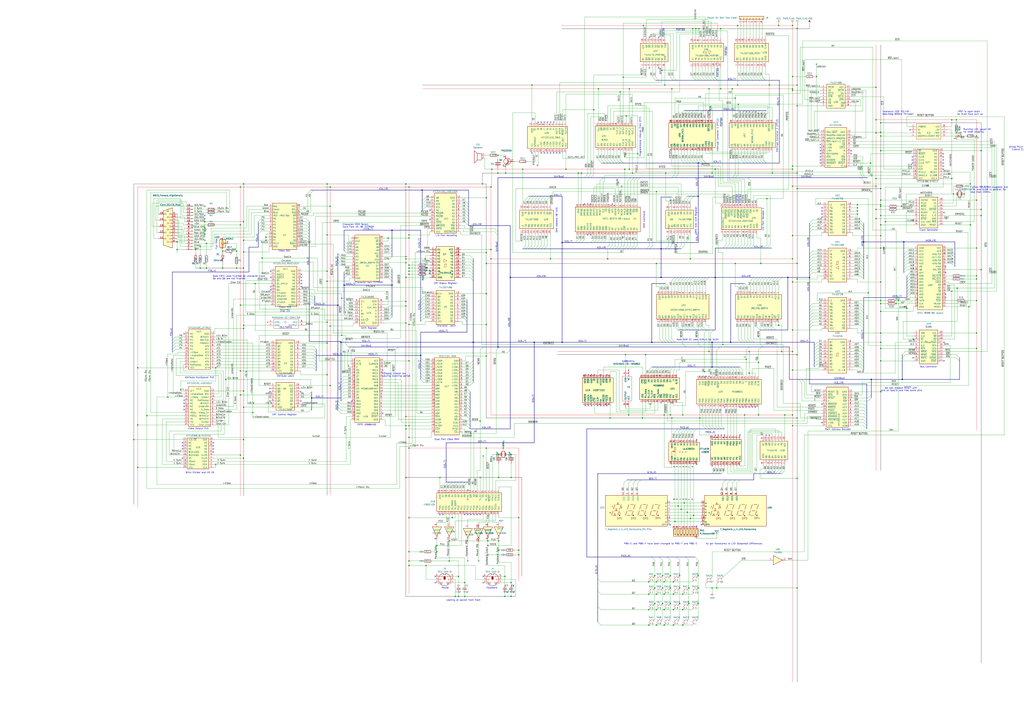
<source format=kicad_sch>
(kicad_sch (version 20231120) (generator "eeschema") (generator_version "8.0")
  (paper "A1")
  (title_block (title "Nanocomp 8088") (date "2023-09-06") (rev "2.0") (company "Breadboarding Labs") (comment 1 "Breadboard PC with Monochrome Display Adaptor, PIT, PIC"))
  (lib_symbols
    (symbol "74LS175BB_1" (pin_names (offset 1.016))
      (property "Reference" "U37" (at 1.27 1.905 90))
      (property "Value" "74LS175_PORTBW" (at -1.905 9.525 90))
      (symbol "74LS175BB_1_1_0"
        (pin input line (at -12.7 10.16 0) (length 5.08) (name "~{Mr}") (number "1"))
        (pin output line (at 12.7 -5.08 180) (length 5.08) (name "Q2") (number "10"))
        (pin output line (at 12.7 -2.54 180) (length 5.08) (name "~{Q2}") (number "11"))
        (pin input line (at 12.7 0 180) (length 5.08) (name "D2") (number "12"))
        (pin input line (at 12.7 2.54 180) (length 5.08) (name "D3") (number "13"))
        (pin output line (at 12.7 5.08 180) (length 5.08) (name "~{Q3}") (number "14"))
        (pin output line (at 12.7 7.62 180) (length 5.08) (name "Q3") (number "15"))
        (pin power_in line (at 12.7 10.16 180) (length 5.08) (name "VCC") (number "16"))
        (pin output line (at -12.7 7.62 0) (length 5.08) (name "Q0") (number "2"))
        (pin output line (at -12.7 5.08 0) (length 5.08) (name "~{Q0}") (number "3"))
        (pin input line (at -12.7 2.54 0) (length 5.08) (name "D0") (number "4"))
        (pin input line (at -12.7 0 0) (length 5.08) (name "D1") (number "5"))
        (pin output line (at -12.7 -2.54 0) (length 5.08) (name "~{Q1}") (number "6"))
        (pin output line (at -12.7 -5.08 0) (length 5.08) (name "Q1") (number "7"))
        (pin power_in line (at -12.7 -7.62 0) (length 5.08) (name "GND") (number "8"))
        (pin input clock (at 12.7 -7.62 180) (length 5.08) (name "Cp") (number "9"))
      )
    )
    (symbol "74LS573BB_1" (pin_names (offset 1.016))
      (property "Reference" "U52" (at 0 -17.78 0))
      (property "Value" "74LS573B" (at 0 -15.24 0))
      (symbol "74LS573BB_1_1_0"
        (pin input inverted (at -12.7 12.7 0) (length 5.08) (name "~{OE}") (number "1"))
        (pin power_in line (at -12.7 -10.16 0) (length 5.08) (name "GND") (number "10"))
        (pin input line (at 12.7 -10.16 180) (length 5.08) (name "LE") (number "11"))
        (pin tri_state line (at 12.7 -7.62 180) (length 5.08) (name "7Q") (number "12"))
        (pin tri_state line (at 12.7 -5.08 180) (length 5.08) (name "6Q") (number "13"))
        (pin tri_state line (at 12.7 -2.54 180) (length 5.08) (name "5Q") (number "14"))
        (pin tri_state line (at 12.7 0 180) (length 5.08) (name "4Q") (number "15"))
        (pin tri_state line (at 12.7 2.54 180) (length 5.08) (name "3Q") (number "16"))
        (pin tri_state line (at 12.7 5.08 180) (length 5.08) (name "2Q") (number "17"))
        (pin tri_state line (at 12.7 7.62 180) (length 5.08) (name "1Q") (number "18"))
        (pin tri_state line (at 12.7 10.16 180) (length 5.08) (name "0Q") (number "19"))
        (pin input line (at -12.7 10.16 0) (length 5.08) (name "0D") (number "2"))
        (pin power_in line (at 12.7 12.7 180) (length 5.08) (name "VCC") (number "20"))
        (pin input line (at -12.7 7.62 0) (length 5.08) (name "1D") (number "3"))
        (pin input line (at -12.7 5.08 0) (length 5.08) (name "2D") (number "4"))
        (pin input line (at -12.7 2.54 0) (length 5.08) (name "3D") (number "5"))
        (pin input line (at -12.7 0 0) (length 5.08) (name "4D") (number "6"))
        (pin input line (at -12.7 -2.54 0) (length 5.08) (name "5D") (number "7"))
        (pin input line (at -12.7 -5.08 0) (length 5.08) (name "6D") (number "8"))
        (pin input line (at -12.7 -7.62 0) (length 5.08) (name "7D") (number "9"))
      )
    )
    (symbol "74xx:74LS04"
      (property "Reference" "U" (at 0 1.27 0))
      (property "Value" "74LS04" (at 0 -1.27 0))
      (symbol "74LS04_1_0"
        (pin input line (at -7.62 0 0) (length 3.81) (name "~") (number "1"))
        (pin output inverted (at 7.62 0 180) (length 3.81) (name "~") (number "2"))
      )
      (symbol "74LS04_2_0"
        (pin input line (at -7.62 0 0) (length 3.81) (name "~") (number "3"))
        (pin output inverted (at 7.62 0 180) (length 3.81) (name "~") (number "4"))
      )
      (symbol "74LS04_3_0"
        (pin input line (at -7.62 0 0) (length 3.81) (name "~") (number "5"))
        (pin output inverted (at 7.62 0 180) (length 3.81) (name "~") (number "6"))
      )
      (symbol "74LS04_4_0"
        (pin output inverted (at 7.62 0 180) (length 3.81) (name "~") (number "8"))
        (pin input line (at -7.62 0 0) (length 3.81) (name "~") (number "9"))
      )
      (symbol "74LS04_5_0"
        (pin output inverted (at 7.62 0 180) (length 3.81) (name "~") (number "10"))
        (pin input line (at -7.62 0 0) (length 3.81) (name "~") (number "11"))
      )
      (symbol "74LS04_6_0"
        (pin output inverted (at 7.62 0 180) (length 3.81) (name "~") (number "12"))
        (pin input line (at -7.62 0 0) (length 3.81) (name "~") (number "13"))
      )
      (symbol "74LS04_7_0"
        (pin power_in line (at 0 12.7 270) (length 5.08) (name "VCC") (number "14"))
        (pin power_in line (at 0 -12.7 90) (length 5.08) (name "GND") (number "7"))
      )
    )
    (symbol "74xx:74LS06" (pin_names (offset 1.016))
      (property "Reference" "U" (at 0 1.27 0))
      (property "Value" "74LS06" (at 0 -1.27 0))
      (symbol "74LS06_1_0"
        (pin input line (at -7.62 0 0) (length 3.81) (name "~") (number "1"))
        (pin open_collector inverted (at 7.62 0 180) (length 3.81) (name "~") (number "2"))
      )
      (symbol "74LS06_2_0"
        (pin input line (at -7.62 0 0) (length 3.81) (name "~") (number "3"))
        (pin open_collector inverted (at 7.62 0 180) (length 3.81) (name "~") (number "4"))
      )
      (symbol "74LS06_3_0"
        (pin input line (at -7.62 0 0) (length 3.81) (name "~") (number "5"))
        (pin open_collector inverted (at 7.62 0 180) (length 3.81) (name "~") (number "6"))
      )
      (symbol "74LS06_4_0"
        (pin open_collector inverted (at 7.62 0 180) (length 3.81) (name "~") (number "8"))
        (pin input line (at -7.62 0 0) (length 3.81) (name "~") (number "9"))
      )
      (symbol "74LS06_5_0"
        (pin open_collector inverted (at 7.62 0 180) (length 3.81) (name "~") (number "10"))
        (pin input line (at -7.62 0 0) (length 3.81) (name "~") (number "11"))
      )
      (symbol "74LS06_6_0"
        (pin open_collector inverted (at 7.62 0 180) (length 3.81) (name "~") (number "12"))
        (pin input line (at -7.62 0 0) (length 3.81) (name "~") (number "13"))
      )
      (symbol "74LS06_7_0"
        (pin power_in line (at 0 12.7 270) (length 5.08) (name "VCC") (number "14"))
        (pin power_in line (at 0 -12.7 90) (length 5.08) (name "GND") (number "7"))
      )
    )
    (symbol "74xx:74LS145" (pin_names (offset 1.016))
      (property "Reference" "U?" (at 21.4376 1.1684 90))
      (property "Value" "74LS145" (at 0 3.81 90))
      (symbol "74LS145_1_0"
        (pin open_collector inverted (at -12.7 10.16 0) (length 5.08) (name "Q0") (number "1"))
        (pin open_collector inverted (at 12.7 -5.08 180) (length 5.08) (name "Q8") (number "10"))
        (pin open_collector inverted (at 12.7 -2.54 180) (length 5.08) (name "Q9") (number "11"))
        (pin input line (at 12.7 0 180) (length 5.08) (name "P3") (number "12"))
        (pin input line (at 12.7 2.54 180) (length 5.08) (name "P2") (number "13"))
        (pin input line (at 12.7 5.08 180) (length 5.08) (name "P1") (number "14"))
        (pin input line (at 12.7 7.62 180) (length 5.08) (name "P0") (number "15"))
        (pin power_in line (at 12.7 10.16 180) (length 5.08) (name "VCC") (number "16"))
        (pin open_collector inverted (at -12.7 7.62 0) (length 5.08) (name "Q1") (number "2"))
        (pin open_collector inverted (at -12.7 5.08 0) (length 5.08) (name "Q2") (number "3"))
        (pin open_collector inverted (at -12.7 2.54 0) (length 5.08) (name "Q3") (number "4"))
        (pin open_collector inverted (at -12.7 0 0) (length 5.08) (name "Q4") (number "5"))
        (pin open_collector inverted (at -12.7 -2.54 0) (length 5.08) (name "Q5") (number "6"))
        (pin open_collector inverted (at -12.7 -5.08 0) (length 5.08) (name "Q6") (number "7"))
        (pin power_in line (at -12.7 -7.62 0) (length 5.08) (name "GND") (number "8"))
        (pin open_collector inverted (at 12.7 -7.62 180) (length 5.08) (name "Q7") (number "9"))
      )
    )
    (symbol "ATF22LV10_1" (pin_names (offset 1.016))
      (property "Reference" "U24" (at 0.635 -8.255 90))
      (property "Value" "ATF22LV10_IODECODE" (at -1.905 10.795 90))
      (symbol "ATF22LV10_1_1_1"
        (pin input clock (at -12.7 15.24 0) (length 3.81) (name "IOA19A12") (number "1"))
        (pin input line (at -12.7 -7.62 0) (length 3.81) (name "A10") (number "10"))
        (pin input line (at -12.7 -10.16 0) (length 3.81) (name "A11") (number "11"))
        (pin power_in line (at -12.7 -12.7 0) (length 3.81) (name "GND") (number "12"))
        (pin input line (at 12.7 -12.7 180) (length 3.81) (name "A0") (number "13"))
        (pin input line (at 12.7 -10.16 180) (length 3.81) (name "A1") (number "14"))
        (pin input line (at 12.7 -7.62 180) (length 3.81) (name "~{IOW}") (number "15"))
        (pin output line (at 12.7 -5.08 180) (length 3.81) (name "~{POSTCS}") (number "16"))
        (pin output line (at 12.7 -2.54 180) (length 3.81) (name "~{PIC2CS}") (number "17"))
        (pin output line (at 12.7 0 180) (length 3.81) (name "~{PORTBW}") (number "18"))
        (pin output line (at 12.7 2.54 180) (length 3.81) (name "~{PORTBR}") (number "19"))
        (pin input line (at -12.7 12.7 0) (length 3.81) (name "A2") (number "2"))
        (pin output line (at 12.7 5.08 180) (length 3.81) (name "~{PIC1CS}") (number "20"))
        (pin output line (at 12.7 7.62 180) (length 3.81) (name "~{PITCS}") (number "21"))
        (pin output line (at 12.7 10.16 180) (length 3.81) (name "~{DMACS}") (number "22"))
        (pin output line (at 12.7 12.7 180) (length 3.81) (name "~{DMAPGW}") (number "23"))
        (pin power_in line (at 12.7 15.24 180) (length 3.81) (name "VCC") (number "24"))
        (pin input line (at -12.7 10.16 0) (length 3.81) (name "A3") (number "3"))
        (pin input line (at -12.7 7.62 0) (length 3.81) (name "A4") (number "4"))
        (pin input line (at -12.7 5.08 0) (length 3.81) (name "A5") (number "5"))
        (pin input line (at -12.7 2.54 0) (length 3.81) (name "A6") (number "6"))
        (pin input line (at -12.7 0 0) (length 3.81) (name "A7") (number "7"))
        (pin input line (at -12.7 -2.54 0) (length 3.81) (name "A8") (number "8"))
        (pin input line (at -12.7 -5.08 0) (length 3.81) (name "A9") (number "9"))
      )
    )
    (symbol "ATF22LV10_2" (pin_names (offset 1.016))
      (property "Reference" "U32" (at 0 -13.97 90))
      (property "Value" "ATF22LV10" (at -1.27 5.08 90))
      (symbol "ATF22LV10_2_1_1"
        (pin input clock (at -12.7 15.24 0) (length 3.81) (name "A19") (number "1"))
        (pin input line (at -12.7 -7.62 0) (length 3.81) (name "~{IOW}") (number "10"))
        (pin input line (at -12.7 -10.16 0) (length 3.81) (name "DEN") (number "11"))
        (pin power_in line (at -12.7 -12.7 0) (length 3.81) (name "GND") (number "12"))
        (pin input line (at 12.7 -12.7 180) (length 3.81) (name "RESET") (number "13"))
        (pin output line (at 12.7 -10.16 180) (length 3.81) (name "~{DEN}") (number "14"))
        (pin output line (at 12.7 -7.62 180) (length 3.81) (name "~{RESET}") (number "15"))
        (pin output line (at 12.7 -5.08 180) (length 3.81) (name "E") (number "16"))
        (pin output line (at 12.7 -2.54 180) (length 3.81) (name "~{RAM1CE}") (number "17"))
        (pin output line (at 12.7 0 180) (length 3.81) (name "~{ROMCE}") (number "18"))
        (pin output line (at 12.7 2.54 180) (length 3.81) (name "~{PIACE}") (number "19"))
        (pin input line (at -12.7 12.7 0) (length 3.81) (name "A18") (number "2"))
        (pin output line (at 12.7 5.08 180) (length 3.81) (name "~{COM0CE}") (number "20"))
        (pin output line (at 12.7 7.62 180) (length 3.81) (name "~{MDARAM}") (number "21"))
        (pin output line (at 12.7 10.16 180) (length 3.81) (name "~{IOA19A12}") (number "22"))
        (pin output line (at 12.7 12.7 180) (length 3.81) (name "I/O0") (number "23"))
        (pin power_in line (at 12.7 15.24 180) (length 3.81) (name "VCC") (number "24"))
        (pin input line (at -12.7 10.16 0) (length 3.81) (name "A17") (number "3"))
        (pin input line (at -12.7 7.62 0) (length 3.81) (name "A16") (number "4"))
        (pin input line (at -12.7 5.08 0) (length 3.81) (name "A15") (number "5"))
        (pin input line (at -12.7 2.54 0) (length 3.81) (name "A14") (number "6"))
        (pin input line (at -12.7 0 0) (length 3.81) (name "A13") (number "7"))
        (pin input line (at -12.7 -2.54 0) (length 3.81) (name "A12") (number "8"))
        (pin input line (at -12.7 -5.08 0) (length 3.81) (name "~{IOR}") (number "9"))
      )
    )
    (symbol "ATF22LV10_3" (pin_names (offset 1.016))
      (property "Reference" "U35" (at -3.81 -2.54 90))
      (property "Value" "ATF22LV10" (at 0 -5.08 90))
      (symbol "ATF22LV10_3_1_1"
        (pin input clock (at -12.7 15.24 0) (length 3.81) (name "OUT1") (number "1"))
        (pin input line (at -12.7 -7.62 0) (length 3.81) (name "I9") (number "10"))
        (pin input line (at -12.7 -10.16 0) (length 3.81) (name "~{TC}") (number "11"))
        (pin power_in line (at -12.7 -12.7 0) (length 3.81) (name "GND") (number "12"))
        (pin input line (at 12.7 -12.7 180) (length 3.81) (name "I11") (number "13"))
        (pin output line (at 12.7 -10.16 180) (length 3.81) (name "SPKROUT") (number "14"))
        (pin output line (at 12.7 -7.62 180) (length 3.81) (name "TC") (number "15"))
        (pin output line (at 12.7 -5.08 180) (length 3.81) (name "I/O7") (number "16"))
        (pin output line (at 12.7 -2.54 180) (length 3.81) (name "I/O6") (number "17"))
        (pin output line (at 12.7 0 180) (length 3.81) (name "I/O5") (number "18"))
        (pin output line (at 12.7 2.54 180) (length 3.81) (name "I/O4") (number "19"))
        (pin input line (at -12.7 12.7 0) (length 3.81) (name "~{RESET}") (number "2"))
        (pin output line (at 12.7 5.08 180) (length 3.81) (name "I/O3") (number "20"))
        (pin output line (at 12.7 7.62 180) (length 3.81) (name "I/O2") (number "21"))
        (pin output line (at 12.7 10.16 180) (length 3.81) (name "I/O1") (number "22"))
        (pin output line (at 12.7 12.7 180) (length 3.81) (name "REF_DET") (number "23"))
        (pin power_in line (at 12.7 15.24 180) (length 3.81) (name "VCC") (number "24"))
        (pin input line (at -12.7 10.16 0) (length 3.81) (name "SPKR") (number "3"))
        (pin input line (at -12.7 7.62 0) (length 3.81) (name "OUT2") (number "4"))
        (pin input line (at -12.7 5.08 0) (length 3.81) (name "I4") (number "5"))
        (pin input line (at -12.7 2.54 0) (length 3.81) (name "I5") (number "6"))
        (pin input line (at -12.7 0 0) (length 3.81) (name "I6") (number "7"))
        (pin input line (at -12.7 -2.54 0) (length 3.81) (name "I7") (number "8"))
        (pin input line (at -12.7 -5.08 0) (length 3.81) (name "I8") (number "9"))
      )
    )
    (symbol "ATF22LV10_4" (pin_names (offset 1.016))
      (property "Reference" "U42" (at 0 -20.955 0))
      (property "Value" "ATF22V10C" (at 0 -18.415 0))
      (symbol "ATF22LV10_4_1_1"
        (pin input clock (at -12.7 15.24 0) (length 3.81) (name "CLK") (number "1"))
        (pin input line (at -12.7 -7.62 0) (length 3.81) (name "HRQDMA") (number "10"))
        (pin input line (at -12.7 -10.16 0) (length 3.81) (name "HOLDA") (number "11"))
        (pin power_in line (at -12.7 -12.7 0) (length 3.81) (name "GND") (number "12"))
        (pin input line (at 12.7 -12.7 180) (length 3.81) (name "RDY/~{WAIT}") (number "13"))
        (pin output line (at 12.7 -10.16 180) (length 3.81) (name "ReqDMA+1") (number "14"))
        (pin output line (at 12.7 -7.62 180) (length 3.81) (name "IoRWClk") (number "15"))
        (pin output line (at 12.7 -5.08 180) (length 3.81) (name "~{RDY}/WAIT+1") (number "16"))
        (pin output line (at 12.7 -2.54 180) (length 3.81) (name "I/O6") (number "17"))
        (pin output line (at 12.7 0 180) (length 3.81) (name "I/O5") (number "18"))
        (pin output line (at 12.7 2.54 180) (length 3.81) (name "I/O4") (number "19"))
        (pin input line (at -12.7 12.7 0) (length 3.81) (name "~{RESET}") (number "2"))
        (pin output line (at 12.7 5.08 180) (length 3.81) (name "RDYTODMA") (number "20"))
        (pin output line (at 12.7 7.62 180) (length 3.81) (name "~{AEN}") (number "21"))
        (pin output line (at 12.7 10.16 180) (length 3.81) (name "AENBRD") (number "22"))
        (pin output line (at 12.7 12.7 180) (length 3.81) (name "~{DMAWAIT}") (number "23"))
        (pin power_in line (at 12.7 15.24 180) (length 3.81) (name "VCC") (number "24"))
        (pin input line (at -12.7 10.16 0) (length 3.81) (name "~{IOR}") (number "3"))
        (pin input line (at -12.7 7.62 0) (length 3.81) (name "~{IOW}") (number "4"))
        (pin input line (at -12.7 5.08 0) (length 3.81) (name "I4") (number "5"))
        (pin input line (at -12.7 2.54 0) (length 3.81) (name "I5") (number "6"))
        (pin input line (at -12.7 0 0) (length 3.81) (name "~{LOCK}") (number "7"))
        (pin input line (at -12.7 -2.54 0) (length 3.81) (name "~{S0}") (number "8"))
        (pin input line (at -12.7 -5.08 0) (length 3.81) (name "~{S1}") (number "9"))
      )
    )
    (symbol "ATF22LV10_VIDEO2_1" (pin_names (offset 1.016))
      (property "Reference" "U12" (at 0.635 -14.605 0))
      (property "Value" "ATF22V10C_ATTMUX" (at 0 -17.78 0))
      (symbol "ATF22LV10_VIDEO2_1_1_1"
        (pin input clock (at -12.7 15.24 0) (length 3.81) (name "AT7") (number "1"))
        (pin input line (at -12.7 -7.62 0) (length 3.81) (name "BW/Col") (number "10"))
        (pin input line (at -12.7 -10.16 0) (length 3.81) (name "BlinkEn") (number "11"))
        (pin power_in line (at -12.7 -12.7 0) (length 3.81) (name "GND") (number "12"))
        (pin input line (at 12.7 -12.7 180) (length 3.81) (name "NC") (number "13"))
        (pin output line (at 12.7 -10.16 180) (length 3.81) (name "P0") (number "14"))
        (pin output line (at 12.7 -7.62 180) (length 3.81) (name "P1") (number "15"))
        (pin output line (at 12.7 -5.08 180) (length 3.81) (name "P2") (number "16"))
        (pin output line (at 12.7 -2.54 180) (length 3.81) (name "P3") (number "17"))
        (pin output line (at 12.7 0 180) (length 3.81) (name "P4") (number "18"))
        (pin input line (at 12.7 2.54 180) (length 3.81) (name "+Video") (number "19"))
        (pin input line (at -12.7 12.7 0) (length 3.81) (name "AT6") (number "2"))
        (pin input line (at 12.7 5.08 180) (length 3.81) (name "+AlphaDots") (number "20"))
        (pin output line (at 12.7 7.62 180) (length 3.81) (name "RVV") (number "21"))
        (pin output line (at 12.7 10.16 180) (length 3.81) (name "Underl") (number "22"))
        (pin output line (at 12.7 12.7 180) (length 3.81) (name "NoDisplay") (number "23"))
        (pin power_in line (at 12.7 15.24 180) (length 3.81) (name "VCC") (number "24"))
        (pin input line (at -12.7 10.16 0) (length 3.81) (name "AT5") (number "3"))
        (pin input line (at -12.7 7.62 0) (length 3.81) (name "AT4") (number "4"))
        (pin input line (at -12.7 5.08 0) (length 3.81) (name "AT3") (number "5"))
        (pin input line (at -12.7 2.54 0) (length 3.81) (name "AT2") (number "6"))
        (pin input line (at -12.7 0 0) (length 3.81) (name "AT1") (number "7"))
        (pin input line (at -12.7 -2.54 0) (length 3.81) (name "AT0") (number "8"))
        (pin input line (at -12.7 -5.08 0) (length 3.81) (name "VideoEn") (number "9"))
      )
    )
    (symbol "ATF22LV10_VIDEO2_2" (pin_names (offset 1.016))
      (property "Reference" "U13" (at 0.635 -14.605 0))
      (property "Value" "ATF22V10C_VIDEOOUT" (at 0 -19.05 0))
      (symbol "ATF22LV10_VIDEO2_2_1_1"
        (pin input clock (at -12.7 15.24 0) (length 3.81) (name "Char_Clk") (number "1"))
        (pin input line (at -12.7 -7.62 0) (length 3.81) (name "Underl") (number "10"))
        (pin input line (at -12.7 -10.16 0) (length 3.81) (name "RVV") (number "11"))
        (pin power_in line (at -12.7 -12.7 0) (length 3.81) (name "GND") (number "12"))
        (pin input line (at 12.7 -12.7 180) (length 3.81) (name "AT7") (number "13"))
        (pin output line (at 12.7 -10.16 180) (length 3.81) (name "+AlphaDots") (number "14"))
        (pin output line (at 12.7 -7.62 180) (length 3.81) (name "+Video") (number "15"))
        (pin output line (at 12.7 -5.08 180) (length 3.81) (name "NC") (number "16"))
        (pin output line (at 12.7 -2.54 180) (length 3.81) (name "NC") (number "17"))
        (pin output line (at 12.7 0 180) (length 3.81) (name "NC") (number "18"))
        (pin output line (at 12.7 2.54 180) (length 3.81) (name "NC") (number "19"))
        (pin input line (at -12.7 12.7 0) (length 3.81) (name "Cursor") (number "2"))
        (pin output line (at 12.7 5.08 180) (length 3.81) (name "VSDly") (number "20"))
        (pin output line (at 12.7 7.62 180) (length 3.81) (name "HSDly") (number "21"))
        (pin input line (at 12.7 10.16 180) (length 3.81) (name "VS") (number "22"))
        (pin input line (at 12.7 12.7 180) (length 3.81) (name "HS") (number "23"))
        (pin power_in line (at 12.7 15.24 180) (length 3.81) (name "VCC") (number "24"))
        (pin input line (at -12.7 10.16 0) (length 3.81) (name "BlinkChr") (number "3"))
        (pin input line (at -12.7 7.62 0) (length 3.81) (name "BlinkCur") (number "4"))
        (pin input line (at -12.7 5.08 0) (length 3.81) (name "Video_En") (number "5"))
        (pin input line (at -12.7 2.54 0) (length 3.81) (name "S_Dots") (number "6"))
        (pin input line (at -12.7 0 0) (length 3.81) (name "UnderlRA") (number "7"))
        (pin input line (at -12.7 -2.54 0) (length 3.81) (name "BlinkEn") (number "8"))
        (pin input line (at -12.7 -5.08 0) (length 3.81) (name "NoDisplay") (number "9"))
      )
    )
    (symbol "Breadboarding:28C256_BBPIN"
      (property "Reference" "U3" (at -0.635 12.7 90))
      (property "Value" "28C256_BBPIN" (at 0 6.35 90))
      (symbol "28C256_BBPIN_1_1"
        (pin input line (at -12.7 22.86 0) (length 2.54) (name "A14") (number "1"))
        (pin input line (at -12.7 0 0) (length 2.54) (name "A0") (number "10"))
        (pin tri_state line (at -12.7 -2.54 0) (length 2.54) (name "D0") (number "11"))
        (pin tri_state line (at -12.7 -5.08 0) (length 2.54) (name "D1") (number "12"))
        (pin tri_state line (at -12.7 -7.62 0) (length 2.54) (name "D2") (number "13"))
        (pin power_in line (at -12.7 -10.16 0) (length 2.54) (name "GND") (number "14"))
        (pin tri_state line (at 12.7 -10.16 180) (length 2.54) (name "D3") (number "15"))
        (pin tri_state line (at 12.7 -7.62 180) (length 2.54) (name "D4") (number "16"))
        (pin tri_state line (at 12.7 -5.08 180) (length 2.54) (name "D5") (number "17"))
        (pin tri_state line (at 12.7 -2.54 180) (length 2.54) (name "D6") (number "18"))
        (pin tri_state line (at 12.7 0 180) (length 2.54) (name "D7") (number "19"))
        (pin input line (at -12.7 20.32 0) (length 2.54) (name "A12") (number "2"))
        (pin input line (at 12.7 2.54 180) (length 2.54) (name "~{CE}") (number "20"))
        (pin input line (at 12.7 5.08 180) (length 2.54) (name "A10") (number "21"))
        (pin input line (at 12.7 7.62 180) (length 2.54) (name "~{OE}") (number "22"))
        (pin input line (at 12.7 10.16 180) (length 2.54) (name "A11") (number "23"))
        (pin input line (at 12.7 12.7 180) (length 2.54) (name "A9") (number "24"))
        (pin input line (at 12.7 15.24 180) (length 2.54) (name "A8") (number "25"))
        (pin input line (at 12.7 17.78 180) (length 2.54) (name "A13") (number "26"))
        (pin input line (at 12.7 20.32 180) (length 2.54) (name "~{WE}") (number "27"))
        (pin power_in line (at 12.7 22.86 180) (length 2.54) (name "VCC") (number "28"))
        (pin input line (at -12.7 17.78 0) (length 2.54) (name "A7") (number "3"))
        (pin input line (at -12.7 15.24 0) (length 2.54) (name "A6") (number "4"))
        (pin input line (at -12.7 12.7 0) (length 2.54) (name "A5") (number "5"))
        (pin input line (at -12.7 10.16 0) (length 2.54) (name "A4") (number "6"))
        (pin input line (at -12.7 7.62 0) (length 2.54) (name "A3") (number "7"))
        (pin input line (at -12.7 5.08 0) (length 2.54) (name "A2") (number "8"))
        (pin input line (at -12.7 2.54 0) (length 2.54) (name "A1") (number "9"))
      )
    )
    (symbol "Breadboarding:28C64_BBPIN"
      (property "Reference" "U3" (at -10.16 0 90))
      (property "Value" "28C64_BBPIN" (at 0 6.35 90))
      (symbol "28C64_BBPIN_1_1"
        (pin no_connect non_logic (at -12.7 22.86 0) (length 2.54) (name "NC") (number "1"))
        (pin input line (at -12.7 0 0) (length 2.54) (name "A0") (number "10"))
        (pin tri_state line (at -12.7 -2.54 0) (length 2.54) (name "D0") (number "11"))
        (pin tri_state line (at -12.7 -5.08 0) (length 2.54) (name "D1") (number "12"))
        (pin tri_state line (at -12.7 -7.62 0) (length 2.54) (name "D2") (number "13"))
        (pin power_in line (at -12.7 -10.16 0) (length 2.54) (name "GND") (number "14"))
        (pin tri_state line (at 12.7 -10.16 180) (length 2.54) (name "D3") (number "15"))
        (pin tri_state line (at 12.7 -7.62 180) (length 2.54) (name "D4") (number "16"))
        (pin tri_state line (at 12.7 -5.08 180) (length 2.54) (name "D5") (number "17"))
        (pin tri_state line (at 12.7 -2.54 180) (length 2.54) (name "D6") (number "18"))
        (pin tri_state line (at 12.7 0 180) (length 2.54) (name "D7") (number "19"))
        (pin input line (at -12.7 20.32 0) (length 2.54) (name "A12") (number "2"))
        (pin input line (at 12.7 2.54 180) (length 2.54) (name "~{CS}") (number "20"))
        (pin input line (at 12.7 5.08 180) (length 2.54) (name "A10") (number "21"))
        (pin input line (at 12.7 7.62 180) (length 2.54) (name "~{OE}") (number "22"))
        (pin input line (at 12.7 10.16 180) (length 2.54) (name "A11") (number "23"))
        (pin input line (at 12.7 12.7 180) (length 2.54) (name "A9") (number "24"))
        (pin input line (at 12.7 15.24 180) (length 2.54) (name "A8") (number "25"))
        (pin no_connect non_logic (at 12.7 17.78 180) (length 2.54) (name "NC") (number "26"))
        (pin input line (at 12.7 20.32 180) (length 2.54) (name "~{WE}") (number "27"))
        (pin power_in line (at 12.7 22.86 180) (length 2.54) (name "VCC") (number "28"))
        (pin input line (at -12.7 17.78 0) (length 2.54) (name "A7") (number "3"))
        (pin input line (at -12.7 15.24 0) (length 2.54) (name "A6") (number "4"))
        (pin input line (at -12.7 12.7 0) (length 2.54) (name "A5") (number "5"))
        (pin input line (at -12.7 10.16 0) (length 2.54) (name "A4") (number "6"))
        (pin input line (at -12.7 7.62 0) (length 2.54) (name "A3") (number "7"))
        (pin input line (at -12.7 5.08 0) (length 2.54) (name "A2") (number "8"))
        (pin input line (at -12.7 2.54 0) (length 2.54) (name "A1") (number "9"))
      )
    )
    (symbol "Breadboarding:6821_BBPIN" (pin_names (offset 1.016))
      (property "Reference" "U?" (at 0 24.0198 0))
      (property "Value" "6821_BBPIN" (at 0 21.4829 0))
      (symbol "6821_BBPIN_1_1"
        (pin power_in line (at -12.7 30.48 0) (length 2.54) (name "VSS") (number "1"))
        (pin bidirectional line (at -12.7 7.62 0) (length 2.54) (name "PB0") (number "10"))
        (pin bidirectional line (at -12.7 5.08 0) (length 2.54) (name "PB1") (number "11"))
        (pin bidirectional line (at -12.7 2.54 0) (length 2.54) (name "PB2") (number "12"))
        (pin bidirectional line (at -12.7 0 0) (length 2.54) (name "PB3") (number "13"))
        (pin bidirectional line (at -12.7 -2.54 0) (length 2.54) (name "PB4") (number "14"))
        (pin bidirectional line (at -12.7 -5.08 0) (length 2.54) (name "PB5") (number "15"))
        (pin bidirectional line (at -12.7 -7.62 0) (length 2.54) (name "PB6") (number "16"))
        (pin bidirectional line (at -12.7 -10.16 0) (length 2.54) (name "PB7") (number "17"))
        (pin input line (at -12.7 -12.7 0) (length 2.54) (name "CB1") (number "18"))
        (pin bidirectional line (at -12.7 -15.24 0) (length 2.54) (name "CB2") (number "19"))
        (pin bidirectional line (at -12.7 27.94 0) (length 2.54) (name "PA0") (number "2"))
        (pin power_in line (at -12.7 -17.78 0) (length 2.54) (name "VCC") (number "20"))
        (pin input line (at 12.7 -17.78 180) (length 2.54) (name "R/~{W}") (number "21"))
        (pin input line (at 12.7 -15.24 180) (length 2.54) (name "CS0") (number "22"))
        (pin input line (at 12.7 -12.7 180) (length 2.54) (name "~{CS2}") (number "23"))
        (pin input line (at 12.7 -10.16 180) (length 2.54) (name "CS1") (number "24"))
        (pin input line (at 12.7 -7.62 180) (length 2.54) (name "E") (number "25"))
        (pin bidirectional line (at 12.7 -5.08 180) (length 2.54) (name "D7") (number "26"))
        (pin bidirectional line (at 12.7 -2.54 180) (length 2.54) (name "D6") (number "27"))
        (pin bidirectional line (at 12.7 0 180) (length 2.54) (name "D5") (number "28"))
        (pin bidirectional line (at 12.7 2.54 180) (length 2.54) (name "D4") (number "29"))
        (pin bidirectional line (at -12.7 25.4 0) (length 2.54) (name "PA1") (number "3"))
        (pin bidirectional line (at 12.7 5.08 180) (length 2.54) (name "D3") (number "30"))
        (pin bidirectional line (at 12.7 7.62 180) (length 2.54) (name "D2") (number "31"))
        (pin bidirectional line (at 12.7 10.16 180) (length 2.54) (name "D1") (number "32"))
        (pin bidirectional line (at 12.7 12.7 180) (length 2.54) (name "D0") (number "33"))
        (pin input line (at 12.7 15.24 180) (length 2.54) (name "~{RESET}") (number "34"))
        (pin input line (at 12.7 17.78 180) (length 2.54) (name "RS1") (number "35"))
        (pin input line (at 12.7 20.32 180) (length 2.54) (name "RS0") (number "36"))
        (pin open_collector line (at 12.7 22.86 180) (length 2.54) (name "~{IRQB}") (number "37"))
        (pin open_collector line (at 12.7 25.4 180) (length 2.54) (name "~{IRQA}") (number "38"))
        (pin bidirectional line (at 12.7 27.94 180) (length 2.54) (name "CA2") (number "39"))
        (pin bidirectional line (at -12.7 22.86 0) (length 2.54) (name "PA2") (number "4"))
        (pin input line (at 12.7 30.48 180) (length 2.54) (name "CA1") (number "40"))
        (pin bidirectional line (at -12.7 20.32 0) (length 2.54) (name "PA3") (number "5"))
        (pin bidirectional line (at -12.7 17.78 0) (length 2.54) (name "PA4") (number "6"))
        (pin bidirectional line (at -12.7 15.24 0) (length 2.54) (name "PA5") (number "7"))
        (pin bidirectional line (at -12.7 12.7 0) (length 2.54) (name "PA6") (number "8"))
        (pin bidirectional line (at -12.7 10.16 0) (length 2.54) (name "PA7") (number "9"))
      )
    )
    (symbol "Breadboarding:74LS166BB" (pin_names (offset 1.016))
      (property "Reference" "U" (at -7.62 21.59 0))
      (property "Value" "74LS166BB" (at 0 -7.62 0))
      (symbol "74LS166BB_1_0"
        (pin input line (at -12.7 17.78 0) (length 5.08) (name "SER") (number "1"))
        (pin input line (at 12.7 2.54 180) (length 5.08) (name "E") (number "10"))
        (pin input line (at 12.7 5.08 180) (length 5.08) (name "F") (number "11"))
        (pin input line (at 12.7 7.62 180) (length 5.08) (name "G") (number "12"))
        (pin output line (at 12.7 10.16 180) (length 5.08) (name "Qh") (number "13"))
        (pin input line (at 12.7 12.7 180) (length 5.08) (name "H") (number "14"))
        (pin input inverted (at 12.7 15.24 180) (length 5.08) (name "SH/~{LD}") (number "15"))
        (pin power_in line (at 12.7 17.78 180) (length 5.08) (name "VCC") (number "16"))
        (pin input line (at -12.7 15.24 0) (length 5.08) (name "A") (number "2"))
        (pin input line (at -12.7 12.7 0) (length 5.08) (name "B") (number "3"))
        (pin input line (at -12.7 10.16 0) (length 5.08) (name "C") (number "4"))
        (pin input line (at -12.7 7.62 0) (length 5.08) (name "D") (number "5"))
        (pin input inverted (at -12.7 5.08 0) (length 5.08) (name "CLK_INH") (number "6"))
        (pin input line (at -12.7 2.54 0) (length 5.08) (name "Clk") (number "7"))
        (pin power_in line (at -12.7 0 0) (length 5.08) (name "GND") (number "8"))
        (pin input inverted (at 12.7 0 180) (length 5.08) (name "Clr") (number "9"))
      )
    )
    (symbol "Breadboarding:74LS175BB" (pin_names (offset 1.016))
      (property "Reference" "U6" (at -0.635 7.62 0))
      (property "Value" "74LS175BB" (at 0 -9.525 0))
      (symbol "74LS175BB_1_0"
        (pin input line (at -12.7 10.16 0) (length 5.08) (name "~{Mr}") (number "1"))
        (pin output line (at 12.7 -5.08 180) (length 5.08) (name "Q2") (number "10"))
        (pin output line (at 12.7 -2.54 180) (length 5.08) (name "~{Q2}") (number "11"))
        (pin input line (at 12.7 0 180) (length 5.08) (name "D2") (number "12"))
        (pin input line (at 12.7 2.54 180) (length 5.08) (name "D3") (number "13"))
        (pin output line (at 12.7 5.08 180) (length 5.08) (name "~{Q3}") (number "14"))
        (pin output line (at 12.7 7.62 180) (length 5.08) (name "Q3") (number "15"))
        (pin power_in line (at 12.7 10.16 180) (length 5.08) (name "VCC") (number "16"))
        (pin output line (at -12.7 7.62 0) (length 5.08) (name "Q0") (number "2"))
        (pin output line (at -12.7 5.08 0) (length 5.08) (name "~{Q0}") (number "3"))
        (pin input line (at -12.7 2.54 0) (length 5.08) (name "D0") (number "4"))
        (pin input line (at -12.7 0 0) (length 5.08) (name "D1") (number "5"))
        (pin output line (at -12.7 -2.54 0) (length 5.08) (name "~{Q1}") (number "6"))
        (pin output line (at -12.7 -5.08 0) (length 5.08) (name "Q1") (number "7"))
        (pin power_in line (at -12.7 -7.62 0) (length 5.08) (name "GND") (number "8"))
        (pin input clock (at 12.7 -7.62 180) (length 5.08) (name "Cp") (number "9"))
      )
    )
    (symbol "Breadboarding:74LS245" (pin_names (offset 1.016))
      (property "Reference" "U?" (at -1.27 6.35 0))
      (property "Value" "74LS245" (at -3.81 -3.81 0))
      (symbol "74LS245_1_0"
        (pin input line (at -12.7 12.7 0) (length 5.08) (name "A->B") (number "1"))
        (pin power_in line (at -12.7 -10.16 0) (length 5.08) (name "GND") (number "10"))
        (pin tri_state line (at 12.7 -10.16 180) (length 5.08) (name "B7") (number "11"))
        (pin tri_state line (at 12.7 -7.62 180) (length 5.08) (name "B6") (number "12"))
        (pin tri_state line (at 12.7 -5.08 180) (length 5.08) (name "B5") (number "13"))
        (pin tri_state line (at 12.7 -2.54 180) (length 5.08) (name "B4") (number "14"))
        (pin tri_state line (at 12.7 0 180) (length 5.08) (name "B3") (number "15"))
        (pin tri_state line (at 12.7 2.54 180) (length 5.08) (name "B2") (number "16"))
        (pin tri_state line (at 12.7 5.08 180) (length 5.08) (name "B1") (number "17"))
        (pin tri_state line (at 12.7 7.62 180) (length 5.08) (name "B0") (number "18"))
        (pin input inverted (at 12.7 10.16 180) (length 5.08) (name "CE") (number "19"))
        (pin tri_state line (at -12.7 10.16 0) (length 5.08) (name "A0") (number "2"))
        (pin power_in line (at 12.7 12.7 180) (length 5.08) (name "VCC") (number "20"))
        (pin tri_state line (at -12.7 7.62 0) (length 5.08) (name "A1") (number "3"))
        (pin tri_state line (at -12.7 5.08 0) (length 5.08) (name "A2") (number "4"))
        (pin tri_state line (at -12.7 2.54 0) (length 5.08) (name "A3") (number "5"))
        (pin tri_state line (at -12.7 0 0) (length 5.08) (name "A4") (number "6"))
        (pin tri_state line (at -12.7 -2.54 0) (length 5.08) (name "A5") (number "7"))
        (pin tri_state line (at -12.7 -5.08 0) (length 5.08) (name "A6") (number "8"))
        (pin tri_state line (at -12.7 -7.62 0) (length 5.08) (name "A7") (number "9"))
      )
    )
    (symbol "Breadboarding:74LS541BB" (pin_names (offset 1.016))
      (property "Reference" "U?" (at -1.27 8.89 0))
      (property "Value" "74LS541BB" (at -3.81 -6.35 0))
      (symbol "74LS541BB_1_0"
        (pin input inverted (at -12.7 12.7 0) (length 5.08) (name "G1") (number "1"))
        (pin power_in line (at -12.7 -10.16 0) (length 5.08) (name "GND") (number "10"))
        (pin tri_state line (at 12.7 -10.16 180) (length 5.08) (name "Y7") (number "11"))
        (pin tri_state line (at 12.7 -7.62 180) (length 5.08) (name "Y6") (number "12"))
        (pin tri_state line (at 12.7 -5.08 180) (length 5.08) (name "Y5") (number "13"))
        (pin tri_state line (at 12.7 -2.54 180) (length 5.08) (name "Y4") (number "14"))
        (pin tri_state line (at 12.7 0 180) (length 5.08) (name "Y3") (number "15"))
        (pin tri_state line (at 12.7 2.54 180) (length 5.08) (name "Y2") (number "16"))
        (pin tri_state line (at 12.7 5.08 180) (length 5.08) (name "Y1") (number "17"))
        (pin tri_state line (at 12.7 7.62 180) (length 5.08) (name "Y0") (number "18"))
        (pin input inverted (at 12.7 10.16 180) (length 5.08) (name "G2") (number "19"))
        (pin input line (at -12.7 10.16 0) (length 5.08) (name "A0") (number "2"))
        (pin power_in line (at 12.7 12.7 180) (length 5.08) (name "VCC") (number "20"))
        (pin input line (at -12.7 7.62 0) (length 5.08) (name "A1") (number "3"))
        (pin input line (at -12.7 5.08 0) (length 5.08) (name "A2") (number "4"))
        (pin input line (at -12.7 2.54 0) (length 5.08) (name "A3") (number "5"))
        (pin input line (at -12.7 0 0) (length 5.08) (name "A4") (number "6"))
        (pin input line (at -12.7 -2.54 0) (length 5.08) (name "A5") (number "7"))
        (pin input line (at -12.7 -5.08 0) (length 5.08) (name "A6") (number "8"))
        (pin input line (at -12.7 -7.62 0) (length 5.08) (name "A7") (number "9"))
      )
    )
    (symbol "Breadboarding:74LS573BB" (pin_names (offset 1.016))
      (property "Reference" "U?" (at 2.0194 20.32 0))
      (property "Value" "74LS5743B" (at 2.0194 17.78 0))
      (symbol "74LS573BB_1_0"
        (pin input inverted (at -12.7 12.7 0) (length 5.08) (name "~{OE}") (number "1"))
        (pin power_in line (at -12.7 -10.16 0) (length 5.08) (name "GND") (number "10"))
        (pin input line (at 12.7 -10.16 180) (length 5.08) (name "LE") (number "11"))
        (pin tri_state line (at 12.7 -7.62 180) (length 5.08) (name "7Q") (number "12"))
        (pin tri_state line (at 12.7 -5.08 180) (length 5.08) (name "6Q") (number "13"))
        (pin tri_state line (at 12.7 -2.54 180) (length 5.08) (name "5Q") (number "14"))
        (pin tri_state line (at 12.7 0 180) (length 5.08) (name "4Q") (number "15"))
        (pin tri_state line (at 12.7 2.54 180) (length 5.08) (name "3Q") (number "16"))
        (pin tri_state line (at 12.7 5.08 180) (length 5.08) (name "2Q") (number "17"))
        (pin tri_state line (at 12.7 7.62 180) (length 5.08) (name "1Q") (number "18"))
        (pin tri_state line (at 12.7 10.16 180) (length 5.08) (name "0Q") (number "19"))
        (pin input line (at -12.7 10.16 0) (length 5.08) (name "0D") (number "2"))
        (pin power_in line (at 12.7 12.7 180) (length 5.08) (name "VCC") (number "20"))
        (pin input line (at -12.7 7.62 0) (length 5.08) (name "1D") (number "3"))
        (pin input line (at -12.7 5.08 0) (length 5.08) (name "2D") (number "4"))
        (pin input line (at -12.7 2.54 0) (length 5.08) (name "3D") (number "5"))
        (pin input line (at -12.7 0 0) (length 5.08) (name "4D") (number "6"))
        (pin input line (at -12.7 -2.54 0) (length 5.08) (name "5D") (number "7"))
        (pin input line (at -12.7 -5.08 0) (length 5.08) (name "6D") (number "8"))
        (pin input line (at -12.7 -7.62 0) (length 5.08) (name "7D") (number "9"))
      )
    )
    (symbol "Breadboarding:74LS574BB" (pin_names (offset 1.016))
      (property "Reference" "U?" (at 2.0194 20.32 0))
      (property "Value" "74LS574BB" (at 2.0194 17.78 0))
      (symbol "74LS574BB_1_0"
        (pin input inverted (at -12.7 12.7 0) (length 5.08) (name "~{OE}") (number "1"))
        (pin power_in line (at -12.7 -10.16 0) (length 5.08) (name "GND") (number "10"))
        (pin input clock (at 12.7 -10.16 180) (length 5.08) (name "CLK") (number "11"))
        (pin tri_state line (at 12.7 -7.62 180) (length 5.08) (name "Q0") (number "12"))
        (pin tri_state line (at 12.7 -5.08 180) (length 5.08) (name "Q1") (number "13"))
        (pin tri_state line (at 12.7 -2.54 180) (length 5.08) (name "Q2") (number "14"))
        (pin tri_state line (at 12.7 0 180) (length 5.08) (name "Q3") (number "15"))
        (pin tri_state line (at 12.7 2.54 180) (length 5.08) (name "Q4") (number "16"))
        (pin tri_state line (at 12.7 5.08 180) (length 5.08) (name "Q5") (number "17"))
        (pin tri_state line (at 12.7 7.62 180) (length 5.08) (name "Q6") (number "18"))
        (pin tri_state line (at 12.7 10.16 180) (length 5.08) (name "Q7") (number "19"))
        (pin input line (at -12.7 10.16 0) (length 5.08) (name "D7") (number "2"))
        (pin power_in line (at 12.7 12.7 180) (length 5.08) (name "VCC") (number "20"))
        (pin input line (at -12.7 7.62 0) (length 5.08) (name "D6") (number "3"))
        (pin input line (at -12.7 5.08 0) (length 5.08) (name "D5") (number "4"))
        (pin input line (at -12.7 2.54 0) (length 5.08) (name "D4") (number "5"))
        (pin input line (at -12.7 0 0) (length 5.08) (name "D3") (number "6"))
        (pin input line (at -12.7 -2.54 0) (length 5.08) (name "D2") (number "7"))
        (pin input line (at -12.7 -5.08 0) (length 5.08) (name "D1") (number "8"))
        (pin input line (at -12.7 -7.62 0) (length 5.08) (name "D0") (number "9"))
      )
    )
    (symbol "Breadboarding:74LS670BB" (pin_names (offset 1.016))
      (property "Reference" "U8" (at -1.27 14.605 90))
      (property "Value" "74LS670BB" (at 1.27 14.605 90))
      (symbol "74LS670BB_1_0"
        (pin input line (at -12.7 10.16 0) (length 5.08) (name "D2") (number "1"))
        (pin output line (at 12.7 -5.08 180) (length 5.08) (name "Q1") (number "10"))
        (pin input line (at 12.7 -2.54 180) (length 5.08) (name "~{GR}") (number "11"))
        (pin input line (at 12.7 0 180) (length 5.08) (name "~{GW}") (number "12"))
        (pin input line (at 12.7 2.54 180) (length 5.08) (name "WA") (number "13"))
        (pin input line (at 12.7 5.08 180) (length 5.08) (name "WB") (number "14"))
        (pin input line (at 12.7 7.62 180) (length 5.08) (name "D1") (number "15"))
        (pin power_in line (at 12.7 10.16 180) (length 5.08) (name "Vcc") (number "16"))
        (pin input line (at -12.7 7.62 0) (length 5.08) (name "D3") (number "2"))
        (pin input line (at -12.7 5.08 0) (length 5.08) (name "D4") (number "3"))
        (pin input line (at -12.7 2.54 0) (length 5.08) (name "RB") (number "4"))
        (pin input line (at -12.7 0 0) (length 5.08) (name "RA") (number "5"))
        (pin output line (at -12.7 -2.54 0) (length 5.08) (name "Q4") (number "6"))
        (pin output line (at -12.7 -5.08 0) (length 5.08) (name "Q3") (number "7"))
        (pin power_in line (at -12.7 -7.62 0) (length 5.08) (name "GND") (number "8"))
        (pin output clock (at 12.7 -7.62 180) (length 5.08) (name "Q2") (number "9"))
      )
    )
    (symbol "Breadboarding:74LS74BB" (pin_names (offset 1.016))
      (property "Reference" "U?" (at 2.0194 17.78 0))
      (property "Value" "74LS74BB" (at 2.0194 15.24 0))
      (symbol "74LS74BB_1_0"
        (pin input line (at -12.7 10.16 0) (length 5.08) (name "~{1CLR}") (number "1"))
        (pin output line (at 12.7 0 180) (length 5.08) (name "~{2PR}") (number "10"))
        (pin input line (at 12.7 2.54 180) (length 5.08) (name "~{2CLK}") (number "11"))
        (pin input line (at 12.7 5.08 180) (length 5.08) (name "2D") (number "12"))
        (pin input line (at 12.7 7.62 180) (length 5.08) (name "~{2CLR}") (number "13"))
        (pin power_in line (at 12.7 10.16 180) (length 5.08) (name "VCC") (number "14"))
        (pin input line (at -12.7 7.62 0) (length 5.08) (name "1D") (number "2"))
        (pin input line (at -12.7 5.08 0) (length 5.08) (name "~{1CLK}") (number "3"))
        (pin input line (at -12.7 2.54 0) (length 5.08) (name "~{1PR}") (number "4"))
        (pin input line (at -12.7 0 0) (length 5.08) (name "1Q") (number "5"))
        (pin output line (at -12.7 -2.54 0) (length 5.08) (name "~{1Q}") (number "6"))
        (pin power_in line (at -12.7 -5.08 0) (length 5.08) (name "GND") (number "7"))
        (pin output line (at 12.7 -5.08 180) (length 5.08) (name "~{2Q}") (number "8"))
        (pin input clock (at 12.7 -2.54 180) (length 5.08) (name "2Q") (number "9"))
      )
    )
    (symbol "Breadboarding:8259A_BBPIN"
      (property "Reference" "U3" (at 1.27 -2.54 0))
      (property "Value" "8259A" (at 2.54 7.62 0))
      (symbol "8259A_BBPIN_1_1"
        (pin input line (at -12.7 22.86 0) (length 2.54) (name "~{CS}") (number "1"))
        (pin bidirectional line (at -12.7 0 0) (length 2.54) (name "D1") (number "10"))
        (pin bidirectional line (at -12.7 -2.54 0) (length 2.54) (name "D0") (number "11"))
        (pin bidirectional line (at -12.7 -5.08 0) (length 2.54) (name "CAS0") (number "12"))
        (pin bidirectional line (at -12.7 -7.62 0) (length 2.54) (name "CAS1") (number "13"))
        (pin power_in line (at -12.7 -10.16 0) (length 2.54) (name "GND") (number "14"))
        (pin bidirectional line (at 12.7 -10.16 180) (length 2.54) (name "CAS2") (number "15"))
        (pin input line (at 12.7 -7.62 180) (length 2.54) (name "~{SP/EN}") (number "16"))
        (pin output line (at 12.7 -5.08 180) (length 2.54) (name "INT") (number "17"))
        (pin input line (at 12.7 -2.54 180) (length 2.54) (name "IR0") (number "18"))
        (pin input line (at 12.7 0 180) (length 2.54) (name "IR1") (number "19"))
        (pin input line (at -12.7 20.32 0) (length 2.54) (name "~{WR}") (number "2"))
        (pin input line (at 12.7 2.54 180) (length 2.54) (name "IR2") (number "20"))
        (pin input line (at 12.7 5.08 180) (length 2.54) (name "IR3") (number "21"))
        (pin input line (at 12.7 7.62 180) (length 2.54) (name "IR4") (number "22"))
        (pin input line (at 12.7 10.16 180) (length 2.54) (name "IR5") (number "23"))
        (pin input line (at 12.7 12.7 180) (length 2.54) (name "IR6") (number "24"))
        (pin input line (at 12.7 15.24 180) (length 2.54) (name "IR7") (number "25"))
        (pin input line (at 12.7 17.78 180) (length 2.54) (name "~{INTA}") (number "26"))
        (pin input line (at 12.7 20.32 180) (length 2.54) (name "A0") (number "27"))
        (pin power_in line (at 12.7 22.86 180) (length 2.54) (name "VCC") (number "28"))
        (pin input line (at -12.7 17.78 0) (length 2.54) (name "~{RD}") (number "3"))
        (pin bidirectional line (at -12.7 15.24 0) (length 2.54) (name "D7") (number "4"))
        (pin bidirectional line (at -12.7 12.7 0) (length 2.54) (name "D6") (number "5"))
        (pin bidirectional line (at -12.7 10.16 0) (length 2.54) (name "D5") (number "6"))
        (pin bidirectional line (at -12.7 7.62 0) (length 2.54) (name "D4") (number "7"))
        (pin bidirectional line (at -12.7 5.08 0) (length 2.54) (name "D3") (number "8"))
        (pin bidirectional line (at -12.7 2.54 0) (length 2.54) (name "D2") (number "9"))
      )
    )
    (symbol "Breadboarding:ASC6C4008_DIP32_BBPIN"
      (property "Reference" "U31" (at -1.27 0 90))
      (property "Value" "ASC6C4008_DIP32_BBPIN" (at 2.54 -8.89 90))
      (symbol "ASC6C4008_DIP32_BBPIN_0_0"
        (pin power_in line (at -12.7 -17.78 0) (length 2.54) (name "GND") (number "16"))
        (pin power_in line (at 12.7 20.32 180) (length 2.54) (name "VCC") (number "32"))
      )
      (symbol "ASC6C4008_DIP32_BBPIN_1_1"
        (pin input line (at -12.7 20.32 0) (length 2.54) (name "A18") (number "1"))
        (pin input line (at -12.7 -2.54 0) (length 2.54) (name "A2") (number "10"))
        (pin input line (at -12.7 -5.08 0) (length 2.54) (name "A1") (number "11"))
        (pin input line (at -12.7 -7.62 0) (length 2.54) (name "A0") (number "12"))
        (pin tri_state line (at -12.7 -10.16 0) (length 2.54) (name "Q0") (number "13"))
        (pin tri_state line (at -12.7 -12.7 0) (length 2.54) (name "Q1") (number "14"))
        (pin tri_state line (at -12.7 -15.24 0) (length 2.54) (name "Q2") (number "15"))
        (pin tri_state line (at 12.7 -17.78 180) (length 2.54) (name "Q3") (number "17"))
        (pin tri_state line (at 12.7 -15.24 180) (length 2.54) (name "Q4") (number "18"))
        (pin tri_state line (at 12.7 -12.7 180) (length 2.54) (name "Q5") (number "19"))
        (pin input line (at -12.7 17.78 0) (length 2.54) (name "A16") (number "2"))
        (pin tri_state line (at 12.7 -10.16 180) (length 2.54) (name "Q6") (number "20"))
        (pin tri_state line (at 12.7 -7.62 180) (length 2.54) (name "Q7") (number "21"))
        (pin input line (at 12.7 -5.08 180) (length 2.54) (name "~{CE}") (number "22"))
        (pin input line (at 12.7 -2.54 180) (length 2.54) (name "A10") (number "23"))
        (pin input line (at 12.7 0 180) (length 2.54) (name "~{OE}") (number "24"))
        (pin input line (at 12.7 2.54 180) (length 2.54) (name "A11") (number "25"))
        (pin input line (at 12.7 5.08 180) (length 2.54) (name "A9") (number "26"))
        (pin input line (at 12.7 7.62 180) (length 2.54) (name "A8") (number "27"))
        (pin input line (at 12.7 10.16 180) (length 2.54) (name "A13") (number "28"))
        (pin input line (at 12.7 12.7 180) (length 2.54) (name "~{WE}") (number "29"))
        (pin input line (at -12.7 15.24 0) (length 2.54) (name "A14") (number "3"))
        (pin input line (at 12.7 15.24 180) (length 2.54) (name "A17") (number "30"))
        (pin input line (at 12.7 17.78 180) (length 2.54) (name "A15") (number "31"))
        (pin input line (at -12.7 12.7 0) (length 2.54) (name "A12") (number "4"))
        (pin input line (at -12.7 10.16 0) (length 2.54) (name "A7") (number "5"))
        (pin input line (at -12.7 7.62 0) (length 2.54) (name "A6") (number "6"))
        (pin input line (at -12.7 5.08 0) (length 2.54) (name "A5") (number "7"))
        (pin input line (at -12.7 2.54 0) (length 2.54) (name "A4") (number "8"))
        (pin input line (at -12.7 0 0) (length 2.54) (name "A3") (number "9"))
      )
    )
    (symbol "Breadboarding:ATF16V8BB" (pin_names (offset 1.016))
      (property "Reference" "U27" (at 0 -0.635 0))
      (property "Value" "ATF16V8B_SYSCLK" (at 0 -13.97 0))
      (symbol "ATF16V8BB_0_0"
        (pin power_in line (at -12.7 -10.16 0) (length 3.81) (name "GND") (number "10"))
        (pin power_in line (at 12.7 12.7 180) (length 3.81) (name "VCC") (number "20"))
      )
      (symbol "ATF16V8BB_1_1"
        (pin input line (at -12.7 12.7 0) (length 3.81) (name "PCLK") (number "1"))
        (pin input line (at 12.7 -10.16 180) (length 3.81) (name "~{OE}") (number "11"))
        (pin tri_state line (at 12.7 -7.62 180) (length 3.81) (name "~{RESET}") (number "12"))
        (pin tri_state line (at 12.7 -5.08 180) (length 3.81) (name "CLK5") (number "13"))
        (pin tri_state line (at 12.7 -2.54 180) (length 3.81) (name "CLK4") (number "14"))
        (pin tri_state line (at 12.7 0 180) (length 3.81) (name "CLK3") (number "15"))
        (pin tri_state line (at 12.7 2.54 180) (length 3.81) (name "CLK") (number "16"))
        (pin tri_state line (at 12.7 5.08 180) (length 3.81) (name "~{CLK}") (number "17"))
        (pin tri_state line (at 12.7 7.62 180) (length 3.81) (name "PITCLK") (number "18"))
        (pin tri_state line (at 12.7 10.16 180) (length 3.81) (name "DMACLK") (number "19"))
        (pin input line (at -12.7 10.16 0) (length 3.81) (name "CLK88") (number "2"))
        (pin input line (at -12.7 7.62 0) (length 3.81) (name "RESET") (number "3"))
        (pin input line (at -12.7 5.08 0) (length 3.81) (name "NC") (number "4"))
        (pin input line (at -12.7 2.54 0) (length 3.81) (name "NC") (number "5"))
        (pin input line (at -12.7 0 0) (length 3.81) (name "NC") (number "6"))
        (pin input line (at -12.7 -2.54 0) (length 3.81) (name "NC") (number "7"))
        (pin input line (at -12.7 -5.08 0) (length 3.81) (name "NC") (number "8"))
        (pin input line (at -12.7 -7.62 0) (length 3.81) (name "NC") (number "9"))
      )
    )
    (symbol "Breadboarding:ATF22LV10" (pin_names (offset 1.016))
      (property "Reference" "U11" (at -0.635 4.445 0))
      (property "Value" "ATF22V10" (at -0.635 -15.24 0))
      (symbol "ATF22LV10_1_1"
        (pin input clock (at -12.7 15.24 0) (length 3.81) (name "~{IOA19A12}") (number "1"))
        (pin input line (at -12.7 -7.62 0) (length 3.81) (name "A6") (number "10"))
        (pin input line (at -12.7 -10.16 0) (length 3.81) (name "A7") (number "11"))
        (pin power_in line (at -12.7 -12.7 0) (length 3.81) (name "GND") (number "12"))
        (pin input line (at 12.7 -12.7 180) (length 3.81) (name "A8") (number "13"))
        (pin output line (at 12.7 -10.16 180) (length 3.81) (name "A9") (number "14"))
        (pin output line (at 12.7 -7.62 180) (length 3.81) (name "A10") (number "15"))
        (pin output line (at 12.7 -5.08 180) (length 3.81) (name "A11") (number "16"))
        (pin output line (at 12.7 -2.54 180) (length 3.81) (name "NC") (number "17"))
        (pin output line (at 12.7 0 180) (length 3.81) (name "~{PALWR}") (number "18"))
        (pin output line (at 12.7 2.54 180) (length 3.81) (name "~{PALRD}") (number "19"))
        (pin input line (at -12.7 12.7 0) (length 3.81) (name "~{IOR}") (number "2"))
        (pin output line (at 12.7 5.08 180) (length 3.81) (name "NC") (number "20"))
        (pin output line (at 12.7 7.62 180) (length 3.81) (name "~{CRTC}") (number "21"))
        (pin output line (at 12.7 10.16 180) (length 3.81) (name "~{6845CS}") (number "22"))
        (pin output line (at 12.7 12.7 180) (length 3.81) (name "~{CRTS}") (number "23"))
        (pin power_in line (at 12.7 15.24 180) (length 3.81) (name "VCC") (number "24"))
        (pin input line (at -12.7 10.16 0) (length 3.81) (name "~{IOW}") (number "3"))
        (pin input line (at -12.7 7.62 0) (length 3.81) (name "A0") (number "4"))
        (pin input line (at -12.7 5.08 0) (length 3.81) (name "A1") (number "5"))
        (pin input line (at -12.7 2.54 0) (length 3.81) (name "A2") (number "6"))
        (pin input line (at -12.7 0 0) (length 3.81) (name "A3") (number "7"))
        (pin input line (at -12.7 -2.54 0) (length 3.81) (name "A4") (number "8"))
        (pin input line (at -12.7 -5.08 0) (length 3.81) (name "A5") (number "9"))
      )
    )
    (symbol "Breadboarding:ATF22LV10_VIDEO2" (pin_names (offset 1.016))
      (property "Reference" "U14" (at 0.635 -14.605 0))
      (property "Value" "ATF22LV10_MDACLOCK" (at 0 -19.05 0))
      (symbol "ATF22LV10_VIDEO2_1_1"
        (pin input clock (at -12.7 15.24 0) (length 3.81) (name "25Mhz") (number "1"))
        (pin input line (at -12.7 -7.62 0) (length 3.81) (name "NC") (number "10"))
        (pin input line (at -12.7 -10.16 0) (length 3.81) (name "NC") (number "11"))
        (pin power_in line (at -12.7 -12.7 0) (length 3.81) (name "GND") (number "12"))
        (pin input line (at 12.7 -12.7 180) (length 3.81) (name "NC") (number "13"))
        (pin output line (at 12.7 -10.16 180) (length 3.81) (name "DotClk") (number "14"))
        (pin output line (at 12.7 -7.62 180) (length 3.81) (name "~{DotClk}") (number "15"))
        (pin output line (at 12.7 -5.08 180) (length 3.81) (name "~{Qc}") (number "16"))
        (pin output line (at 12.7 -2.54 180) (length 3.81) (name "Qc_ChCLk") (number "17"))
        (pin output line (at 12.7 0 180) (length 3.81) (name "Qb") (number "18"))
        (pin output line (at 12.7 2.54 180) (length 3.81) (name "Qa") (number "19"))
        (pin input line (at -12.7 12.7 0) (length 3.81) (name "RA0") (number "2"))
        (pin output line (at 12.7 5.08 180) (length 3.81) (name "CHLatch") (number "20"))
        (pin output line (at 12.7 7.62 180) (length 3.81) (name "SRLatch") (number "21"))
        (pin output line (at 12.7 10.16 180) (length 3.81) (name "UnderlRA") (number "22"))
        (pin output line (at 12.7 12.7 180) (length 3.81) (name "ATLatch") (number "23"))
        (pin power_in line (at 12.7 15.24 180) (length 3.81) (name "VCC") (number "24"))
        (pin input line (at -12.7 10.16 0) (length 3.81) (name "RA1") (number "3"))
        (pin input line (at -12.7 7.62 0) (length 3.81) (name "RA2") (number "4"))
        (pin input line (at -12.7 5.08 0) (length 3.81) (name "RA3") (number "5"))
        (pin input line (at -12.7 2.54 0) (length 3.81) (name "~{RST}") (number "6"))
        (pin input line (at -12.7 0 0) (length 3.81) (name "NC") (number "7"))
        (pin input line (at -12.7 -2.54 0) (length 3.81) (name "NC") (number "8"))
        (pin input line (at -12.7 -5.08 0) (length 3.81) (name "NC") (number "9"))
      )
    )
    (symbol "Breadboarding:IMS176G"
      (property "Reference" "U3" (at -10.16 0 90))
      (property "Value" "IMS176G" (at 0 6.35 90))
      (symbol "IMS176G_1_1"
        (pin output line (at -12.7 22.86 0) (length 2.54) (name "Red") (number "1"))
        (pin input line (at -12.7 0 0) (length 2.54) (name "P5") (number "10"))
        (pin input line (at -12.7 -2.54 0) (length 2.54) (name "P6") (number "11"))
        (pin input line (at -12.7 -5.08 0) (length 2.54) (name "P7") (number "12"))
        (pin input line (at -12.7 -7.62 0) (length 2.54) (name "PCLK") (number "13"))
        (pin power_in line (at -12.7 -10.16 0) (length 2.54) (name "GND") (number "14"))
        (pin input line (at 12.7 -10.16 180) (length 2.54) (name "~{RD}") (number "15"))
        (pin input line (at 12.7 -7.62 180) (length 2.54) (name "~{Blank}") (number "16"))
        (pin tri_state line (at 12.7 -5.08 180) (length 2.54) (name "D0") (number "17"))
        (pin tri_state line (at 12.7 -2.54 180) (length 2.54) (name "D1") (number "18"))
        (pin tri_state line (at 12.7 0 180) (length 2.54) (name "D2") (number "19"))
        (pin output line (at -12.7 20.32 0) (length 2.54) (name "Green") (number "2"))
        (pin tri_state line (at 12.7 2.54 180) (length 2.54) (name "D3") (number "20"))
        (pin tri_state line (at 12.7 5.08 180) (length 2.54) (name "D4") (number "21"))
        (pin bidirectional line (at 12.7 7.62 180) (length 2.54) (name "D5") (number "22"))
        (pin bidirectional line (at 12.7 10.16 180) (length 2.54) (name "D6") (number "23"))
        (pin bidirectional line (at 12.7 12.7 180) (length 2.54) (name "D7") (number "24"))
        (pin input line (at 12.7 15.24 180) (length 2.54) (name "~{WR}") (number "25"))
        (pin input line (at 12.7 17.78 180) (length 2.54) (name "RS0") (number "26"))
        (pin input line (at 12.7 20.32 180) (length 2.54) (name "RS1") (number "27"))
        (pin power_in line (at 12.7 22.86 180) (length 2.54) (name "VCC") (number "28"))
        (pin output line (at -12.7 17.78 0) (length 2.54) (name "Blue") (number "3"))
        (pin input line (at -12.7 15.24 0) (length 2.54) (name "IREF") (number "4"))
        (pin input line (at -12.7 12.7 0) (length 2.54) (name "P0") (number "5"))
        (pin input line (at -12.7 10.16 0) (length 2.54) (name "P1") (number "6"))
        (pin input line (at -12.7 7.62 0) (length 2.54) (name "P2") (number "7"))
        (pin input line (at -12.7 5.08 0) (length 2.54) (name "P3") (number "8"))
        (pin input line (at -12.7 2.54 0) (length 2.54) (name "P4") (number "9"))
      )
    )
    (symbol "Breadboarding:Intel_8253BB" (pin_names (offset 1.016))
      (property "Reference" "U21" (at -3.175 20.32 0))
      (property "Value" "8253" (at -4.445 32.385 0))
      (symbol "Intel_8253BB_1_1"
        (pin bidirectional line (at -12.7 27.94 0) (length 2.54) (name "D7") (number "1"))
        (pin output line (at -12.7 5.08 0) (length 2.54) (name "OUT_0") (number "10"))
        (pin input line (at -12.7 2.54 0) (length 2.54) (name "GATE0") (number "11"))
        (pin power_in line (at -12.7 0 0) (length 2.54) (name "GND") (number "12"))
        (pin output line (at 10.16 0 180) (length 2.54) (name "OUT_1") (number "13"))
        (pin input line (at 10.16 2.54 180) (length 2.54) (name "GATE_1") (number "14"))
        (pin input line (at 10.16 5.08 180) (length 2.54) (name "CLK_1") (number "15"))
        (pin input line (at 10.16 7.62 180) (length 2.54) (name "GATE2") (number "16"))
        (pin output line (at 10.16 10.16 180) (length 2.54) (name "OUT_2") (number "17"))
        (pin input line (at 10.16 12.7 180) (length 2.54) (name "CLK_2") (number "18"))
        (pin input line (at 10.16 15.24 180) (length 2.54) (name "A0") (number "19"))
        (pin bidirectional line (at -12.7 25.4 0) (length 2.54) (name "D6") (number "2"))
        (pin input line (at 10.16 17.78 180) (length 2.54) (name "A1") (number "20"))
        (pin input line (at 10.16 20.32 180) (length 2.54) (name "~{CS}") (number "21"))
        (pin input line (at 10.16 22.86 180) (length 2.54) (name "~{RD}") (number "22"))
        (pin input line (at 10.16 25.4 180) (length 2.54) (name "~{WR}") (number "23"))
        (pin power_in line (at 10.16 27.94 180) (length 2.54) (name "Vcc") (number "24"))
        (pin bidirectional line (at -12.7 22.86 0) (length 2.54) (name "D5") (number "3"))
        (pin bidirectional line (at -12.7 20.32 0) (length 2.54) (name "D4") (number "4"))
        (pin bidirectional line (at -12.7 17.78 0) (length 2.54) (name "D3") (number "5"))
        (pin bidirectional line (at -12.7 15.24 0) (length 2.54) (name "D2") (number "6"))
        (pin bidirectional line (at -12.7 12.7 0) (length 2.54) (name "D1") (number "7"))
        (pin bidirectional line (at -12.7 10.16 0) (length 2.54) (name "D0") (number "8"))
        (pin input line (at -12.7 7.62 0) (length 2.54) (name "CLK_0") (number "9"))
      )
    )
    (symbol "Breadboarding:Intel_8284A_BB" (pin_names (offset 1.016))
      (property "Reference" "U51" (at 0 -5.08 0))
      (property "Value" "8284A" (at 0 16.51 0))
      (symbol "Intel_8284A_BB_1_0"
        (pin input line (at -12.7 12.7 0) (length 5.08) (name "CSYNC") (number "1"))
        (pin output line (at 12.7 -7.62 180) (length 5.08) (name "RESET") (number "10"))
        (pin input line (at 12.7 -5.08 180) (length 5.08) (name "~{RES}") (number "11"))
        (pin output line (at 12.7 -2.54 180) (length 5.08) (name "OSC") (number "12"))
        (pin input line (at 12.7 0 180) (length 5.08) (name "F/~{C}") (number "13"))
        (pin input line (at 12.7 2.54 180) (length 5.08) (name "EFI") (number "14"))
        (pin input line (at 12.7 5.08 180) (length 5.08) (name "~{ASYNC}") (number "15"))
        (pin input line (at 12.7 7.62 180) (length 5.08) (name "X2") (number "16"))
        (pin input line (at 12.7 10.16 180) (length 5.08) (name "X1") (number "17"))
        (pin power_in line (at 12.7 12.7 180) (length 5.08) (name "VCC") (number "18"))
        (pin output line (at -12.7 10.16 0) (length 5.08) (name "PCLK") (number "2"))
        (pin input line (at -12.7 7.62 0) (length 5.08) (name "~{AEN1}") (number "3"))
        (pin input line (at -12.7 5.08 0) (length 5.08) (name "RDY1") (number "4"))
        (pin output line (at -12.7 2.54 0) (length 5.08) (name "READY") (number "5"))
        (pin input line (at -12.7 0 0) (length 5.08) (name "RDY2") (number "6"))
        (pin input line (at -12.7 -2.54 0) (length 5.08) (name "~{AEN2}") (number "7"))
        (pin output line (at -12.7 -5.08 0) (length 5.08) (name "CLK") (number "8"))
        (pin power_in line (at -12.7 -7.62 0) (length 5.08) (name "GND") (number "9"))
      )
    )
    (symbol "Breadboarding:Intel_8288" (pin_names (offset 1.016))
      (property "Reference" "U49" (at 0 20.32 0))
      (property "Value" "8288" (at 0 17.78 0))
      (symbol "Intel_8288_1_0"
        (pin input line (at -12.7 12.7 0) (length 5.08) (name "IOB") (number "1"))
        (pin power_in line (at -12.7 -10.16 0) (length 5.08) (name "GND") (number "10"))
        (pin output inverted (at 12.7 -10.16 180) (length 5.08) (name "~{IOWC}") (number "11"))
        (pin output inverted (at 12.7 -7.62 180) (length 5.08) (name "~{AIOWC}") (number "12"))
        (pin output inverted (at 12.7 -5.08 180) (length 5.08) (name "~{IORC}") (number "13"))
        (pin output inverted (at 12.7 -2.54 180) (length 5.08) (name "~{INTA}") (number "14"))
        (pin input line (at 12.7 0 180) (length 5.08) (name "CEN") (number "15"))
        (pin output line (at 12.7 2.54 180) (length 5.08) (name "DEN") (number "16"))
        (pin output inverted (at 12.7 5.08 180) (length 5.08) (name "Mce~{Pden}") (number "17"))
        (pin input inverted (at 12.7 7.62 180) (length 5.08) (name "~{S2}") (number "18"))
        (pin input inverted (at 12.7 10.16 180) (length 5.08) (name "~{S0}") (number "19"))
        (pin input line (at -12.7 10.16 0) (length 5.08) (name "CLK") (number "2"))
        (pin power_in line (at 12.7 12.7 180) (length 5.08) (name "VCC") (number "20"))
        (pin input inverted (at -12.7 7.62 0) (length 5.08) (name "~{S1}") (number "3"))
        (pin output line (at -12.7 5.08 0) (length 5.08) (name "DT/~{R}") (number "4"))
        (pin output line (at -12.7 2.54 0) (length 5.08) (name "ALE") (number "5"))
        (pin input inverted (at -12.7 0 0) (length 5.08) (name "~{AEN}") (number "6"))
        (pin output inverted (at -12.7 -2.54 0) (length 5.08) (name "~{MRDC}") (number "7"))
        (pin output inverted (at -12.7 -5.08 0) (length 5.08) (name "~{AMWC}") (number "8"))
        (pin output inverted (at -12.7 -7.62 0) (length 5.08) (name "~{MWTC}") (number "9"))
      )
    )
    (symbol "Breadboarding:MC6845BB" (pin_names (offset 1.016))
      (property "Reference" "U" (at -10.16 34.29 0))
      (property "Value" "MC6845BB" (at 12.7 34.29 0))
      (symbol "MC6845BB_1_1"
        (pin power_in line (at -12.7 25.4 0) (length 2.54) (name "GND") (number "1"))
        (pin output line (at -12.7 2.54 0) (length 2.54) (name "MA6") (number "10"))
        (pin output line (at -12.7 0 0) (length 2.54) (name "MA7") (number "11"))
        (pin output line (at -12.7 -2.54 0) (length 2.54) (name "MA8") (number "12"))
        (pin output line (at -12.7 -5.08 0) (length 2.54) (name "MA9") (number "13"))
        (pin output line (at -12.7 -7.62 0) (length 2.54) (name "MA10") (number "14"))
        (pin output line (at -12.7 -10.16 0) (length 2.54) (name "MA11") (number "15"))
        (pin output line (at -12.7 -12.7 0) (length 2.54) (name "MA12") (number "16"))
        (pin output line (at -12.7 -15.24 0) (length 2.54) (name "MA13") (number "17"))
        (pin output line (at -12.7 -17.78 0) (length 2.54) (name "DE") (number "18"))
        (pin output line (at -12.7 -20.32 0) (length 2.54) (name "CURSOR") (number "19"))
        (pin input line (at -12.7 22.86 0) (length 2.54) (name "~{RESET}") (number "2"))
        (pin power_in line (at -12.7 -22.86 0) (length 2.54) (name "VCC") (number "20"))
        (pin input line (at 12.7 -22.86 180) (length 2.54) (name "CLK") (number "21"))
        (pin input line (at 12.7 -20.32 180) (length 2.54) (name "R/~{W}") (number "22"))
        (pin input line (at 12.7 -17.78 180) (length 2.54) (name "E") (number "23"))
        (pin input line (at 12.7 -15.24 180) (length 2.54) (name "RS") (number "24"))
        (pin input line (at 12.7 -12.7 180) (length 2.54) (name "~{CS}") (number "25"))
        (pin bidirectional line (at 12.7 -10.16 180) (length 2.54) (name "D7") (number "26"))
        (pin bidirectional line (at 12.7 -7.62 180) (length 2.54) (name "D6") (number "27"))
        (pin bidirectional line (at 12.7 -5.08 180) (length 2.54) (name "D5") (number "28"))
        (pin bidirectional line (at 12.7 -2.54 180) (length 2.54) (name "D4") (number "29"))
        (pin input line (at -12.7 20.32 0) (length 2.54) (name "LPSTB") (number "3"))
        (pin bidirectional line (at 12.7 0 180) (length 2.54) (name "D3") (number "30"))
        (pin bidirectional line (at 12.7 2.54 180) (length 2.54) (name "D2") (number "31"))
        (pin bidirectional line (at 12.7 5.08 180) (length 2.54) (name "D1") (number "32"))
        (pin bidirectional line (at 12.7 7.62 180) (length 2.54) (name "D0") (number "33"))
        (pin output line (at 12.7 10.16 180) (length 2.54) (name "RA4") (number "34"))
        (pin output line (at 12.7 12.7 180) (length 2.54) (name "RA3") (number "35"))
        (pin output line (at 12.7 15.24 180) (length 2.54) (name "RA2") (number "36"))
        (pin output line (at 12.7 17.78 180) (length 2.54) (name "RA1") (number "37"))
        (pin output line (at 12.7 20.32 180) (length 2.54) (name "RA0") (number "38"))
        (pin output line (at 12.7 22.86 180) (length 2.54) (name "HS") (number "39"))
        (pin output line (at -12.7 17.78 0) (length 2.54) (name "MA0") (number "4"))
        (pin output line (at 12.7 25.4 180) (length 2.54) (name "VS") (number "40"))
        (pin output line (at -12.7 15.24 0) (length 2.54) (name "MA1") (number "5"))
        (pin output line (at -12.7 12.7 0) (length 2.54) (name "MA2") (number "6"))
        (pin output line (at -12.7 10.16 0) (length 2.54) (name "MA3") (number "7"))
        (pin output line (at -12.7 7.62 0) (length 2.54) (name "MA4") (number "8"))
        (pin output line (at -12.7 5.08 0) (length 2.54) (name "MA5") (number "9"))
      )
    )
    (symbol "Breadboarding:MIC1232NY" (pin_names (offset 0.762))
      (property "Reference" "IC1" (at 15.24 7.62 0))
      (property "Value" "MIC1232NY" (at 15.24 5.08 0))
      (symbol "MIC1232NY_0_0"
        (pin passive line (at 0 0 0) (length 5.08) (name "/PBRST") (number "1"))
        (pin passive line (at 0 -2.54 0) (length 5.08) (name "TD") (number "2"))
        (pin passive line (at 0 -5.08 0) (length 5.08) (name "TOL") (number "3"))
        (pin passive line (at 0 -7.62 0) (length 5.08) (name "GND") (number "4"))
        (pin passive line (at 30.48 -7.62 180) (length 5.08) (name "RST") (number "5"))
        (pin passive line (at 30.48 -5.08 180) (length 5.08) (name "/RST") (number "6"))
        (pin passive line (at 30.48 -2.54 180) (length 5.08) (name "/ST") (number "7"))
        (pin passive line (at 30.48 0 180) (length 5.08) (name "VCC") (number "8"))
      )
    )
    (symbol "Breadboarding:MXO45HS-3C-25M1750" (pin_names (offset 0.762))
      (property "Reference" "Y?" (at 13.97 -1.27 90))
      (property "Value" "MXO45HS-3C-25M1750" (at 40.64 -11.43 90))
      (symbol "MXO45HS-3C-25M1750_0_0"
        (pin no_connect line (at 0 0 0) (length 5.08) (name "NC") (number "1"))
        (pin passive line (at 0 -2.54 0) (length 5.08) (name "GND") (number "4"))
        (pin passive line (at 30.48 -2.54 180) (length 5.08) (name "OUTPUT") (number "5"))
        (pin passive line (at 30.48 0 180) (length 5.08) (name "VCC") (number "8"))
      )
    )
    (symbol "Breadboarding:REN7134-Memory_RAM"
      (property "Reference" "U" (at 0 2.54 0))
      (property "Value" "REN7134-Memory_RAM" (at 1.27 -25.4 0))
      (symbol "REN7134-Memory_RAM_1_1"
        (pin input line (at -12.7 38.1 0) (length 2.54) (name "~{CE}L") (number "1"))
        (pin input line (at -12.7 15.24 0) (length 2.54) (name "A4L") (number "10"))
        (pin input line (at -12.7 12.7 0) (length 2.54) (name "A5L") (number "11"))
        (pin input line (at -12.7 10.16 0) (length 2.54) (name "A6L") (number "12"))
        (pin input line (at -12.7 7.62 0) (length 2.54) (name "A7L") (number "13"))
        (pin input line (at -12.7 5.08 0) (length 2.54) (name "A8L") (number "14"))
        (pin input line (at -12.7 2.54 0) (length 2.54) (name "A9L") (number "15"))
        (pin bidirectional line (at -12.7 0 0) (length 2.54) (name "I/O0L") (number "16"))
        (pin bidirectional line (at -12.7 -2.54 0) (length 2.54) (name "I/O1L") (number "17"))
        (pin bidirectional line (at -12.7 -5.08 0) (length 2.54) (name "I/O2L") (number "18"))
        (pin bidirectional line (at -12.7 -7.62 0) (length 2.54) (name "I/O3L") (number "19"))
        (pin input line (at -12.7 35.56 0) (length 2.54) (name "R/~{W}L") (number "2"))
        (pin bidirectional line (at -12.7 -10.16 0) (length 2.54) (name "I/O4L") (number "20"))
        (pin bidirectional line (at -12.7 -12.7 0) (length 2.54) (name "I/O5L") (number "21"))
        (pin bidirectional line (at -12.7 -15.24 0) (length 2.54) (name "I/O6L") (number "22"))
        (pin bidirectional line (at -12.7 -17.78 0) (length 2.54) (name "I/O7L") (number "23"))
        (pin power_in line (at -12.7 -20.32 0) (length 2.54) (name "GND") (number "24"))
        (pin bidirectional line (at 12.7 -20.32 180) (length 2.54) (name "I/O0R") (number "25"))
        (pin bidirectional line (at 12.7 -17.78 180) (length 2.54) (name "I/O1R") (number "26"))
        (pin bidirectional line (at 12.7 -15.24 180) (length 2.54) (name "I/O2R") (number "27"))
        (pin bidirectional line (at 12.7 -12.7 180) (length 2.54) (name "I/O3R") (number "28"))
        (pin bidirectional line (at 12.7 -10.16 180) (length 2.54) (name "I/O4R") (number "29"))
        (pin input line (at -12.7 33.02 0) (length 2.54) (name "A11L") (number "3"))
        (pin bidirectional line (at 12.7 -7.62 180) (length 2.54) (name "I/O5R") (number "30"))
        (pin bidirectional line (at 12.7 -5.08 180) (length 2.54) (name "I/O6R") (number "31"))
        (pin bidirectional line (at 12.7 -2.54 180) (length 2.54) (name "I/O7R") (number "32"))
        (pin input line (at 12.7 0 180) (length 2.54) (name "A9R") (number "33"))
        (pin input line (at 12.7 2.54 180) (length 2.54) (name "A8R") (number "34"))
        (pin input line (at 12.7 5.08 180) (length 2.54) (name "A7R") (number "35"))
        (pin input line (at 12.7 7.62 180) (length 2.54) (name "A6R") (number "36"))
        (pin input line (at 12.7 10.16 180) (length 2.54) (name "A5R") (number "37"))
        (pin input line (at 12.7 12.7 180) (length 2.54) (name "A4R") (number "38"))
        (pin input line (at 12.7 15.24 180) (length 2.54) (name "A3R") (number "39"))
        (pin input line (at -12.7 30.48 0) (length 2.54) (name "A10L") (number "4"))
        (pin input line (at 12.7 17.78 180) (length 2.54) (name "A2R") (number "40"))
        (pin input line (at 12.7 20.32 180) (length 2.54) (name "A1R") (number "41"))
        (pin input line (at 12.7 22.86 180) (length 2.54) (name "A0R") (number "42"))
        (pin input line (at 12.7 25.4 180) (length 2.54) (name "~{OE}R") (number "43"))
        (pin input line (at 12.7 27.94 180) (length 2.54) (name "A10R") (number "44"))
        (pin input line (at 12.7 30.48 180) (length 2.54) (name "A11R") (number "45"))
        (pin input line (at 12.7 33.02 180) (length 2.54) (name "R/~{W}R") (number "46"))
        (pin input line (at 12.7 35.56 180) (length 2.54) (name "~{CE}R") (number "47"))
        (pin power_in line (at 12.7 38.1 180) (length 2.54) (name "VCC") (number "48"))
        (pin input line (at -12.7 27.94 0) (length 2.54) (name "~{OE}L") (number "5"))
        (pin input line (at -12.7 25.4 0) (length 2.54) (name "A0L") (number "6"))
        (pin input line (at -12.7 22.86 0) (length 2.54) (name "A1L") (number "7"))
        (pin input line (at -12.7 20.32 0) (length 2.54) (name "A2L") (number "8"))
        (pin input line (at -12.7 17.78 0) (length 2.54) (name "A3L") (number "9"))
      )
    )
    (symbol "Breadboarding:USB_FT232RL_Serial_Adapter"
      (property "Reference" "U19" (at 0 10.16 90))
      (property "Value" "USBFT232" (at 0 3.81 90))
      (symbol "USB_FT232RL_Serial_Adapter_1_1"
        (pin output line (at -12.7 10.16 0) (length 2.54) (name "~{PWREN}") (number "1"))
        (pin output line (at 12.7 -10.16 180) (length 2.54) (name "TXD") (number "10"))
        (pin output line (at 12.7 -7.62 180) (length 2.54) (name "~{DTR}") (number "11"))
        (pin output line (at 12.7 -5.08 180) (length 2.54) (name "~{RTS}") (number "12"))
        (pin power_in line (at 12.7 -2.54 180) (length 2.54) (name "VCCIO") (number "13"))
        (pin input line (at 12.7 0 180) (length 2.54) (name "RXD") (number "14"))
        (pin input line (at 12.7 2.54 180) (length 2.54) (name "~{RI}") (number "15"))
        (pin power_in line (at 12.7 5.08 180) (length 2.54) (name "GND") (number "16"))
        (pin input line (at 12.7 7.62 180) (length 2.54) (name "~{DSR}") (number "17"))
        (pin input line (at 12.7 10.16 180) (length 2.54) (name "~{DCD}") (number "18"))
        (pin output line (at -12.7 7.62 0) (length 2.54) (name "TXDEN") (number "2"))
        (pin output line (at -12.7 5.08 0) (length 2.54) (name "~{SLEEP}") (number "3"))
        (pin input line (at -12.7 2.54 0) (length 2.54) (name "~{CTS}") (number "4"))
        (pin power_out line (at -12.7 0 0) (length 2.54) (name "3.3V") (number "5"))
        (pin power_in line (at -12.7 -2.54 0) (length 2.54) (name "5V") (number "6"))
        (pin output line (at -12.7 -5.08 0) (length 2.54) (name "~{RXLED}") (number "7"))
        (pin output line (at -12.7 -7.62 0) (length 2.54) (name "~{TXLED}") (number "8"))
        (pin power_in line (at -12.7 -10.16 0) (length 2.54) (name "GND") (number "9"))
      )
    )
    (symbol "Breadboarding:VT82C42N_BB" (pin_names (offset 1.016))
      (property "Reference" "U40" (at -0.635 -26.67 90))
      (property "Value" "VT82C42N" (at 1.905 -26.67 90))
      (symbol "VT82C42N_BB_1_1"
        (pin input line (at -10.16 25.4 0) (length 2.54) (name "TEST0") (number "1"))
        (pin input line (at -10.16 2.54 0) (length 2.54) (name "~{WR}") (number "10"))
        (pin output line (at -10.16 0 0) (length 2.54) (name "SYNC") (number "11"))
        (pin bidirectional line (at -10.16 -2.54 0) (length 2.54) (name "D0") (number "12"))
        (pin bidirectional line (at -10.16 -5.08 0) (length 2.54) (name "D1") (number "13"))
        (pin bidirectional line (at -10.16 -7.62 0) (length 2.54) (name "D2") (number "14"))
        (pin bidirectional line (at -10.16 -10.16 0) (length 2.54) (name "D3") (number "15"))
        (pin bidirectional line (at -10.16 -12.7 0) (length 2.54) (name "D4") (number "16"))
        (pin bidirectional line (at -10.16 -15.24 0) (length 2.54) (name "D5") (number "17"))
        (pin bidirectional line (at -10.16 -17.78 0) (length 2.54) (name "D6") (number "18"))
        (pin bidirectional line (at -10.16 -20.32 0) (length 2.54) (name "D7") (number "19"))
        (pin input line (at -10.16 22.86 0) (length 2.54) (name "XTAL1") (number "2"))
        (pin power_in line (at -10.16 -22.86 0) (length 2.54) (name "GND") (number "20"))
        (pin bidirectional line (at 10.16 -22.86 180) (length 2.54) (name "P20") (number "21"))
        (pin bidirectional line (at 10.16 -20.32 180) (length 2.54) (name "P21") (number "22"))
        (pin bidirectional line (at 10.16 -17.78 180) (length 2.54) (name "P22") (number "23"))
        (pin bidirectional line (at 10.16 -15.24 180) (length 2.54) (name "P23") (number "24"))
        (pin input line (at 10.16 -12.7 180) (length 2.54) (name "TH_PROG") (number "25"))
        (pin input line (at 10.16 -10.16 180) (length 2.54) (name "TH_SSPP") (number "26"))
        (pin bidirectional line (at 10.16 -7.62 180) (length 2.54) (name "P10") (number "27"))
        (pin bidirectional line (at 10.16 -5.08 180) (length 2.54) (name "P11") (number "28"))
        (pin bidirectional line (at 10.16 -2.54 180) (length 2.54) (name "P12") (number "29"))
        (pin input line (at -10.16 20.32 0) (length 2.54) (name "XTAL2") (number "3"))
        (pin bidirectional line (at 10.16 0 180) (length 2.54) (name "P13") (number "30"))
        (pin bidirectional line (at 10.16 2.54 180) (length 2.54) (name "P14") (number "31"))
        (pin bidirectional line (at 10.16 5.08 180) (length 2.54) (name "P15") (number "32"))
        (pin bidirectional line (at 10.16 7.62 180) (length 2.54) (name "P16") (number "33"))
        (pin bidirectional line (at 10.16 10.16 180) (length 2.54) (name "P17") (number "34"))
        (pin bidirectional line (at 10.16 12.7 180) (length 2.54) (name "P24") (number "35"))
        (pin bidirectional line (at 10.16 15.24 180) (length 2.54) (name "P25") (number "36"))
        (pin bidirectional line (at 10.16 17.78 180) (length 2.54) (name "P26") (number "37"))
        (pin bidirectional line (at 10.16 20.32 180) (length 2.54) (name "P27") (number "38"))
        (pin input line (at 10.16 22.86 180) (length 2.54) (name "TEST1") (number "39"))
        (pin input line (at -10.16 17.78 0) (length 2.54) (name "~{RESET}") (number "4"))
        (pin power_in line (at 10.16 25.4 180) (length 2.54) (name "Vcc") (number "40"))
        (pin input line (at -10.16 15.24 0) (length 2.54) (name "TH_SS") (number "5"))
        (pin input line (at -10.16 12.7 0) (length 2.54) (name "~{CS}") (number "6"))
        (pin input line (at -10.16 10.16 0) (length 2.54) (name "TL_EA") (number "7"))
        (pin input line (at -10.16 7.62 0) (length 2.54) (name "~{RD}") (number "8"))
        (pin input line (at -10.16 5.08 0) (length 2.54) (name "A0") (number "9"))
      )
    )
    (symbol "Breadboarding:intel_8088BB" (pin_names (offset 1.016))
      (property "Reference" "U1" (at -1.27 1.27 0))
      (property "Value" "INTEL 8088 BB Layout" (at -8.89 31.75 0))
      (symbol "intel_8088BB_1_1"
        (pin power_in line (at -12.7 25.4 0) (length 2.54) (name "GND") (number "1"))
        (pin bidirectional line (at -12.7 2.54 0) (length 2.54) (name "AD6") (number "10"))
        (pin bidirectional line (at -12.7 0 0) (length 2.54) (name "AD5") (number "11"))
        (pin bidirectional line (at -12.7 -2.54 0) (length 2.54) (name "AD4") (number "12"))
        (pin bidirectional line (at -12.7 -5.08 0) (length 2.54) (name "AD3") (number "13"))
        (pin bidirectional line (at -12.7 -7.62 0) (length 2.54) (name "AD2") (number "14"))
        (pin bidirectional line (at -12.7 -10.16 0) (length 2.54) (name "AD1") (number "15"))
        (pin bidirectional line (at -12.7 -12.7 0) (length 2.54) (name "AD0") (number "16"))
        (pin input line (at -12.7 -15.24 0) (length 2.54) (name "NMI") (number "17"))
        (pin input line (at -12.7 -17.78 0) (length 2.54) (name "INTR") (number "18"))
        (pin input line (at -12.7 -20.32 0) (length 2.54) (name "CLK") (number "19"))
        (pin output line (at -12.7 22.86 0) (length 2.54) (name "A14") (number "2"))
        (pin power_in line (at -12.7 -22.86 0) (length 2.54) (name "GND") (number "20"))
        (pin input line (at 12.7 -22.86 180) (length 2.54) (name "RESET") (number "21"))
        (pin input line (at 12.7 -20.32 180) (length 2.54) (name "READY") (number "22"))
        (pin input line (at 12.7 -17.78 180) (length 2.54) (name "~{TEST}") (number "23"))
        (pin output line (at 12.7 -15.24 180) (length 2.54) (name "QS1") (number "24"))
        (pin output line (at 12.7 -12.7 180) (length 2.54) (name "QS0") (number "25"))
        (pin output line (at 12.7 -10.16 180) (length 2.54) (name "~{S0}") (number "26"))
        (pin output line (at 12.7 -7.62 180) (length 2.54) (name "~{S1}") (number "27"))
        (pin output line (at 12.7 -5.08 180) (length 2.54) (name "~{S2}") (number "28"))
        (pin output line (at 12.7 -2.54 180) (length 2.54) (name "~{LOCK}") (number "29"))
        (pin output line (at -12.7 20.32 0) (length 2.54) (name "A13") (number "3"))
        (pin bidirectional line (at 12.7 0 180) (length 2.54) (name "~{RG/GT1}") (number "30"))
        (pin bidirectional line (at 12.7 2.54 180) (length 2.54) (name "~{RG/GT0}") (number "31"))
        (pin output line (at 12.7 5.08 180) (length 2.54) (name "~{RD}") (number "32"))
        (pin input line (at 12.7 7.62 180) (length 2.54) (name "MN/~{MX}") (number "33"))
        (pin output line (at 12.7 10.16 180) (length 2.54) (name "HIGH") (number "34"))
        (pin output line (at 12.7 12.7 180) (length 2.54) (name "A19/S6") (number "35"))
        (pin output line (at 12.7 15.24 180) (length 2.54) (name "A18/S5") (number "36"))
        (pin output line (at 12.7 17.78 180) (length 2.54) (name "A17/S4") (number "37"))
        (pin output line (at 12.7 20.32 180) (length 2.54) (name "A16/S3") (number "38"))
        (pin output line (at 12.7 22.86 180) (length 2.54) (name "A15") (number "39"))
        (pin output line (at -12.7 17.78 0) (length 2.54) (name "A12") (number "4"))
        (pin power_in line (at 12.7 25.4 180) (length 2.54) (name "VCC") (number "40"))
        (pin output line (at -12.7 15.24 0) (length 2.54) (name "A11") (number "5"))
        (pin output line (at -12.7 12.7 0) (length 2.54) (name "A10") (number "6"))
        (pin output line (at -12.7 10.16 0) (length 2.54) (name "A9") (number "7"))
        (pin output line (at -12.7 7.62 0) (length 2.54) (name "A8") (number "8"))
        (pin bidirectional line (at -12.7 5.08 0) (length 2.54) (name "AD7") (number "9"))
      )
    )
    (symbol "Breadboarding:intel_8237ABB" (pin_names (offset 1.016))
      (property "Reference" "U1" (at -1.27 1.27 0))
      (property "Value" "INTEL 8237A BB Layout" (at -8.89 31.75 0))
      (symbol "intel_8237ABB_1_1"
        (pin tri_state line (at -12.7 25.4 0) (length 2.54) (name "~{IOR}") (number "1"))
        (pin output line (at -12.7 2.54 0) (length 2.54) (name "HRQ") (number "10"))
        (pin input line (at -12.7 0 0) (length 2.54) (name "~{CS}") (number "11"))
        (pin input line (at -12.7 -2.54 0) (length 2.54) (name "CLK") (number "12"))
        (pin input line (at -12.7 -5.08 0) (length 2.54) (name "RESET") (number "13"))
        (pin output line (at -12.7 -7.62 0) (length 2.54) (name "DACK2") (number "14"))
        (pin output line (at -12.7 -10.16 0) (length 2.54) (name "DACK3") (number "15"))
        (pin input line (at -12.7 -12.7 0) (length 2.54) (name "DREQ3") (number "16"))
        (pin input line (at -12.7 -15.24 0) (length 2.54) (name "DREQ2") (number "17"))
        (pin input line (at -12.7 -17.78 0) (length 2.54) (name "DREQ1") (number "18"))
        (pin input line (at -12.7 -20.32 0) (length 2.54) (name "DREQ0") (number "19"))
        (pin tri_state line (at -12.7 22.86 0) (length 2.54) (name "~{IOW}") (number "2"))
        (pin power_in line (at -12.7 -22.86 0) (length 2.54) (name "GND") (number "20"))
        (pin bidirectional line (at 12.7 -22.86 180) (length 2.54) (name "DB7") (number "21"))
        (pin bidirectional line (at 12.7 -20.32 180) (length 2.54) (name "DB6") (number "22"))
        (pin bidirectional line (at 12.7 -17.78 180) (length 2.54) (name "DB5") (number "23"))
        (pin output line (at 12.7 -15.24 180) (length 2.54) (name "DACK1") (number "24"))
        (pin output line (at 12.7 -12.7 180) (length 2.54) (name "DACK0") (number "25"))
        (pin bidirectional line (at 12.7 -10.16 180) (length 2.54) (name "DB4") (number "26"))
        (pin bidirectional line (at 12.7 -7.62 180) (length 2.54) (name "DB3") (number "27"))
        (pin bidirectional line (at 12.7 -5.08 180) (length 2.54) (name "DB2") (number "28"))
        (pin bidirectional line (at 12.7 -2.54 180) (length 2.54) (name "DB1") (number "29"))
        (pin tri_state line (at -12.7 20.32 0) (length 2.54) (name "~{MEMR}") (number "3"))
        (pin bidirectional line (at 12.7 0 180) (length 2.54) (name "DB0") (number "30"))
        (pin power_in line (at 12.7 2.54 180) (length 2.54) (name "Vcc") (number "31"))
        (pin bidirectional line (at 12.7 5.08 180) (length 2.54) (name "A0") (number "32"))
        (pin bidirectional line (at 12.7 7.62 180) (length 2.54) (name "A1") (number "33"))
        (pin bidirectional line (at 12.7 10.16 180) (length 2.54) (name "A2") (number "34"))
        (pin input line (at 12.7 12.7 180) (length 2.54) (name "A3") (number "35"))
        (pin bidirectional line (at 12.7 15.24 180) (length 2.54) (name "~{EOP}") (number "36"))
        (pin tri_state line (at 12.7 17.78 180) (length 2.54) (name "A4") (number "37"))
        (pin tri_state line (at 12.7 20.32 180) (length 2.54) (name "A5") (number "38"))
        (pin tri_state line (at 12.7 22.86 180) (length 2.54) (name "A6") (number "39"))
        (pin tri_state line (at -12.7 17.78 0) (length 2.54) (name "~{MEMW}") (number "4"))
        (pin tri_state line (at 12.7 25.4 180) (length 2.54) (name "A7") (number "40"))
        (pin input line (at -12.7 15.24 0) (length 2.54) (name "PIN_5") (number "5"))
        (pin input line (at -12.7 12.7 0) (length 2.54) (name "READY") (number "6"))
        (pin input line (at -12.7 10.16 0) (length 2.54) (name "HLDA") (number "7"))
        (pin output line (at -12.7 7.62 0) (length 2.54) (name "ADSTB") (number "8"))
        (pin output line (at -12.7 5.08 0) (length 2.54) (name "AEN") (number "9"))
      )
    )
    (symbol "Connector:Conn_01x15_Male" (pin_names (offset 1.016) hide)
      (property "Reference" "J" (at 0 20.32 0))
      (property "Value" "Conn_01x15_Male" (at 0 -20.32 0))
      (symbol "Conn_01x15_Male_1_1"
        (pin passive line (at 5.08 17.78 180) (length 3.81) (name "Pin_1") (number "1"))
        (pin passive line (at 5.08 -5.08 180) (length 3.81) (name "Pin_10") (number "10"))
        (pin passive line (at 5.08 -7.62 180) (length 3.81) (name "Pin_11") (number "11"))
        (pin passive line (at 5.08 -10.16 180) (length 3.81) (name "Pin_12") (number "12"))
        (pin passive line (at 5.08 -12.7 180) (length 3.81) (name "Pin_13") (number "13"))
        (pin passive line (at 5.08 -15.24 180) (length 3.81) (name "Pin_14") (number "14"))
        (pin passive line (at 5.08 -17.78 180) (length 3.81) (name "Pin_15") (number "15"))
        (pin passive line (at 5.08 15.24 180) (length 3.81) (name "Pin_2") (number "2"))
        (pin passive line (at 5.08 12.7 180) (length 3.81) (name "Pin_3") (number "3"))
        (pin passive line (at 5.08 10.16 180) (length 3.81) (name "Pin_4") (number "4"))
        (pin passive line (at 5.08 7.62 180) (length 3.81) (name "Pin_5") (number "5"))
        (pin passive line (at 5.08 5.08 180) (length 3.81) (name "Pin_6") (number "6"))
        (pin passive line (at 5.08 2.54 180) (length 3.81) (name "Pin_7") (number "7"))
        (pin passive line (at 5.08 0 180) (length 3.81) (name "Pin_8") (number "8"))
        (pin passive line (at 5.08 -2.54 180) (length 3.81) (name "Pin_9") (number "9"))
      )
    )
    (symbol "Connector:DB15_Female_HighDensity" (pin_names (offset 1.016) hide)
      (property "Reference" "J" (at 0 21.59 0))
      (property "Value" "DB15_Female_HighDensity" (at 0 19.05 0))
      (symbol "DB15_Female_HighDensity_1_1"
        (pin passive line (at -7.62 10.16 0) (length 5.08) (name "~") (number "1"))
        (pin passive line (at -7.62 -7.62 0) (length 5.08) (name "~") (number "10"))
        (pin passive line (at 7.62 10.16 180) (length 5.08) (name "~") (number "11"))
        (pin passive line (at 7.62 5.08 180) (length 5.08) (name "~") (number "12"))
        (pin passive line (at 7.62 0 180) (length 5.08) (name "~") (number "13"))
        (pin passive line (at 7.62 -5.08 180) (length 5.08) (name "~") (number "14"))
        (pin passive line (at 7.62 -10.16 180) (length 5.08) (name "~") (number "15"))
        (pin passive line (at -7.62 5.08 0) (length 5.08) (name "~") (number "2"))
        (pin passive line (at -7.62 0 0) (length 5.08) (name "~") (number "3"))
        (pin passive line (at -7.62 -5.08 0) (length 5.08) (name "~") (number "4"))
        (pin passive line (at -7.62 -10.16 0) (length 5.08) (name "~") (number "5"))
        (pin passive line (at -7.62 12.7 0) (length 5.08) (name "~") (number "6"))
        (pin passive line (at -7.62 7.62 0) (length 5.08) (name "~") (number "7"))
        (pin passive line (at -7.62 2.54 0) (length 5.08) (name "~") (number "8"))
        (pin passive line (at -7.62 -2.54 0) (length 5.08) (name "~") (number "9"))
      )
    )
    (symbol "Connector:Mini-DIN-6" (pin_names (offset 1.016))
      (property "Reference" "J" (at 0 6.35 0))
      (property "Value" "Mini-DIN-6" (at 0 -6.35 0))
      (symbol "Mini-DIN-6_1_1"
        (pin passive line (at 7.62 -2.54 180) (length 2.54) (name "~") (number "1"))
        (pin passive line (at -7.62 -2.54 0) (length 2.54) (name "~") (number "2"))
        (pin passive line (at 7.62 0 180) (length 2.54) (name "~") (number "3"))
        (pin passive line (at -7.62 0 0) (length 2.54) (name "~") (number "4"))
        (pin passive line (at 7.62 2.54 180) (length 2.54) (name "~") (number "5"))
        (pin passive line (at -7.62 2.54 0) (length 2.54) (name "~") (number "6"))
      )
    )
    (symbol "Connector_Generic:Conn_01x08" (pin_names (offset 1.016) hide)
      (property "Reference" "J" (at 0 10.16 0))
      (property "Value" "Conn_01x08" (at 0 -12.7 0))
      (symbol "Conn_01x08_1_1"
        (pin passive line (at -5.08 7.62 0) (length 3.81) (name "Pin_1") (number "1"))
        (pin passive line (at -5.08 5.08 0) (length 3.81) (name "Pin_2") (number "2"))
        (pin passive line (at -5.08 2.54 0) (length 3.81) (name "Pin_3") (number "3"))
        (pin passive line (at -5.08 0 0) (length 3.81) (name "Pin_4") (number "4"))
        (pin passive line (at -5.08 -2.54 0) (length 3.81) (name "Pin_5") (number "5"))
        (pin passive line (at -5.08 -5.08 0) (length 3.81) (name "Pin_6") (number "6"))
        (pin passive line (at -5.08 -7.62 0) (length 3.81) (name "Pin_7") (number "7"))
        (pin passive line (at -5.08 -10.16 0) (length 3.81) (name "Pin_8") (number "8"))
      )
    )
    (symbol "Device:C" (pin_numbers hide) (pin_names (offset 0.254))
      (property "Reference" "C" (at 0.635 2.54 0))
      (property "Value" "C" (at 0.635 -2.54 0))
      (symbol "C_1_1"
        (pin passive line (at 0 3.81 270) (length 2.794) (name "~") (number "1"))
        (pin passive line (at 0 -3.81 90) (length 2.794) (name "~") (number "2"))
      )
    )
    (symbol "Device:C_Small" (pin_numbers hide) (pin_names (offset 0.254) hide)
      (property "Reference" "C" (at 0.254 1.778 0))
      (property "Value" "C_Small" (at 0.254 -2.032 0))
      (symbol "C_Small_1_1"
        (pin passive line (at 0 2.54 270) (length 2.032) (name "~") (number "1"))
        (pin passive line (at 0 -2.54 90) (length 2.032) (name "~") (number "2"))
      )
    )
    (symbol "Device:Crystal" (pin_numbers hide) (pin_names (offset 1.016) hide)
      (property "Reference" "Y" (at 0 3.81 0))
      (property "Value" "Crystal" (at 0 -3.81 0))
      (symbol "Crystal_1_1"
        (pin passive line (at -3.81 0 0) (length 1.27) (name "1") (number "1"))
        (pin passive line (at 3.81 0 180) (length 1.27) (name "2") (number "2"))
      )
    )
    (symbol "Device:LED" (pin_numbers hide) (pin_names (offset 1.016) hide)
      (property "Reference" "D" (at 0 2.54 0))
      (property "Value" "LED" (at 0 -2.54 0))
      (symbol "LED_1_1"
        (pin passive line (at -3.81 0 0) (length 2.54) (name "K") (number "1"))
        (pin passive line (at 3.81 0 180) (length 2.54) (name "A") (number "2"))
      )
    )
    (symbol "Device:R" (pin_numbers hide) (pin_names (offset 0))
      (property "Reference" "R" (at 2.032 0 90))
      (property "Value" "R" (at 0 0 90))
      (symbol "R_1_1"
        (pin passive line (at 0 3.81 270) (length 1.27) (name "~") (number "1"))
        (pin passive line (at 0 -3.81 90) (length 1.27) (name "~") (number "2"))
      )
    )
    (symbol "Device:R_Network08" (pin_names (offset 0) hide)
      (property "Reference" "RN" (at -12.7 0 90))
      (property "Value" "R_Network08" (at 10.16 0 90))
      (symbol "R_Network08_1_1"
        (pin passive line (at -10.16 5.08 270) (length 2.54) (name "common") (number "1"))
        (pin passive line (at -10.16 -5.08 90) (length 1.27) (name "R1") (number "2"))
        (pin passive line (at -7.62 -5.08 90) (length 1.27) (name "R2") (number "3"))
        (pin passive line (at -5.08 -5.08 90) (length 1.27) (name "R3") (number "4"))
        (pin passive line (at -2.54 -5.08 90) (length 1.27) (name "R4") (number "5"))
        (pin passive line (at 0 -5.08 90) (length 1.27) (name "R5") (number "6"))
        (pin passive line (at 2.54 -5.08 90) (length 1.27) (name "R6") (number "7"))
        (pin passive line (at 5.08 -5.08 90) (length 1.27) (name "R7") (number "8"))
        (pin passive line (at 7.62 -5.08 90) (length 1.27) (name "R8") (number "9"))
      )
    )
    (symbol "Device:R_Trim" (pin_numbers hide) (pin_names (offset 0))
      (property "Reference" "R" (at 2.54 -2.54 90))
      (property "Value" "R_Trim" (at -2.54 -0.635 90))
      (symbol "R_Trim_1_1"
        (pin passive line (at 0 3.81 270) (length 1.27) (name "~") (number "1"))
        (pin passive line (at 0 -3.81 90) (length 1.27) (name "~") (number "2"))
      )
    )
    (symbol "Device:Speaker" (pin_names (offset 0) hide)
      (property "Reference" "LS" (at 1.27 5.715 0))
      (property "Value" "Speaker" (at 1.27 3.81 0))
      (symbol "Speaker_1_1"
        (pin input line (at -5.08 0 0) (length 2.54) (name "1") (number "1"))
        (pin input line (at -5.08 -2.54 0) (length 2.54) (name "2") (number "2"))
      )
    )
    (symbol "Diode:1N4148" (pin_numbers hide) (pin_names hide)
      (property "Reference" "D" (at 0 2.54 0))
      (property "Value" "1N4148" (at 0 -2.54 0))
      (symbol "1N4148_1_1"
        (pin passive line (at -3.81 0 0) (length 2.54) (name "K") (number "1"))
        (pin passive line (at 3.81 0 180) (length 2.54) (name "A") (number "2"))
      )
    )
    (symbol "GAL16V8BB_1" (pin_names (offset 1.016))
      (property "Reference" "U10" (at 0 -3.81 0))
      (property "Value" "GAL16V8" (at 0 -6.35 0))
      (symbol "GAL16V8BB_1_0_0"
        (pin power_in line (at -12.7 -10.16 0) (length 3.81) (name "GND") (number "10"))
        (pin power_in line (at 12.7 12.7 180) (length 3.81) (name "VCC") (number "20"))
      )
      (symbol "GAL16V8BB_1_1_1"
        (pin input line (at -12.7 12.7 0) (length 3.81) (name "CLK") (number "1"))
        (pin input line (at 12.7 -10.16 180) (length 3.81) (name "I10/~{OE}") (number "11"))
        (pin tri_state line (at 12.7 -7.62 180) (length 3.81) (name "NC") (number "12"))
        (pin tri_state line (at 12.7 -5.08 180) (length 3.81) (name "NC") (number "13"))
        (pin tri_state line (at 12.7 -2.54 180) (length 3.81) (name "NC") (number "14"))
        (pin tri_state line (at 12.7 0 180) (length 3.81) (name "BlkCurQ3") (number "15"))
        (pin tri_state line (at 12.7 2.54 180) (length 3.81) (name "BlkChrQ4") (number "16"))
        (pin tri_state line (at 12.7 5.08 180) (length 3.81) (name "NC") (number "17"))
        (pin tri_state line (at 12.7 7.62 180) (length 3.81) (name "HSout") (number "18"))
        (pin tri_state line (at 12.7 10.16 180) (length 3.81) (name "VSout") (number "19"))
        (pin input line (at -12.7 10.16 0) (length 3.81) (name "VSin") (number "2"))
        (pin input line (at -12.7 7.62 0) (length 3.81) (name "HSin") (number "3"))
        (pin input line (at -12.7 5.08 0) (length 3.81) (name "InvVS") (number "4"))
        (pin input line (at -12.7 2.54 0) (length 3.81) (name "InvHS") (number "5"))
        (pin input line (at -12.7 0 0) (length 3.81) (name "NC") (number "6"))
        (pin input line (at -12.7 -2.54 0) (length 3.81) (name "NC") (number "7"))
        (pin input line (at -12.7 -5.08 0) (length 3.81) (name "NC") (number "8"))
        (pin input line (at -12.7 -7.62 0) (length 3.81) (name "NC") (number "9"))
      )
    )
    (symbol "GAL16V8BB_3" (pin_names (offset 1.016))
      (property "Reference" "U28" (at 1.27 -12.7 90))
      (property "Value" "ATF16V8" (at -1.27 -12.7 90))
      (symbol "GAL16V8BB_3_0_0"
        (pin power_in line (at -12.7 -10.16 0) (length 3.81) (name "GND") (number "10"))
        (pin power_in line (at 12.7 12.7 180) (length 3.81) (name "VCC") (number "20"))
      )
      (symbol "GAL16V8BB_3_1_1"
        (pin input line (at -12.7 12.7 0) (length 3.81) (name "NC") (number "1"))
        (pin input line (at 12.7 -10.16 180) (length 3.81) (name "NC") (number "11"))
        (pin tri_state line (at 12.7 -7.62 180) (length 3.81) (name "Q3") (number "12"))
        (pin tri_state line (at 12.7 -5.08 180) (length 3.81) (name "Q2") (number "13"))
        (pin tri_state line (at 12.7 -2.54 180) (length 3.81) (name "Q1") (number "14"))
        (pin tri_state line (at 12.7 0 180) (length 3.81) (name "Q0") (number "15"))
        (pin tri_state line (at 12.7 2.54 180) (length 3.81) (name "P3") (number "16"))
        (pin tri_state line (at 12.7 5.08 180) (length 3.81) (name "P2") (number "17"))
        (pin tri_state line (at 12.7 7.62 180) (length 3.81) (name "P1") (number "18"))
        (pin tri_state line (at 12.7 10.16 180) (length 3.81) (name "P0") (number "19"))
        (pin input line (at -12.7 10.16 0) (length 3.81) (name "PB3") (number "2"))
        (pin input line (at -12.7 7.62 0) (length 3.81) (name "PB2") (number "3"))
        (pin input line (at -12.7 5.08 0) (length 3.81) (name "PB1") (number "4"))
        (pin input line (at -12.7 2.54 0) (length 3.81) (name "PB0") (number "5"))
        (pin input line (at -12.7 0 0) (length 3.81) (name "NC") (number "6"))
        (pin input line (at -12.7 -2.54 0) (length 3.81) (name "NC") (number "7"))
        (pin input line (at -12.7 -5.08 0) (length 3.81) (name "NC") (number "8"))
        (pin input line (at -12.7 -7.62 0) (length 3.81) (name "NC") (number "9"))
      )
    )
    (symbol "Interface_UART:MC6850" (pin_names (offset 1.016))
      (property "Reference" "U11" (at 12.7 0 90))
      (property "Value" "MC6850" (at 2.54 0 90))
      (symbol "MC6850_1_1"
        (pin power_in line (at -12.7 27.94 0) (length 2.54) (name "VSS") (number "1"))
        (pin input line (at -12.7 5.08 0) (length 2.54) (name "CS1") (number "10"))
        (pin input line (at -12.7 2.54 0) (length 2.54) (name "RS") (number "11"))
        (pin power_in line (at -12.7 0 0) (length 2.54) (name "VCC") (number "12"))
        (pin input line (at 10.16 0 180) (length 2.54) (name "R/~{W}") (number "13"))
        (pin input line (at 10.16 2.54 180) (length 2.54) (name "E") (number "14"))
        (pin bidirectional line (at 10.16 5.08 180) (length 2.54) (name "D7") (number "15"))
        (pin bidirectional line (at 10.16 7.62 180) (length 2.54) (name "D6") (number "16"))
        (pin bidirectional line (at 10.16 10.16 180) (length 2.54) (name "D5") (number "17"))
        (pin bidirectional line (at 10.16 12.7 180) (length 2.54) (name "D4") (number "18"))
        (pin bidirectional line (at 10.16 15.24 180) (length 2.54) (name "D3") (number "19"))
        (pin input line (at -12.7 25.4 0) (length 2.54) (name "Rx_Data") (number "2"))
        (pin bidirectional line (at 10.16 17.78 180) (length 2.54) (name "D2") (number "20"))
        (pin bidirectional line (at 10.16 20.32 180) (length 2.54) (name "D1") (number "21"))
        (pin bidirectional line (at 10.16 22.86 180) (length 2.54) (name "D0") (number "22"))
        (pin input line (at 10.16 25.4 180) (length 2.54) (name "~{DCD}") (number "23"))
        (pin input line (at 10.16 27.94 180) (length 2.54) (name "~{CTS}") (number "24"))
        (pin input line (at -12.7 22.86 0) (length 2.54) (name "Rx_CLK") (number "3"))
        (pin input line (at -12.7 20.32 0) (length 2.54) (name "Tx_CLK") (number "4"))
        (pin output line (at -12.7 17.78 0) (length 2.54) (name "~{RTS}") (number "5"))
        (pin output line (at -12.7 15.24 0) (length 2.54) (name "Tx_Data") (number "6"))
        (pin open_collector line (at -12.7 12.7 0) (length 2.54) (name "~{IRQ}") (number "7"))
        (pin input line (at -12.7 10.16 0) (length 2.54) (name "CS0") (number "8"))
        (pin input line (at -12.7 7.62 0) (length 2.54) (name "~{CS2}") (number "9"))
      )
    )
    (symbol "MXO45HS-3C-25M1750_1" (pin_names (offset 0.762))
      (property "Reference" "Y1" (at 15.24 6.985 0))
      (property "Value" "MXO45HS-3C-25M1750" (at 15.24 4.445 0))
      (symbol "MXO45HS-3C-25M1750_1_1_0"
        (pin no_connect line (at 0 0 0) (length 5.08) (name "EOH_") (number "1"))
        (pin power_in line (at 0 -2.54 0) (length 5.08) (name "GND") (number "4"))
        (pin output line (at 30.48 -2.54 180) (length 5.08) (name "OUTPUT") (number "5"))
        (pin power_in line (at 30.48 0 180) (length 5.08) (name "VCC") (number "8"))
      )
    )
    (symbol "Reference_Current:LM334SM"
      (property "Reference" "U" (at 0.635 6.35 0))
      (property "Value" "LM334SM" (at 0.635 4.445 0))
      (symbol "LM334SM_1_1"
        (pin passive line (at 0 -5.08 90) (length 2.54) (name "~") (number "1"))
        (pin passive line (at 5.08 0 180) (length 2.54) (name "~") (number "2"))
        (pin passive line (at 0 5.08 270) (length 2.54) (name "~") (number "3"))
      )
    )
    (symbol "Switch:SW_Push_45deg" (pin_numbers hide) (pin_names (offset 1.016) hide)
      (property "Reference" "SW" (at 3.048 1.016 0))
      (property "Value" "SW_Push_45deg" (at 0 -3.81 0))
      (symbol "SW_Push_45deg_0_1"
        (pin passive line (at -2.54 2.54 0) (length 0) (name "1") (number "1"))
        (pin passive line (at 2.54 -2.54 180) (length 0) (name "2") (number "2"))
      )
    )
    (symbol "Transistor_Array:ULN2803A"
      (property "Reference" "U?" (at -10.8966 1.1684 90))
      (property "Value" "ULN2803A" (at -1.27 -6.35 90))
      (symbol "ULN2803A_1_1"
        (pin input line (at -10.16 5.08 0) (length 2.54) (name "I1") (number "1"))
        (pin passive line (at 10.16 -15.24 180) (length 2.54) (name "COM") (number "10"))
        (pin open_collector line (at 10.16 -12.7 180) (length 2.54) (name "O8") (number "11"))
        (pin open_collector line (at 10.16 -10.16 180) (length 2.54) (name "O7") (number "12"))
        (pin open_collector line (at 10.16 -7.62 180) (length 2.54) (name "O6") (number "13"))
        (pin open_collector line (at 10.16 -5.08 180) (length 2.54) (name "O5") (number "14"))
        (pin open_collector line (at 10.16 -2.54 180) (length 2.54) (name "O4") (number "15"))
        (pin open_collector line (at 10.16 0 180) (length 2.54) (name "O3") (number "16"))
        (pin open_collector line (at 10.16 2.54 180) (length 2.54) (name "O2") (number "17"))
        (pin open_collector line (at 10.16 5.08 180) (length 2.54) (name "O1") (number "18"))
        (pin input line (at -10.16 2.54 0) (length 2.54) (name "I2") (number "2"))
        (pin input line (at -10.16 0 0) (length 2.54) (name "I3") (number "3"))
        (pin input line (at -10.16 -2.54 0) (length 2.54) (name "I4") (number "4"))
        (pin input line (at -10.16 -5.08 0) (length 2.54) (name "I5") (number "5"))
        (pin input line (at -10.16 -7.62 0) (length 2.54) (name "I6") (number "6"))
        (pin input line (at -10.16 -10.16 0) (length 2.54) (name "I7") (number "7"))
        (pin input line (at -10.16 -12.7 0) (length 2.54) (name "I8") (number "8"))
        (pin power_in line (at -10.16 -15.24 0) (length 2.54) (name "GND") (number "9"))
      )
    )
    (symbol "Transistor_BJT:PN2222A" (pin_names (offset 0) hide)
      (property "Reference" "Q" (at 5.08 1.905 0))
      (property "Value" "PN2222A" (at 5.08 0 0))
      (symbol "PN2222A_1_1"
        (pin passive line (at 2.54 -5.08 90) (length 2.54) (name "E") (number "1"))
        (pin input line (at -5.08 0 0) (length 5.08) (name "B") (number "2"))
        (pin passive line (at 2.54 5.08 270) (length 2.54) (name "C") (number "3"))
      )
    )
    (symbol "nanocomp_basic_1.00-rescue:7_Segment_x_4_LED_Nanocomp-Display_Character"
      (property "Reference" "U11" (at 26.162 2.6162 0))
      (property "Value" "7_Segment_x_4_LED_Nanocomp" (at -20.32 -15.24 0))
      (symbol "7_Segment_x_4_LED_Nanocomp-Display_Character_0_0"
        (text "a" (at -15.24 6.35 0) (effects (font (size 1.524 1.524))))
        (text "b" (at -12.192 2.794 0) (effects (font (size 1.524 1.524))))
        (text "c" (at -13.208 -1.778 0) (effects (font (size 1.524 1.524))))
        (text "d" (at -17.78 -2.794 0) (effects (font (size 1.524 1.524))))
        (text "DP1" (at -13.716 -6.35 0) (effects (font (size 1.524 1.524))))
        (text "DP2" (at -2.286 -6.35 0) (effects (font (size 1.524 1.524))))
        (text "DP3" (at 7.62 -6.35 0) (effects (font (size 1.524 1.524))))
        (text "DP4" (at 17.78 -6.096 0) (effects (font (size 1.524 1.524))))
        (text "e" (at -21.336 -1.524 0) (effects (font (size 1.524 1.524))))
        (text "f" (at -19.558 3.048 0) (effects (font (size 1.524 1.524))))
        (text "g" (at -16.51 1.524 0) (effects (font (size 1.524 1.524))))
      )
      (symbol "7_Segment_x_4_LED_Nanocomp-Display_Character_1_1"
        (pin input line (at -27.94 -3.81 0) (length 2.54) (name "e") (number "1"))
        (pin input line (at -27.94 -6.35 0) (length 2.54) (name "f") (number "10"))
        (pin input line (at -27.94 6.35 0) (length 2.54) (name "a") (number "11"))
        (pin open_collector line (at -10.16 15.24 270) (length 2.54) (name "CC1") (number "12"))
        (pin input line (at -27.94 -1.27 0) (length 2.54) (name "d") (number "2"))
        (pin input line (at -27.94 -11.43 0) (length 2.54) (name "DPX") (number "3"))
        (pin input line (at -27.94 1.27 0) (length 2.54) (name "c") (number "4"))
        (pin input line (at -27.94 -8.89 0) (length 2.54) (name "g") (number "5"))
        (pin open_collector line (at 1.27 15.24 270) (length 2.54) (name "CC4") (number "6"))
        (pin input line (at -27.94 3.81 0) (length 2.54) (name "b") (number "7"))
        (pin open_collector line (at -2.54 15.24 270) (length 2.54) (name "CC3") (number "8"))
        (pin open_collector line (at -6.35 15.24 270) (length 2.54) (name "CC2") (number "9"))
      )
    )
    (symbol "nanocomp_basic_1.00-rescue:7_Segment_x_4_LED_Nanocomp_RH_Pins-Display_Character"
      (property "Reference" "U8" (at -26.1366 2.6162 0))
      (property "Value" "7_Segment_x_4_LED_Nanocomp_RH_Pins" (at 12.7 -15.24 0))
      (symbol "7_Segment_x_4_LED_Nanocomp_RH_Pins-Display_Character_0_0"
        (text "a" (at -15.24 6.35 0) (effects (font (size 1.524 1.524))))
        (text "b" (at -12.192 2.794 0) (effects (font (size 1.524 1.524))))
        (text "c" (at -13.208 -1.778 0) (effects (font (size 1.524 1.524))))
        (text "d" (at -17.78 -2.794 0) (effects (font (size 1.524 1.524))))
        (text "DP1" (at -13.716 -6.35 0) (effects (font (size 1.524 1.524))))
        (text "DP2" (at -2.286 -6.35 0) (effects (font (size 1.524 1.524))))
        (text "DP3" (at 7.62 -6.35 0) (effects (font (size 1.524 1.524))))
        (text "DP4" (at 17.78 -6.096 0) (effects (font (size 1.524 1.524))))
        (text "e" (at -21.336 -1.524 0) (effects (font (size 1.524 1.524))))
        (text "f" (at -19.558 3.048 0) (effects (font (size 1.524 1.524))))
        (text "g" (at -16.51 1.524 0) (effects (font (size 1.524 1.524))))
      )
      (symbol "7_Segment_x_4_LED_Nanocomp_RH_Pins-Display_Character_1_1"
        (pin input line (at 27.94 -3.81 180) (length 2.54) (name "e") (number "1"))
        (pin input line (at 27.94 -6.35 180) (length 2.54) (name "f") (number "10"))
        (pin input line (at 27.94 6.35 180) (length 2.54) (name "a") (number "11"))
        (pin open_collector line (at -10.16 15.24 270) (length 2.54) (name "CC1") (number "12"))
        (pin input line (at 27.94 -1.27 180) (length 2.54) (name "d") (number "2"))
        (pin input line (at 27.94 -11.43 180) (length 2.54) (name "DPX") (number "3"))
        (pin input line (at 27.94 1.27 180) (length 2.54) (name "c") (number "4"))
        (pin input line (at 27.94 -8.89 180) (length 2.54) (name "g") (number "5"))
        (pin open_collector line (at 1.27 15.24 270) (length 2.54) (name "CC4") (number "6"))
        (pin input line (at 27.94 3.81 180) (length 2.54) (name "b") (number "7"))
        (pin open_collector line (at -2.54 15.24 270) (length 2.54) (name "CC3") (number "8"))
        (pin open_collector line (at -6.35 15.24 270) (length 2.54) (name "CC2") (number "9"))
      )
    )
    (symbol "power:GND" (power) (pin_names (offset 0))
      (property "Value" "GND" (at 0 -3.81 0))
      (symbol "GND_1_1"
        (pin power_in line (at 0 0 270) (length 0) hide (name "GND") (number "1"))
      )
    )
    (symbol "power:PWR_FLAG" (power) (pin_numbers hide) (pin_names (offset 0) hide)
      (property "Value" "PWR_FLAG" (at 0 3.81 0))
      (symbol "PWR_FLAG_0_0"
        (pin power_out line (at 0 0 90) (length 0) (name "pwr") (number "1"))
      )
    )
    (symbol "power:VCC" (power) (pin_names (offset 0))
      (property "Value" "VCC" (at 0 3.81 0))
      (symbol "VCC_1_1"
        (pin power_in line (at 0 0 90) (length 0) hide (name "VCC") (number "1"))
      )
    )
    (symbol "power:VSS" (power) (pin_names (offset 0))
      (property "Value" "VSS" (at 0 3.81 0))
      (symbol "VSS_1_1"
        (pin power_in line (at 0 0 90) (length 0) hide (name "VSS") (number "1"))
      )
    )
  )
  (bus_alias "ctrlBus" (members "~{MEMR}" " ~{MEMW}" " ~{IOR}" " ~{IOW}" " ~{RESET}" "E" "RESET"))
  (junction (at 564.515 421.005))
  (junction (at 723.265 169.545))
  (junction (at 737.87 247.015))
  (junction (at 654.685 154.94))
  (junction (at 120.65 341.63))
  (junction (at 200.025 267.335))
  (junction (at 197.485 324.485))
  (junction (at 550.545 495.935))
  (junction (at 399.415 207.645))
  (junction (at 650.875 193.675))
  (junction (at 268.605 222.885))
  (junction (at 519.43 142.24))
  (junction (at 802.005 273.685))
  (junction (at 719.455 172.085))
  (junction (at 400.685 448.31))
  (junction (at 335.915 453.39))
  (junction (at 554.355 428.625))
  (junction (at 346.71 156.21))
  (junction (at 333.375 342.265))
  (junction (at 641.985 288.925))
  (junction (at 802.005 226.695))
  (junction (at 624.84 216.535))
  (junction (at 545.465 340.995))
  (junction (at 781.685 239.395))
  (junction (at 629.92 163.195))
  (junction (at 567.055 212.725))
  (junction (at 539.115 501.015))
  (junction (at 715.01 133.985))
  (junction (at 200.025 334.645))
  (junction (at 591.82 73.025))
  (junction (at 560.705 501.015))
  (junction (at 381.635 490.22))
  (junction (at 368.935 444.5))
  (junction (at 200.025 182.245))
  (junction (at 709.295 198.755))
  (junction (at 321.945 234.315))
  (junction (at 376.555 490.22))
  (junction (at 796.925 184.785))
  (junction (at 805.815 172.085))
  (junction (at 461.645 281.305))
  (junction (at 511.81 63.5))
  (junction (at 399.415 241.3))
  (junction (at 539.115 478.155))
  (junction (at 664.845 227.965))
  (junction (at 349.885 464.82))
  (junction (at 791.845 159.385))
  (junction (at 464.82 139.065))
  (junction (at 333.375 227.965))
  (junction (at 509.27 75.565))
  (junction (at 704.215 170.815))
  (junction (at 786.13 236.855))
  (junction (at 650.875 139.065))
  (junction (at 723.265 273.685))
  (junction (at 723.265 249.555))
  (junction (at 487.68 90.17))
  (junction (at 169.545 220.345))
  (junction (at 408.94 285.115))
  (junction (at 719.455 179.705))
  (junction (at 723.265 286.385))
  (junction (at 523.875 126.365))
  (junction (at 461.645 199.39))
  (junction (at 723.265 100.965))
  (junction (at 584.835 142.24))
  (junction (at 612.775 295.275))
  (junction (at 723.265 168.275))
  (junction (at 474.98 142.24))
  (junction (at 145.415 198.755))
  (junction (at 516.89 73.025))
  (junction (at 704.215 175.895))
  (junction (at 639.445 20.955))
  (junction (at 164.465 202.565))
  (junction (at 200.025 321.31))
  (junction (at 542.925 227.965))
  (junction (at 537.845 483.235))
  (junction (at 795.655 252.095))
  (junction (at 741.045 311.785))
  (junction (at 109.855 361.315))
  (junction (at 568.96 23.495))
  (junction (at 532.765 513.715))
  (junction (at 727.075 182.245))
  (junction (at 403.225 153.67))
  (junction (at 452.12 212.725))
  (junction (at 333.375 349.885))
  (junction (at 573.405 495.935))
  (junction (at 805.815 221.615))
  (junction (at 280.035 281.305))
  (junction (at 782.955 159.385))
  (junction (at 719.455 98.425))
  (junction (at 282.575 234.315))
  (junction (at 573.405 133.985))
  (junction (at 587.375 139.065))
  (junction (at 650.875 304.165))
  (junction (at 333.375 265.43))
  (junction (at 368.935 461.01))
  (junction (at 719.455 153.035))
  (junction (at 349.25 212.725))
  (junction (at 537.845 495.935))
  (junction (at 194.31 206.375))
  (junction (at 218.44 194.945))
  (junction (at 723.265 123.825))
  (junction (at 137.795 326.39))
  (junction (at 544.195 483.235))
  (junction (at 499.11 212.725))
  (junction (at 723.265 108.585))
  (junction (at 573.405 161.29))
  (junction (at 544.195 473.075))
  (junction (at 333.375 210.82))
  (junction (at 805.815 123.825))
  (junction (at 501.015 343.535))
  (junction (at 611.505 340.995))
  (junction (at 200.025 269.875))
  (junction (at 271.145 153.67))
  (junction (at 268.605 193.04))
  (junction (at 268.605 264.795))
  (junction (at 670.56 62.865))
  (junction (at 532.765 488.315))
  (junction (at 197.485 184.785))
  (junction (at 197.485 304.8))
  (junction (at 335.915 266.7))
  (junction (at 591.82 23.495))
  (junction (at 719.455 146.685))
  (junction (at 318.77 195.58))
  (junction (at 578.485 305.435))
  (junction (at 535.305 281.305))
  (junction (at 588.645 483.235))
  (junction (at 587.375 227.965))
  (junction (at 333.375 352.425))
  (junction (at 650.875 288.925))
  (junction (at 735.965 249.555))
  (junction (at 603.885 80.645))
  (junction (at 740.41 169.545))
  (junction (at 654.685 393.065))
  (junction (at 399.415 162.56))
  (junction (at 796.925 151.13))
  (junction (at 650.875 62.865))
  (junction (at 539.115 488.315))
  (junction (at 358.775 448.31))
  (junction (at 600.075 281.305))
  (junction (at 400.685 444.5))
  (junction (at 438.785 281.305))
  (junction (at 335.915 425.45))
  (junction (at 550.545 473.075))
  (junction (at 335.915 349.885))
  (junction (at 268.605 307.975))
  (junction (at 409.575 392.43))
  (junction (at 168.275 182.245))
  (junction (at 513.715 291.465))
  (junction (at 723.265 321.945))
  (junction (at 723.265 177.165))
  (junction (at 255.905 327.025))
  (junction (at 650.875 231.775))
  (junction (at 414.655 473.71))
  (junction (at 491.49 73.025))
  (junction (at 532.765 501.015))
  (junction (at 386.715 356.235))
  (junction (at 654.685 229.235))
  (junction (at 558.165 473.075))
  (junction (at 333.375 215.9))
  (junction (at 333.375 212.725))
  (junction (at 197.485 250.825))
  (junction (at 113.03 302.26))
  (junction (at 335.915 225.425))
  (junction (at 426.085 452.12))
  (junction (at 654.685 23.495))
  (junction (at 409.575 444.5))
  (junction (at 802.005 247.015))
  (junction (at 742.315 198.755))
  (junction (at 477.52 142.24))
  (junction (at 542.925 204.47))
  (junction (at 358.775 453.39))
  (junction (at 545.465 478.155))
  (junction (at 584.835 483.235))
  (junction (at 546.735 142.24))
  (junction (at 654.685 291.465))
  (junction (at 550.545 340.995))
  (junction (at 419.735 490.22))
  (junction (at 530.225 291.465))
  (junction (at 723.265 203.835))
  (junction (at 559.435 418.465))
  (junction (at 644.525 340.995))
  (junction (at 268.605 231.14))
  (junction (at 593.725 283.21))
  (junction (at 414.655 490.22))
  (junction (at 802.005 164.465))
  (junction (at 539.115 157.48))
  (junction (at 177.165 381.635))
  (junction (at 200.025 207.01))
  (junction (at 335.915 220.345))
  (junction (at 723.265 154.94))
  (junction (at 615.315 306.705))
  (junction (at 419.735 478.79))
  (junction (at 785.495 109.22))
  (junction (at 550.545 483.235))
  (junction (at 654.685 343.535))
  (junction (at 546.1 69.85))
  (junction (at 723.265 164.465))
  (junction (at 704.215 173.355))
  (junction (at 335.915 195.58))
  (junction (at 399.415 266.7))
  (junction (at 622.935 297.815))
  (junction (at 514.35 95.25))
  (junction (at 182.88 220.345))
  (junction (at 723.265 111.76))
  (junction (at 394.335 392.43))
  (junction (at 582.295 73.025))
  (junction (at 182.88 206.375))
  (junction (at 744.855 253.365))
  (junction (at 603.885 216.535))
  (junction (at 553.085 488.315))
  (junction (at 723.265 193.675))
  (junction (at 631.825 69.85))
  (junction (at 723.265 255.905))
  (junction (at 200.025 197.485))
  (junction (at 534.035 332.105))
  (junction (at 553.085 478.155))
  (junction (at 639.445 267.335))
  (junction (at 268.605 281.94))
  (junction (at 565.785 495.935))
  (junction (at 560.705 488.315))
  (junction (at 605.79 20.955))
  (junction (at 802.005 203.835))
  (junction (at 537.845 473.075))
  (junction (at 545.465 513.715))
  (junction (at 113.03 349.25))
  (junction (at 268.605 151.13))
  (junction (at 569.595 423.545))
  (junction (at 388.62 281.305))
  (junction (at 436.88 69.85))
  (junction (at 209.55 233.045))
  (junction (at 802.005 111.76))
  (junction (at 409.575 373.38))
  (junction (at 280.67 245.11))
  (junction (at 654.685 69.85))
  (junction (at 419.1 227.965))
  (junction (at 654.685 86.995))
  (junction (at 426.085 425.45))
  (junction (at 544.195 495.935))
  (junction (at 553.085 513.715))
  (junction (at 647.065 227.965))
  (junction (at 403.225 212.725))
  (junction (at 605.79 69.85))
  (junction (at 719.455 109.22))
  (junction (at 113.03 384.175))
  (junction (at 200.025 361.315))
  (junction (at 280.67 275.59))
  (junction (at 403.86 139.065))
  (junction (at 650.875 349.885))
  (junction (at 513.08 139.065))
  (junction (at 335.915 222.885))
  (junction (at 415.29 142.24))
  (junction (at 567.055 426.085))
  (junction (at 169.545 200.025))
  (junction (at 715.645 311.785))
  (junction (at 749.935 278.765))
  (junction (at 781.685 98.425))
  (junction (at 560.705 340.995))
  (junction (at 335.915 464.82))
  (junction (at 168.275 187.325))
  (junction (at 271.145 169.545))
  (junction (at 781.685 146.685))
  (junction (at 650.875 73.025))
  (junction (at 197.485 374.015))
  (junction (at 558.165 483.235))
  (junction (at 723.265 231.775))
  (junction (at 654.685 483.235))
  (junction (at 333.375 392.43))
  (junction (at 345.44 292.1))
  (junction (at 399.415 292.735))
  (junction (at 527.685 343.535))
  (junction (at 560.705 513.715))
  (junction (at 654.685 216.535))
  (junction (at 145.415 205.105))
  (junction (at 374.015 490.22))
  (junction (at 371.475 425.45))
  (junction (at 584.835 281.305))
  (junction (at 723.265 184.785))
  (junction (at 606.425 85.725))
  (junction (at 160.655 205.105))
  (junction (at 185.42 311.785))
  (junction (at 194.31 220.345))
  (junction (at 561.975 413.385))
  (junction (at 601.345 73.025))
  (junction (at 654.685 142.24))
  (junction (at 573.405 483.235))
  (junction (at 719.455 71.755))
  (junction (at 545.465 488.315))
  (junction (at 650.875 271.145))
  (junction (at 650.875 136.525))
  (junction (at 218.44 197.485))
  (junction (at 553.085 501.015))
  (junction (at 396.24 151.13))
  (junction (at 408.94 142.24))
  (junction (at 539.115 216.535))
  (junction (at 802.005 286.385))
  (junction (at 207.645 339.09))
  (junction (at 805.815 177.165))
  (junction (at 723.265 296.545))
  (junction (at 532.765 478.155))
  (junction (at 615.315 288.925))
  (junction (at 399.415 216.535))
  (junction (at 168.275 192.405))
  (junction (at 650.875 20.955))
  (junction (at 650.875 74.295))
  (junction (at 558.165 495.935))
  (junction (at 426.085 455.93))
  (junction (at 516.89 139.065))
  (junction (at 335.915 153.67))
  (junction (at 650.875 153.035))
  (junction (at 543.56 57.785))
  (junction (at 545.465 501.015))
  (junction (at 361.315 392.43))
  (junction (at 551.815 73.025))
  (junction (at 335.915 359.41))
  (junction (at 333.375 251.46))
  (junction (at 528.32 20.955))
  (junction (at 419.735 392.43))
  (junction (at 574.675 343.535))
  (junction (at 574.04 23.495))
  (junction (at 565.785 483.235))
  (junction (at 403.225 205.105))
  (junction (at 177.165 302.26))
  (junction (at 723.265 247.015))
  (junction (at 408.94 127.635))
  (junction (at 335.915 461.01))
  (junction (at 197.485 153.67))
  (junction (at 584.835 301.625))
  (junction (at 516.255 340.995))
  (junction (at 582.295 288.925))
  (junction (at 713.105 240.665))
  (junction (at 394.335 346.075))
  (junction (at 215.265 212.09))
  (junction (at 277.495 250.825))
  (junction (at 335.915 368.3))
  (junction (at 650.875 340.995))
  (junction (at 164.465 220.345))
  (junction (at 419.735 373.38))
  (junction (at 785.495 98.425))
  (junction (at 571.5 23.495))
  (junction (at 200.025 151.13))
  (junction (at 335.915 296.545))
  (junction (at 622.935 340.995))
  (junction (at 573.405 473.075))
  (junction (at 321.945 189.23))
  (junction (at 271.145 267.97))
  (junction (at 556.895 415.925))
  (junction (at 376.555 473.71))
  (junction (at 381.635 478.79))
  (junction (at 200.025 220.345))
  (junction (at 399.415 368.3))
  (junction (at 634.365 142.24))
  (junction (at 271.145 316.865))
  (junction (at 704.215 168.275))
  (junction (at 429.26 139.065))
  (junction (at 335.915 217.805))
  (junction (at 802.005 229.235))
  (junction (at 335.915 193.04))
  (junction (at 400.685 455.93))
  (junction (at 409.575 452.12))
  (junction (at 200.025 376.555))
  (junction (at 333.375 151.13))
  (junction (at 333.375 247.65))
  (junction (at 551.815 343.535))
  (junction (at 650.875 212.725))
  (junction (at 539.115 513.715))
  (junction (at 168.275 189.865))
  (junction (at 723.265 281.305))
  (no_connect (at 480.695 333.375))
  (no_connect (at 776.605 241.935))
  (no_connect (at 247.65 227.965))
  (no_connect (at 673.735 131.445))
  (no_connect (at 584.835 382.905))
  (no_connect (at 502.92 167.64))
  (no_connect (at 314.325 306.705))
  (no_connect (at 288.925 329.565))
  (no_connect (at 775.335 281.305))
  (no_connect (at 533.4 30.48))
  (no_connect (at 533.4 55.88))
  (no_connect (at 775.335 174.625))
  (no_connect (at 673.735 118.745))
  (no_connect (at 175.26 366.395))
  (no_connect (at 508 149.86))
  (no_connect (at 777.24 179.705))
  (no_connect (at 396.875 374.65))
  (no_connect (at 673.735 133.985))
  (no_connect (at 673.735 128.905))
  (no_connect (at 629.285 357.505))
  (no_connect (at 675.005 170.815))
  (no_connect (at 776.605 224.155))
  (no_connect (at 493.395 307.975))
  (no_connect (at 699.135 123.825))
  (no_connect (at 221.615 319.405))
  (no_connect (at 151.13 274.32))
  (no_connect (at 587.375 357.505))
  (no_connect (at 459.74 125.73))
  (no_connect (at 715.645 157.48))
  (no_connect (at 749.3 131.445))
  (no_connect (at 447.04 100.33))
  (no_connect (at 673.735 126.365))
  (no_connect (at 221.615 329.565))
  (no_connect (at 353.06 180.34))
  (no_connect (at 361.315 422.91))
  (no_connect (at 149.86 368.935))
  (no_connect (at 699.135 126.365))
  (no_connect (at 483.235 333.375))
  (no_connect (at 480.06 167.64))
  (no_connect (at 776.605 244.475))
  (no_connect (at 589.915 357.505))
  (no_connect (at 149.86 363.855))
  (no_connect (at 631.825 357.505))
  (no_connect (at 151.13 336.55))
  (no_connect (at 485.775 307.975))
  (no_connect (at 314.325 304.165))
  (no_connect (at 498.475 307.975))
  (no_connect (at 498.475 333.375))
  (no_connect (at 579.755 309.245))
  (no_connect (at 582.295 309.245))
  (no_connect (at 247.015 329.565))
  (no_connect (at 675.005 332.105))
  (no_connect (at 222.25 222.885))
  (no_connect (at 393.065 461.01))
  (no_connect (at 485.775 333.375))
  (no_connect (at 381.635 422.91))
  (no_connect (at 394.335 422.91))
  (no_connect (at 384.175 402.59))
  (no_connect (at 485.14 167.64))
  (no_connect (at 510.54 153.035))
  (no_connect (at 247.65 230.505))
  (no_connect (at 391.795 422.91))
  (no_connect (at 493.395 333.375))
  (no_connect (at 675.005 178.435))
  (no_connect (at 675.005 173.355))
  (no_connect (at 572.135 361.315))
  (no_connect (at 444.5 100.33))
  (no_connect (at 747.395 106.68))
  (no_connect (at 620.395 334.645))
  (no_connect (at 617.855 334.645))
  (no_connect (at 610.235 334.645))
  (no_connect (at 612.775 334.645))
  (no_connect (at 607.695 334.645))
  (no_connect (at 594.995 334.645))
  (no_connect (at 574.675 309.245))
  (no_connect (at 577.215 309.245))
  (no_connect (at 774.7 126.365))
  (no_connect (at 221.615 321.945))
  (no_connect (at 483.235 307.975))
  (no_connect (at 222.25 238.125))
  (no_connect (at 353.06 172.72))
  (no_connect (at 168.275 197.485))
  (no_connect (at 168.275 179.705))
  (no_connect (at 168.275 169.545))
  (no_connect (at 168.275 177.165))
  (no_connect (at 175.26 371.475))
  (no_connect (at 774.7 133.985))
  (no_connect (at 247.65 225.425))
  (no_connect (at 247.65 235.585))
  (no_connect (at 607.695 357.505))
  (no_connect (at 396.875 478.79))
  (no_connect (at 247.65 233.045))
  (no_connect (at 592.455 357.505))
  (no_connect (at 222.25 235.585))
  (no_connect (at 775.335 296.545))
  (no_connect (at 441.325 135.89))
  (no_connect (at 396.875 473.71))
  (no_connect (at 575.945 431.165))
  (no_connect (at 389.255 422.91))
  (no_connect (at 490.855 333.375))
  (no_connect (at 447.04 125.73))
  (no_connect (at 675.005 175.895))
  (no_connect (at 488.315 307.975))
  (no_connect (at 572.135 381.635))
  (no_connect (at 452.12 125.73))
  (no_connect (at 749.3 128.905))
  (no_connect (at 774.7 139.065))
  (no_connect (at 175.26 363.855))
  (no_connect (at 673.735 123.825))
  (no_connect (at 541.02 55.88))
  (no_connect (at 480.695 307.975))
  (no_connect (at 670.56 52.705))
  (no_connect (at 151.13 328.93))
  (no_connect (at 441.96 100.33))
  (no_connect (at 594.995 357.505))
  (no_connect (at 175.26 368.935))
  (no_connect (at 482.6 193.04))
  (no_connect (at 149.86 376.555))
  (no_connect (at 449.58 100.33))
  (no_connect (at 749.935 294.005))
  (no_connect (at 749.3 133.985))
  (no_connect (at 314.325 339.725))
  (no_connect (at 495.935 333.375))
  (no_connect (at 386.715 422.91))
  (no_connect (at 615.315 334.645))
  (no_connect (at 436.88 125.73))
  (no_connect (at 673.735 121.285))
  (no_connect (at 384.175 461.01))
  (no_connect (at 314.325 309.245))
  (no_connect (at 675.005 347.345))
  (no_connect (at 774.7 128.905))
  (no_connect (at 151.13 334.01))
  (no_connect (at 572.135 432.435))
  (no_connect (at 449.58 125.73))
  (no_connect (at 774.7 136.525))
  (no_connect (at 541.02 30.48))
  (no_connect (at 363.855 422.91))
  (no_connect (at 151.13 331.47))
  (no_connect (at 774.7 131.445))
  (no_connect (at 444.5 125.73))
  (no_connect (at 482.6 167.64))
  (no_connect (at 452.12 100.33))
  (no_connect (at 457.2 125.73))
  (no_connect (at 149.86 366.395))
  (no_connect (at 485.14 193.04))
  (no_connect (at 542.925 330.835))
  (no_connect (at 454.66 100.33))
  (no_connect (at 776.605 219.075))
  (no_connect (at 454.66 125.73))
  (no_connect (at 357.505 478.79))
  (no_connect (at 222.25 227.965))
  (no_connect (at 550.545 431.165))
  (no_connect (at 384.175 422.91))
  (no_connect (at 247.015 321.945))
  (no_connect (at 357.505 473.71))
  (bus_entry (at 419.1 287.655) (size -2.54 2.54))
  (bus_entry (at 744.855 213.995) (size -2.54 2.54))
  (bus_entry (at 253.365 324.485) (size 2.54 -2.54))
  (bus_entry (at 561.975 133.985) (size -2.54 -2.54))
  (bus_entry (at 321.945 210.82) (size -2.54 2.54))
  (bus_entry (at 345.44 259.08) (size 2.54 -2.54))
  (bus_entry (at 598.805 201.295) (size -2.54 2.54))
  (bus_entry (at 212.09 187.325) (size 2.54 -2.54))
  (bus_entry (at 611.505 233.045) (size 2.54 2.54))
  (bus_entry (at 626.745 133.985) (size -2.54 -2.54))
  (bus_entry (at 345.44 251.46) (size 2.54 -2.54))
  (bus_entry (at 518.16 146.05) (size -2.54 2.54))
  (bus_entry (at 490.855 511.175) (size 2.54 2.54))
  (bus_entry (at 490.855 475.615) (size 2.54 2.54))
  (bus_entry (at 490.855 485.775) (size 2.54 2.54))
  (bus_entry (at 490.855 498.475) (size 2.54 2.54))
  (bus_entry (at 706.755 183.515) (size 2.54 2.54))
  (bus_entry (at 664.845 213.995) (size 2.54 -2.54))
  (bus_entry (at 321.945 203.2) (size -2.54 2.54))
  (bus_entry (at 280.035 327.025) (size 2.54 -2.54))
  (bus_entry (at 541.655 233.045) (size 2.54 2.54))
  (bus_entry (at 141.605 281.94) (size 2.54 -2.54))
  (bus_entry (at 321.945 228.6) (size -2.54 -2.54))
  (bus_entry (at 576.58 66.04) (size -2.54 -2.54))
  (bus_entry (at 664.845 259.715) (size 2.54 -2.54))
  (bus_entry (at 664.845 216.535) (size 2.54 -2.54))
  (bus_entry (at 551.815 201.93) (size -2.54 2.54))
  (bus_entry (at 619.125 230.505) (size 2.54 -2.54))
  (bus_entry (at 615.315 285.115) (size -2.54 2.54))
  (bus_entry (at 668.655 283.845) (size 2.54 -2.54))
  (bus_entry (at 480.06 196.85) (size -2.54 2.54))
  (bus_entry (at 257.175 294.64) (size 2.54 2.54))
  (bus_entry (at 559.435 271.145) (size -2.54 -2.54))
  (bus_entry (at 381 256.54) (size 2.54 2.54))
  (bus_entry (at 563.245 457.835) (size 2.54 2.54))
  (bus_entry (at 618.49 66.04) (size -2.54 -2.54))
  (bus_entry (at 447.04 201.93) (size -2.54 2.54))
  (bus_entry (at 251.46 187.325) (size 2.54 2.54))
  (bus_entry (at 564.515 354.965) (size 2.54 -2.54))
  (bus_entry (at 434.34 163.83) (size 2.54 -2.54))
  (bus_entry (at 280.035 324.485) (size 2.54 -2.54))
  (bus_entry (at 505.46 201.93) (size -2.54 2.54))
  (bus_entry (at 541.655 457.835) (size 2.54 2.54))
  (bus_entry (at 747.395 236.855) (size -2.54 2.54))
  (bus_entry (at 490.22 196.85) (size -2.54 2.54))
  (bus_entry (at 711.835 342.265) (size -2.54 -2.54))
  (bus_entry (at 577.215 349.885) (size 2.54 2.54))
  (bus_entry (at 579.755 349.885) (size 2.54 2.54))
  (bus_entry (at 582.295 349.885) (size 2.54 2.54))
  (bus_entry (at 584.835 349.885) (size 2.54 2.54))
  (bus_entry (at 587.375 349.885) (size 2.54 2.54))
  (bus_entry (at 589.915 349.885) (size 2.54 2.54))
  (bus_entry (at 592.455 349.885) (size 2.54 2.54))
  (bus_entry (at 345.44 254) (size 2.54 -2.54))
  (bus_entry (at 596.265 201.295) (size -2.54 2.54))
  (bus_entry (at 741.045 294.005) (size 2.54 -2.54))
  (bus_entry (at 569.595 93.345) (size 2.54 -2.54))
  (bus_entry (at 664.845 186.055) (size 2.54 -2.54))
  (bus_entry (at 436.88 163.83) (size 2.54 -2.54))
  (bus_entry (at 280.035 213.36) (size -2.54 -2.54))
  (bus_entry (at 386.08 210.185) (size 2.54 2.54))
  (bus_entry (at 706.755 301.625) (size 2.54 2.54))
  (bus_entry (at 634.365 227.965) (size -2.54 2.54))
  (bus_entry (at 569.595 227.965) (size -2.54 2.54))
  (bus_entry (at 711.2 146.05) (size -2.54 -2.54))
  (bus_entry (at 494.03 133.985) (size -2.54 -2.54))
  (bus_entry (at 282.575 257.81) (size 2.54 2.54))
  (bus_entry (at 282.575 247.65) (size 2.54 2.54))
  (bus_entry (at 282.575 252.73) (size 2.54 2.54))
  (bus_entry (at 282.575 250.19) (size 2.54 2.54))
  (bus_entry (at 321.945 255.27) (size -2.54 2.54))
  (bus_entry (at 321.945 260.35) (size -2.54 2.54))
  (bus_entry (at 321.945 257.81) (size -2.54 2.54))
  (bus_entry (at 506.73 133.985) (size -2.54 -2.54))
  (bus_entry (at 639.445 227.965) (size -2.54 2.54))
  (bus_entry (at 520.7 146.05) (size -2.54 2.54))
  (bus_entry (at 544.195 233.045) (size 2.54 2.54))
  (bus_entry (at 567.055 227.965) (size -2.54 2.54))
  (bus_entry (at 581.66 66.04) (size -2.54 -2.54))
  (bus_entry (at 608.965 93.345) (size 2.54 -2.54))
  (bus_entry (at 619.125 133.985) (size -2.54 -2.54))
  (bus_entry (at 631.825 271.145) (size -2.54 -2.54))
  (bus_entry (at 706.755 296.545) (size 2.54 2.54))
  (bus_entry (at 345.44 309.245) (size 2.54 2.54))
  (bus_entry (at 388.62 306.705) (size -2.54 2.54))
  (bus_entry (at 382.27 175.26) (size 2.54 2.54))
  (bus_entry (at 706.755 216.535) (size 2.54 2.54))
  (bus_entry (at 324.485 287.655) (size 2.54 -2.54))
  (bus_entry (at 444.5 201.93) (size -2.54 2.54))
  (bus_entry (at 664.845 224.155) (size 2.54 -2.54))
  (bus_entry (at 551.815 230.505) (size 2.54 -2.54))
  (bus_entry (at 572.135 227.965) (size -2.54 2.54))
  (bus_entry (at 386.08 222.885) (size 2.54 2.54))
  (bus_entry (at 381 251.46) (size 2.54 2.54))
  (bus_entry (at 706.755 264.795) (size 2.54 2.54))
  (bus_entry (at 212.09 184.785) (size 2.54 -2.54))
  (bus_entry (at 614.045 146.05) (size 2.54 2.54))
  (bus_entry (at 376.555 398.78) (size 2.54 -2.54))
  (bus_entry (at 711.835 337.185) (size -2.54 -2.54))
  (bus_entry (at 515.62 201.93) (size -2.54 2.54))
  (bus_entry (at 497.84 196.85) (size -2.54 2.54))
  (bus_entry (at 629.285 133.985) (size -2.54 -2.54))
  (bus_entry (at 664.845 257.175) (size 2.54 -2.54))
  (bus_entry (at 258.445 250.825) (size -2.54 -2.54))
  (bus_entry (at 508 201.93) (size -2.54 2.54))
  (bus_entry (at 577.215 227.965) (size -2.54 2.54))
  (bus_entry (at 711.835 344.805) (size -2.54 -2.54))
  (bus_entry (at 564.515 227.965) (size -2.54 2.54))
  (bus_entry (at 572.135 271.145) (size -2.54 -2.54))
  (bus_entry (at 664.845 226.695) (size 2.54 -2.54))
  (bus_entry (at 626.745 93.345) (size 2.54 -2.54))
  (bus_entry (at 664.845 267.335) (size 2.54 -2.54))
  (bus_entry (at 711.835 347.345) (size -2.54 -2.54))
  (bus_entry (at 561.975 93.345) (size 2.54 -2.54))
  (bus_entry (at 251.46 184.785) (size 2.54 2.54))
  (bus_entry (at 668.655 286.385) (size 2.54 -2.54))
  (bus_entry (at 496.57 133.985) (size -2.54 -2.54))
  (bus_entry (at 386.08 217.805) (size 2.54 2.54))
  (bus_entry (at 744.855 219.075) (size -2.54 2.54))
  (bus_entry (at 664.845 264.795) (size 2.54 -2.54))
  (bus_entry (at 555.625 66.04) (size -2.54 -2.54))
  (bus_entry (at 706.755 286.385) (size 2.54 2.54))
  (bus_entry (at 610.87 66.04) (size -2.54 -2.54))
  (bus_entry (at 616.585 278.765) (size 2.54 2.54))
  (bus_entry (at 747.395 226.695) (size -2.54 2.54))
  (bus_entry (at 535.305 304.165) (size 2.54 -2.54))
  (bus_entry (at 601.345 201.295) (size -2.54 2.54))
  (bus_entry (at 641.985 227.965) (size -2.54 2.54))
  (bus_entry (at 487.68 196.85) (size -2.54 2.54))
  (bus_entry (at 253.365 338.455) (size 2.54 -2.54))
  (bus_entry (at 624.205 271.145) (size -2.54 -2.54))
  (bus_entry (at 616.585 133.985) (size -2.54 -2.54))
  (bus_entry (at 573.405 282.575) (size 2.54 2.54))
  (bus_entry (at 345.44 248.92) (size 2.54 -2.54))
  (bus_entry (at 582.295 227.965) (size -2.54 2.54))
  (bus_entry (at 255.27 156.21) (size -2.54 2.54))
  (bus_entry (at 510.54 201.93) (size -2.54 2.54))
  (bus_entry (at 280.035 319.405) (size 2.54 -2.54))
  (bus_entry (at 658.495 311.785) (size 2.54 2.54))
  (bus_entry (at 285.115 205.74) (size -2.54 -2.54))
  (bus_entry (at 655.955 311.785) (size 2.54 2.54))
  (bus_entry (at 706.755 291.465) (size 2.54 2.54))
  (bus_entry (at 363.855 398.78) (size 2.54 -2.54))
  (bus_entry (at 257.175 287.02) (size 2.54 2.54))
  (bus_entry (at 554.355 164.465) (size -2.54 -2.54))
  (bus_entry (at 141.605 289.56) (size 2.54 -2.54))
  (bus_entry (at 601.345 146.05) (size 2.54 -2.54))
  (bus_entry (at 706.755 262.255) (size 2.54 2.54))
  (bus_entry (at 712.47 146.05) (size 2.54 -2.54))
  (bus_entry (at 579.755 227.965) (size -2.54 2.54))
  (bus_entry (at 706.755 257.175) (size 2.54 2.54))
  (bus_entry (at 565.785 196.85) (size -2.54 2.54))
  (bus_entry (at 621.665 133.985) (size -2.54 -2.54))
  (bus_entry (at 567.055 133.985) (size -2.54 -2.54))
  (bus_entry (at 561.975 163.83) (size 2.54 -2.54))
  (bus_entry (at 321.945 200.66) (size -2.54 2.54))
  (bus_entry (at 141.605 279.4) (size 2.54 -2.54))
  (bus_entry (at 212.09 192.405) (size 2.54 -2.54))
  (bus_entry (at 560.705 282.575) (size 2.54 2.54))
  (bus_entry (at 509.27 133.985) (size -2.54 -2.54))
  (bus_entry (at 386.08 227.965) (size 2.54 2.54))
  (bus_entry (at 555.625 457.835) (size 2.54 2.54))
  (bus_entry (at 382.27 177.8) (size 2.54 2.54))
  (bus_entry (at 345.44 294.005) (size 2.54 2.54))
  (bus_entry (at 280.035 215.9) (size -2.54 -2.54))
  (bus_entry (at 288.29 285.115) (size -2.54 2.54))
  (bus_entry (at 706.755 226.695) (size 2.54 2.54))
  (bus_entry (at 579.12 66.04) (size -2.54 -2.54))
  (bus_entry (at 383.54 334.645) (size 2.54 2.54))
  (bus_entry (at 709.295 146.05) (size -2.54 -2.54))
  (bus_entry (at 257.175 302.26) (size 2.54 2.54))
  (bus_entry (at 706.755 188.595) (size 2.54 2.54))
  (bus_entry (at 664.845 211.455) (size 2.54 -2.54))
  (bus_entry (at 550.545 304.165) (size 2.54 -2.54))
  (bus_entry (at 706.755 146.05) (size 2.54 2.54))
  (bus_entry (at 577.215 271.145) (size -2.54 -2.54))
  (bus_entry (at 480.06 146.05) (size 2.54 -2.54))
  (bus_entry (at 668.655 294.005) (size 2.54 -2.54))
  (bus_entry (at 542.925 304.165) (size 2.54 -2.54))
  (bus_entry (at 285.115 220.98) (size -2.54 2.54))
  (bus_entry (at 345.44 311.785) (size 2.54 2.54))
  (bus_entry (at 383.54 342.265) (size 2.54 2.54))
  (bus_entry (at 592.455 386.715) (size -2.54 2.54))
  (bus_entry (at 381 243.84) (size 2.54 2.54))
  (bus_entry (at 382.27 167.64) (size 2.54 2.54))
  (bus_entry (at 664.845 183.515) (size 2.54 -2.54))
  (bus_entry (at 561.975 227.965) (size -2.54 2.54))
  (bus_entry (at 603.885 146.05) (size 2.54 -2.54))
  (bus_entry (at 559.435 227.965) (size -2.54 2.54))
  (bus_entry (at 386.08 225.425) (size 2.54 2.54))
  (bus_entry (at 388.62 301.625) (size -2.54 2.54))
  (bus_entry (at 280.035 218.44) (size -2.54 -2.54))
  (bus_entry (at 664.845 262.255) (size 2.54 -2.54))
  (bus_entry (at 747.395 241.935) (size -2.54 2.54))
  (bus_entry (at 492.76 148.59) (size 2.54 -2.54))
  (bus_entry (at 388.62 311.785) (size -2.54 2.54))
  (bus_entry (at 258.445 245.745) (size -2.54 -2.54))
  (bus_entry (at 530.86 204.47) (size 2.54 -2.54))
  (bus_entry (at 501.65 133.985) (size -2.54 -2.54))
  (bus_entry (at 629.92 201.295) (size -2.54 2.54))
  (bus_entry (at 668.655 299.085) (size 2.54 -2.54))
  (bus_entry (at 257.175 299.72) (size 2.54 2.54))
  (bus_entry (at 579.755 271.145) (size -2.54 -2.54))
  (bus_entry (at 583.565 273.685) (size 2.54 -2.54))
  (bus_entry (at 345.44 299.085) (size 2.54 2.54))
  (bus_entry (at 629.285 133.985) (size -2.54 -2.54))
  (bus_entry (at 586.74 66.04) (size -2.54 -2.54))
  (bus_entry (at 285.115 208.28) (size -2.54 -2.54))
  (bus_entry (at 444.5 163.83) (size 2.54 -2.54))
  (bus_entry (at 286.385 285.115) (size -2.54 -2.54))
  (bus_entry (at 628.65 66.04) (size -2.54 -2.54))
  (bus_entry (at 608.965 233.045) (size 2.54 2.54))
  (bus_entry (at 383.54 327.025) (size 2.54 2.54))
  (bus_entry (at 608.965 278.765) (size 2.54 2.54))
  (bus_entry (at 345.44 304.165) (size 2.54 2.54))
  (bus_entry (at 711.835 349.885) (size -2.54 -2.54))
  (bus_entry (at 706.755 259.715) (size 2.54 2.54))
  (bus_entry (at 280.035 210.82) (size -2.54 -2.54))
  (bus_entry (at 706.755 254.635) (size 2.54 2.54))
  (bus_entry (at 406.4 190.5) (size 2.54 2.54))
  (bus_entry (at 626.11 66.04) (size -2.54 -2.54))
  (bus_entry (at 706.755 219.075) (size 2.54 2.54))
  (bus_entry (at 477.52 196.85) (size -2.54 2.54))
  (bus_entry (at 636.905 271.145) (size -2.54 -2.54))
  (bus_entry (at 383.54 324.485) (size 2.54 2.54))
  (bus_entry (at 388.62 299.085) (size -2.54 2.54))
  (bus_entry (at 605.155 396.875) (size 2.54 -2.54))
  (bus_entry (at 744.855 221.615) (size -2.54 2.54))
  (bus_entry (at 564.515 163.83) (size 2.54 -2.54))
  (bus_entry (at 285.115 226.06) (size -2.54 2.54))
  (bus_entry (at 541.02 66.04) (size -2.54 -2.54))
  (bus_entry (at 345.44 261.62) (size 2.54 -2.54))
  (bus_entry (at 345.44 246.38) (size 2.54 -2.54))
  (bus_entry (at 540.385 304.165) (size 2.54 -2.54))
  (bus_entry (at 474.98 196.85) (size -2.54 2.54))
  (bus_entry (at 551.815 278.765) (size 2.54 2.54))
  (bus_entry (at 381.635 398.78) (size 2.54 -2.54))
  (bus_entry (at 747.395 234.315) (size -2.54 2.54))
  (bus_entry (at 439.42 163.83) (size 2.54 -2.54))
  (bus_entry (at 512.445 396.875) (size 2.54 -2.54))
  (bus_entry (at 523.875 396.875) (size 2.54 -2.54))
  (bus_entry (at 516.255 396.875) (size 2.54 -2.54))
  (bus_entry (at 520.065 396.875) (size 2.54 -2.54))
  (bus_entry (at 593.725 396.875) (size 2.54 -2.54))
  (bus_entry (at 597.535 396.875) (size 2.54 -2.54))
  (bus_entry (at 533.4 204.47) (size 2.54 -2.54))
  (bus_entry (at 383.54 321.945) (size 2.54 2.54))
  (bus_entry (at 431.8 201.93) (size -2.54 2.54))
  (bus_entry (at 549.275 278.765) (size 2.54 2.54))
  (bus_entry (at 502.92 201.93) (size -2.54 2.54))
  (bus_entry (at 664.845 269.875) (size 2.54 -2.54))
  (bus_entry (at 706.755 294.005) (size 2.54 2.54))
  (bus_entry (at 711.835 334.645) (size -2.54 -2.54))
  (bus_entry (at 141.605 287.02) (size 2.54 -2.54))
  (bus_entry (at 439.42 201.93) (size -2.54 2.54))
  (bus_entry (at 551.815 146.05) (size 2.54 -2.54))
  (bus_entry (at 619.125 93.345) (size 2.54 -2.54))
  (bus_entry (at 382.27 170.18) (size 2.54 2.54))
  (bus_entry (at 601.345 396.875) (size 2.54 -2.54))
  (bus_entry (at 616.585 201.295) (size -2.54 2.54))
  (bus_entry (at 564.515 271.145) (size -2.54 -2.54))
  (bus_entry (at 561.975 354.965) (size 2.54 -2.54))
  (bus_entry (at 434.34 201.93) (size -2.54 2.54))
  (bus_entry (at 407.67 287.655) (size 2.54 -2.54))
  (bus_entry (at 371.475 398.78) (size 2.54 -2.54))
  (bus_entry (at 280.035 311.785) (size 2.54 -2.54))
  (bus_entry (at 781.685 208.915) (size 2.54 2.54))
  (bus_entry (at 589.915 386.715) (size -2.54 2.54))
  (bus_entry (at 251.46 182.245) (size 2.54 2.54))
  (bus_entry (at 345.44 301.625) (size 2.54 2.54))
  (bus_entry (at 381 261.62) (size 2.54 2.54))
  (bus_entry (at 280.035 332.105) (size -2.54 -2.54))
  (bus_entry (at 625.475 285.115) (size -2.54 2.54))
  (bus_entry (at 548.005 457.835) (size 2.54 2.54))
  (bus_entry (at 280.035 314.325) (size 2.54 -2.54))
  (bus_entry (at 744.855 206.375) (size -2.54 2.54))
  (bus_entry (at 280.035 321.945) (size 2.54 -2.54))
  (bus_entry (at 559.435 93.345) (size 2.54 -2.54))
  (bus_entry (at 624.205 282.575) (size 2.54 2.54))
  (bus_entry (at 744.855 216.535) (size -2.54 2.54))
  (bus_entry (at 611.505 278.765) (size 2.54 2.54))
  (bus_entry (at 567.055 93.345) (size 2.54 -2.54))
  (bus_entry (at 571.5 66.04) (size -2.54 -2.54))
  (bus_entry (at 495.3 196.85) (size -2.54 2.54))
  (bus_entry (at 381 259.08) (size 2.54 2.54))
  (bus_entry (at 781.685 211.455) (size 2.54 2.54))
  (bus_entry (at 379.095 398.78) (size 2.54 -2.54))
  (bus_entry (at 257.175 289.56) (size 2.54 2.54))
  (bus_entry (at 441.96 201.93) (size -2.54 2.54))
  (bus_entry (at 394.335 287.655) (size 2.54 -2.54))
  (bus_entry (at 349.25 167.64) (size -2.54 2.54))
  (bus_entry (at 441.96 163.83) (size 2.54 -2.54))
  (bus_entry (at 711.835 339.725) (size -2.54 -2.54))
  (bus_entry (at 554.355 146.05) (size 2.54 -2.54))
  (bus_entry (at 499.11 133.985) (size -2.54 -2.54))
  (bus_entry (at 406.4 187.96) (size 2.54 2.54))
  (bus_entry (at 785.495 294.005) (size 2.54 2.54))
  (bus_entry (at 623.57 66.04) (size -2.54 -2.54))
  (bus_entry (at 579.755 133.985) (size -2.54 -2.54))
  (bus_entry (at 611.505 93.345) (size 2.54 -2.54))
  (bus_entry (at 569.595 271.145) (size -2.54 -2.54))
  (bus_entry (at 386.08 220.345) (size 2.54 2.54))
  (bus_entry (at 706.755 211.455) (size 2.54 2.54))
  (bus_entry (at 614.045 201.295) (size -2.54 2.54))
  (bus_entry (at 388.62 296.545) (size -2.54 2.54))
  (bus_entry (at 781.685 206.375) (size 2.54 2.54))
  (bus_entry (at 383.54 337.185) (size 2.54 2.54))
  (bus_entry (at 567.055 271.145) (size -2.54 -2.54))
  (bus_entry (at 747.395 231.775) (size -2.54 2.54))
  (bus_entry (at 611.505 201.295) (size -2.54 2.54))
  (bus_entry (at 584.2 66.04) (size -2.54 -2.54))
  (bus_entry (at 257.175 292.1) (size 2.54 2.54))
  (bus_entry (at 251.46 192.405) (size 2.54 2.54))
  (bus_entry (at 391.795 352.425) (size -2.54 2.54))
  (bus_entry (at 280.035 339.725) (size -2.54 -2.54))
  (bus_entry (at 614.045 93.345) (size 2.54 -2.54))
  (bus_entry (at 382.27 180.34) (size 2.54 2.54))
  (bus_entry (at 386.08 212.725) (size 2.54 2.54))
  (bus_entry (at 381 246.38) (size 2.54 2.54))
  (bus_entry (at 614.045 278.765) (size 2.54 2.54))
  (bus_entry (at 386.08 215.265) (size 2.54 2.54))
  (bus_entry (at 668.655 301.625) (size 2.54 -2.54))
  (bus_entry (at 706.755 213.995) (size 2.54 2.54))
  (bus_entry (at 251.46 189.865) (size 2.54 2.54))
  (bus_entry (at 644.525 386.715) (size -2.54 2.54))
  (bus_entry (at 641.985 386.715) (size -2.54 2.54))
  (bus_entry (at 629.285 386.715) (size -2.54 2.54))
  (bus_entry (at 631.825 386.715) (size -2.54 2.54))
  (bus_entry (at 639.445 386.715) (size -2.54 2.54))
  (bus_entry (at 636.905 386.715) (size -2.54 2.54))
  (bus_entry (at 634.365 386.715) (size -2.54 2.54))
  (bus_entry (at 706.755 186.055) (size 2.54 2.54))
  (bus_entry (at 349.25 170.18) (size -2.54 2.54))
  (bus_entry (at 381 254) (size 2.54 2.54))
  (bus_entry (at 544.195 278.765) (size 2.54 2.54))
  (bus_entry (at 280.035 337.185) (size -2.54 -2.54))
  (bus_entry (at 374.015 398.78) (size 2.54 -2.54))
  (bus_entry (at 574.675 93.345) (size 2.54 -2.54))
  (bus_entry (at 381 248.92) (size 2.54 2.54))
  (bus_entry (at 569.595 133.985) (size -2.54 -2.54))
  (bus_entry (at 781.685 216.535) (size 2.54 2.54))
  (bus_entry (at 449.58 201.93) (size -2.54 2.54))
  (bus_entry (at 556.895 271.145) (size -2.54 -2.54))
  (bus_entry (at 257.81 156.21) (size -2.54 2.54))
  (bus_entry (at 349.25 162.56) (size -2.54 2.54))
  (bus_entry (at 556.895 354.965) (size 2.54 -2.54))
  (bus_entry (at 535.305 457.835) (size 2.54 2.54))
  (bus_entry (at 559.435 201.93) (size -2.54 2.54))
  (bus_entry (at 621.03 66.04) (size -2.54 -2.54))
  (bus_entry (at 345.44 264.16) (size 2.54 -2.54))
  (bus_entry (at 706.755 249.555) (size 2.54 2.54))
  (bus_entry (at 321.945 205.74) (size -2.54 2.54))
  (bus_entry (at 632.46 201.295) (size -2.54 2.54))
  (bus_entry (at 345.44 306.705) (size 2.54 2.54))
  (bus_entry (at 606.425 278.765) (size 2.54 2.54))
  (bus_entry (at 589.28 66.04) (size -2.54 -2.54))
  (bus_entry (at 523.24 201.93) (size -2.54 2.54))
  (bus_entry (at 321.945 220.98) (size -2.54 -2.54))
  (bus_entry (at 290.83 285.115) (size -2.54 2.54))
  (bus_entry (at 664.845 254.635) (size 2.54 -2.54))
  (bus_entry (at 711.835 352.425) (size -2.54 -2.54))
  (bus_entry (at 606.425 233.045) (size 2.54 2.54))
  (bus_entry (at 567.055 163.83) (size 2.54 -2.54))
  (bus_entry (at 383.54 349.885) (size 2.54 2.54))
  (bus_entry (at 706.755 267.335) (size 2.54 2.54))
  (bus_entry (at 554.355 230.505) (size 2.54 -2.54))
  (bus_entry (at 706.755 288.925) (size 2.54 2.54))
  (bus_entry (at 537.845 304.165) (size 2.54 -2.54))
  (bus_entry (at 706.755 221.615) (size 2.54 2.54))
  (bus_entry (at 511.81 133.985) (size -2.54 -2.54))
  (bus_entry (at 553.085 66.04) (size -2.54 -2.54))
  (bus_entry (at 280.035 329.565) (size 2.54 -2.54))
  (bus_entry (at 572.135 133.985) (size -2.54 -2.54))
  (bus_entry (at 548.005 304.165) (size 2.54 -2.54))
  (bus_entry (at 741.045 291.465) (size 2.54 -2.54))
  (bus_entry (at 482.6 146.05) (size 2.54 -2.54))
  (bus_entry (at 549.275 201.93) (size -2.54 2.54))
  (bus_entry (at 608.965 201.295) (size -2.54 2.54))
  (bus_entry (at 706.755 252.095) (size 2.54 2.54))
  (bus_entry (at 569.595 354.965) (size 2.54 -2.54))
  (bus_entry (at 574.675 133.985) (size -2.54 -2.54))
  (bus_entry (at 561.975 201.93) (size -2.54 2.54))
  (bus_entry (at 253.365 327.025) (size 2.54 -2.54))
  (bus_entry (at 285.115 200.66) (size -2.54 -2.54))
  (bus_entry (at 706.755 283.845) (size 2.54 2.54))
  (bus_entry (at 587.375 386.715) (size -2.54 2.54))
  (bus_entry (at 285.115 203.2) (size -2.54 -2.54))
  (bus_entry (at 141.605 284.48) (size 2.54 -2.54))
  (bus_entry (at 706.755 208.915) (size 2.54 2.54))
  (bus_entry (at 591.185 285.115) (size -2.54 2.54))
  (bus_entry (at 578.485 273.685) (size 2.54 -2.54))
  (bus_entry (at 257.175 284.48) (size 2.54 2.54))
  (bus_entry (at 349.25 165.1) (size -2.54 2.54))
  (bus_entry (at 383.54 347.345) (size 2.54 2.54))
  (bus_entry (at 715.645 327.025) (size -2.54 2.54))
  (bus_entry (at 258.445 243.205) (size -2.54 -2.54))
  (bus_entry (at 579.755 133.985) (size -2.54 -2.54))
  (bus_entry (at 744.855 211.455) (size -2.54 2.54))
  (bus_entry (at 615.95 66.04) (size -2.54 -2.54))
  (bus_entry (at 706.755 180.975) (size 2.54 2.54))
  (bus_entry (at 574.675 227.965) (size -2.54 2.54))
  (bus_entry (at 614.045 133.985) (size -2.54 -2.54))
  (bus_entry (at 636.905 227.965) (size -2.54 2.54))
  (bus_entry (at 321.945 231.14) (size -2.54 -2.54))
  (bus_entry (at 525.78 146.05) (size -2.54 2.54))
  (bus_entry (at 603.885 201.295) (size -2.54 2.54))
  (bus_entry (at 626.745 227.965) (size -2.54 2.54))
  (bus_entry (at 251.46 179.705) (size 2.54 2.54))
  (bus_entry (at 664.845 221.615) (size 2.54 -2.54))
  (bus_entry (at 664.845 219.075) (size 2.54 -2.54))
  (bus_entry (at 621.665 93.345) (size 2.54 -2.54))
  (bus_entry (at 747.395 229.235) (size -2.54 2.54))
  (bus_entry (at 744.855 208.915) (size -2.54 2.54))
  (bus_entry (at 388.62 314.325) (size -2.54 2.54))
  (bus_entry (at 485.14 146.05) (size 2.54 -2.54))
  (bus_entry (at 574.04 66.04) (size -2.54 -2.54))
  (bus_entry (at 668.655 288.925) (size 2.54 -2.54))
  (bus_entry (at 624.205 93.345) (size 2.54 -2.54))
  (bus_entry (at 706.755 224.155) (size 2.54 2.54))
  (bus_entry (at 564.515 133.985) (size -2.54 -2.54))
  (bus_entry (at 532.765 304.165) (size 2.54 -2.54))
  (bus_entry (at 285.115 223.52) (size -2.54 2.54))
  (bus_entry (at 382.27 172.72) (size 2.54 2.54))
  (bus_entry (at 546.735 233.045) (size 2.54 2.54))
  (bus_entry (at 492.76 196.85) (size -2.54 2.54))
  (bus_entry (at 631.825 227.965) (size -2.54 2.54))
  (bus_entry (at 559.435 354.965) (size 2.54 -2.54))
  (bus_entry (at 624.205 133.985) (size -2.54 -2.54))
  (bus_entry (at 212.09 182.245) (size 2.54 -2.54))
  (bus_entry (at 616.585 93.345) (size 2.54 -2.54))
  (bus_entry (at 388.62 304.165) (size -2.54 2.54))
  (bus_entry (at 251.46 194.945) (size 2.54 2.54))
  (bus_entry (at 431.8 163.83) (size 2.54 -2.54))
  (bus_entry (at 624.205 227.965) (size -2.54 2.54))
  (bus_entry (at 280.035 316.865) (size 2.54 -2.54))
  (bus_entry (at 321.945 252.73) (size -2.54 2.54))
  (bus_entry (at 613.41 66.04) (size -2.54 -2.54))
  (bus_entry (at 258.445 248.285) (size -2.54 -2.54))
  (bus_entry (at 619.125 201.295) (size -2.54 2.54))
  (bus_entry (at 706.755 299.085) (size 2.54 2.54))
  (bus_entry (at 564.515 93.345) (size 2.54 -2.54))
  (bus_entry (at 504.19 133.985) (size -2.54 -2.54))
  (bus_entry (at 257.175 297.18) (size 2.54 2.54))
  (bus_entry (at 321.945 223.52) (size -2.54 -2.54))
  (bus_entry (at 781.685 213.995) (size 2.54 2.54))
  (bus_entry (at 634.365 271.145) (size -2.54 -2.54))
  (bus_entry (at 606.425 201.295) (size -2.54 2.54))
  (bus_entry (at 280.035 334.645) (size -2.54 -2.54))
  (bus_entry (at 449.58 163.83) (size 2.54 -2.54))
  (bus_entry (at 447.04 163.83) (size 2.54 -2.54))
  (bus_entry (at 785.495 291.465) (size 2.54 2.54))
  (bus_entry (at 546.735 278.765) (size 2.54 2.54))
  (bus_entry (at 664.845 252.095) (size 2.54 -2.54))
  (bus_entry (at 619.125 389.255) (size 2.54 -2.54))
  (bus_entry (at 251.46 197.485) (size 2.54 2.54))
  (bus_entry (at 382.27 182.88) (size 2.54 2.54))
  (bus_entry (at 368.935 398.78) (size 2.54 -2.54))
  (bus_entry (at 570.865 457.835) (size 2.54 2.54))
  (bus_entry (at 383.54 332.105) (size 2.54 2.54))
  (bus_entry (at 589.28 66.04) (size -2.54 -2.54))
  (bus_entry (at 511.81 133.985) (size -2.54 -2.54))
  (bus_entry (at 383.54 329.565) (size 2.54 2.54))
  (bus_entry (at 747.395 239.395) (size -2.54 2.54))
  (bus_entry (at 567.055 354.965) (size 2.54 -2.54))
  (bus_entry (at 616.585 230.505) (size 2.54 -2.54))
  (bus_entry (at 629.285 227.965) (size -2.54 2.54))
  (bus_entry (at 383.54 319.405) (size 2.54 2.54))
  (bus_entry (at 345.44 296.545) (size 2.54 2.54))
  (bus_entry (at 520.7 201.93) (size -2.54 2.54))
  (bus_entry (at 383.54 339.725) (size 2.54 2.54))
  (bus_entry (at 611.505 133.985) (size -2.54 -2.54))
  (bus_entry (at 715.645 324.485) (size -2.54 2.54))
  (bus_entry (at 594.995 386.715) (size -2.54 2.54))
  (bus_entry (at 551.815 164.465) (size -2.54 -2.54))
  (bus_entry (at 577.215 133.985) (size -2.54 -2.54))
  (bus_entry (at 538.48 66.04) (size -2.54 -2.54))
  (bus_entry (at 345.44 256.54) (size 2.54 -2.54))
  (bus_entry (at 541.655 278.765) (size 2.54 2.54))
  (bus_entry (at 366.395 398.78) (size 2.54 -2.54))
  (bus_entry (at 664.845 191.135) (size 2.54 -2.54))
  (bus_entry (at 629.285 271.145) (size -2.54 -2.54))
  (bus_entry (at 554.355 354.965) (size 2.54 -2.54))
  (bus_entry (at 321.945 226.06) (size -2.54 -2.54))
  (bus_entry (at 668.655 296.545) (size 2.54 -2.54))
  (bus_entry (at 664.845 208.915) (size 2.54 -2.54))
  (bus_entry (at 518.16 201.93) (size -2.54 2.54))
  (bus_entry (at 664.845 188.595) (size 2.54 -2.54))
  (bus_entry (at 436.88 201.93) (size -2.54 2.54))
  (bus_entry (at 545.465 304.165) (size 2.54 -2.54))
  (bus_entry (at 523.24 146.05) (size -2.54 2.54))
  (bus_entry (at 628.65 66.04) (size -2.54 -2.54))
  (bus_entry (at 212.09 189.865) (size 2.54 -2.54))
  (bus_entry (at 592.455 304.165) (size -2.54 -2.54))
  (bus_entry (at 597.535 304.165) (size -2.54 -2.54))
  (bus_entry (at 594.995 304.165) (size -2.54 -2.54))
  (bus_entry (at 600.075 304.165) (size -2.54 -2.54))
  (bus_entry (at 602.615 304.165) (size -2.54 -2.54))
  (bus_entry (at 605.155 304.165) (size -2.54 -2.54))
  (bus_entry (at 607.695 304.165) (size -2.54 -2.54))
  (bus_entry (at 610.235 304.165) (size -2.54 -2.54))
  (bus_entry (at 668.655 291.465) (size 2.54 -2.54))
  (bus_entry (at 381 259.08) (size 2.54 2.54))
  (bus_entry (at 382.27 165.1) (size 2.54 2.54))
  (bus_entry (at 388.62 309.245) (size -2.54 2.54))
  (bus_entry (at 747.395 224.155) (size -2.54 2.54))
  (wire (pts (xy 257.175 175.26) (xy 257.175 177.165)))
  (wire (pts (xy 615.315 386.715) (xy 602.615 386.715)))
  (bus (pts (xy 548.005 301.625) (xy 550.545 301.625)))
  (wire (pts (xy 743.585 291.465) (xy 749.935 291.465)))
  (wire (pts (xy 719.455 153.035) (xy 719.455 172.085)) (stroke (width 0) (color 255 0 0 1)))
  (wire (pts (xy 257.175 236.22) (xy 257.175 215.265)))
  (wire (pts (xy 222.25 250.825) (xy 197.485 250.825)))
  (wire (pts (xy 318.135 301.625) (xy 318.135 273.685)))
  (wire (pts (xy 491.49 131.445) (xy 491.49 123.825)))
  (wire (pts (xy 378.46 207.645) (xy 399.415 207.645)))
  (wire (pts (xy 598.805 167.005) (xy 598.805 159.385)))
  (wire (pts (xy 515.62 201.93) (xy 515.62 193.04)))
  (wire (pts (xy 564.515 354.965) (xy 564.515 361.315)))
  (bus (pts (xy 556.895 352.425) (xy 559.435 352.425)))
  (bus (pts (xy 280.035 314.325) (xy 280.035 316.865)))
  (wire (pts (xy 781.685 239.395) (xy 781.685 276.225)))
  (wire (pts (xy 247.015 302.26) (xy 257.175 302.26)))
  (wire (pts (xy 735.33 281.305) (xy 735.33 306.705)))
  (bus (pts (xy 544.195 233.045) (xy 546.735 233.045)))
  (wire (pts (xy 157.48 179.705) (xy 168.275 179.705)))
  (wire (pts (xy 619.125 160.655) (xy 632.46 160.655)))
  (wire (pts (xy 556.895 268.605) (xy 556.895 264.795)))
  (wire (pts (xy 357.505 476.25) (xy 349.885 476.25)))
  (wire (pts (xy 246.38 187.325) (xy 251.46 187.325)))
  (bus (pts (xy 603.885 146.05) (xy 614.045 146.05)))
  (wire (pts (xy 288.925 198.12) (xy 286.385 198.12)))
  (wire (pts (xy 781.685 146.685) (xy 781.685 159.385)))
  (wire (pts (xy 488.315 339.725) (xy 537.845 339.725)))
  (bus (pts (xy 204.47 223.52) (xy 204.47 203.2)))
  (wire (pts (xy 639.445 357.505) (xy 639.445 353.695)))
  (wire (pts (xy 513.08 139.065) (xy 516.89 139.065)) (stroke (width 0) (color 255 0 0 1)))
  (wire (pts (xy 569.595 423.545) (xy 569.595 432.435)))
  (wire (pts (xy 494.03 95.885) (xy 494.03 100.965)))
  (wire (pts (xy 700.405 211.455) (xy 706.755 211.455)))
  (wire (pts (xy 260.985 239.395) (xy 260.985 212.09)))
  (wire (pts (xy 723.265 321.945) (xy 723.265 386.715)) (stroke (width 0) (color 0 0 0 1)))
  (wire (pts (xy 641.985 382.905) (xy 641.985 386.715)))
  (wire (pts (xy 579.755 123.825) (xy 579.755 126.365)))
  (wire (pts (xy 342.265 271.78) (xy 342.265 339.725)))
  (wire (pts (xy 197.485 153.67) (xy 197.485 184.785)) (stroke (width 0) (color 255 0 0 1)))
  (wire (pts (xy 255.27 319.405) (xy 255.27 311.785)))
  (wire (pts (xy 530.86 15.875) (xy 581.66 15.875)))
  (wire (pts (xy 319.405 205.74) (xy 314.325 205.74)))
  (wire (pts (xy 775.335 278.765) (xy 784.225 278.765)))
  (wire (pts (xy 150.495 167.005) (xy 150.495 174.625)))
  (wire (pts (xy 723.265 247.015) (xy 723.265 249.555)) (stroke (width 0) (color 0 0 0 1)))
  (wire (pts (xy 509.27 75.565) (xy 509.27 100.965)))
  (wire (pts (xy 673.735 71.755) (xy 663.575 71.755)))
  (wire (pts (xy 490.855 304.165) (xy 490.855 307.975)))
  (wire (pts (xy 130.175 165.735) (xy 130.175 175.895)))
  (wire (pts (xy 545.465 340.995) (xy 550.545 340.995)) (stroke (width 0) (color 255 0 0 1)))
  (wire (pts (xy 376.555 398.78) (xy 376.555 402.59)))
  (bus (pts (xy 535.305 281.305) (xy 544.195 281.305)))
  (wire (pts (xy 554.355 428.625) (xy 554.355 432.435)))
  (wire (pts (xy 518.16 201.93) (xy 518.16 193.04)))
  (wire (pts (xy 149.86 361.315) (xy 109.855 361.315)))
  (bus (pts (xy 482.6 146.05) (xy 485.14 146.05)))
  (bus (pts (xy 603.885 203.835) (xy 606.425 203.835)))
  (wire (pts (xy 176.53 281.94) (xy 207.645 281.94)))
  (wire (pts (xy 584.835 483.235) (xy 584.835 487.045)))
  (wire (pts (xy 585.47 208.28) (xy 585.47 161.925)))
  (bus (pts (xy 371.475 396.24) (xy 368.935 396.24)))
  (wire (pts (xy 675.005 247.015) (xy 671.195 247.015)))
  (wire (pts (xy 667.385 252.095) (xy 675.005 252.095)))
  (bus (pts (xy 711.835 349.885) (xy 711.835 352.425)))
  (wire (pts (xy 723.265 184.785) (xy 723.265 193.675)) (stroke (width 0) (color 0 0 0 1)))
  (bus (pts (xy 321.945 189.23) (xy 282.575 189.23)))
  (wire (pts (xy 576.58 63.5) (xy 576.58 55.88)))
  (wire (pts (xy 145.415 193.675) (xy 150.495 193.675)))
  (wire (pts (xy 573.405 86.995) (xy 630.555 86.995)))
  (wire (pts (xy 123.825 158.115) (xy 123.825 339.09)))
  (bus (pts (xy 569.595 161.29) (xy 573.405 161.29)))
  (wire (pts (xy 268.605 193.04) (xy 268.605 222.885)) (stroke (width 0) (color 0 0 0 1)))
  (bus (pts (xy 419.1 227.965) (xy 542.925 227.965)))
  (bus (pts (xy 567.055 352.425) (xy 569.595 352.425)))
  (wire (pts (xy 520.065 396.875) (xy 520.065 404.495)))
  (bus (pts (xy 204.47 203.2) (xy 212.09 203.2)))
  (wire (pts (xy 354.33 342.265) (xy 333.375 342.265)))
  (wire (pts (xy 628.65 60.96) (xy 631.825 60.96)))
  (wire (pts (xy 662.94 342.265) (xy 662.94 347.98)))
  (bus (pts (xy 408.94 190.5) (xy 408.94 193.04)))
  (wire (pts (xy 791.845 161.925) (xy 791.845 159.385)))
  (wire (pts (xy 194.31 259.08) (xy 285.75 259.08)))
  (bus (pts (xy 254 189.865) (xy 254 192.405)))
  (wire (pts (xy 215.265 225.425) (xy 222.25 225.425)))
  (wire (pts (xy 314.325 344.805) (xy 316.23 344.805)))
  (wire (pts (xy 280.67 245.11) (xy 280.67 275.59)))
  (wire (pts (xy 396.24 142.24) (xy 396.24 151.13)) (stroke (width 0) (color 0 0 0 1)))
  (bus (pts (xy 664.845 216.535) (xy 664.845 219.075)))
  (wire (pts (xy 606.425 239.395) (xy 606.425 235.585)))
  (wire (pts (xy 700.405 170.815) (xy 704.215 170.815)))
  (wire (pts (xy 578.485 273.685) (xy 578.485 305.435)))
  (wire (pts (xy 282.575 319.405) (xy 288.925 319.405)))
  (wire (pts (xy 271.145 267.97) (xy 290.195 267.97)))
  (wire (pts (xy 137.795 290.83) (xy 137.795 326.39)))
  (wire (pts (xy 650.875 304.165) (xy 675.005 304.165)))
  (wire (pts (xy 643.255 78.105) (xy 603.885 78.105)))
  (bus (pts (xy 589.915 352.425) (xy 592.455 352.425)))
  (wire (pts (xy 347.98 304.165) (xy 354.33 304.165)))
  (bus (pts (xy 587.375 389.255) (xy 584.835 389.255)))
  (wire (pts (xy 477.52 142.24) (xy 477.52 143.51)) (stroke (width 0) (color 0 0 0 1)))
  (wire (pts (xy 378.46 167.64) (xy 382.27 167.64)))
  (wire (pts (xy 379.73 352.425) (xy 381.635 352.425)))
  (wire (pts (xy 639.445 20.955) (xy 605.79 20.955)) (stroke (width 0) (color 255 0 0 1)))
  (wire (pts (xy 149.225 186.055) (xy 149.225 200.025)))
  (wire (pts (xy 616.585 131.445) (xy 616.585 123.825)))
  (wire (pts (xy 426.085 368.3) (xy 426.085 425.45)) (stroke (width 0) (color 255 0 0 1)))
  (wire (pts (xy 747.395 241.935) (xy 751.205 241.935)))
  (wire (pts (xy 441.325 135.89) (xy 441.96 135.89)))
  (wire (pts (xy 588.645 479.425) (xy 588.645 483.235)))
  (wire (pts (xy 608.965 460.375) (xy 593.725 474.345)))
  (bus (pts (xy 744.855 239.395) (xy 744.855 241.935)))
  (wire (pts (xy 596.265 201.295) (xy 596.265 192.405)))
  (wire (pts (xy 723.265 255.905) (xy 749.935 255.905)))
  (wire (pts (xy 487.68 61.595) (xy 487.68 90.17)))
  (wire (pts (xy 136.525 379.095) (xy 136.525 346.71)))
  (wire (pts (xy 702.31 84.455) (xy 702.31 111.125)))
  (wire (pts (xy 246.38 177.165) (xy 257.175 177.165)))
  (wire (pts (xy 271.145 267.97) (xy 271.145 316.865)) (stroke (width 0) (color 255 0 0 1)))
  (wire (pts (xy 530.86 86.995) (xy 499.11 86.995)))
  (wire (pts (xy 545.465 304.165) (xy 545.465 307.975)))
  (bus (pts (xy 584.835 281.305) (xy 584.835 301.625)))
  (wire (pts (xy 593.725 82.55) (xy 593.725 149.86)))
  (wire (pts (xy 457.2 75.565) (xy 509.27 75.565)))
  (bus (pts (xy 619.125 90.805) (xy 621.665 90.805)))
  (wire (pts (xy 288.925 304.165) (xy 283.21 304.165)))
  (wire (pts (xy 605.155 334.645) (xy 605.155 357.505)))
  (bus (pts (xy 259.715 297.18) (xy 259.715 299.72)))
  (wire (pts (xy 120.65 401.32) (xy 328.295 401.32)))
  (wire (pts (xy 378.46 215.265) (xy 386.08 215.265)))
  (bus (pts (xy 366.395 396.24) (xy 368.935 396.24)))
  (wire (pts (xy 699.135 131.445) (xy 706.755 131.445)))
  (bus (pts (xy 436.88 161.29) (xy 439.42 161.29)))
  (wire (pts (xy 565.785 460.375) (xy 565.785 483.235)))
  (bus (pts (xy 542.925 204.47) (xy 546.735 204.47)))
  (wire (pts (xy 403.86 153.67) (xy 403.225 153.67)) (stroke (width 0) (color 255 0 0 1)))
  (wire (pts (xy 673.735 84.455) (xy 671.195 84.455)))
  (wire (pts (xy 558.165 495.935) (xy 558.165 508.635)))
  (wire (pts (xy 614.045 235.585) (xy 614.045 239.395)))
  (wire (pts (xy 700.405 173.355) (xy 704.215 173.355)))
  (wire (pts (xy 744.855 216.535) (xy 751.205 216.535)))
  (wire (pts (xy 409.575 452.12) (xy 409.575 462.28)))
  (wire (pts (xy 285.75 257.81) (xy 285.75 259.08)))
  (wire (pts (xy 700.405 193.675) (xy 723.265 193.675)))
  (bus (pts (xy 655.955 311.785) (xy 658.495 311.785)))
  (wire (pts (xy 584.835 123.825) (xy 584.835 142.24)))
  (wire (pts (xy 288.925 200.66) (xy 285.115 200.66)))
  (wire (pts (xy 606.425 149.86) (xy 593.725 149.86)))
  (wire (pts (xy 150.495 193.675) (xy 150.495 189.865)))
  (bus (pts (xy 388.62 220.345) (xy 388.62 222.885)))
  (bus (pts (xy 541.655 457.835) (xy 535.305 457.835)))
  (wire (pts (xy 386.08 314.325) (xy 379.73 314.325)))
  (wire (pts (xy 485.14 143.51) (xy 485.14 95.885)))
  (wire (pts (xy 255.27 319.405) (xy 247.015 319.405)))
  (wire (pts (xy 654.685 154.94) (xy 723.265 154.94)) (stroke (width 0) (color 0 0 0 1)))
  (wire (pts (xy 611.505 147.32) (xy 611.505 167.005)))
  (wire (pts (xy 358.775 453.39) (xy 358.775 458.47)))
  (bus (pts (xy 602.615 301.625) (xy 600.075 301.625)))
  (bus (pts (xy 439.42 161.29) (xy 441.96 161.29)))
  (wire (pts (xy 584.835 357.505) (xy 574.675 357.505)))
  (wire (pts (xy 379.095 398.78) (xy 379.095 402.59)))
  (wire (pts (xy 414.655 464.82) (xy 414.655 473.71)))
  (wire (pts (xy 704.215 206.375) (xy 704.215 203.835)))
  (wire (pts (xy 379.73 264.16) (xy 379.73 266.7)))
  (bus (pts (xy 572.135 227.965) (xy 574.675 227.965)))
  (wire (pts (xy 145.415 188.595) (xy 151.765 188.595)))
  (bus (pts (xy 282.575 203.2) (xy 282.575 200.66)))
  (bus (pts (xy 564.515 90.805) (xy 567.055 90.805)))
  (bus (pts (xy 282.575 257.81) (xy 282.575 252.73)))
  (wire (pts (xy 247.015 327.025) (xy 253.365 327.025)))
  (bus (pts (xy 664.845 257.175) (xy 664.845 259.715)))
  (wire (pts (xy 400.685 448.31) (xy 400.685 444.5)))
  (wire (pts (xy 530.225 291.465) (xy 530.225 307.975)))
  (wire (pts (xy 250.19 264.795) (xy 268.605 264.795)))
  (wire (pts (xy 805.815 123.825) (xy 805.815 172.085)) (stroke (width 0) (color 0 0 0 1)))
  (wire (pts (xy 775.335 273.685) (xy 802.005 273.685)))
  (bus (pts (xy 282.575 200.66) (xy 282.575 198.12)))
  (wire (pts (xy 151.13 344.17) (xy 133.35 344.17)))
  (bus (pts (xy 634.365 227.965) (xy 636.905 227.965)))
  (wire (pts (xy 511.81 63.5) (xy 511.81 19.05)))
  (wire (pts (xy 262.255 256.54) (xy 201.93 256.54)))
  (bus (pts (xy 530.86 204.47) (xy 533.4 204.47)))
  (wire (pts (xy 582.295 123.825) (xy 582.295 125.095)))
  (wire (pts (xy 591.82 151.13) (xy 591.82 136.525)))
  (wire (pts (xy 374.015 425.45) (xy 371.475 425.45)))
  (wire (pts (xy 378.46 217.805) (xy 386.08 217.805)))
  (wire (pts (xy 654.685 154.94) (xy 654.685 216.535)) (stroke (width 0) (color 0 0 0 1)))
  (wire (pts (xy 176.53 341.63) (xy 184.15 341.63)))
  (wire (pts (xy 613.41 63.5) (xy 613.41 55.88)))
  (wire (pts (xy 654.685 23.495) (xy 654.685 69.85)) (stroke (width 0) (color 0 0 0 1)))
  (wire (pts (xy 262.255 296.545) (xy 262.255 256.54)))
  (wire (pts (xy 374.015 427.99) (xy 374.015 444.5)))
  (bus (pts (xy 502.92 204.47) (xy 505.46 204.47)))
  (wire (pts (xy 700.405 208.915) (xy 706.755 208.915)))
  (wire (pts (xy 628.65 55.88) (xy 628.65 60.96)))
  (bus (pts (xy 495.3 199.39) (xy 563.245 199.39)))
  (wire (pts (xy 282.575 324.485) (xy 288.925 324.485)))
  (wire (pts (xy 723.265 177.165) (xy 723.265 184.785)) (stroke (width 0) (color 0 0 0 1)))
  (wire (pts (xy 582.295 334.645) (xy 582.295 349.885)))
  (wire (pts (xy 150.495 304.8) (xy 183.515 304.8)))
  (wire (pts (xy 667.385 264.795) (xy 675.005 264.795)))
  (wire (pts (xy 741.68 264.16) (xy 741.68 278.765)))
  (wire (pts (xy 346.71 236.22) (xy 257.175 236.22)))
  (wire (pts (xy 540.385 337.185) (xy 508.635 337.185)))
  (wire (pts (xy 197.485 153.035) (xy 197.485 153.67)) (stroke (width 0) (color 255 0 0 1)))
  (bus (pts (xy 619.125 389.255) (xy 619.125 394.335)))
  (wire (pts (xy 519.43 77.47) (xy 519.43 100.965)))
  (bus (pts (xy 282.575 234.315) (xy 282.575 247.65)))
  (wire (pts (xy 616.585 201.295) (xy 616.585 192.405)))
  (wire (pts (xy 587.375 139.065) (xy 587.375 167.005)))
  (wire (pts (xy 564.515 98.425) (xy 564.515 93.345)))
  (wire (pts (xy 661.67 140.97) (xy 523.875 140.97)))
  (wire (pts (xy 184.15 341.63) (xy 184.15 356.87)))
  (wire (pts (xy 723.265 177.165) (xy 749.935 177.165)))
  (wire (pts (xy 735.965 249.555) (xy 742.315 249.555)))
  (bus (pts (xy 449.58 161.29) (xy 452.12 161.29)))
  (wire (pts (xy 555.625 330.835) (xy 560.705 330.835)))
  (bus (pts (xy 621.665 133.985) (xy 624.205 133.985)))
  (wire (pts (xy 444.5 163.83) (xy 444.5 167.64)))
  (wire (pts (xy 704.215 231.775) (xy 723.265 231.775)))
  (wire (pts (xy 802.005 98.425) (xy 802.005 111.76)) (stroke (width 0) (color 255 0 0 1)))
  (bus (pts (xy 640.08 66.04) (xy 640.08 133.985)))
  (wire (pts (xy 671.195 240.665) (xy 713.105 240.665)))
  (wire (pts (xy 168.275 192.405) (xy 168.275 194.945)))
  (wire (pts (xy 617.855 389.255) (xy 617.855 356.235)))
  (wire (pts (xy 643.255 331.47) (xy 643.255 283.21)))
  (wire (pts (xy 556.895 230.505) (xy 556.895 239.395)))
  (wire (pts (xy 176.53 297.18) (xy 221.615 297.18)))
  (wire (pts (xy 654.685 19.05) (xy 654.685 23.495)) (stroke (width 0) (color 0 0 0 1)))
  (wire (pts (xy 621.665 268.605) (xy 621.665 264.795)))
  (wire (pts (xy 419.735 400.05) (xy 419.735 448.31)))
  (wire (pts (xy 532.765 304.165) (xy 532.765 307.975)))
  (wire (pts (xy 535.305 332.105) (xy 534.035 332.105)))
  (wire (pts (xy 146.05 175.895) (xy 146.05 194.945)))
  (wire (pts (xy 333.375 352.425) (xy 333.375 392.43)) (stroke (width 0) (color 0 0 0 1)))
  (wire (pts (xy 512.445 396.875) (xy 512.445 404.495)))
  (bus (pts (xy 567.055 133.985) (xy 569.595 133.985)))
  (bus (pts (xy 434.34 204.47) (xy 436.88 204.47)))
  (wire (pts (xy 662.94 347.98) (xy 422.275 347.98)))
  (wire (pts (xy 621.665 131.445) (xy 621.665 123.825)))
  (wire (pts (xy 551.815 164.465) (xy 551.815 167.64)))
  (wire (pts (xy 558.165 483.235) (xy 558.165 495.935)))
  (wire (pts (xy 287.655 344.805) (xy 288.925 344.805)))
  (bus (pts (xy 636.905 227.965) (xy 639.445 227.965)))
  (wire (pts (xy 644.525 382.905) (xy 644.525 386.715)))
  (wire (pts (xy 208.915 177.165) (xy 208.915 194.945)))
  (wire (pts (xy 496.57 144.145) (xy 496.57 149.225)))
  (wire (pts (xy 266.7 343.535) (xy 207.645 343.535)))
  (wire (pts (xy 464.82 125.73) (xy 464.82 139.065)))
  (wire (pts (xy 719.455 109.22) (xy 719.455 146.685)) (stroke (width 0) (color 255 0 0 1)))
  (wire (pts (xy 727.075 182.245) (xy 727.075 253.365)))
  (wire (pts (xy 153.035 192.405) (xy 151.765 192.405)))
  (wire (pts (xy 583.565 304.165) (xy 587.375 304.165)))
  (wire (pts (xy 200.025 334.645) (xy 221.615 334.645)))
  (wire (pts (xy 436.88 69.85) (xy 436.88 100.33)))
  (wire (pts (xy 508 201.93) (xy 508 193.04)))
  (wire (pts (xy 176.53 321.31) (xy 200.025 321.31)))
  (wire (pts (xy 663.575 354.33) (xy 737.87 354.33)))
  (wire (pts (xy 589.915 153.035) (xy 589.915 138.43)))
  (wire (pts (xy 596.265 161.925) (xy 596.265 167.005)))
  (bus (pts (xy 546.735 204.47) (xy 549.275 204.47)))
  (wire (pts (xy 631.825 230.505) (xy 631.825 239.395)))
  (wire (pts (xy 333.375 490.22) (xy 374.015 490.22)) (stroke (width 0) (color 0 0 0 1)))
  (wire (pts (xy 271.145 169.545) (xy 271.145 267.97)) (stroke (width 0) (color 255 0 0 1)))
  (wire (pts (xy 338.455 364.49) (xy 338.455 215.265)))
  (wire (pts (xy 565.785 483.235) (xy 565.785 495.935)))
  (wire (pts (xy 782.955 159.385) (xy 782.955 167.005)))
  (bus (pts (xy 608.965 203.835) (xy 611.505 203.835)))
  (bus (pts (xy 345.44 304.165) (xy 345.44 301.625)))
  (bus (pts (xy 744.855 236.855) (xy 744.855 239.395)))
  (bus (pts (xy 546.735 281.305) (xy 549.275 281.305)))
  (bus (pts (xy 575.945 285.115) (xy 591.185 285.115)))
  (wire (pts (xy 396.875 476.25) (xy 390.525 476.25)))
  (bus (pts (xy 288.29 285.115) (xy 290.83 285.115)))
  (wire (pts (xy 593.725 283.21) (xy 395.605 283.21)))
  (wire (pts (xy 286.385 193.04) (xy 268.605 193.04)))
  (wire (pts (xy 572.135 268.605) (xy 573.405 268.605)))
  (bus (pts (xy 605.155 301.625) (xy 602.615 301.625)))
  (wire (pts (xy 675.005 344.805) (xy 670.56 344.805)))
  (wire (pts (xy 602.615 309.245) (xy 602.615 304.165)))
  (wire (pts (xy 145.415 183.515) (xy 150.495 183.515)))
  (bus (pts (xy 742.315 208.915) (xy 742.315 211.455)))
  (wire (pts (xy 399.415 402.59) (xy 399.415 368.3)))
  (wire (pts (xy 608.965 201.295) (xy 608.965 192.405)))
  (wire (pts (xy 147.955 202.565) (xy 153.035 202.565)))
  (wire (pts (xy 621.665 230.505) (xy 621.665 239.395)))
  (wire (pts (xy 497.84 196.85) (xy 497.84 193.04)))
  (wire (pts (xy 657.225 38.735) (xy 716.915 38.735)))
  (bus (pts (xy 715.645 324.485) (xy 715.645 311.785)))
  (wire (pts (xy 727.075 253.365) (xy 744.855 253.365)))
  (wire (pts (xy 605.79 20.955) (xy 605.79 30.48)))
  (wire (pts (xy 150.495 174.625) (xy 153.035 174.625)))
  (wire (pts (xy 423.545 476.25) (xy 423.545 490.22)))
  (wire (pts (xy 744.855 104.14) (xy 744.855 95.885)))
  (bus (pts (xy 709.295 219.075) (xy 709.295 221.615)))
  (bus (pts (xy 490.855 485.775) (xy 490.855 498.475)))
  (wire (pts (xy 700.405 206.375) (xy 704.215 206.375)))
  (wire (pts (xy 492.76 148.59) (xy 492.76 167.64)))
  (wire (pts (xy 671.195 296.545) (xy 675.005 296.545)))
  (wire (pts (xy 145.415 207.645) (xy 146.05 207.645)))
  (wire (pts (xy 378.46 222.885) (xy 386.08 222.885)))
  (wire (pts (xy 776.605 236.855) (xy 786.13 236.855)))
  (wire (pts (xy 545.465 501.015) (xy 553.085 501.015)))
  (wire (pts (xy 539.115 157.48) (xy 454.025 157.48)))
  (wire (pts (xy 207.645 339.09) (xy 207.645 343.535)))
  (wire (pts (xy 622.935 287.655) (xy 622.935 297.815)))
  (wire (pts (xy 404.495 373.38) (xy 409.575 373.38)))
  (bus (pts (xy 664.845 191.135) (xy 664.845 208.915)))
  (bus (pts (xy 709.295 213.995) (xy 709.295 216.535)))
  (wire (pts (xy 215.265 212.09) (xy 260.985 212.09)))
  (wire (pts (xy 379.73 329.565) (xy 383.54 329.565)))
  (bus (pts (xy 549.275 281.305) (xy 551.815 281.305)))
  (bus (pts (xy 561.975 90.805) (xy 564.515 90.805)))
  (wire (pts (xy 246.38 182.245) (xy 251.46 182.245)))
  (wire (pts (xy 650.875 62.865) (xy 650.875 73.025)) (stroke (width 0) (color 255 0 0 1)))
  (wire (pts (xy 379.73 359.41) (xy 422.275 359.41)))
  (bus (pts (xy 520.7 146.05) (xy 523.24 146.05)))
  (wire (pts (xy 319.405 228.6) (xy 314.325 228.6)))
  (wire (pts (xy 187.96 200.025) (xy 194.31 200.025)))
  (bus (pts (xy 594.995 301.625) (xy 592.455 301.625)))
  (wire (pts (xy 379.73 332.105) (xy 383.54 332.105)))
  (wire (pts (xy 381 248.92) (xy 378.46 248.92)))
  (wire (pts (xy 214.63 184.785) (xy 220.98 184.785)))
  (wire (pts (xy 700.405 219.075) (xy 706.755 219.075)))
  (wire (pts (xy 795.02 191.135) (xy 795.02 249.555)))
  (wire (pts (xy 368.935 461.01) (xy 376.555 461.01)))
  (bus (pts (xy 384.81 185.42) (xy 419.1 185.42)))
  (wire (pts (xy 371.475 398.78) (xy 371.475 402.59)))
  (wire (pts (xy 400.685 444.5) (xy 409.575 444.5)))
  (wire (pts (xy 474.98 142.24) (xy 477.52 142.24)) (stroke (width 0) (color 0 0 0 1)))
  (wire (pts (xy 636.905 352.425) (xy 636.905 357.505)))
  (wire (pts (xy 139.065 354.33) (xy 139.065 374.015)))
  (wire (pts (xy 606.425 264.795) (xy 606.425 278.765)))
  (wire (pts (xy 376.555 422.91) (xy 376.555 444.5)))
  (wire (pts (xy 176.53 344.17) (xy 181.61 344.17)))
  (wire (pts (xy 404.495 373.38) (xy 404.495 402.59)))
  (wire (pts (xy 493.395 478.155) (xy 532.765 478.155)))
  (bus (pts (xy 709.295 191.135) (xy 709.295 198.755)))
  (wire (pts (xy 419.735 373.38) (xy 417.195 373.38)))
  (bus (pts (xy 615.315 285.115) (xy 625.475 285.115)))
  (wire (pts (xy 319.405 220.98) (xy 314.325 220.98)))
  (bus (pts (xy 141.605 279.4) (xy 141.605 281.94)))
  (wire (pts (xy 146.05 290.83) (xy 137.795 290.83)))
  (wire (pts (xy 220.98 207.01) (xy 200.025 207.01)))
  (wire (pts (xy 776.605 226.695) (xy 781.685 226.695)))
  (wire (pts (xy 401.955 381) (xy 401.955 402.59)))
  (bus (pts (xy 436.88 204.47) (xy 439.42 204.47)))
  (wire (pts (xy 349.25 264.16) (xy 349.25 266.7)))
  (wire (pts (xy 399.415 368.3) (xy 426.085 368.3)) (stroke (width 0) (color 255 0 0 1)))
  (wire (pts (xy 749.3 139.065) (xy 725.805 139.065)))
  (wire (pts (xy 723.265 286.385) (xy 749.935 286.385)))
  (wire (pts (xy 650.875 74.295) (xy 673.735 74.295)))
  (bus (pts (xy 345.44 306.705) (xy 345.44 304.165)))
  (bus (pts (xy 627.38 203.835) (xy 629.92 203.835)))
  (wire (pts (xy 626.745 230.505) (xy 626.745 239.395)))
  (wire (pts (xy 553.085 304.165) (xy 553.085 307.975)))
  (wire (pts (xy 378.46 175.26) (xy 382.27 175.26)))
  (wire (pts (xy 164.465 220.345) (xy 169.545 220.345)) (stroke (width 0) (color 0 0 0 1)))
  (bus (pts (xy 511.81 133.985) (xy 561.975 133.985)))
  (wire (pts (xy 589.915 197.485) (xy 589.915 207.645)))
  (wire (pts (xy 247.015 299.72) (xy 257.175 299.72)))
  (wire (pts (xy 179.07 359.41) (xy 179.07 346.71)))
  (wire (pts (xy 550.545 426.085) (xy 567.055 426.085)))
  (wire (pts (xy 176.53 299.72) (xy 221.615 299.72)))
  (bus (pts (xy 564.515 271.145) (xy 567.055 271.145)))
  (bus (pts (xy 573.405 133.985) (xy 574.675 133.985)))
  (wire (pts (xy 153.035 165.735) (xy 130.175 165.735)))
  (bus (pts (xy 282.575 198.12) (xy 282.575 189.23)))
  (wire (pts (xy 151.13 297.18) (xy 147.955 297.18)))
  (wire (pts (xy 379.73 344.805) (xy 382.27 344.805)))
  (bus (pts (xy 212.09 182.245) (xy 212.09 184.785)))
  (wire (pts (xy 723.265 111.76) (xy 723.265 123.825)) (stroke (width 0) (color 0 0 0 1)))
  (wire (pts (xy 333.375 342.265) (xy 333.375 349.885)) (stroke (width 0) (color 0 0 0 1)))
  (wire (pts (xy 564.515 381.635) (xy 564.515 421.005)))
  (wire (pts (xy 776.605 221.615) (xy 805.815 221.615)))
  (wire (pts (xy 667.385 216.535) (xy 675.005 216.535)))
  (wire (pts (xy 283.21 290.195) (xy 416.56 290.195)))
  (wire (pts (xy 419.735 478.79) (xy 419.735 462.28)))
  (wire (pts (xy 318.77 198.12) (xy 318.77 195.58)))
  (wire (pts (xy 151.13 349.25) (xy 113.03 349.25)))
  (wire (pts (xy 247.65 222.885) (xy 268.605 222.885)))
  (wire (pts (xy 700.405 183.515) (xy 706.755 183.515)))
  (wire (pts (xy 530.225 338.455) (xy 506.095 338.455)))
  (wire (pts (xy 127.635 169.545) (xy 151.765 169.545)))
  (wire (pts (xy 582.295 125.095) (xy 631.825 125.095)))
  (wire (pts (xy 744.855 213.995) (xy 751.205 213.995)))
  (wire (pts (xy 535.94 30.48) (xy 535.94 27.305)))
  (wire (pts (xy 650.875 153.035) (xy 650.875 193.675)) (stroke (width 0) (color 255 0 0 1)))
  (wire (pts (xy 588.645 483.235) (xy 584.835 483.235)))
  (wire (pts (xy 177.165 172.085) (xy 186.055 172.085)))
  (wire (pts (xy 144.78 308.61) (xy 179.705 308.61)))
  (wire (pts (xy 594.995 309.245) (xy 594.995 304.165)))
  (wire (pts (xy 589.915 207.645) (xy 593.725 207.645)))
  (wire (pts (xy 805.815 221.615) (xy 805.815 544.83)) (stroke (width 0) (color 0 0 0 1)))
  (bus (pts (xy 258.445 245.745) (xy 258.445 248.285)))
  (wire (pts (xy 631.825 382.905) (xy 631.825 386.715)))
  (wire (pts (xy 723.265 164.465) (xy 749.935 164.465)))
  (wire (pts (xy 182.88 194.945) (xy 208.915 194.945)))
  (wire (pts (xy 347.98 301.625) (xy 354.33 301.625)))
  (wire (pts (xy 661.035 81.915) (xy 673.735 81.915)))
  (wire (pts (xy 169.545 216.535) (xy 169.545 220.345)))
  (wire (pts (xy 157.48 202.565) (xy 164.465 202.565)))
  (wire (pts (xy 615.95 63.5) (xy 615.95 55.88)))
  (bus (pts (xy 581.025 271.145) (xy 586.105 271.145)))
  (wire (pts (xy 598.805 147.32) (xy 598.805 130.175)))
  (wire (pts (xy 601.345 73.025) (xy 650.875 73.025)) (stroke (width 0) (color 255 0 0 1)))
  (wire (pts (xy 539.115 216.535) (xy 539.115 235.585)))
  (wire (pts (xy 459.74 67.945) (xy 543.56 67.945)))
  (wire (pts (xy 499.11 212.725) (xy 567.055 212.725)) (stroke (width 0) (color 255 0 0 1)))
  (wire (pts (xy 368.935 444.5) (xy 374.015 444.5)))
  (bus (pts (xy 384.81 180.34) (xy 384.81 182.88)))
  (wire (pts (xy 585.47 161.925) (xy 596.265 161.925)))
  (wire (pts (xy 715.01 126.365) (xy 715.01 133.985)))
  (wire (pts (xy 699.135 136.525) (xy 749.3 136.525)))
  (wire (pts (xy 200.025 267.335) (xy 200.025 269.875)) (stroke (width 0) (color 0 0 0 1)))
  (wire (pts (xy 386.08 306.705) (xy 379.73 306.705)))
  (wire (pts (xy 699.135 108.585) (xy 723.265 108.585)))
  (bus (pts (xy 572.135 271.145) (xy 577.215 271.145)))
  (wire (pts (xy 347.345 73.025) (xy 491.49 73.025)) (stroke (width 0) (color 255 0 0 1)))
  (wire (pts (xy 439.42 163.83) (xy 439.42 167.64)))
  (wire (pts (xy 314.325 301.625) (xy 318.135 301.625)))
  (wire (pts (xy 516.255 340.995) (xy 545.465 340.995)) (stroke (width 0) (color 255 0 0 1)))
  (wire (pts (xy 544.195 460.375) (xy 544.195 473.075)))
  (wire (pts (xy 396.24 151.13) (xy 399.415 151.13)) (stroke (width 0) (color 0 0 0 1)))
  (wire (pts (xy 571.5 23.495) (xy 571.5 30.48)))
  (wire (pts (xy 791.845 111.76) (xy 793.115 111.76)))
  (wire (pts (xy 482.6 93.345) (xy 496.57 93.345)))
  (wire (pts (xy 611.505 98.425) (xy 611.505 93.345)))
  (wire (pts (xy 381.635 185.42) (xy 381.635 187.96)))
  (wire (pts (xy 650.875 271.145) (xy 650.875 288.925)) (stroke (width 0) (color 255 0 0 1)))
  (wire (pts (xy 741.68 278.765) (xy 749.935 278.765)))
  (wire (pts (xy 602.615 386.715) (xy 602.615 382.905)))
  (bus (pts (xy 447.04 204.47) (xy 500.38 204.47)))
  (bus (pts (xy 574.675 227.965) (xy 577.215 227.965)))
  (wire (pts (xy 441.96 163.83) (xy 441.96 167.64)))
  (wire (pts (xy 569.595 423.545) (xy 575.945 423.545)))
  (wire (pts (xy 319.405 226.06) (xy 314.325 226.06)))
  (wire (pts (xy 614.045 385.445) (xy 614.045 354.965)))
  (wire (pts (xy 194.31 217.805) (xy 194.31 220.345)))
  (wire (pts (xy 700.405 324.485) (xy 708.025 324.485)))
  (wire (pts (xy 556.895 415.925) (xy 556.895 432.435)))
  (wire (pts (xy 176.53 346.71) (xy 179.07 346.71)))
  (bus (pts (xy 587.375 352.425) (xy 589.915 352.425)))
  (wire (pts (xy 666.115 316.865) (xy 795.655 316.865)))
  (wire (pts (xy 675.005 168.275) (xy 669.925 168.275)))
  (wire (pts (xy 775.335 169.545) (xy 785.495 169.545)))
  (wire (pts (xy 399.415 429.26) (xy 393.065 429.26)))
  (wire (pts (xy 553.085 333.375) (xy 563.245 333.375)))
  (wire (pts (xy 699.135 118.745) (xy 818.515 118.745)))
  (wire (pts (xy 335.915 153.67) (xy 335.915 193.04)) (stroke (width 0) (color 255 0 0 1)))
  (wire (pts (xy 572.135 264.795) (xy 572.135 268.605)))
  (wire (pts (xy 553.085 330.835) (xy 553.085 333.375)))
  (bus (pts (xy 474.98 199.39) (xy 477.52 199.39)))
  (wire (pts (xy 109.855 361.315) (xy 109.855 414.655)) (stroke (width 0) (color 0 0 0 1)))
  (wire (pts (xy 113.03 302.26) (xy 113.03 301.625)))
  (wire (pts (xy 675.005 229.235) (xy 675.005 231.775)))
  (bus (pts (xy 639.445 227.965) (xy 641.985 227.965)))
  (wire (pts (xy 426.085 452.12) (xy 426.085 455.93)) (stroke (width 0) (color 255 0 0 1)))
  (bus (pts (xy 514.985 394.335) (xy 518.795 394.335)))
  (bus (pts (xy 601.345 146.05) (xy 603.885 146.05)))
  (wire (pts (xy 700.405 229.235) (xy 704.215 229.235)))
  (bus (pts (xy 619.125 133.985) (xy 621.665 133.985)))
  (wire (pts (xy 541.655 239.395) (xy 541.655 235.585)))
  (wire (pts (xy 429.26 167.64) (xy 429.26 139.065)))
  (bus (pts (xy 386.08 339.725) (xy 386.08 342.265)))
  (bus (pts (xy 542.925 301.625) (xy 545.465 301.625)))
  (wire (pts (xy 593.725 197.485) (xy 593.725 192.405)))
  (bus (pts (xy 709.295 259.715) (xy 709.295 262.255)))
  (wire (pts (xy 551.815 264.795) (xy 551.815 278.765)))
  (wire (pts (xy 699.135 81.915) (xy 706.755 81.915)))
  (wire (pts (xy 554.355 230.505) (xy 554.355 239.395)))
  (bus (pts (xy 711.835 339.725) (xy 711.835 342.265)))
  (wire (pts (xy 639.445 267.335) (xy 641.985 267.335)))
  (wire (pts (xy 744.22 159.385) (xy 744.22 167.005)))
  (wire (pts (xy 333.375 227.965) (xy 353.06 227.965)))
  (wire (pts (xy 776.605 208.915) (xy 781.685 208.915)))
  (wire (pts (xy 800.735 111.76) (xy 802.005 111.76)))
  (bus (pts (xy 709.295 254.635) (xy 709.295 257.175)))
  (wire (pts (xy 176.53 294.64) (xy 221.615 294.64)))
  (wire (pts (xy 587.375 139.065) (xy 650.875 139.065)) (stroke (width 0) (color 255 0 0 1)))
  (wire (pts (xy 320.675 359.41) (xy 179.07 359.41)))
  (bus (pts (xy 388.62 227.965) (xy 388.62 230.505)))
  (wire (pts (xy 520.7 201.93) (xy 520.7 193.04)))
  (bus (pts (xy 709.295 299.085) (xy 709.295 301.625)))
  (bus (pts (xy 742.315 221.615) (xy 742.315 224.155)))
  (bus (pts (xy 388.62 230.505) (xy 388.62 281.305)))
  (bus (pts (xy 551.815 281.305) (xy 554.355 281.305)))
  (wire (pts (xy 556.895 98.425) (xy 556.895 85.725)))
  (wire (pts (xy 667.385 262.255) (xy 675.005 262.255)))
  (wire (pts (xy 550.545 483.235) (xy 550.545 495.935)))
  (wire (pts (xy 744.855 211.455) (xy 751.205 211.455)))
  (wire (pts (xy 151.765 188.595) (xy 151.765 187.325)))
  (wire (pts (xy 631.825 125.095) (xy 631.825 123.825)))
  (wire (pts (xy 671.195 108.585) (xy 673.735 108.585)))
  (wire (pts (xy 650.875 231.775) (xy 675.005 231.775)))
  (wire (pts (xy 327.025 344.805) (xy 354.33 344.805)))
  (wire (pts (xy 662.305 302.895) (xy 662.305 324.485)))
  (wire (pts (xy 611.505 340.995) (xy 611.505 382.905)))
  (wire (pts (xy 551.815 73.025) (xy 582.295 73.025)) (stroke (width 0) (color 255 0 0 1)))
  (wire (pts (xy 704.215 168.275) (xy 704.215 170.815)))
  (wire (pts (xy 168.275 187.325) (xy 168.275 189.865)))
  (wire (pts (xy 347.98 259.08) (xy 353.06 259.08)))
  (bus (pts (xy 255.905 335.915) (xy 255.905 337.185)))
  (wire (pts (xy 659.13 33.655) (xy 659.13 85.725)))
  (wire (pts (xy 561.975 193.04) (xy 561.975 201.93)))
  (bus (pts (xy 592.455 301.625) (xy 589.915 301.625)))
  (wire (pts (xy 537.845 483.235) (xy 537.845 473.075)))
  (wire (pts (xy 482.6 93.345) (xy 482.6 143.51)))
  (wire (pts (xy 127.635 180.975) (xy 130.175 180.975)))
  (wire (pts (xy 491.49 73.025) (xy 516.89 73.025)) (stroke (width 0) (color 255 0 0 1)))
  (bus (pts (xy 709.295 244.475) (xy 709.295 252.095)))
  (wire (pts (xy 535.305 330.835) (xy 535.305 332.105)))
  (bus (pts (xy 277.495 337.185) (xy 277.495 334.645)))
  (bus (pts (xy 384.81 172.72) (xy 384.81 175.26)))
  (wire (pts (xy 366.395 398.78) (xy 366.395 402.59)))
  (wire (pts (xy 785.495 98.425) (xy 802.005 98.425)) (stroke (width 0) (color 255 0 0 1)))
  (wire (pts (xy 673.735 79.375) (xy 670.56 79.375)))
  (wire (pts (xy 280.67 275.59) (xy 283.845 275.59)))
  (wire (pts (xy 545.465 513.715) (xy 553.085 513.715)))
  (wire (pts (xy 200.025 269.875) (xy 200.025 321.31)) (stroke (width 0) (color 0 0 0 1)))
  (wire (pts (xy 333.375 212.725) (xy 349.25 212.725)))
  (wire (pts (xy 379.73 337.185) (xy 383.54 337.185)))
  (wire (pts (xy 572.135 442.595) (xy 588.645 442.595)))
  (wire (pts (xy 589.915 309.245) (xy 589.915 304.165)))
  (wire (pts (xy 597.535 382.905) (xy 597.535 389.255)))
  (bus (pts (xy 481.965 352.425) (xy 556.895 352.425)))
  (wire (pts (xy 725.805 139.065) (xy 725.805 79.375)))
  (wire (pts (xy 631.825 60.96) (xy 631.825 69.85)))
  (wire (pts (xy 315.595 252.73) (xy 319.405 252.73)))
  (wire (pts (xy 409.575 452.12) (xy 414.655 452.12)))
  (wire (pts (xy 605.79 55.88) (xy 605.79 69.85)))
  (wire (pts (xy 723.265 203.835) (xy 751.205 203.835)))
  (wire (pts (xy 487.68 153.67) (xy 487.68 167.64)))
  (wire (pts (xy 474.98 143.51) (xy 474.98 167.64)))
  (wire (pts (xy 329.565 347.345) (xy 354.33 347.345)))
  (wire (pts (xy 544.195 508.635) (xy 544.195 495.935)))
  (wire (pts (xy 636.905 267.335) (xy 639.445 267.335)))
  (wire (pts (xy 588.645 442.595) (xy 588.645 440.055)))
  (wire (pts (xy 368.935 444.5) (xy 368.935 461.01)))
  (wire (pts (xy 584.835 483.235) (xy 579.755 483.235)))
  (wire (pts (xy 629.285 126.365) (xy 629.285 123.825)))
  (wire (pts (xy 704.215 229.235) (xy 704.215 231.775)))
  (wire (pts (xy 774.7 144.145) (xy 774.7 153.67)))
  (wire (pts (xy 556.26 193.04) (xy 556.26 208.28)))
  (wire (pts (xy 664.845 19.05) (xy 664.845 23.495)) (stroke (width 0) (color 0 0 0 1)))
  (wire (pts (xy 534.035 332.105) (xy 532.765 332.105)))
  (wire (pts (xy 496.57 100.965) (xy 496.57 93.345)))
  (wire (pts (xy 582.295 98.425) (xy 582.295 97.79)))
  (wire (pts (xy 396.875 426.72) (xy 384.175 426.72)))
  (bus (pts (xy 391.795 352.425) (xy 419.1 352.425)))
  (wire (pts (xy 675.005 334.645) (xy 638.175 334.645)))
  (wire (pts (xy 146.685 180.975) (xy 146.685 197.485)))
  (wire (pts (xy 398.145 127.635) (xy 401.32 127.635)))
  (wire (pts (xy 563.245 305.435) (xy 563.245 333.375)))
  (wire (pts (xy 781.685 98.425) (xy 785.495 98.425)) (stroke (width 0) (color 255 0 0 1)))
  (wire (pts (xy 704.215 203.835) (xy 723.265 203.835)))
  (wire (pts (xy 462.28 130.175) (xy 480.06 130.175)))
  (bus (pts (xy 629.285 389.255) (xy 626.745 389.255)))
  (wire (pts (xy 818.515 118.745) (xy 818.515 239.395)))
  (wire (pts (xy 700.405 254.635) (xy 706.755 254.635)))
  (wire (pts (xy 626.745 268.605) (xy 626.745 264.795)))
  (bus (pts (xy 345.44 246.38) (xy 345.44 248.92)))
  (bus (pts (xy 555.625 66.04) (xy 571.5 66.04)))
  (wire (pts (xy 246.38 174.625) (xy 255.27 174.625)))
  (bus (pts (xy 706.755 146.05) (xy 709.295 146.05)))
  (wire (pts (xy 551.815 381.635) (xy 551.815 384.175)))
  (wire (pts (xy 214.63 179.705) (xy 220.98 179.705)))
  (wire (pts (xy 793.115 247.015) (xy 802.005 247.015)))
  (wire (pts (xy 487.68 90.17) (xy 487.68 143.51)))
  (wire (pts (xy 145.415 205.105) (xy 153.035 205.105)))
  (wire (pts (xy 650.875 193.675) (xy 650.875 192.405)))
  (wire (pts (xy 319.405 262.89) (xy 315.595 262.89)))
  (wire (pts (xy 591.82 55.88) (xy 591.82 73.025)))
  (wire (pts (xy 222.25 233.045) (xy 209.55 233.045)))
  (wire (pts (xy 280.67 241.3) (xy 280.67 245.11)))
  (bus (pts (xy 280.035 327.025) (xy 280.035 329.565)))
  (wire (pts (xy 280.67 245.11) (xy 287.655 245.11)))
  (wire (pts (xy 667.385 259.715) (xy 675.005 259.715)))
  (bus (pts (xy 567.055 161.29) (xy 569.595 161.29)))
  (wire (pts (xy 378.46 162.56) (xy 399.415 162.56)))
  (wire (pts (xy 608.965 148.59) (xy 597.535 148.59)))
  (wire (pts (xy 605.155 396.875) (xy 605.155 404.495)))
  (wire (pts (xy 194.31 206.375) (xy 194.31 210.185)))
  (wire (pts (xy 335.915 461.01) (xy 347.345 461.01)))
  (wire (pts (xy 157.48 172.085) (xy 169.545 172.085)))
  (bus (pts (xy 254 200.025) (xy 254 280.67)))
  (bus (pts (xy 607.695 394.335) (xy 619.125 394.335)))
  (bus (pts (xy 784.225 216.535) (xy 784.225 213.995)))
  (wire (pts (xy 175.26 379.095) (xy 284.48 379.095)))
  (bus (pts (xy 212.09 187.325) (xy 212.09 189.865)))
  (wire (pts (xy 519.43 142.24) (xy 546.735 142.24)) (stroke (width 0) (color 0 0 0 1)))
  (wire (pts (xy 319.405 260.35) (xy 315.595 260.35)))
  (wire (pts (xy 340.995 367.03) (xy 328.295 367.03)))
  (wire (pts (xy 603.885 151.13) (xy 591.82 151.13)))
  (wire (pts (xy 534.035 332.105) (xy 534.035 335.915)))
  (wire (pts (xy 497.84 167.64) (xy 497.84 159.385)))
  (wire (pts (xy 318.77 239.395) (xy 318.77 250.19)))
  (wire (pts (xy 395.605 283.21) (xy 395.605 193.04)))
  (bus (pts (xy 290.83 285.115) (xy 327.025 285.115)))
  (wire (pts (xy 314.325 299.085) (xy 320.675 299.085)))
  (bus (pts (xy 626.745 133.985) (xy 629.285 133.985)))
  (wire (pts (xy 668.655 91.44) (xy 668.655 111.125)))
  (bus (pts (xy 438.785 281.305) (xy 438.785 363.855)))
  (wire (pts (xy 516.255 334.645) (xy 516.255 340.995)))
  (wire (pts (xy 601.345 153.035) (xy 601.345 167.005)))
  (bus (pts (xy 388.62 217.805) (xy 388.62 220.345)))
  (wire (pts (xy 608.965 98.425) (xy 608.965 93.345)))
  (wire (pts (xy 635.635 302.895) (xy 617.855 302.895)))
  (wire (pts (xy 639.445 264.795) (xy 639.445 267.335)))
  (wire (pts (xy 650.875 212.725) (xy 650.875 231.775)) (stroke (width 0) (color 255 0 0 1)))
  (wire (pts (xy 574.04 23.495) (xy 574.04 30.48)))
  (wire (pts (xy 700.405 191.135) (xy 700.405 193.675)))
  (wire (pts (xy 723.265 286.385) (xy 723.265 296.545)) (stroke (width 0) (color 0 0 0 1)))
  (wire (pts (xy 711.2 113.665) (xy 699.135 113.665)))
  (wire (pts (xy 643.255 163.195) (xy 643.255 78.105)))
  (wire (pts (xy 333.375 352.425) (xy 354.33 352.425)))
  (wire (pts (xy 145.415 198.755) (xy 145.415 205.105)))
  (wire (pts (xy 409.575 381) (xy 409.575 392.43)))
  (wire (pts (xy 379.73 266.7) (xy 399.415 266.7)))
  (wire (pts (xy 641.985 267.335) (xy 641.985 287.655)))
  (wire (pts (xy 268.605 231.14) (xy 287.02 231.14)))
  (wire (pts (xy 556.895 415.925) (xy 575.945 415.925)))
  (bus (pts (xy 537.845 301.625) (xy 540.385 301.625)))
  (wire (pts (xy 709.295 339.725) (xy 700.405 339.725)))
  (wire (pts (xy 136.525 379.095) (xy 149.86 379.095)))
  (wire (pts (xy 219.71 267.335) (xy 200.025 267.335)))
  (wire (pts (xy 320.675 299.085) (xy 320.675 359.41)))
  (wire (pts (xy 423.545 373.38) (xy 423.545 394.97)))
  (wire (pts (xy 671.195 240.665) (xy 671.195 247.015)))
  (bus (pts (xy 648.335 311.785) (xy 655.955 311.785)))
  (wire (pts (xy 671.195 286.385) (xy 675.005 286.385)))
  (wire (pts (xy 713.105 283.845) (xy 749.935 283.845)))
  (wire (pts (xy 567.055 193.04) (xy 567.055 212.725)))
  (wire (pts (xy 220.98 202.565) (xy 220.98 207.01)))
  (bus (pts (xy 664.845 208.915) (xy 664.845 211.455)))
  (bus (pts (xy 518.16 146.05) (xy 520.7 146.05)))
  (wire (pts (xy 747.395 247.015) (xy 737.87 247.015)))
  (wire (pts (xy 209.55 233.045) (xy 209.55 271.78)))
  (wire (pts (xy 342.265 339.725) (xy 354.33 339.725)))
  (bus (pts (xy 542.925 161.925) (xy 549.275 161.925)))
  (wire (pts (xy 513.715 334.645) (xy 513.715 335.915)))
  (wire (pts (xy 781.685 106.68) (xy 781.685 146.685)))
  (wire (pts (xy 565.785 196.85) (xy 565.785 193.04)))
  (wire (pts (xy 784.225 278.765) (xy 784.225 234.315)))
  (wire (pts (xy 775.335 182.245) (xy 800.1 182.245)))
  (bus (pts (xy 388.62 222.885) (xy 388.62 225.425)))
  (wire (pts (xy 650.875 271.145) (xy 675.005 271.145)))
  (wire (pts (xy 324.485 287.655) (xy 324.485 342.265)))
  (wire (pts (xy 333.375 251.46) (xy 333.375 265.43)) (stroke (width 0) (color 0 0 0 1)))
  (wire (pts (xy 153.035 184.785) (xy 150.495 184.785)))
  (wire (pts (xy 461.645 23.495) (xy 568.96 23.495)) (stroke (width 0) (color 0 0 0 1)))
  (wire (pts (xy 508.635 304.165) (xy 490.855 304.165)))
  (wire (pts (xy 719.455 179.705) (xy 749.935 179.705)))
  (bus (pts (xy 709.295 216.535) (xy 709.295 219.075)))
  (bus (pts (xy 572.135 352.425) (xy 579.755 352.425)))
  (wire (pts (xy 615.315 353.695) (xy 615.315 386.715)))
  (wire (pts (xy 666.115 316.865) (xy 666.115 321.945)))
  (bus (pts (xy 257.81 156.21) (xy 255.27 156.21)))
  (wire (pts (xy 667.385 180.975) (xy 675.005 180.975)))
  (wire (pts (xy 436.88 201.93) (xy 436.88 193.04)))
  (wire (pts (xy 250.19 267.335) (xy 251.46 267.335)))
  (bus (pts (xy 579.755 352.425) (xy 582.295 352.425)))
  (wire (pts (xy 699.135 128.905) (xy 708.66 128.905)))
  (wire (pts (xy 639.445 382.905) (xy 639.445 386.715)))
  (bus (pts (xy 541.02 66.04) (xy 553.085 66.04)))
  (wire (pts (xy 314.325 210.82) (xy 321.945 210.82)))
  (bus (pts (xy 668.655 286.385) (xy 668.655 288.925)))
  (wire (pts (xy 328.93 278.13) (xy 281.305 278.13)))
  (bus (pts (xy 626.11 66.04) (xy 628.65 66.04)))
  (bus (pts (xy 788.035 296.545) (xy 788.035 311.785)))
  (bus (pts (xy 545.465 301.625) (xy 548.005 301.625)))
  (wire (pts (xy 501.015 343.535) (xy 527.685 343.535)) (stroke (width 0) (color 0 0 0 1)))
  (wire (pts (xy 409.575 400.05) (xy 419.735 400.05)))
  (wire (pts (xy 335.915 296.545) (xy 335.915 349.885)) (stroke (width 0) (color 255 0 0 1)))
  (bus (pts (xy 141.605 281.94) (xy 141.605 284.48)))
  (wire (pts (xy 549.275 167.64) (xy 549.275 165.1)))
  (wire (pts (xy 351.155 187.96) (xy 353.06 187.96)))
  (wire (pts (xy 626.745 357.505) (xy 621.665 357.505)))
  (wire (pts (xy 335.915 193.04) (xy 353.06 193.04)))
  (wire (pts (xy 572.135 131.445) (xy 572.135 123.825)))
  (wire (pts (xy 386.08 309.245) (xy 379.73 309.245)))
  (wire (pts (xy 349.885 476.25) (xy 349.885 464.82)))
  (wire (pts (xy 654.685 86.995) (xy 654.685 142.24)) (stroke (width 0) (color 0 0 0 1)))
  (bus (pts (xy 636.905 389.255) (xy 634.365 389.255)))
  (bus (pts (xy 345.44 273.05) (xy 345.44 292.1)))
  (bus (pts (xy 388.62 281.305) (xy 438.785 281.305)))
  (bus (pts (xy 631.825 389.255) (xy 629.285 389.255)))
  (wire (pts (xy 351.155 187.96) (xy 351.155 205.105)))
  (wire (pts (xy 200.025 197.485) (xy 200.025 207.01)) (stroke (width 0) (color 0 0 0 1)))
  (wire (pts (xy 220.98 174.625) (xy 206.375 174.625)))
  (wire (pts (xy 212.725 316.865) (xy 221.615 316.865)))
  (wire (pts (xy 151.13 326.39) (xy 137.795 326.39)))
  (wire (pts (xy 314.325 327.025) (xy 354.33 327.025)))
  (bus (pts (xy 254 187.325) (xy 254 189.865)))
  (wire (pts (xy 715.645 157.48) (xy 539.115 157.48)))
  (bus (pts (xy 624.205 227.965) (xy 626.745 227.965)))
  (wire (pts (xy 606.425 98.425) (xy 606.425 85.725)))
  (wire (pts (xy 382.27 346.075) (xy 394.335 346.075)))
  (bus (pts (xy 542.925 204.47) (xy 542.925 227.965)))
  (wire (pts (xy 795.655 252.095) (xy 795.655 316.865)))
  (wire (pts (xy 560.705 340.995) (xy 611.505 340.995)) (stroke (width 0) (color 255 0 0 1)))
  (wire (pts (xy 622.935 334.645) (xy 622.935 340.995)))
  (wire (pts (xy 628.65 29.21) (xy 647.7 29.21)))
  (wire (pts (xy 616.585 148.59) (xy 616.585 167.005)))
  (wire (pts (xy 222.25 245.745) (xy 191.77 245.745)))
  (bus (pts (xy 579.755 227.965) (xy 582.295 227.965)))
  (bus (pts (xy 615.95 66.04) (xy 618.49 66.04)))
  (wire (pts (xy 516.89 139.065) (xy 587.375 139.065)) (stroke (width 0) (color 255 0 0 1)))
  (wire (pts (xy 589.915 138.43) (xy 530.86 138.43)))
  (wire (pts (xy 384.175 445.77) (xy 384.175 461.01)))
  (wire (pts (xy 151.13 292.1) (xy 142.24 292.1)))
  (bus (pts (xy 784.225 219.075) (xy 784.225 216.535)))
  (wire (pts (xy 380.365 187.96) (xy 380.365 190.5)))
  (wire (pts (xy 584.2 30.48) (xy 584.2 17.78)))
  (wire (pts (xy 749.935 174.625) (xy 744.22 174.625)))
  (wire (pts (xy 550.545 340.995) (xy 551.815 340.995)))
  (wire (pts (xy 626.11 19.685) (xy 626.11 30.48)))
  (bus (pts (xy 582.295 227.965) (xy 587.375 227.965)))
  (wire (pts (xy 282.575 316.865) (xy 288.925 316.865)))
  (wire (pts (xy 650.875 153.035) (xy 719.455 153.035)) (stroke (width 0) (color 255 0 0 1)))
  (wire (pts (xy 335.915 368.3) (xy 399.415 368.3)) (stroke (width 0) (color 255 0 0 1)))
  (wire (pts (xy 582.295 267.335) (xy 582.295 287.655)))
  (wire (pts (xy 258.445 238.125) (xy 258.445 241.3)))
  (wire (pts (xy 409.575 402.59) (xy 409.575 400.05)))
  (wire (pts (xy 644.525 340.995) (xy 650.875 340.995)) (stroke (width 0) (color 255 0 0 1)))
  (wire (pts (xy 545.465 478.155) (xy 553.085 478.155)))
  (wire (pts (xy 673.735 76.835) (xy 666.115 76.835)))
  (bus (pts (xy 709.295 291.465) (xy 709.295 294.005)))
  (wire (pts (xy 545.465 330.835) (xy 545.465 340.995)))
  (wire (pts (xy 314.325 215.9) (xy 333.375 215.9)))
  (wire (pts (xy 590.55 55.88) (xy 590.55 82.55)))
  (wire (pts (xy 315.595 265.43) (xy 333.375 265.43)))
  (wire (pts (xy 663.575 354.33) (xy 663.575 460.375)))
  (wire (pts (xy 592.455 382.905) (xy 592.455 386.715)))
  (wire (pts (xy 176.53 276.86) (xy 185.42 276.86)))
  (wire (pts (xy 333.375 349.885) (xy 333.375 352.425)) (stroke (width 0) (color 0 0 0 1)))
  (wire (pts (xy 386.08 304.165) (xy 379.73 304.165)))
  (bus (pts (xy 711.835 342.265) (xy 711.835 344.805)))
  (wire (pts (xy 564.515 131.445) (xy 564.515 123.825)))
  (wire (pts (xy 775.335 179.705) (xy 777.24 179.705)))
  (bus (pts (xy 386.08 321.945) (xy 386.08 324.485)))
  (wire (pts (xy 700.405 175.895) (xy 704.215 175.895)))
  (bus (pts (xy 664.845 224.155) (xy 664.845 226.695)))
  (wire (pts (xy 775.335 283.845) (xy 780.415 283.845)))
  (wire (pts (xy 776.605 247.015) (xy 785.495 247.015)))
  (wire (pts (xy 408.94 142.24) (xy 415.29 142.24)) (stroke (width 0) (color 0 0 0 1)))
  (wire (pts (xy 376.555 461.01) (xy 376.555 473.71)))
  (wire (pts (xy 349.885 464.82) (xy 390.525 464.82)))
  (wire (pts (xy 335.915 266.7) (xy 335.915 296.545)) (stroke (width 0) (color 255 0 0 1)))
  (wire (pts (xy 532.765 513.715) (xy 539.115 513.715)))
  (bus (pts (xy 624.205 90.805) (xy 626.745 90.805)))
  (wire (pts (xy 125.095 167.005) (xy 150.495 167.005)))
  (wire (pts (xy 436.88 69.85) (xy 546.1 69.85)) (stroke (width 0) (color 0 0 0 1)))
  (wire (pts (xy 347.98 309.245) (xy 354.33 309.245)))
  (wire (pts (xy 748.665 248.285) (xy 742.315 248.285)))
  (wire (pts (xy 559.435 98.425) (xy 559.435 93.345)))
  (wire (pts (xy 335.915 217.805) (xy 342.9 217.805)))
  (wire (pts (xy 314.325 314.325) (xy 327.025 314.325)))
  (wire (pts (xy 777.875 111.76) (xy 784.225 111.76)))
  (bus (pts (xy 509.27 133.985) (xy 511.81 133.985)))
  (bus (pts (xy 664.845 183.515) (xy 664.845 186.055)))
  (wire (pts (xy 781.685 276.225) (xy 775.335 276.225)))
  (wire (pts (xy 333.375 215.9) (xy 333.375 227.965)) (stroke (width 0) (color 0 0 0 1)))
  (wire (pts (xy 426.085 425.45) (xy 426.085 452.12)) (stroke (width 0) (color 255 0 0 1)))
  (wire (pts (xy 399.415 162.56) (xy 399.415 207.645)) (stroke (width 0) (color 0 0 0 1)))
  (bus (pts (xy 419.1 185.42) (xy 419.1 227.965)))
  (bus (pts (xy 664.845 262.255) (xy 664.845 264.795)))
  (wire (pts (xy 247.65 240.665) (xy 255.905 240.665)))
  (wire (pts (xy 246.38 172.085) (xy 252.73 172.085)))
  (wire (pts (xy 560.705 513.715) (xy 568.325 513.715)))
  (wire (pts (xy 555.625 304.165) (xy 558.165 304.165)))
  (bus (pts (xy 647.065 227.965) (xy 664.845 227.965)))
  (bus (pts (xy 544.195 281.305) (xy 546.735 281.305)))
  (wire (pts (xy 579.755 479.425) (xy 579.755 483.235)))
  (wire (pts (xy 511.81 19.05) (xy 589.28 19.05)))
  (wire (pts (xy 501.65 88.9) (xy 533.4 88.9)))
  (bus (pts (xy 744.855 241.935) (xy 744.855 244.475)))
  (wire (pts (xy 556.895 85.725) (xy 606.425 85.725)))
  (wire (pts (xy 202.565 169.545) (xy 202.565 187.325)))
  (wire (pts (xy 380.365 190.5) (xy 406.4 190.5)))
  (wire (pts (xy 378.46 225.425) (xy 386.08 225.425)))
  (wire (pts (xy 611.505 264.795) (xy 611.505 278.765)))
  (wire (pts (xy 589.915 304.165) (xy 588.645 304.165)))
  (wire (pts (xy 748.665 248.285) (xy 748.665 247.015)))
  (wire (pts (xy 574.675 230.505) (xy 574.675 239.395)))
  (wire (pts (xy 744.855 219.075) (xy 751.205 219.075)))
  (bus (pts (xy 571.5 66.04) (xy 574.04 66.04)))
  (bus (pts (xy 384.81 182.88) (xy 384.81 185.42)))
  (wire (pts (xy 504.19 91.44) (xy 504.19 100.965)))
  (bus (pts (xy 259.715 287.02) (xy 259.715 289.56)))
  (wire (pts (xy 561.975 98.425) (xy 561.975 93.345)))
  (bus (pts (xy 561.975 133.985) (xy 564.515 133.985)))
  (wire (pts (xy 587.375 334.645) (xy 587.375 349.885)))
  (bus (pts (xy 587.375 227.965) (xy 619.125 227.965)))
  (bus (pts (xy 386.08 327.025) (xy 386.08 329.565)))
  (wire (pts (xy 328.93 185.42) (xy 328.93 278.13)))
  (wire (pts (xy 723.265 36.83) (xy 723.265 100.965)) (stroke (width 0) (color 0 0 0 1)))
  (wire (pts (xy 142.24 323.85) (xy 151.13 323.85)))
  (bus (pts (xy 608.965 281.305) (xy 611.505 281.305)))
  (wire (pts (xy 506.095 338.455) (xy 506.095 305.435)))
  (wire (pts (xy 381 256.54) (xy 378.46 256.54)))
  (wire (pts (xy 491.49 100.965) (xy 491.49 73.025)))
  (bus (pts (xy 280.035 324.485) (xy 280.035 327.025)))
  (wire (pts (xy 560.705 488.315) (xy 568.325 488.315)))
  (wire (pts (xy 281.305 306.705) (xy 288.925 306.705)))
  (wire (pts (xy 218.44 197.485) (xy 220.98 197.485)))
  (wire (pts (xy 399.415 216.535) (xy 539.115 216.535)) (stroke (width 0) (color 0 0 0 1)))
  (bus (pts (xy 501.65 133.985) (xy 504.19 133.985)))
  (wire (pts (xy 700.405 269.875) (xy 704.215 269.875)))
  (wire (pts (xy 501.015 333.375) (xy 501.015 343.535)))
  (wire (pts (xy 314.325 316.865) (xy 354.33 316.865)))
  (wire (pts (xy 168.275 189.865) (xy 168.275 192.405)))
  (wire (pts (xy 514.35 95.25) (xy 514.35 100.965)))
  (wire (pts (xy 433.07 132.715) (xy 439.42 132.715)))
  (wire (pts (xy 549.275 201.93) (xy 549.275 193.04)))
  (bus (pts (xy 600.075 233.045) (xy 600.075 281.305)))
  (wire (pts (xy 561.975 413.385) (xy 575.945 413.385)))
  (wire (pts (xy 814.705 121.285) (xy 814.705 233.045)))
  (wire (pts (xy 386.08 311.785) (xy 379.73 311.785)))
  (wire (pts (xy 480.06 196.85) (xy 480.06 193.04)))
  (wire (pts (xy 667.385 213.995) (xy 675.005 213.995)))
  (wire (pts (xy 747.395 239.395) (xy 751.205 239.395)))
  (wire (pts (xy 386.08 316.865) (xy 379.73 316.865)))
  (wire (pts (xy 561.975 268.605) (xy 561.975 264.795)))
  (wire (pts (xy 282.575 314.325) (xy 288.925 314.325)))
  (wire (pts (xy 700.405 283.845) (xy 706.755 283.845)))
  (wire (pts (xy 565.785 495.935) (xy 565.785 508.635)))
  (wire (pts (xy 699.135 74.295) (xy 711.2 74.295)))
  (wire (pts (xy 508.635 337.185) (xy 508.635 304.165)))
  (wire (pts (xy 624.84 216.535) (xy 654.685 216.535)) (stroke (width 0) (color 0 0 0 1)))
  (bus (pts (xy 282.575 205.74) (xy 282.575 203.2)))
  (wire (pts (xy 379.73 334.645) (xy 383.54 334.645)))
  (wire (pts (xy 431.8 201.93) (xy 431.8 193.04)))
  (wire (pts (xy 113.03 153.67) (xy 113.03 302.26)) (stroke (width 0) (color 255 0 0 1)))
  (wire (pts (xy 477.52 142.24) (xy 519.43 142.24)) (stroke (width 0) (color 0 0 0 1)))
  (wire (pts (xy 527.685 343.535) (xy 551.815 343.535)) (stroke (width 0) (color 0 0 0 1)))
  (wire (pts (xy 431.8 163.83) (xy 431.8 167.64)))
  (bus (pts (xy 577.215 227.965) (xy 579.755 227.965)))
  (wire (pts (xy 130.175 186.055) (xy 125.095 186.055)))
  (wire (pts (xy 139.065 374.015) (xy 149.86 374.015)))
  (wire (pts (xy 554.355 268.605) (xy 554.355 264.795)))
  (wire (pts (xy 175.26 361.315) (xy 200.025 361.315)))
  (wire (pts (xy 602.615 334.645) (xy 602.615 357.505)))
  (wire (pts (xy 423.545 154.94) (xy 423.545 198.12)))
  (bus (pts (xy 383.54 259.08) (xy 383.54 261.62)))
  (wire (pts (xy 747.395 229.235) (xy 751.205 229.235)))
  (wire (pts (xy 550.545 460.375) (xy 550.545 473.075)))
  (bus (pts (xy 490.855 475.615) (xy 490.855 485.775)))
  (bus (pts (xy 581.66 66.04) (xy 584.2 66.04)))
  (wire (pts (xy 379.73 319.405) (xy 383.54 319.405)))
  (wire (pts (xy 567.055 230.505) (xy 567.055 239.395)))
  (wire (pts (xy 571.5 23.495) (xy 574.04 23.495)) (stroke (width 0) (color 0 0 0 1)))
  (wire (pts (xy 319.405 255.27) (xy 315.595 255.27)))
  (wire (pts (xy 742.315 248.285) (xy 742.315 249.555)))
  (wire (pts (xy 785.495 161.925) (xy 791.845 161.925)))
  (wire (pts (xy 667.385 257.175) (xy 675.005 257.175)))
  (wire (pts (xy 142.875 356.87) (xy 184.15 356.87)))
  (wire (pts (xy 378.46 241.3) (xy 399.415 241.3)))
  (bus (pts (xy 554.355 227.965) (xy 556.895 227.965)))
  (wire (pts (xy 700.405 301.625) (xy 706.755 301.625)))
  (wire (pts (xy 153.035 197.485) (xy 146.685 197.485)))
  (wire (pts (xy 704.215 175.895) (xy 704.215 178.435)))
  (bus (pts (xy 742.315 216.535) (xy 742.315 219.075)))
  (bus (pts (xy 383.54 248.92) (xy 383.54 251.46)))
  (wire (pts (xy 538.48 63.5) (xy 538.48 55.88)))
  (wire (pts (xy 735.33 306.705) (xy 704.215 306.705)))
  (wire (pts (xy 588.645 287.655) (xy 588.645 304.165)))
  (wire (pts (xy 255.27 158.75) (xy 255.27 174.625)))
  (wire (pts (xy 145.415 178.435) (xy 151.765 178.435)))
  (wire (pts (xy 399.415 207.645) (xy 399.415 216.535)) (stroke (width 0) (color 0 0 0 1)))
  (wire (pts (xy 151.13 302.26) (xy 113.03 302.26)))
  (wire (pts (xy 700.405 296.545) (xy 706.755 296.545)))
  (bus (pts (xy 784.225 208.915) (xy 784.225 198.755)))
  (wire (pts (xy 386.715 356.235) (xy 386.715 402.59)))
  (wire (pts (xy 614.045 155.575) (xy 647.7 155.575)))
  (wire (pts (xy 188.595 156.21) (xy 188.595 174.625)))
  (bus (pts (xy 554.355 281.305) (xy 584.835 281.305)))
  (wire (pts (xy 634.365 123.825) (xy 634.365 142.24)))
  (bus (pts (xy 513.08 204.47) (xy 515.62 204.47)))
  (bus (pts (xy 556.895 204.47) (xy 559.435 204.47)))
  (wire (pts (xy 558.165 460.375) (xy 558.165 473.075)))
  (wire (pts (xy 550.545 418.465) (xy 559.435 418.465)))
  (wire (pts (xy 328.93 185.42) (xy 353.06 185.42)))
  (bus (pts (xy 384.81 170.18) (xy 384.81 172.72)))
  (wire (pts (xy 650.875 19.05) (xy 650.875 20.955)) (stroke (width 0) (color 255 0 0 1)))
  (wire (pts (xy 319.405 213.36) (xy 314.325 213.36)))
  (wire (pts (xy 176.53 284.48) (xy 221.615 284.48)))
  (wire (pts (xy 488.315 333.375) (xy 488.315 339.725)))
  (wire (pts (xy 578.485 305.435) (xy 584.835 305.435)))
  (wire (pts (xy 511.81 201.93) (xy 511.81 207.645)))
  (wire (pts (xy 150.495 189.865) (xy 153.035 189.865)))
  (bus (pts (xy 277.495 215.9) (xy 277.495 250.825)))
  (wire (pts (xy 700.405 226.695) (xy 706.755 226.695)))
  (bus (pts (xy 559.435 227.965) (xy 561.975 227.965)))
  (bus (pts (xy 744.855 231.775) (xy 744.855 234.315)))
  (wire (pts (xy 335.915 464.82) (xy 349.885 464.82)))
  (wire (pts (xy 439.42 201.93) (xy 439.42 193.04)))
  (wire (pts (xy 290.195 252.73) (xy 285.115 252.73)))
  (wire (pts (xy 128.905 191.135) (xy 130.175 191.135)))
  (wire (pts (xy 591.82 23.495) (xy 654.685 23.495)) (stroke (width 0) (color 0 0 0 1)))
  (wire (pts (xy 650.875 304.165) (xy 650.875 340.995)) (stroke (width 0) (color 255 0 0 1)))
  (bus (pts (xy 496.57 133.985) (xy 499.11 133.985)))
  (wire (pts (xy 412.115 478.79) (xy 419.735 478.79)))
  (bus (pts (xy 584.2 66.04) (xy 586.74 66.04)))
  (wire (pts (xy 559.435 264.795) (xy 559.435 268.605)))
  (wire (pts (xy 639.445 230.505) (xy 639.445 239.395)))
  (wire (pts (xy 314.325 324.485) (xy 354.33 324.485)))
  (wire (pts (xy 582.295 288.925) (xy 615.315 288.925)) (stroke (width 0) (color 255 0 0 1)))
  (wire (pts (xy 671.195 226.695) (xy 671.195 229.235)))
  (wire (pts (xy 579.755 267.335) (xy 582.295 267.335)))
  (wire (pts (xy 667.385 206.375) (xy 675.005 206.375)))
  (wire (pts (xy 615.315 306.705) (xy 620.395 306.705)))
  (wire (pts (xy 444.5 201.93) (xy 444.5 193.04)))
  (wire (pts (xy 597.535 309.245) (xy 597.535 304.165)))
  (wire (pts (xy 573.405 460.375) (xy 573.405 473.075)))
  (bus (pts (xy 611.505 133.985) (xy 614.045 133.985)))
  (wire (pts (xy 508 149.86) (xy 508 167.64)))
  (wire (pts (xy 545.465 340.995) (xy 545.465 384.175)))
  (wire (pts (xy 775.335 294.005) (xy 785.495 294.005)))
  (wire (pts (xy 634.365 98.425) (xy 634.365 88.265)))
  (wire (pts (xy 623.57 63.5) (xy 623.57 55.88)))
  (wire (pts (xy 618.49 63.5) (xy 618.49 55.88)))
  (wire (pts (xy 421.005 207.645) (xy 421.005 92.71)))
  (wire (pts (xy 606.425 167.005) (xy 606.425 149.86)))
  (bus (pts (xy 626.745 90.805) (xy 629.285 90.805)))
  (wire (pts (xy 374.015 398.78) (xy 374.015 402.59)))
  (wire (pts (xy 176.53 289.56) (xy 221.615 289.56)))
  (bus (pts (xy 535.305 233.045) (xy 535.305 281.305)))
  (wire (pts (xy 567.055 163.83) (xy 567.055 167.64)))
  (wire (pts (xy 554.355 381.635) (xy 554.355 428.625)))
  (wire (pts (xy 335.915 220.345) (xy 342.9 220.345)))
  (bus (pts (xy 593.725 203.835) (xy 596.265 203.835)))
  (wire (pts (xy 246.38 202.565) (xy 259.08 202.565)))
  (wire (pts (xy 208.915 177.165) (xy 220.98 177.165)))
  (wire (pts (xy 379.73 296.545) (xy 382.27 296.545)))
  (wire (pts (xy 530.86 138.43) (xy 530.86 86.995)))
  (wire (pts (xy 273.685 273.685) (xy 273.685 200.66)))
  (wire (pts (xy 197.485 153.67) (xy 271.145 153.67)) (stroke (width 0) (color 255 0 0 1)))
  (bus (pts (xy 709.295 226.695) (xy 709.295 229.235)))
  (wire (pts (xy 176.53 279.4) (xy 203.2 279.4)))
  (wire (pts (xy 776.605 234.315) (xy 784.225 234.315)))
  (bus (pts (xy 628.65 66.04) (xy 640.08 66.04)))
  (wire (pts (xy 632.46 160.655) (xy 632.46 201.295)))
  (wire (pts (xy 700.405 304.165) (xy 704.215 304.165)))
  (bus (pts (xy 257.81 156.21) (xy 346.71 156.21)))
  (wire (pts (xy 153.035 177.165) (xy 149.225 177.165)))
  (wire (pts (xy 500.38 201.93) (xy 499.11 201.93)))
  (bus (pts (xy 614.045 203.835) (xy 616.585 203.835)))
  (bus (pts (xy 447.04 161.29) (xy 449.58 161.29)))
  (wire (pts (xy 667.385 188.595) (xy 675.005 188.595)))
  (wire (pts (xy 700.405 288.925) (xy 706.755 288.925)))
  (wire (pts (xy 314.325 337.185) (xy 354.33 337.185)))
  (bus (pts (xy 345.44 261.62) (xy 345.44 264.16)))
  (bus (pts (xy 321.945 260.35) (xy 321.945 257.81)))
  (bus (pts (xy 321.945 231.14) (xy 321.945 228.6)))
  (wire (pts (xy 774.7 146.685) (xy 781.685 146.685)))
  (wire (pts (xy 513.715 291.465) (xy 513.715 304.165)))
  (wire (pts (xy 328.295 367.03) (xy 328.295 401.32)))
  (bus (pts (xy 388.62 314.325) (xy 388.62 311.785)))
  (bus (pts (xy 388.62 296.545) (xy 388.62 281.305)))
  (wire (pts (xy 516.255 396.875) (xy 516.255 404.495)))
  (bus (pts (xy 613.41 66.04) (xy 615.95 66.04)))
  (wire (pts (xy 603.885 201.295) (xy 603.885 192.405)))
  (bus (pts (xy 640.08 133.985) (xy 629.285 133.985)))
  (wire (pts (xy 213.36 254) (xy 266.7 254)))
  (wire (pts (xy 561.975 163.83) (xy 561.975 167.64)))
  (wire (pts (xy 675.005 337.185) (xy 635.635 337.185)))
  (wire (pts (xy 605.79 69.85) (xy 631.825 69.85)) (stroke (width 0) (color 0 0 0 1)))
  (bus (pts (xy 742.315 213.995) (xy 742.315 216.535)))
  (wire (pts (xy 422.275 455.93) (xy 426.085 455.93)))
  (wire (pts (xy 700.405 221.615) (xy 706.755 221.615)))
  (wire (pts (xy 183.515 304.8) (xy 183.515 328.93)))
  (wire (pts (xy 619.125 278.765) (xy 638.175 278.765)))
  (wire (pts (xy 347.98 254) (xy 353.06 254)))
  (wire (pts (xy 206.375 174.625) (xy 206.375 192.405)))
  (wire (pts (xy 650.875 139.065) (xy 650.875 153.035)) (stroke (width 0) (color 255 0 0 1)))
  (wire (pts (xy 378.46 185.42) (xy 381.635 185.42)))
  (wire (pts (xy 335.915 349.885) (xy 335.915 359.41)) (stroke (width 0) (color 255 0 0 1)))
  (wire (pts (xy 157.48 184.785) (xy 169.545 184.785)))
  (wire (pts (xy 247.015 287.02) (xy 257.175 287.02)))
  (bus (pts (xy 584.835 301.625) (xy 589.915 301.625)))
  (wire (pts (xy 200.025 182.245) (xy 200.025 197.485)) (stroke (width 0) (color 0 0 0 1)))
  (wire (pts (xy 786.13 236.855) (xy 816.61 236.855)))
  (wire (pts (xy 157.48 200.025) (xy 169.545 200.025)))
  (wire (pts (xy 335.915 193.04) (xy 335.915 195.58)) (stroke (width 0) (color 255 0 0 1)))
  (bus (pts (xy 280.035 281.305) (xy 280.035 280.67)))
  (wire (pts (xy 661.67 141.605) (xy 661.67 140.97)))
  (wire (pts (xy 200.025 220.345) (xy 200.025 267.335)) (stroke (width 0) (color 0 0 0 1)))
  (wire (pts (xy 554.355 193.04) (xy 554.355 198.12)))
  (wire (pts (xy 176.53 323.85) (xy 179.705 323.85)))
  (wire (pts (xy 576.58 27.94) (xy 558.165 27.94)))
  (wire (pts (xy 605.155 382.905) (xy 605.155 385.445)))
  (wire (pts (xy 400.685 455.93) (xy 400.685 464.82)))
  (bus (pts (xy 586.74 66.04) (xy 589.28 66.04)))
  (wire (pts (xy 555.625 304.165) (xy 555.625 307.975)))
  (bus (pts (xy 495.3 146.05) (xy 518.16 146.05)))
  (wire (pts (xy 654.685 229.235) (xy 671.195 229.235)))
  (wire (pts (xy 776.605 229.235) (xy 781.685 229.235)))
  (bus (pts (xy 258.445 243.205) (xy 258.445 245.745)))
  (wire (pts (xy 780.415 283.845) (xy 780.415 314.325)))
  (wire (pts (xy 560.705 501.015) (xy 568.325 501.015)))
  (wire (pts (xy 802.005 203.835) (xy 802.005 226.695)) (stroke (width 0) (color 255 0 0 1)))
  (wire (pts (xy 338.455 215.265) (xy 353.06 215.265)))
  (wire (pts (xy 719.455 98.425) (xy 719.455 109.22)) (stroke (width 0) (color 255 0 0 1)))
  (bus (pts (xy 386.08 349.885) (xy 386.08 352.425)))
  (wire (pts (xy 247.015 304.8) (xy 247.015 307.975)))
  (wire (pts (xy 543.56 57.785) (xy 555.625 57.785)))
  (wire (pts (xy 288.925 210.82) (xy 280.035 210.82)))
  (wire (pts (xy 288.925 334.645) (xy 280.035 334.645)))
  (wire (pts (xy 546.735 142.24) (xy 584.835 142.24)) (stroke (width 0) (color 0 0 0 1)))
  (bus (pts (xy 345.44 301.625) (xy 345.44 299.085)))
  (wire (pts (xy 191.77 206.375) (xy 194.31 206.375)))
  (wire (pts (xy 569.595 131.445) (xy 569.595 123.825)))
  (wire (pts (xy 457.835 291.465) (xy 513.715 291.465)) (stroke (width 0) (color 0 0 0 1)))
  (bus (pts (xy 577.215 271.145) (xy 579.755 271.145)))
  (bus (pts (xy 345.44 273.05) (xy 383.54 273.05)))
  (wire (pts (xy 723.265 100.965) (xy 723.265 108.585)) (stroke (width 0) (color 0 0 0 1)))
  (bus (pts (xy 554.355 146.05) (xy 601.345 146.05)))
  (bus (pts (xy 282.575 226.06) (xy 282.575 223.52)))
  (bus (pts (xy 259.715 292.1) (xy 345.44 292.1)))
  (wire (pts (xy 704.215 170.815) (xy 704.215 173.355)))
  (wire (pts (xy 221.615 332.105) (xy 203.2 332.105)))
  (wire (pts (xy 789.305 229.235) (xy 802.005 229.235)))
  (wire (pts (xy 555.625 26.67) (xy 586.74 26.67)))
  (wire (pts (xy 723.265 255.905) (xy 723.265 273.685)) (stroke (width 0) (color 0 0 0 1)))
  (wire (pts (xy 743.585 288.925) (xy 749.935 288.925)))
  (bus (pts (xy 366.395 363.855) (xy 366.395 396.24)))
  (wire (pts (xy 474.98 196.85) (xy 474.98 193.04)))
  (wire (pts (xy 247.65 248.285) (xy 255.905 248.285)))
  (wire (pts (xy 290.195 260.35) (xy 285.115 260.35)))
  (wire (pts (xy 266.7 262.89) (xy 290.195 262.89)))
  (wire (pts (xy 646.43 460.375) (xy 663.575 460.375)))
  (bus (pts (xy 494.03 133.985) (xy 496.57 133.985)))
  (wire (pts (xy 537.845 508.635) (xy 537.845 495.935)))
  (wire (pts (xy 723.265 123.825) (xy 723.265 154.94)) (stroke (width 0) (color 0 0 0 1)))
  (wire (pts (xy 671.195 283.845) (xy 675.005 283.845)))
  (wire (pts (xy 376.555 473.71) (xy 372.745 473.71)))
  (bus (pts (xy 258.445 248.285) (xy 258.445 250.825)))
  (wire (pts (xy 700.405 321.945) (xy 723.265 321.945)))
  (wire (pts (xy 113.03 384.175) (xy 113.03 417.195)) (stroke (width 0) (color 255 0 0 1)))
  (wire (pts (xy 257.175 215.265) (xy 212.725 215.265)))
  (wire (pts (xy 247.015 292.1) (xy 257.175 292.1)))
  (bus (pts (xy 535.305 457.835) (xy 481.965 457.835)))
  (bus (pts (xy 410.21 285.115) (xy 563.245 285.115)))
  (wire (pts (xy 419.735 392.43) (xy 428.625 392.43)) (stroke (width 0) (color 0 0 0 1)))
  (wire (pts (xy 700.405 299.085) (xy 706.755 299.085)))
  (wire (pts (xy 624.84 195.58) (xy 624.84 216.535)))
  (bus (pts (xy 709.295 286.385) (xy 709.295 288.925)))
  (bus (pts (xy 505.46 204.47) (xy 508 204.47)))
  (bus (pts (xy 345.44 251.46) (xy 345.44 254)))
  (wire (pts (xy 528.32 20.955) (xy 528.32 30.48)))
  (wire (pts (xy 704.215 269.875) (xy 704.215 273.685)))
  (wire (pts (xy 629.285 98.425) (xy 629.285 93.345)))
  (wire (pts (xy 668.655 111.125) (xy 673.735 111.125)))
  (wire (pts (xy 560.705 268.605) (xy 560.705 282.575)))
  (wire (pts (xy 157.48 205.105) (xy 160.655 205.105)))
  (wire (pts (xy 709.295 334.645) (xy 700.405 334.645)))
  (wire (pts (xy 197.485 184.785) (xy 197.485 250.825)) (stroke (width 0) (color 255 0 0 1)))
  (wire (pts (xy 567.055 426.085) (xy 575.945 426.085)))
  (wire (pts (xy 147.955 297.18) (xy 147.955 306.705)))
  (bus (pts (xy 603.885 394.335) (xy 607.695 394.335)))
  (wire (pts (xy 805.815 177.165) (xy 805.815 221.615)) (stroke (width 0) (color 0 0 0 1)))
  (wire (pts (xy 288.925 342.265) (xy 284.48 342.265)))
  (wire (pts (xy 610.235 309.245) (xy 610.235 304.165)))
  (wire (pts (xy 593.725 283.21) (xy 643.255 283.21)))
  (wire (pts (xy 559.435 381.635) (xy 559.435 418.465)))
  (bus (pts (xy 439.42 204.47) (xy 441.96 204.47)))
  (wire (pts (xy 647.7 29.21) (xy 647.7 155.575)))
  (wire (pts (xy 535.305 304.165) (xy 535.305 307.975)))
  (wire (pts (xy 436.88 163.83) (xy 436.88 167.64)))
  (wire (pts (xy 589.915 334.645) (xy 589.915 349.885)))
  (wire (pts (xy 723.265 249.555) (xy 723.265 255.905)) (stroke (width 0) (color 0 0 0 1)))
  (bus (pts (xy 621.665 90.805) (xy 624.205 90.805)))
  (wire (pts (xy 153.035 172.085) (xy 151.765 172.085)))
  (wire (pts (xy 403.86 139.065) (xy 429.26 139.065)) (stroke (width 0) (color 255 0 0 1)))
  (wire (pts (xy 579.755 334.645) (xy 579.755 349.885)))
  (bus (pts (xy 569.595 227.965) (xy 572.135 227.965)))
  (wire (pts (xy 350.52 220.345) (xy 353.06 220.345)))
  (wire (pts (xy 184.15 206.375) (xy 182.88 206.375)))
  (wire (pts (xy 641.985 288.925) (xy 641.985 287.655)) (stroke (width 0) (color 255 0 0 1)))
  (wire (pts (xy 204.47 172.085) (xy 220.98 172.085)))
  (bus (pts (xy 600.075 394.335) (xy 603.885 394.335)))
  (bus (pts (xy 624.205 133.985) (xy 626.745 133.985)))
  (wire (pts (xy 212.725 215.265) (xy 212.725 240.665)))
  (wire (pts (xy 774.7 141.605) (xy 796.925 141.605)))
  (wire (pts (xy 419.735 448.31) (xy 400.685 448.31)))
  (bus (pts (xy 784.225 198.755) (xy 742.315 198.755)))
  (wire (pts (xy 573.405 483.235) (xy 573.405 473.075)))
  (wire (pts (xy 622.935 297.815) (xy 622.935 309.245)))
  (bus (pts (xy 559.435 352.425) (xy 561.975 352.425)))
  (wire (pts (xy 347.98 243.84) (xy 353.06 243.84)))
  (wire (pts (xy 654.685 69.85) (xy 654.685 86.995)) (stroke (width 0) (color 0 0 0 1)))
  (wire (pts (xy 179.705 308.61) (xy 179.705 323.85)))
  (wire (pts (xy 568.96 23.495) (xy 571.5 23.495)) (stroke (width 0) (color 0 0 0 1)))
  (wire (pts (xy 535.94 63.5) (xy 535.94 55.88)))
  (wire (pts (xy 358.775 448.31) (xy 379.095 448.31)))
  (wire (pts (xy 149.225 164.465) (xy 128.905 164.465)))
  (wire (pts (xy 708.66 91.44) (xy 668.655 91.44)))
  (bus (pts (xy 386.08 337.185) (xy 386.08 339.725)))
  (wire (pts (xy 546.1 55.88) (xy 546.1 69.85)))
  (wire (pts (xy 246.38 200.025) (xy 251.46 200.025)))
  (wire (pts (xy 379.73 321.945) (xy 383.54 321.945)))
  (wire (pts (xy 543.56 55.88) (xy 543.56 57.785)))
  (wire (pts (xy 145.415 196.215) (xy 145.415 198.755)))
  (wire (pts (xy 550.545 340.995) (xy 560.705 340.995)) (stroke (width 0) (color 255 0 0 1)))
  (wire (pts (xy 462.28 90.17) (xy 462.28 100.33)))
  (wire (pts (xy 573.405 508.635) (xy 573.405 495.935)))
  (wire (pts (xy 624.205 264.795) (xy 624.205 271.145)))
  (wire (pts (xy 346.71 241.3) (xy 346.71 236.22)))
  (wire (pts (xy 662.305 324.485) (xy 675.005 324.485)))
  (wire (pts (xy 379.73 342.265) (xy 383.54 342.265)))
  (wire (pts (xy 723.265 100.965) (xy 805.815 100.965)) (stroke (width 0) (color 0 0 0 1)))
  (wire (pts (xy 480.06 13.97) (xy 579.12 13.97)))
  (wire (pts (xy 670.56 52.705) (xy 670.56 62.865)))
  (wire (pts (xy 247.015 284.48) (xy 257.175 284.48)))
  (wire (pts (xy 528.32 61.595) (xy 528.32 55.88)))
  (wire (pts (xy 629.92 163.195) (xy 621.665 163.195)))
  (wire (pts (xy 146.05 289.56) (xy 146.05 290.83)))
  (wire (pts (xy 400.685 429.26) (xy 401.955 429.26)))
  (wire (pts (xy 133.35 381.635) (xy 149.86 381.635)))
  (wire (pts (xy 506.73 100.965) (xy 506.73 95.25)))
  (wire (pts (xy 212.725 275.59) (xy 212.725 316.865)))
  (wire (pts (xy 567.055 268.605) (xy 567.055 264.795)))
  (wire (pts (xy 504.19 131.445) (xy 504.19 123.825)))
  (wire (pts (xy 670.56 62.865) (xy 670.56 79.375)))
  (wire (pts (xy 400.685 455.93) (xy 414.655 455.93)))
  (wire (pts (xy 321.945 210.82) (xy 333.375 210.82)))
  (wire (pts (xy 421.005 92.71) (xy 439.42 92.71)))
  (wire (pts (xy 579.755 76.835) (xy 657.225 76.835)))
  (wire (pts (xy 287.655 247.65) (xy 287.655 245.11)))
  (wire (pts (xy 499.11 131.445) (xy 499.11 123.825)))
  (wire (pts (xy 539.115 157.48) (xy 539.115 198.12)))
  (bus (pts (xy 381.635 396.24) (xy 379.095 396.24)))
  (bus (pts (xy 709.295 183.515) (xy 709.295 186.055)))
  (wire (pts (xy 333.375 392.43) (xy 361.315 392.43)) (stroke (width 0) (color 0 0 0 1)))
  (bus (pts (xy 321.945 255.27) (xy 321.945 252.73)))
  (wire (pts (xy 608.965 167.005) (xy 608.965 148.59)))
  (bus (pts (xy 386.08 329.565) (xy 386.08 332.105)))
  (wire (pts (xy 558.165 473.075) (xy 558.165 483.235)))
  (wire (pts (xy 635.635 337.185) (xy 635.635 302.895)))
  (wire (pts (xy 160.655 216.535) (xy 160.655 220.345)))
  (bus (pts (xy 386.08 324.485) (xy 386.08 327.025)))
  (bus (pts (xy 563.245 199.39) (xy 573.405 199.39)))
  (bus (pts (xy 518.16 204.47) (xy 520.7 204.47)))
  (wire (pts (xy 550.545 28.575) (xy 538.48 28.575)))
  (bus (pts (xy 345.44 256.54) (xy 345.44 259.08)))
  (wire (pts (xy 335.915 225.425) (xy 335.915 266.7)) (stroke (width 0) (color 255 0 0 1)))
  (wire (pts (xy 518.16 148.59) (xy 518.16 167.64)))
  (bus (pts (xy 624.205 271.145) (xy 629.285 271.145)))
  (wire (pts (xy 287.02 228.6) (xy 287.02 231.14)))
  (wire (pts (xy 514.35 95.25) (xy 523.875 95.25)))
  (wire (pts (xy 630.555 86.995) (xy 630.555 93.345)))
  (wire (pts (xy 368.935 422.91) (xy 368.935 429.26)))
  (wire (pts (xy 709.295 148.59) (xy 709.295 151.13)))
  (wire (pts (xy 374.015 476.25) (xy 374.015 490.22)))
  (wire (pts (xy 379.73 354.965) (xy 379.73 359.41)))
  (wire (pts (xy 708.66 76.835) (xy 708.66 91.44)))
  (wire (pts (xy 247.65 238.125) (xy 258.445 238.125)))
  (wire (pts (xy 616.585 230.505) (xy 616.585 239.395)))
  (wire (pts (xy 381.635 478.79) (xy 372.745 478.79)))
  (wire (pts (xy 636.905 382.905) (xy 636.905 386.715)))
  (wire (pts (xy 314.325 332.105) (xy 354.33 332.105)))
  (wire (pts (xy 667.385 208.915) (xy 675.005 208.915)))
  (bus (pts (xy 388.62 311.785) (xy 388.62 309.245)))
  (wire (pts (xy 353.06 165.1) (xy 349.25 165.1)))
  (bus (pts (xy 784.225 211.455) (xy 784.225 208.915)))
  (wire (pts (xy 623.57 19.685) (xy 623.57 30.48)))
  (wire (pts (xy 439.42 92.71) (xy 439.42 100.33)))
  (bus (pts (xy 626.745 389.255) (xy 619.125 389.255)))
  (bus (pts (xy 280.035 327.025) (xy 255.905 327.025)))
  (wire (pts (xy 283.21 290.195) (xy 283.21 304.165)))
  (wire (pts (xy 335.915 453.39) (xy 347.345 453.39)))
  (bus (pts (xy 664.845 269.875) (xy 664.845 315.595)))
  (wire (pts (xy 381.635 352.425) (xy 381.635 356.235)))
  (wire (pts (xy 168.275 182.245) (xy 200.025 182.245)))
  (wire (pts (xy 459.74 67.945) (xy 459.74 100.33)))
  (wire (pts (xy 556.895 381.635) (xy 556.895 415.925)))
  (bus (pts (xy 608.965 233.045) (xy 611.505 233.045)))
  (wire (pts (xy 598.805 130.175) (xy 601.345 130.175)))
  (wire (pts (xy 553.085 513.715) (xy 560.705 513.715)))
  (wire (pts (xy 500.38 193.04) (xy 500.38 201.93)))
  (bus (pts (xy 477.52 199.39) (xy 485.14 199.39)))
  (wire (pts (xy 650.875 231.775) (xy 650.875 230.505)))
  (wire (pts (xy 246.38 197.485) (xy 251.46 197.485)))
  (wire (pts (xy 457.835 288.925) (xy 582.295 288.925)) (stroke (width 0) (color 255 0 0 1)))
  (wire (pts (xy 515.62 148.59) (xy 515.62 167.64)))
  (wire (pts (xy 422.275 452.12) (xy 426.085 452.12)))
  (bus (pts (xy 711.835 337.185) (xy 711.835 339.725)))
  (wire (pts (xy 151.13 341.63) (xy 120.65 341.63)))
  (wire (pts (xy 349.25 210.185) (xy 349.25 212.725)))
  (wire (pts (xy 802.005 286.385) (xy 802.005 353.695)) (stroke (width 0) (color 255 0 0 1)))
  (wire (pts (xy 220.98 169.545) (xy 202.565 169.545)))
  (wire (pts (xy 600.075 387.985) (xy 616.585 387.985)))
  (bus (pts (xy 277.495 210.82) (xy 277.495 208.28)))
  (wire (pts (xy 200.025 361.315) (xy 200.025 376.555)) (stroke (width 0) (color 0 0 0 1)))
  (wire (pts (xy 419.735 478.79) (xy 419.735 481.33)))
  (wire (pts (xy 621.665 357.505) (xy 621.665 386.715)))
  (wire (pts (xy 532.765 332.105) (xy 532.765 330.835)))
  (wire (pts (xy 699.135 84.455) (xy 702.31 84.455)))
  (wire (pts (xy 353.06 162.56) (xy 349.25 162.56)))
  (wire (pts (xy 661.035 339.725) (xy 661.035 346.075)))
  (wire (pts (xy 318.77 239.395) (xy 260.985 239.395)))
  (wire (pts (xy 615.95 19.685) (xy 615.95 30.48)))
  (wire (pts (xy 572.135 230.505) (xy 572.135 239.395)))
  (wire (pts (xy 737.235 169.545) (xy 740.41 169.545)))
  (bus (pts (xy 598.805 203.835) (xy 601.345 203.835)))
  (wire (pts (xy 533.4 88.9) (xy 533.4 201.93)))
  (wire (pts (xy 612.775 295.275) (xy 612.775 309.245)))
  (wire (pts (xy 671.195 84.455) (xy 671.195 108.585)))
  (wire (pts (xy 556.895 167.64) (xy 556.895 153.67)))
  (wire (pts (xy 621.665 192.405) (xy 621.665 195.58)))
  (bus (pts (xy 709.295 221.615) (xy 709.295 224.155)))
  (wire (pts (xy 382.27 296.545) (xy 382.27 292.735)))
  (bus (pts (xy 584.835 352.425) (xy 587.375 352.425)))
  (wire (pts (xy 200.025 151.13) (xy 200.025 182.245)) (stroke (width 0) (color 0 0 0 1)))
  (wire (pts (xy 144.78 294.64) (xy 151.13 294.64)))
  (bus (pts (xy 564.515 352.425) (xy 567.055 352.425)))
  (wire (pts (xy 605.155 309.245) (xy 605.155 304.165)))
  (wire (pts (xy 569.595 230.505) (xy 569.595 239.395)))
  (wire (pts (xy 353.06 264.16) (xy 349.25 264.16)))
  (wire (pts (xy 573.405 268.605) (xy 573.405 282.575)))
  (wire (pts (xy 335.915 195.58) (xy 335.915 217.805)) (stroke (width 0) (color 255 0 0 1)))
  (wire (pts (xy 251.46 250.825) (xy 251.46 267.335)))
  (wire (pts (xy 399.415 422.91) (xy 399.415 429.26)))
  (bus (pts (xy 664.845 219.075) (xy 664.845 221.615)))
  (wire (pts (xy 246.38 189.865) (xy 251.46 189.865)))
  (wire (pts (xy 777.875 109.22) (xy 785.495 109.22)))
  (wire (pts (xy 523.875 126.365) (xy 511.81 126.365)))
  (wire (pts (xy 719.455 109.22) (xy 747.395 109.22)))
  (wire (pts (xy 631.825 69.85) (xy 631.825 98.425)))
  (wire (pts (xy 740.41 48.895) (xy 661.035 48.895)))
  (bus (pts (xy 383.54 256.54) (xy 383.54 259.08)))
  (bus (pts (xy 396.875 285.115) (xy 408.94 285.115)))
  (wire (pts (xy 200.025 151.13) (xy 268.605 151.13)) (stroke (width 0) (color 0 0 0 1)))
  (wire (pts (xy 394.335 402.59) (xy 394.335 392.43)))
  (wire (pts (xy 419.735 462.28) (xy 409.575 462.28)))
  (bus (pts (xy 386.08 352.425) (xy 391.795 352.425)))
  (wire (pts (xy 591.82 30.48) (xy 591.82 23.495)))
  (wire (pts (xy 335.915 461.01) (xy 335.915 464.82)) (stroke (width 0) (color 255 0 0 1)))
  (bus (pts (xy 388.62 212.725) (xy 388.62 215.265)))
  (bus (pts (xy 744.855 234.315) (xy 744.855 236.855)))
  (bus (pts (xy 286.385 285.115) (xy 288.29 285.115)))
  (wire (pts (xy 805.815 172.085) (xy 805.815 177.165)) (stroke (width 0) (color 0 0 0 1)))
  (wire (pts (xy 574.675 131.445) (xy 574.675 123.825)))
  (wire (pts (xy 699.135 79.375) (xy 725.805 79.375)))
  (bus (pts (xy 577.215 90.805) (xy 611.505 90.805)))
  (bus (pts (xy 570.865 457.835) (xy 563.245 457.835)))
  (wire (pts (xy 144.145 281.94) (xy 151.13 281.94)))
  (wire (pts (xy 630.555 93.345) (xy 629.285 93.345)))
  (wire (pts (xy 374.015 422.91) (xy 374.015 425.45)))
  (wire (pts (xy 530.86 15.875) (xy 530.86 30.48)))
  (wire (pts (xy 675.005 269.875) (xy 675.005 271.145)))
  (wire (pts (xy 335.915 153.67) (xy 403.225 153.67)) (stroke (width 0) (color 255 0 0 1)))
  (wire (pts (xy 389.255 354.965) (xy 389.255 402.59)))
  (wire (pts (xy 290.195 247.65) (xy 287.655 247.65)))
  (wire (pts (xy 551.815 343.535) (xy 574.675 343.535)) (stroke (width 0) (color 0 0 0 1)))
  (wire (pts (xy 147.955 306.705) (xy 181.61 306.705)))
  (wire (pts (xy 150.495 299.72) (xy 150.495 304.8)))
  (wire (pts (xy 125.095 186.055) (xy 125.095 167.005)))
  (wire (pts (xy 577.215 95.885) (xy 577.215 98.425)))
  (wire (pts (xy 617.855 302.895) (xy 617.855 309.245)))
  (wire (pts (xy 699.135 116.205) (xy 816.61 116.205)))
  (wire (pts (xy 802.005 164.465) (xy 802.005 203.835)) (stroke (width 0) (color 255 0 0 1)))
  (wire (pts (xy 480.06 130.175) (xy 480.06 13.97)))
  (wire (pts (xy 700.405 291.465) (xy 706.755 291.465)))
  (wire (pts (xy 776.605 206.375) (xy 781.685 206.375)))
  (wire (pts (xy 157.48 189.865) (xy 168.275 189.865)))
  (wire (pts (xy 452.12 193.04) (xy 452.12 212.725)))
  (bus (pts (xy 664.845 267.335) (xy 664.845 269.875)))
  (wire (pts (xy 252.73 158.75) (xy 252.73 172.085)))
  (wire (pts (xy 399.415 241.3) (xy 399.415 266.7)) (stroke (width 0) (color 0 0 0 1)))
  (wire (pts (xy 262.255 296.545) (xy 288.925 296.545)))
  (wire (pts (xy 176.53 336.55) (xy 194.31 336.55)))
  (wire (pts (xy 744.22 159.385) (xy 781.685 159.385)))
  (wire (pts (xy 347.98 246.38) (xy 353.06 246.38)))
  (bus (pts (xy 555.625 457.835) (xy 548.005 457.835)))
  (wire (pts (xy 113.03 349.25) (xy 113.03 349.885)))
  (wire (pts (xy 347.98 296.545) (xy 354.33 296.545)))
  (bus (pts (xy 504.19 133.985) (xy 506.73 133.985)))
  (bus (pts (xy 639.445 389.255) (xy 636.905 389.255)))
  (wire (pts (xy 157.48 169.545) (xy 168.275 169.545)))
  (wire (pts (xy 606.425 235.585) (xy 603.885 235.585)))
  (wire (pts (xy 130.175 196.215) (xy 126.365 196.215)))
  (bus (pts (xy 533.4 204.47) (xy 542.925 204.47)))
  (wire (pts (xy 485.14 95.885) (xy 494.03 95.885)))
  (wire (pts (xy 644.525 340.995) (xy 644.525 357.505)))
  (wire (pts (xy 606.425 201.295) (xy 606.425 192.405)))
  (bus (pts (xy 259.715 299.72) (xy 259.715 302.26)))
  (wire (pts (xy 713.105 163.195) (xy 669.925 163.195)))
  (bus (pts (xy 711.835 344.805) (xy 711.835 347.345)))
  (wire (pts (xy 378.46 165.1) (xy 382.27 165.1)))
  (bus (pts (xy 709.295 252.095) (xy 709.295 254.635)))
  (wire (pts (xy 349.25 212.725) (xy 353.06 212.725)))
  (wire (pts (xy 187.96 349.25) (xy 176.53 349.25)))
  (bus (pts (xy 472.44 199.39) (xy 474.98 199.39)))
  (wire (pts (xy 316.23 344.805) (xy 316.23 349.885)))
  (wire (pts (xy 544.195 264.795) (xy 544.195 278.765)))
  (wire (pts (xy 749.935 252.095) (xy 749.935 255.905)))
  (wire (pts (xy 393.065 429.26) (xy 393.065 430.53)))
  (wire (pts (xy 113.03 349.25) (xy 113.03 384.175)) (stroke (width 0) (color 255 0 0 1)))
  (wire (pts (xy 314.325 321.945) (xy 354.33 321.945)))
  (bus (pts (xy 589.915 389.255) (xy 587.375 389.255)))
  (bus (pts (xy 461.645 199.39) (xy 472.44 199.39)))
  (wire (pts (xy 197.485 250.825) (xy 197.485 304.8)) (stroke (width 0) (color 255 0 0 1)))
  (wire (pts (xy 151.765 187.325) (xy 153.035 187.325)))
  (wire (pts (xy 622.935 297.815) (xy 558.165 297.815)))
  (bus (pts (xy 321.945 234.315) (xy 321.945 231.14)))
  (wire (pts (xy 148.59 321.31) (xy 151.13 321.31)))
  (wire (pts (xy 315.595 247.65) (xy 333.375 247.65)))
  (wire (pts (xy 579.12 63.5) (xy 579.12 55.88)))
  (wire (pts (xy 493.395 501.015) (xy 532.765 501.015)))
  (wire (pts (xy 657.225 331.47) (xy 643.255 331.47)))
  (wire (pts (xy 810.895 33.655) (xy 810.895 288.925)))
  (wire (pts (xy 723.265 193.675) (xy 723.265 203.835)) (stroke (width 0) (color 0 0 0 1)))
  (wire (pts (xy 700.405 281.305) (xy 723.265 281.305)))
  (wire (pts (xy 671.195 288.925) (xy 675.005 288.925)))
  (bus (pts (xy 212.09 192.405) (xy 212.09 203.2)))
  (bus (pts (xy 569.595 90.805) (xy 572.135 90.805)))
  (wire (pts (xy 502.92 201.93) (xy 502.92 193.04)))
  (bus (pts (xy 621.03 66.04) (xy 623.57 66.04)))
  (wire (pts (xy 319.405 257.81) (xy 315.595 257.81)))
  (wire (pts (xy 487.68 196.85) (xy 487.68 193.04)))
  (wire (pts (xy 221.615 324.485) (xy 197.485 324.485)))
  (wire (pts (xy 546.1 30.48) (xy 546.1 25.4)))
  (wire (pts (xy 668.655 62.865) (xy 670.56 62.865)))
  (bus (pts (xy 327.025 285.115) (xy 396.875 285.115)))
  (bus (pts (xy 408.94 285.115) (xy 410.21 285.115)))
  (wire (pts (xy 164.465 216.535) (xy 164.465 220.345)))
  (wire (pts (xy 709.295 151.13) (xy 796.925 151.13)))
  (wire (pts (xy 660.4 357.505) (xy 660.4 453.39)))
  (wire (pts (xy 264.795 182.88) (xy 264.795 334.645)))
  (wire (pts (xy 333.375 151.13) (xy 333.375 210.82)) (stroke (width 0) (color 0 0 0 1)))
  (wire (pts (xy 379.73 347.345) (xy 383.54 347.345)))
  (wire (pts (xy 499.11 201.93) (xy 499.11 212.725)))
  (wire (pts (xy 314.325 329.565) (xy 354.33 329.565)))
  (wire (pts (xy 353.06 190.5) (xy 353.06 193.04)))
  (wire (pts (xy 288.925 205.74) (xy 285.115 205.74)))
  (wire (pts (xy 781.685 98.425) (xy 781.685 104.14)))
  (bus (pts (xy 564.515 161.29) (xy 567.055 161.29)))
  (wire (pts (xy 747.395 236.855) (xy 751.205 236.855)))
  (wire (pts (xy 699.135 71.755) (xy 719.455 71.755)))
  (wire (pts (xy 673.735 116.205) (xy 663.575 116.205)))
  (wire (pts (xy 776.605 231.775) (xy 779.145 231.775)))
  (wire (pts (xy 157.48 197.485) (xy 168.275 197.485)))
  (wire (pts (xy 335.915 461.01) (xy 335.915 461.645)))
  (wire (pts (xy 626.745 385.445) (xy 624.205 385.445)))
  (wire (pts (xy 209.55 233.045) (xy 187.96 233.045)))
  (wire (pts (xy 564.515 268.605) (xy 564.515 264.795)))
  (wire (pts (xy 394.335 392.43) (xy 409.575 392.43)) (stroke (width 0) (color 0 0 0 1)))
  (wire (pts (xy 612.775 287.655) (xy 612.775 295.275)))
  (wire (pts (xy 126.365 196.215) (xy 126.365 163.195)))
  (wire (pts (xy 776.605 252.095) (xy 795.655 252.095)))
  (wire (pts (xy 650.875 136.525) (xy 650.875 135.89)))
  (wire (pts (xy 333.375 392.43) (xy 333.375 490.22)) (stroke (width 0) (color 0 0 0 1)))
  (bus (pts (xy 408.94 193.04) (xy 408.94 285.115)))
  (wire (pts (xy 549.275 165.1) (xy 546.735 165.1)))
  (wire (pts (xy 735.33 281.305) (xy 749.935 281.305)))
  (wire (pts (xy 151.765 172.085) (xy 151.765 169.545)))
  (bus (pts (xy 664.845 188.595) (xy 664.845 191.135)))
  (wire (pts (xy 564.515 230.505) (xy 564.515 239.395)))
  (wire (pts (xy 723.265 281.305) (xy 723.265 286.385)) (stroke (width 0) (color 0 0 0 1)))
  (bus (pts (xy 388.62 306.705) (xy 388.62 304.165)))
  (wire (pts (xy 606.425 85.725) (xy 659.13 85.725)))
  (wire (pts (xy 567.055 354.965) (xy 567.055 361.315)))
  (wire (pts (xy 409.575 425.45) (xy 426.085 425.45)))
  (bus (pts (xy 567.055 90.805) (xy 569.595 90.805)))
  (wire (pts (xy 802.005 226.695) (xy 802.005 229.235)) (stroke (width 0) (color 255 0 0 1)))
  (wire (pts (xy 506.73 131.445) (xy 506.73 123.825)))
  (bus (pts (xy 321.945 189.23) (xy 345.44 189.23)))
  (wire (pts (xy 744.22 167.005) (xy 749.935 167.005)))
  (wire (pts (xy 581.66 15.875) (xy 581.66 30.48)))
  (wire (pts (xy 415.29 142.24) (xy 474.98 142.24)) (stroke (width 0) (color 0 0 0 1)))
  (wire (pts (xy 325.755 364.49) (xy 338.455 364.49)))
  (wire (pts (xy 511.81 207.645) (xy 421.005 207.645)))
  (wire (pts (xy 333.375 151.13) (xy 396.24 151.13)) (stroke (width 0) (color 0 0 0 1)))
  (bus (pts (xy 444.5 204.47) (xy 447.04 204.47)))
  (wire (pts (xy 553.085 488.315) (xy 560.705 488.315)))
  (bus (pts (xy 549.275 161.925) (xy 551.815 161.925)))
  (wire (pts (xy 719.455 71.755) (xy 719.455 98.425)) (stroke (width 0) (color 255 0 0 1)))
  (bus (pts (xy 490.855 389.255) (xy 490.855 475.615)))
  (wire (pts (xy 776.605 249.555) (xy 795.02 249.555)))
  (wire (pts (xy 700.405 224.155) (xy 706.755 224.155)))
  (bus (pts (xy 784.225 213.995) (xy 784.225 211.455)))
  (bus (pts (xy 212.09 189.865) (xy 212.09 192.405)))
  (bus (pts (xy 526.415 394.335) (xy 596.265 394.335)))
  (wire (pts (xy 802.005 273.685) (xy 802.005 286.385)) (stroke (width 0) (color 255 0 0 1)))
  (wire (pts (xy 708.025 314.325) (xy 708.025 324.485)))
  (wire (pts (xy 203.2 332.105) (xy 203.2 279.4)))
  (wire (pts (xy 505.46 201.93) (xy 505.46 193.04)))
  (bus (pts (xy 386.08 342.265) (xy 386.08 344.805)))
  (wire (pts (xy 288.925 215.9) (xy 280.035 215.9)))
  (wire (pts (xy 658.495 329.565) (xy 675.005 329.565)))
  (bus (pts (xy 254 192.405) (xy 254 194.945)))
  (wire (pts (xy 581.66 63.5) (xy 581.66 55.88)))
  (wire (pts (xy 593.725 167.005) (xy 587.375 167.005)))
  (wire (pts (xy 358.775 444.5) (xy 358.775 448.31)))
  (wire (pts (xy 519.43 77.47) (xy 464.82 77.47)))
  (wire (pts (xy 626.11 63.5) (xy 626.11 55.88)))
  (wire (pts (xy 621.665 195.58) (xy 624.84 195.58)))
  (wire (pts (xy 288.29 287.655) (xy 288.29 299.085)))
  (bus (pts (xy 742.315 219.075) (xy 742.315 221.615)))
  (wire (pts (xy 354.965 453.39) (xy 358.775 453.39)))
  (bus (pts (xy 384.81 167.64) (xy 384.81 170.18)))
  (wire (pts (xy 614.045 201.295) (xy 614.045 192.405)))
  (wire (pts (xy 582.295 288.925) (xy 582.295 287.655)) (stroke (width 0) (color 255 0 0 1)))
  (wire (pts (xy 546.735 264.795) (xy 546.735 278.765)))
  (bus (pts (xy 616.585 203.835) (xy 627.38 203.835)))
  (bus (pts (xy 321.945 203.2) (xy 321.945 200.66)))
  (wire (pts (xy 409.575 452.12) (xy 409.575 444.5)))
  (wire (pts (xy 335.915 425.45) (xy 335.915 453.39)) (stroke (width 0) (color 255 0 0 1)))
  (wire (pts (xy 554.355 123.825) (xy 554.355 143.51)))
  (wire (pts (xy 497.84 159.385) (xy 598.805 159.385)))
  (wire (pts (xy 147.955 163.195) (xy 147.955 179.705)))
  (wire (pts (xy 620.395 309.245) (xy 620.395 306.705)))
  (wire (pts (xy 407.035 394.97) (xy 407.035 402.59)))
  (bus (pts (xy 277.495 332.105) (xy 277.495 329.565)))
  (bus (pts (xy 259.715 292.1) (xy 259.715 294.64)))
  (wire (pts (xy 404.495 429.26) (xy 409.575 429.26)))
  (bus (pts (xy 277.495 213.36) (xy 277.495 215.9)))
  (wire (pts (xy 490.22 151.13) (xy 559.435 151.13)))
  (wire (pts (xy 422.91 132.715) (xy 425.45 132.715)))
  (bus (pts (xy 741.045 294.005) (xy 741.045 311.785)))
  (wire (pts (xy 120.65 156.21) (xy 188.595 156.21)))
  (wire (pts (xy 268.605 281.94) (xy 268.605 307.975)) (stroke (width 0) (color 0 0 0 1)))
  (wire (pts (xy 423.545 198.12) (xy 429.26 198.12)))
  (bus (pts (xy 485.14 146.05) (xy 495.3 146.05)))
  (wire (pts (xy 314.325 198.12) (xy 318.77 198.12)))
  (bus (pts (xy 374.015 396.24) (xy 371.475 396.24)))
  (wire (pts (xy 723.265 164.465) (xy 723.265 168.275)) (stroke (width 0) (color 0 0 0 1)))
  (wire (pts (xy 354.965 461.01) (xy 368.935 461.01)))
  (wire (pts (xy 700.405 252.095) (xy 706.755 252.095)))
  (wire (pts (xy 381.635 398.78) (xy 381.635 402.59)))
  (wire (pts (xy 381.635 478.79) (xy 381.635 481.33)))
  (wire (pts (xy 419.735 490.22) (xy 423.545 490.22)) (stroke (width 0) (color 0 0 0 1)))
  (wire (pts (xy 700.405 327.025) (xy 713.105 327.025)))
  (wire (pts (xy 386.08 301.625) (xy 379.73 301.625)))
  (wire (pts (xy 335.915 222.885) (xy 342.9 222.885)))
  (wire (pts (xy 616.585 264.795) (xy 616.585 278.765)))
  (wire (pts (xy 614.045 354.965) (xy 641.985 354.965)))
  (bus (pts (xy 280.035 280.67) (xy 254 280.67)))
  (wire (pts (xy 579.755 76.835) (xy 579.755 98.425)))
  (wire (pts (xy 785.495 109.22) (xy 785.495 114.935)))
  (wire (pts (xy 187.96 233.045) (xy 187.96 349.25)))
  (wire (pts (xy 414.655 473.71) (xy 412.115 473.71)))
  (wire (pts (xy 667.385 211.455) (xy 675.005 211.455)))
  (wire (pts (xy 667.385 249.555) (xy 675.005 249.555)))
  (wire (pts (xy 577.215 334.645) (xy 577.215 349.885)))
  (wire (pts (xy 378.46 190.5) (xy 378.46 193.04)))
  (bus (pts (xy 664.845 211.455) (xy 664.845 213.995)))
  (bus (pts (xy 452.12 161.29) (xy 461.645 161.29)))
  (wire (pts (xy 660.4 357.505) (xy 824.865 357.505)))
  (bus (pts (xy 600.075 281.305) (xy 608.965 281.305)))
  (wire (pts (xy 775.335 164.465) (xy 802.005 164.465)))
  (wire (pts (xy 740.41 169.545) (xy 740.41 48.895)))
  (wire (pts (xy 168.275 182.245) (xy 168.275 187.325)))
  (bus (pts (xy 255.905 327.025) (xy 255.905 335.915)))
  (bus (pts (xy 626.745 285.115) (xy 648.335 285.115)))
  (wire (pts (xy 624.205 131.445) (xy 624.205 123.825)))
  (wire (pts (xy 175.26 384.175) (xy 177.165 384.175)))
  (wire (pts (xy 636.905 264.795) (xy 636.905 267.335)))
  (bus (pts (xy 321.945 210.82) (xy 321.945 205.74)))
  (wire (pts (xy 354.33 349.885) (xy 335.915 349.885)))
  (wire (pts (xy 454.025 167.64) (xy 452.12 167.64)))
  (wire (pts (xy 597.535 334.645) (xy 597.535 357.505)))
  (wire (pts (xy 182.88 205.105) (xy 182.88 206.375)))
  (wire (pts (xy 164.465 202.565) (xy 164.465 208.915)))
  (wire (pts (xy 353.06 170.18) (xy 349.25 170.18)))
  (wire (pts (xy 782.955 167.005) (xy 775.335 167.005)))
  (bus (pts (xy 606.425 233.045) (xy 608.965 233.045)))
  (wire (pts (xy 550.545 304.165) (xy 550.545 307.975)))
  (wire (pts (xy 709.295 332.105) (xy 700.405 332.105)))
  (wire (pts (xy 149.86 384.175) (xy 113.03 384.175)))
  (wire (pts (xy 624.205 230.505) (xy 624.205 239.395)))
  (wire (pts (xy 123.825 158.115) (xy 186.055 158.115)))
  (bus (pts (xy 709.295 211.455) (xy 709.295 213.995)))
  (wire (pts (xy 404.495 422.91) (xy 404.495 429.26)))
  (wire (pts (xy 709.295 347.345) (xy 700.405 347.345)))
  (wire (pts (xy 612.775 295.275) (xy 554.355 295.275)))
  (bus (pts (xy 579.755 271.145) (xy 581.025 271.145)))
  (bus (pts (xy 742.315 211.455) (xy 742.315 213.995)))
  (wire (pts (xy 617.855 356.235) (xy 634.365 356.235)))
  (wire (pts (xy 449.58 163.83) (xy 449.58 167.64)))
  (wire (pts (xy 601.345 201.295) (xy 601.345 192.405)))
  (bus (pts (xy 587.375 227.965) (xy 587.375 271.145)))
  (wire (pts (xy 539.115 501.015) (xy 545.465 501.015)))
  (wire (pts (xy 608.33 19.685) (xy 608.33 30.48)))
  (bus (pts (xy 711.2 146.05) (xy 712.47 146.05)))
  (bus (pts (xy 388.62 301.625) (xy 388.62 299.085)))
  (wire (pts (xy 624.205 393.065) (xy 654.685 393.065)))
  (wire (pts (xy 619.125 98.425) (xy 619.125 93.345)))
  (wire (pts (xy 347.98 251.46) (xy 353.06 251.46)))
  (wire (pts (xy 541.655 264.795) (xy 541.655 278.765)))
  (bus (pts (xy 550.545 301.625) (xy 553.085 301.625)))
  (wire (pts (xy 268.605 307.975) (xy 268.605 407.035)) (stroke (width 0) (color 0 0 0 1)))
  (wire (pts (xy 145.415 175.895) (xy 146.05 175.895)))
  (wire (pts (xy 700.405 213.995) (xy 706.755 213.995)))
  (wire (pts (xy 785.495 114.935) (xy 800.1 114.935)))
  (wire (pts (xy 335.915 266.7) (xy 349.25 266.7)))
  (wire (pts (xy 574.675 98.425) (xy 574.675 93.345)))
  (wire (pts (xy 548.005 304.165) (xy 548.005 307.975)))
  (bus (pts (xy 623.57 66.04) (xy 626.11 66.04)))
  (bus (pts (xy 141.605 223.52) (xy 204.47 223.52)))
  (wire (pts (xy 506.095 305.435) (xy 501.015 305.435)))
  (wire (pts (xy 530.225 291.465) (xy 654.685 291.465)) (stroke (width 0) (color 0 0 0 1)))
  (wire (pts (xy 719.455 146.685) (xy 749.3 146.685)))
  (wire (pts (xy 654.685 86.995) (xy 673.735 86.995)))
  (bus (pts (xy 386.08 344.805) (xy 386.08 349.885)))
  (wire (pts (xy 204.47 189.865) (xy 204.47 172.085)))
  (wire (pts (xy 164.465 202.565) (xy 174.625 202.565)))
  (wire (pts (xy 378.46 210.185) (xy 386.08 210.185)))
  (wire (pts (xy 616.585 387.985) (xy 616.585 352.425)))
  (wire (pts (xy 285.75 287.655) (xy 285.75 301.625)))
  (wire (pts (xy 268.605 222.885) (xy 268.605 231.14)) (stroke (width 0) (color 0 0 0 1)))
  (bus (pts (xy 591.185 285.115) (xy 615.315 285.115)))
  (wire (pts (xy 381.635 187.96) (xy 406.4 187.96)))
  (wire (pts (xy 704.215 173.355) (xy 704.215 175.895)))
  (wire (pts (xy 628.65 30.48) (xy 628.65 29.21)))
  (wire (pts (xy 378.46 177.8) (xy 382.27 177.8)))
  (wire (pts (xy 567.055 381.635) (xy 567.055 426.085)))
  (wire (pts (xy 805.815 100.965) (xy 805.815 123.825)) (stroke (width 0) (color 0 0 0 1)))
  (wire (pts (xy 176.53 302.26) (xy 177.165 302.26)))
  (wire (pts (xy 675.005 191.135) (xy 675.005 193.675)))
  (wire (pts (xy 747.395 244.475) (xy 747.395 247.015)))
  (bus (pts (xy 535.305 233.045) (xy 541.655 233.045)))
  (wire (pts (xy 145.415 198.755) (xy 151.765 198.755)))
  (wire (pts (xy 660.4 453.39) (xy 584.835 453.39)))
  (bus (pts (xy 282.575 234.315) (xy 321.945 234.315)))
  (wire (pts (xy 751.205 249.555) (xy 744.855 249.555)))
  (bus (pts (xy 388.62 225.425) (xy 388.62 227.965)))
  (wire (pts (xy 414.655 473.71) (xy 414.655 481.33)))
  (wire (pts (xy 409.575 422.91) (xy 409.575 425.45)))
  (wire (pts (xy 407.035 394.97) (xy 423.545 394.97)))
  (bus (pts (xy 376.555 396.24) (xy 374.015 396.24)))
  (wire (pts (xy 527.685 301.625) (xy 495.935 301.625)))
  (wire (pts (xy 246.38 192.405) (xy 251.46 192.405)))
  (wire (pts (xy 538.48 28.575) (xy 538.48 30.48)))
  (wire (pts (xy 177.165 302.26) (xy 221.615 302.26)))
  (bus (pts (xy 345.44 254) (xy 345.44 256.54)))
  (wire (pts (xy 109.855 151.13) (xy 109.855 361.315)) (stroke (width 0) (color 0 0 0 1)))
  (bus (pts (xy 569.595 133.985) (xy 572.135 133.985)))
  (wire (pts (xy 145.415 205.105) (xy 145.415 207.645)))
  (bus (pts (xy 321.945 257.81) (xy 321.945 255.27)))
  (wire (pts (xy 650.875 62.865) (xy 650.875 63.5)))
  (wire (pts (xy 667.385 183.515) (xy 675.005 183.515)))
  (wire (pts (xy 197.485 250.825) (xy 197.485 250.19)))
  (wire (pts (xy 748.665 247.015) (xy 751.205 247.015)))
  (wire (pts (xy 127.635 169.545) (xy 127.635 180.975)))
  (wire (pts (xy 379.73 349.885) (xy 383.54 349.885)))
  (wire (pts (xy 391.795 386.715) (xy 394.335 386.715)))
  (wire (pts (xy 378.46 172.72) (xy 382.27 172.72)))
  (wire (pts (xy 379.73 339.725) (xy 383.54 339.725)))
  (bus (pts (xy 572.135 133.985) (xy 573.405 133.985)))
  (wire (pts (xy 419.735 486.41) (xy 419.735 490.22)))
  (wire (pts (xy 264.795 182.88) (xy 353.06 182.88)))
  (wire (pts (xy 381 246.38) (xy 378.46 246.38)))
  (wire (pts (xy 361.315 402.59) (xy 361.315 392.43)))
  (wire (pts (xy 353.06 241.3) (xy 346.71 241.3)))
  (wire (pts (xy 667.385 267.335) (xy 675.005 267.335)))
  (wire (pts (xy 650.875 340.995) (xy 650.875 349.885)) (stroke (width 0) (color 255 0 0 1)))
  (wire (pts (xy 288.925 208.28) (xy 285.115 208.28)))
  (wire (pts (xy 126.365 163.195) (xy 147.955 163.195)))
  (wire (pts (xy 347.98 306.705) (xy 354.33 306.705)))
  (bus (pts (xy 567.055 227.965) (xy 569.595 227.965)))
  (wire (pts (xy 631.825 69.85) (xy 654.685 69.85)) (stroke (width 0) (color 0 0 0 1)))
  (wire (pts (xy 577.215 230.505) (xy 577.215 239.395)))
  (wire (pts (xy 601.345 396.875) (xy 601.345 404.495)))
  (wire (pts (xy 629.92 163.195) (xy 643.255 163.195)))
  (bus (pts (xy 596.265 394.335) (xy 600.075 394.335)))
  (bus (pts (xy 668.655 288.925) (xy 668.655 291.465)))
  (wire (pts (xy 776.605 211.455) (xy 781.685 211.455)))
  (wire (pts (xy 426.085 455.93) (xy 426.085 477.52)) (stroke (width 0) (color 255 0 0 1)))
  (wire (pts (xy 177.165 174.625) (xy 188.595 174.625)))
  (bus (pts (xy 553.085 66.04) (xy 555.625 66.04)))
  (wire (pts (xy 578.485 305.435) (xy 563.245 305.435)))
  (wire (pts (xy 501.65 100.965) (xy 501.65 88.9)))
  (wire (pts (xy 246.38 184.785) (xy 251.46 184.785)))
  (bus (pts (xy 709.295 296.545) (xy 709.295 299.085)))
  (wire (pts (xy 744.855 249.555) (xy 744.855 253.365)))
  (wire (pts (xy 744.855 208.915) (xy 751.205 208.915)))
  (wire (pts (xy 329.565 311.785) (xy 329.565 347.345)))
  (wire (pts (xy 160.655 205.105) (xy 173.355 205.105)))
  (wire (pts (xy 603.885 167.005) (xy 603.885 151.13)))
  (bus (pts (xy 582.295 352.425) (xy 584.835 352.425)))
  (wire (pts (xy 381.635 490.22) (xy 414.655 490.22)) (stroke (width 0) (color 0 0 0 1)))
  (wire (pts (xy 700.405 257.175) (xy 706.755 257.175)))
  (wire (pts (xy 639.445 19.05) (xy 639.445 20.955)) (stroke (width 0) (color 255 0 0 1)))
  (wire (pts (xy 700.405 286.385) (xy 706.755 286.385)))
  (wire (pts (xy 737.235 172.085) (xy 749.935 172.085)))
  (bus (pts (xy 579.755 133.985) (xy 611.505 133.985)))
  (bus (pts (xy 584.835 281.305) (xy 600.075 281.305)))
  (wire (pts (xy 675.005 226.695) (xy 671.195 226.695)))
  (wire (pts (xy 314.325 319.405) (xy 354.33 319.405)))
  (bus (pts (xy 523.24 146.05) (xy 525.78 146.05)))
  (wire (pts (xy 169.545 220.345) (xy 182.88 220.345)) (stroke (width 0) (color 0 0 0 1)))
  (wire (pts (xy 353.06 210.185) (xy 349.25 210.185)))
  (wire (pts (xy 539.115 488.315) (xy 545.465 488.315)))
  (bus (pts (xy 259.715 302.26) (xy 259.715 304.8)))
  (bus (pts (xy 277.495 250.825) (xy 277.495 329.565)))
  (wire (pts (xy 487.68 90.17) (xy 462.28 90.17)))
  (wire (pts (xy 664.845 23.495) (xy 654.685 23.495)) (stroke (width 0) (color 0 0 0 1)))
  (wire (pts (xy 592.455 334.645) (xy 592.455 349.885)))
  (wire (pts (xy 535.94 91.44) (xy 504.19 91.44)))
  (wire (pts (xy 495.935 301.625) (xy 495.935 307.975)))
  (wire (pts (xy 535.94 27.305) (xy 553.085 27.305)))
  (wire (pts (xy 457.2 75.565) (xy 457.2 100.33)))
  (wire (pts (xy 353.06 167.64) (xy 349.25 167.64)))
  (wire (pts (xy 719.455 146.685) (xy 719.455 153.035)) (stroke (width 0) (color 255 0 0 1)))
  (wire (pts (xy 513.08 201.93) (xy 511.81 201.93)))
  (wire (pts (xy 429.26 139.065) (xy 464.82 139.065)) (stroke (width 0) (color 255 0 0 1)))
  (wire (pts (xy 709.295 337.185) (xy 700.405 337.185)))
  (wire (pts (xy 631.825 268.605) (xy 631.825 264.795)))
  (bus (pts (xy 709.295 257.175) (xy 709.295 259.715)))
  (wire (pts (xy 744.855 95.885) (xy 824.865 95.885)))
  (wire (pts (xy 142.875 371.475) (xy 149.86 371.475)))
  (bus (pts (xy 538.48 66.04) (xy 541.02 66.04)))
  (wire (pts (xy 589.28 19.05) (xy 589.28 30.48)))
  (bus (pts (xy 561.975 352.425) (xy 564.515 352.425)))
  (wire (pts (xy 610.87 19.685) (xy 610.87 30.48)))
  (wire (pts (xy 546.1 25.4) (xy 597.535 25.4)))
  (wire (pts (xy 641.985 288.925) (xy 650.875 288.925)) (stroke (width 0) (color 255 0 0 1)))
  (wire (pts (xy 541.655 235.585) (xy 539.115 235.585)))
  (wire (pts (xy 634.365 142.24) (xy 654.685 142.24)) (stroke (width 0) (color 0 0 0 1)))
  (wire (pts (xy 600.075 334.645) (xy 600.075 357.505)))
  (wire (pts (xy 671.195 291.465) (xy 675.005 291.465)))
  (wire (pts (xy 553.085 27.305) (xy 553.085 63.5)))
  (wire (pts (xy 200.025 207.01) (xy 200.025 220.345)) (stroke (width 0) (color 0 0 0 1)))
  (bus (pts (xy 429.26 204.47) (xy 431.8 204.47)))
  (bus (pts (xy 573.405 161.29) (xy 573.405 199.39)))
  (wire (pts (xy 727.075 153.67) (xy 774.7 153.67)))
  (wire (pts (xy 288.925 337.185) (xy 280.035 337.185)))
  (bus (pts (xy 664.845 186.055) (xy 664.845 188.595)))
  (bus (pts (xy 621.665 227.965) (xy 624.205 227.965)))
  (bus (pts (xy 282.575 252.73) (xy 282.575 250.19)))
  (wire (pts (xy 378.46 193.04) (xy 395.605 193.04)))
  (wire (pts (xy 266.7 332.105) (xy 266.7 343.535)))
  (wire (pts (xy 556.895 123.825) (xy 556.895 143.51)))
  (wire (pts (xy 589.28 55.88) (xy 590.55 55.88)))
  (bus (pts (xy 744.855 229.235) (xy 744.855 231.775)))
  (wire (pts (xy 147.955 191.135) (xy 145.415 191.135)))
  (bus (pts (xy 525.78 146.05) (xy 551.815 146.05)))
  (wire (pts (xy 584.835 305.435) (xy 584.835 309.245)))
  (wire (pts (xy 593.725 197.485) (xy 589.915 197.485)))
  (wire (pts (xy 561.975 131.445) (xy 561.975 123.825)))
  (wire (pts (xy 246.38 194.945) (xy 251.46 194.945)))
  (bus (pts (xy 141.605 223.52) (xy 141.605 279.4)))
  (wire (pts (xy 247.015 324.485) (xy 253.365 324.485)))
  (wire (pts (xy 366.395 422.91) (xy 366.395 429.26)))
  (wire (pts (xy 363.855 398.78) (xy 363.855 402.59)))
  (bus (pts (xy 254 197.485) (xy 254 200.025)))
  (wire (pts (xy 509.27 131.445) (xy 509.27 123.825)))
  (bus (pts (xy 212.09 184.785) (xy 212.09 187.325)))
  (wire (pts (xy 247.015 307.975) (xy 268.605 307.975)))
  (bus (pts (xy 625.475 285.115) (xy 626.745 285.115)))
  (bus (pts (xy 366.395 363.855) (xy 438.785 363.855)))
  (wire (pts (xy 779.145 231.775) (xy 779.145 233.045)))
  (wire (pts (xy 333.375 210.82) (xy 333.375 212.725)) (stroke (width 0) (color 0 0 0 1)))
  (wire (pts (xy 723.265 247.015) (xy 728.345 247.015)))
  (wire (pts (xy 747.395 234.315) (xy 751.205 234.315)))
  (wire (pts (xy 378.46 170.18) (xy 382.27 170.18)))
  (wire (pts (xy 558.165 27.94) (xy 558.165 75.565)))
  (wire (pts (xy 709.295 342.265) (xy 700.405 342.265)))
  (wire (pts (xy 774.7 123.825) (xy 805.815 123.825)))
  (wire (pts (xy 573.405 92.075) (xy 573.405 86.995)))
  (wire (pts (xy 176.53 331.47) (xy 185.42 331.47)))
  (wire (pts (xy 511.81 63.5) (xy 511.81 100.965)))
  (wire (pts (xy 454.025 157.48) (xy 454.025 167.64)))
  (wire (pts (xy 661.035 62.865) (xy 650.875 62.865)))
  (wire (pts (xy 319.405 223.52) (xy 314.325 223.52)))
  (wire (pts (xy 160.655 220.345) (xy 164.465 220.345)) (stroke (width 0) (color 0 0 0 1)))
  (wire (pts (xy 350.52 217.805) (xy 353.06 217.805)))
  (wire (pts (xy 144.145 284.48) (xy 151.13 284.48)))
  (wire (pts (xy 217.805 281.94) (xy 221.615 281.94)))
  (wire (pts (xy 394.335 287.655) (xy 394.335 346.075)))
  (wire (pts (xy 441.96 125.73) (xy 441.96 135.89)))
  (wire (pts (xy 347.98 261.62) (xy 353.06 261.62)))
  (wire (pts (xy 584.2 17.78) (xy 543.56 17.78)))
  (wire (pts (xy 314.325 311.785) (xy 329.565 311.785)))
  (bus (pts (xy 518.795 394.335) (xy 522.605 394.335)))
  (wire (pts (xy 409.575 392.43) (xy 419.735 392.43)) (stroke (width 0) (color 0 0 0 1)))
  (wire (pts (xy 194.31 259.08) (xy 194.31 336.55)))
  (wire (pts (xy 145.415 186.055) (xy 149.225 186.055)))
  (wire (pts (xy 577.215 268.605) (xy 577.215 264.795)))
  (wire (pts (xy 288.925 203.2) (xy 285.115 203.2)))
  (bus (pts (xy 742.315 198.755) (xy 709.295 198.755)))
  (bus (pts (xy 569.595 271.145) (xy 572.135 271.145)))
  (bus (pts (xy 744.855 226.695) (xy 744.855 229.235)))
  (bus (pts (xy 551.815 146.05) (xy 554.355 146.05)))
  (wire (pts (xy 670.56 344.805) (xy 670.56 343.535)))
  (bus (pts (xy 648.335 311.785) (xy 648.335 285.115)))
  (wire (pts (xy 396.875 422.91) (xy 396.875 426.72)))
  (wire (pts (xy 564.515 421.005) (xy 575.945 421.005)))
  (wire (pts (xy 700.405 249.555) (xy 706.755 249.555)))
  (wire (pts (xy 796.925 184.785) (xy 796.925 151.13)))
  (wire (pts (xy 340.995 207.645) (xy 340.995 367.03)))
  (wire (pts (xy 650.875 193.675) (xy 650.875 212.725)) (stroke (width 0) (color 255 0 0 1)))
  (wire (pts (xy 775.335 291.465) (xy 785.495 291.465)))
  (bus (pts (xy 258.445 250.825) (xy 277.495 250.825)))
  (wire (pts (xy 747.395 111.76) (xy 723.265 111.76)))
  (wire (pts (xy 214.63 187.325) (xy 220.98 187.325)))
  (wire (pts (xy 220.345 327.025) (xy 220.345 338.455)))
  (wire (pts (xy 589.915 382.905) (xy 589.915 386.715)))
  (wire (pts (xy 554.355 80.645) (xy 554.355 98.425)))
  (wire (pts (xy 559.435 418.465) (xy 575.945 418.465)))
  (wire (pts (xy 510.54 201.93) (xy 510.54 193.04)))
  (wire (pts (xy 146.05 194.945) (xy 153.035 194.945)))
  (wire (pts (xy 314.325 342.265) (xy 324.485 342.265)))
  (wire (pts (xy 551.815 343.535) (xy 551.815 361.315)))
  (wire (pts (xy 704.215 168.275) (xy 723.265 168.275)))
  (wire (pts (xy 151.13 339.09) (xy 123.825 339.09)))
  (bus (pts (xy 280.035 281.305) (xy 280.035 311.785)))
  (bus (pts (xy 664.845 227.965) (xy 664.845 252.095)))
  (wire (pts (xy 584.2 63.5) (xy 584.2 55.88)))
  (bus (pts (xy 280.035 281.305) (xy 388.62 281.305)))
  (wire (pts (xy 128.905 164.465) (xy 128.905 191.135)))
  (wire (pts (xy 288.925 220.98) (xy 285.115 220.98)))
  (bus (pts (xy 664.845 252.095) (xy 664.845 254.635)))
  (bus (pts (xy 490.855 498.475) (xy 490.855 511.175)))
  (wire (pts (xy 619.125 201.295) (xy 619.125 192.405)))
  (wire (pts (xy 699.135 76.835) (xy 708.66 76.835)))
  (wire (pts (xy 247.65 250.825) (xy 251.46 250.825)))
  (wire (pts (xy 723.265 169.545) (xy 729.615 169.545)))
  (bus (pts (xy 487.68 199.39) (xy 490.22 199.39)))
  (wire (pts (xy 347.98 314.325) (xy 354.33 314.325)))
  (bus (pts (xy 485.14 199.39) (xy 487.68 199.39)))
  (wire (pts (xy 546.1 69.85) (xy 605.79 69.85)) (stroke (width 0) (color 0 0 0 1)))
  (wire (pts (xy 594.995 382.905) (xy 594.995 386.715)))
  (wire (pts (xy 407.67 287.655) (xy 407.67 356.235)))
  (wire (pts (xy 568.96 30.48) (xy 568.96 23.495)))
  (wire (pts (xy 209.55 271.78) (xy 342.265 271.78)))
  (bus (pts (xy 492.76 199.39) (xy 495.3 199.39)))
  (wire (pts (xy 561.975 230.505) (xy 561.975 239.395)))
  (wire (pts (xy 390.525 476.25) (xy 390.525 464.82)))
  (wire (pts (xy 550.545 495.935) (xy 550.545 508.635)))
  (wire (pts (xy 654.685 343.535) (xy 654.685 393.065)) (stroke (width 0) (color 0 0 0 1)))
  (bus (pts (xy 709.295 267.335) (xy 709.295 269.875)))
  (wire (pts (xy 181.61 354.33) (xy 139.065 354.33)))
  (wire (pts (xy 554.355 354.965) (xy 554.355 361.315)))
  (bus (pts (xy 709.295 224.155) (xy 709.295 226.695)))
  (wire (pts (xy 315.595 250.19) (xy 318.77 250.19)))
  (wire (pts (xy 556.26 208.28) (xy 585.47 208.28)))
  (wire (pts (xy 284.48 342.265) (xy 284.48 379.095)))
  (wire (pts (xy 371.475 422.91) (xy 371.475 425.45)))
  (wire (pts (xy 182.88 220.345) (xy 182.88 215.265)) (stroke (width 0) (color 0 0 0 1)))
  (wire (pts (xy 671.195 281.305) (xy 675.005 281.305)))
  (bus (pts (xy 384.175 396.24) (xy 381.635 396.24)))
  (wire (pts (xy 212.725 240.665) (xy 222.25 240.665)))
  (bus (pts (xy 715.645 327.025) (xy 715.645 324.485)))
  (bus (pts (xy 572.135 90.805) (xy 577.215 90.805)))
  (wire (pts (xy 492.76 196.85) (xy 492.76 193.04)))
  (wire (pts (xy 288.29 299.085) (xy 288.925 299.085)))
  (wire (pts (xy 153.035 169.545) (xy 153.035 165.735)))
  (wire (pts (xy 157.48 182.245) (xy 168.275 182.245)))
  (wire (pts (xy 615.315 306.705) (xy 615.315 309.245)))
  (wire (pts (xy 169.545 200.025) (xy 175.895 200.025)))
  (wire (pts (xy 157.48 192.405) (xy 168.275 192.405)))
  (wire (pts (xy 550.545 473.075) (xy 550.545 483.235)))
  (wire (pts (xy 559.435 131.445) (xy 559.435 123.825)))
  (wire (pts (xy 381.635 356.235) (xy 386.715 356.235)))
  (wire (pts (xy 622.935 340.995) (xy 644.525 340.995)) (stroke (width 0) (color 255 0 0 1)))
  (bus (pts (xy 345.44 259.08) (xy 345.44 261.62)))
  (bus (pts (xy 668.655 296.545) (xy 668.655 299.085)))
  (bus (pts (xy 434.34 161.29) (xy 436.88 161.29)))
  (bus (pts (xy 388.62 309.245) (xy 388.62 306.705)))
  (wire (pts (xy 191.77 245.745) (xy 191.77 334.01)))
  (wire (pts (xy 654.685 483.235) (xy 654.685 560.705)) (stroke (width 0) (color 0 0 0 1)))
  (wire (pts (xy 601.345 130.175) (xy 601.345 123.825)))
  (wire (pts (xy 381 254) (xy 378.46 254)))
  (wire (pts (xy 666.115 76.835) (xy 666.115 113.665)))
  (wire (pts (xy 572.135 92.075) (xy 573.405 92.075)))
  (wire (pts (xy 546.735 235.585) (xy 546.735 239.395)))
  (wire (pts (xy 144.145 287.02) (xy 151.13 287.02)))
  (wire (pts (xy 499.11 86.995) (xy 499.11 100.965)))
  (wire (pts (xy 544.195 495.935) (xy 544.195 483.235)))
  (wire (pts (xy 567.055 98.425) (xy 567.055 93.345)))
  (wire (pts (xy 513.715 291.465) (xy 530.225 291.465)) (stroke (width 0) (color 0 0 0 1)))
  (bus (pts (xy 709.295 264.795) (xy 709.295 267.335)))
  (wire (pts (xy 290.195 255.27) (xy 285.115 255.27)))
  (wire (pts (xy 247.015 334.645) (xy 264.795 334.645)))
  (wire (pts (xy 394.335 346.075) (xy 394.335 386.715)))
  (wire (pts (xy 282.575 311.785) (xy 288.925 311.785)))
  (bus (pts (xy 548.005 457.835) (xy 541.655 457.835)))
  (wire (pts (xy 403.225 340.995) (xy 516.255 340.995)) (stroke (width 0) (color 255 0 0 1)))
  (bus (pts (xy 520.7 204.47) (xy 530.86 204.47)))
  (wire (pts (xy 379.73 324.485) (xy 383.54 324.485)))
  (wire (pts (xy 675.005 321.945) (xy 666.115 321.945)))
  (wire (pts (xy 715.01 143.51) (xy 715.01 133.985)))
  (wire (pts (xy 378.46 212.725) (xy 386.08 212.725)))
  (wire (pts (xy 215.265 212.09) (xy 215.265 225.425)))
  (wire (pts (xy 523.24 148.59) (xy 523.24 167.64)))
  (wire (pts (xy 661.035 48.895) (xy 661.035 81.915)))
  (bus (pts (xy 614.045 90.805) (xy 616.585 90.805)))
  (wire (pts (xy 614.045 264.795) (xy 614.045 278.765)))
  (bus (pts (xy 616.585 90.805) (xy 619.125 90.805)))
  (wire (pts (xy 120.65 156.21) (xy 120.65 341.63)))
  (wire (pts (xy 259.08 177.8) (xy 259.08 202.565)))
  (wire (pts (xy 675.005 342.265) (xy 662.94 342.265)))
  (wire (pts (xy 615.315 288.925) (xy 615.315 306.705)))
  (bus (pts (xy 559.435 271.145) (xy 564.515 271.145)))
  (wire (pts (xy 700.405 180.975) (xy 706.755 180.975)))
  (bus (pts (xy 600.075 233.045) (xy 606.425 233.045)))
  (wire (pts (xy 634.365 382.905) (xy 634.365 386.715)))
  (bus (pts (xy 664.845 259.715) (xy 664.845 262.255)))
  (bus (pts (xy 709.295 262.255) (xy 709.295 264.795)))
  (wire (pts (xy 185.42 311.785) (xy 185.42 276.86)))
  (wire (pts (xy 775.335 288.925) (xy 810.895 288.925)))
  (bus (pts (xy 631.825 227.965) (xy 634.365 227.965)))
  (bus (pts (xy 668.655 299.085) (xy 668.655 301.625)))
  (wire (pts (xy 654.685 393.065) (xy 654.685 483.235)) (stroke (width 0) (color 0 0 0 1)))
  (wire (pts (xy 197.485 304.8) (xy 197.485 324.485)) (stroke (width 0) (color 255 0 0 1)))
  (wire (pts (xy 527.685 330.835) (xy 527.685 343.535)))
  (bus (pts (xy 282.575 228.6) (xy 282.575 226.06)))
  (bus (pts (xy 431.8 204.47) (xy 434.34 204.47)))
  (wire (pts (xy 514.35 129.54) (xy 514.35 123.825)))
  (wire (pts (xy 700.405 186.055) (xy 706.755 186.055)))
  (wire (pts (xy 587.375 382.905) (xy 587.375 386.715)))
  (wire (pts (xy 214.63 189.865) (xy 220.98 189.865)))
  (bus (pts (xy 614.045 281.305) (xy 616.585 281.305)))
  (wire (pts (xy 554.355 80.645) (xy 603.885 80.645)))
  (wire (pts (xy 700.405 294.005) (xy 706.755 294.005)))
  (wire (pts (xy 744.22 174.625) (xy 744.22 191.135)))
  (wire (pts (xy 700.405 264.795) (xy 706.755 264.795)))
  (wire (pts (xy 516.89 73.025) (xy 551.815 73.025)) (stroke (width 0) (color 255 0 0 1)))
  (bus (pts (xy 601.345 203.835) (xy 603.885 203.835)))
  (wire (pts (xy 182.88 206.375) (xy 182.88 207.645)))
  (wire (pts (xy 571.5 63.5) (xy 571.5 55.88)))
  (bus (pts (xy 619.125 227.965) (xy 621.665 227.965)))
  (wire (pts (xy 650.875 349.885) (xy 650.875 560.705)) (stroke (width 0) (color 255 0 0 1)))
  (wire (pts (xy 675.005 339.725) (xy 661.035 339.725)))
  (wire (pts (xy 590.55 82.55) (xy 593.725 82.55)))
  (wire (pts (xy 708.66 143.51) (xy 708.66 128.905)))
  (wire (pts (xy 591.82 136.525) (xy 551.815 136.525)))
  (wire (pts (xy 513.08 193.04) (xy 513.08 201.93)))
  (wire (pts (xy 558.165 297.815) (xy 558.165 304.165)))
  (wire (pts (xy 200.025 376.555) (xy 200.025 407.67)) (stroke (width 0) (color 0 0 0 1)))
  (wire (pts (xy 700.405 168.275) (xy 704.215 168.275)))
  (wire (pts (xy 501.65 131.445) (xy 501.65 123.825)))
  (wire (pts (xy 251.46 200.66) (xy 251.46 200.025)))
  (wire (pts (xy 197.485 304.8) (xy 221.615 304.8)))
  (wire (pts (xy 737.87 247.015) (xy 735.965 247.015)))
  (wire (pts (xy 374.015 490.22) (xy 376.555 490.22)) (stroke (width 0) (color 0 0 0 1)))
  (bus (pts (xy 641.985 389.255) (xy 639.445 389.255)))
  (wire (pts (xy 333.375 212.725) (xy 333.375 215.9)) (stroke (width 0) (color 0 0 0 1)))
  (wire (pts (xy 358.775 448.31) (xy 358.775 453.39)))
  (bus (pts (xy 384.81 177.8) (xy 384.81 180.34)))
  (wire (pts (xy 136.525 346.71) (xy 151.13 346.71)))
  (wire (pts (xy 700.405 216.535) (xy 706.755 216.535)))
  (bus (pts (xy 634.365 389.255) (xy 631.825 389.255)))
  (wire (pts (xy 713.105 240.665) (xy 713.105 163.195)))
  (wire (pts (xy 711.2 74.295) (xy 711.2 113.665)))
  (wire (pts (xy 650.875 20.955) (xy 650.875 62.865)) (stroke (width 0) (color 255 0 0 1)))
  (wire (pts (xy 723.265 108.585) (xy 723.265 111.76)) (stroke (width 0) (color 0 0 0 1)))
  (bus (pts (xy 461.645 199.39) (xy 461.645 281.305)))
  (wire (pts (xy 490.22 151.13) (xy 490.22 167.64)))
  (wire (pts (xy 700.405 188.595) (xy 706.755 188.595)))
  (wire (pts (xy 586.74 26.67) (xy 586.74 30.48)))
  (bus (pts (xy 709.295 288.925) (xy 709.295 291.465)))
  (wire (pts (xy 177.165 381.635) (xy 287.655 381.635)))
  (wire (pts (xy 447.04 201.93) (xy 447.04 193.04)))
  (bus (pts (xy 386.08 334.645) (xy 386.08 337.185)))
  (wire (pts (xy 539.115 513.715) (xy 545.465 513.715)))
  (wire (pts (xy 816.61 116.205) (xy 816.61 236.855)))
  (wire (pts (xy 408.94 127.635) (xy 408.94 130.81)))
  (wire (pts (xy 638.175 334.645) (xy 638.175 278.765)))
  (wire (pts (xy 544.195 483.235) (xy 544.195 473.075)))
  (wire (pts (xy 802.005 229.235) (xy 802.005 247.015)) (stroke (width 0) (color 255 0 0 1)))
  (wire (pts (xy 608.965 235.585) (xy 608.965 239.395)))
  (wire (pts (xy 650.875 193.675) (xy 675.005 193.675)))
  (wire (pts (xy 723.265 184.785) (xy 749.935 184.785)))
  (bus (pts (xy 711.835 334.645) (xy 711.835 337.185)))
  (wire (pts (xy 501.015 305.435) (xy 501.015 307.975)))
  (wire (pts (xy 747.395 226.695) (xy 751.205 226.695)))
  (wire (pts (xy 177.165 313.055) (xy 148.59 313.055)))
  (wire (pts (xy 544.195 235.585) (xy 544.195 239.395)))
  (wire (pts (xy 709.295 344.805) (xy 700.405 344.805)))
  (wire (pts (xy 618.49 19.685) (xy 618.49 30.48)))
  (wire (pts (xy 561.975 381.635) (xy 561.975 413.385)))
  (wire (pts (xy 673.735 136.525) (xy 650.875 136.525)))
  (bus (pts (xy 490.855 389.255) (xy 584.835 389.255)))
  (bus (pts (xy 616.585 281.305) (xy 619.125 281.305)))
  (wire (pts (xy 157.48 194.945) (xy 168.275 194.945)))
  (wire (pts (xy 527.685 301.625) (xy 527.685 307.975)))
  (bus (pts (xy 346.71 165.1) (xy 346.71 156.21)))
  (bus (pts (xy 567.055 271.145) (xy 569.595 271.145)))
  (wire (pts (xy 539.115 216.535) (xy 603.885 216.535)) (stroke (width 0) (color 0 0 0 1)))
  (wire (pts (xy 144.145 279.4) (xy 151.13 279.4)))
  (wire (pts (xy 381 261.62) (xy 378.46 261.62)))
  (wire (pts (xy 268.605 151.13) (xy 268.605 193.04)) (stroke (width 0) (color 0 0 0 1)))
  (wire (pts (xy 744.855 104.14) (xy 747.395 104.14)))
  (wire (pts (xy 447.04 163.83) (xy 447.04 167.64)))
  (bus (pts (xy 564.515 227.965) (xy 567.055 227.965)))
  (wire (pts (xy 537.845 495.935) (xy 537.845 483.235)))
  (wire (pts (xy 266.7 332.105) (xy 247.015 332.105)))
  (wire (pts (xy 271.145 316.865) (xy 271.145 406.4)) (stroke (width 0) (color 255 0 0 1)))
  (wire (pts (xy 670.56 343.535) (xy 657.225 343.535)))
  (wire (pts (xy 207.645 281.94) (xy 207.645 339.09)))
  (wire (pts (xy 786.13 236.855) (xy 786.13 264.16)))
  (wire (pts (xy 218.44 194.945) (xy 218.44 197.485)))
  (wire (pts (xy 548.005 330.835) (xy 548.005 346.075)))
  (wire (pts (xy 810.895 33.655) (xy 659.13 33.655)))
  (wire (pts (xy 795.655 252.095) (xy 796.925 252.095)))
  (wire (pts (xy 719.455 172.085) (xy 719.455 179.705)) (stroke (width 0) (color 255 0 0 1)))
  (wire (pts (xy 434.34 201.93) (xy 434.34 193.04)))
  (wire (pts (xy 217.805 248.285) (xy 217.805 281.94)))
  (wire (pts (xy 247.65 245.745) (xy 255.905 245.745)))
  (wire (pts (xy 657.225 343.535) (xy 657.225 331.47)))
  (bus (pts (xy 282.575 250.19) (xy 282.575 247.65)))
  (bus (pts (xy 345.44 248.92) (xy 345.44 251.46)))
  (wire (pts (xy 737.87 247.015) (xy 737.87 354.33)))
  (wire (pts (xy 169.545 200.025) (xy 169.545 208.915)))
  (bus (pts (xy 277.495 213.36) (xy 277.495 210.82)))
  (wire (pts (xy 607.695 382.905) (xy 611.505 382.905)))
  (wire (pts (xy 268.605 264.795) (xy 268.605 281.94)) (stroke (width 0) (color 0 0 0 1)))
  (wire (pts (xy 584.835 98.425) (xy 584.835 88.265)))
  (wire (pts (xy 335.915 217.805) (xy 335.915 220.345)) (stroke (width 0) (color 255 0 0 1)))
  (wire (pts (xy 550.545 428.625) (xy 554.355 428.625)))
  (bus (pts (xy 788.035 294.005) (xy 788.035 296.545)))
  (bus (pts (xy 383.54 254) (xy 383.54 256.54)))
  (wire (pts (xy 120.65 341.63) (xy 120.65 401.32)))
  (wire (pts (xy 347.98 299.085) (xy 354.33 299.085)))
  (wire (pts (xy 316.23 349.885) (xy 333.375 349.885)))
  (bus (pts (xy 586.105 271.145) (xy 587.375 271.145)))
  (bus (pts (xy 419.1 287.655) (xy 419.1 352.425)))
  (bus (pts (xy 321.945 228.6) (xy 321.945 226.06)))
  (wire (pts (xy 314.325 334.645) (xy 354.33 334.645)))
  (wire (pts (xy 548.005 346.075) (xy 661.035 346.075)))
  (wire (pts (xy 181.61 344.17) (xy 181.61 354.33)))
  (bus (pts (xy 744.855 244.475) (xy 709.295 244.475)))
  (bus (pts (xy 553.085 301.625) (xy 584.835 301.625)))
  (wire (pts (xy 550.545 421.005) (xy 564.515 421.005)))
  (wire (pts (xy 429.26 198.12) (xy 429.26 193.04)))
  (wire (pts (xy 619.125 131.445) (xy 619.125 123.825)))
  (wire (pts (xy 403.225 212.725) (xy 452.12 212.725)) (stroke (width 0) (color 255 0 0 1)))
  (wire (pts (xy 723.265 273.685) (xy 723.265 281.305)) (stroke (width 0) (color 0 0 0 1)))
  (wire (pts (xy 532.765 488.315) (xy 539.115 488.315)))
  (wire (pts (xy 706.755 143.51) (xy 706.755 131.445)))
  (wire (pts (xy 650.875 349.885) (xy 675.005 349.885)))
  (wire (pts (xy 177.165 384.175) (xy 177.165 381.635)))
  (wire (pts (xy 669.925 163.195) (xy 669.925 168.275)))
  (wire (pts (xy 258.445 241.3) (xy 280.67 241.3)))
  (wire (pts (xy 176.53 328.93) (xy 183.515 328.93)))
  (wire (pts (xy 496.57 144.145) (xy 749.3 144.145)))
  (wire (pts (xy 434.34 163.83) (xy 434.34 167.64)))
  (wire (pts (xy 399.415 216.535) (xy 399.415 241.3)) (stroke (width 0) (color 0 0 0 1)))
  (wire (pts (xy 150.495 184.785) (xy 150.495 183.515)))
  (wire (pts (xy 621.665 163.195) (xy 621.665 167.005)))
  (wire (pts (xy 407.035 427.99) (xy 374.015 427.99)))
  (bus (pts (xy 282.575 234.315) (xy 282.575 228.6)))
  (wire (pts (xy 551.815 123.825) (xy 551.815 136.525)))
  (wire (pts (xy 704.215 273.685) (xy 723.265 273.685)))
  (wire (pts (xy 215.265 200.025) (xy 215.265 212.09)))
  (wire (pts (xy 699.135 86.995) (xy 706.755 86.995)))
  (wire (pts (xy 464.82 77.47) (xy 464.82 100.33)))
  (wire (pts (xy 700.405 329.565) (xy 713.105 329.565)))
  (wire (pts (xy 715.01 126.365) (xy 749.3 126.365)))
  (wire (pts (xy 744.855 276.225) (xy 749.935 276.225)))
  (wire (pts (xy 598.805 201.295) (xy 598.805 192.405)))
  (wire (pts (xy 551.815 384.175) (xy 545.465 384.175)))
  (wire (pts (xy 176.53 274.32) (xy 176.53 269.875)))
  (wire (pts (xy 288.925 223.52) (xy 285.115 223.52)))
  (wire (pts (xy 419.735 381) (xy 419.735 392.43)))
  (wire (pts (xy 519.43 123.825) (xy 519.43 142.24)))
  (wire (pts (xy 584.835 334.645) (xy 584.835 349.885)))
  (wire (pts (xy 574.675 343.535) (xy 574.675 357.505)))
  (wire (pts (xy 376.555 486.41) (xy 376.555 490.22)))
  (wire (pts (xy 175.895 192.405) (xy 175.895 200.025)))
  (wire (pts (xy 554.355 164.465) (xy 554.355 167.64)))
  (bus (pts (xy 388.62 304.165) (xy 388.62 301.625)))
  (bus (pts (xy 556.895 227.965) (xy 559.435 227.965)))
  (wire (pts (xy 776.605 239.395) (xy 781.685 239.395)))
  (wire (pts (xy 775.335 286.385) (xy 802.005 286.385)))
  (bus (pts (xy 629.285 227.965) (xy 631.825 227.965)))
  (wire (pts (xy 747.395 224.155) (xy 751.205 224.155)))
  (wire (pts (xy 314.325 296.545) (xy 335.915 296.545)))
  (wire (pts (xy 516.89 100.965) (xy 516.89 73.025)))
  (wire (pts (xy 699.135 121.285) (xy 814.705 121.285)))
  (wire (pts (xy 554.355 295.275) (xy 554.355 304.165)))
  (bus (pts (xy 641.985 227.965) (xy 647.065 227.965)))
  (bus (pts (xy 321.945 200.66) (xy 321.945 189.23)))
  (wire (pts (xy 723.265 249.555) (xy 728.345 249.555)))
  (wire (pts (xy 672.465 301.625) (xy 672.465 302.895)))
  (wire (pts (xy 591.82 73.025) (xy 601.345 73.025)) (stroke (width 0) (color 255 0 0 1)))
  (bus (pts (xy 345.44 309.245) (xy 345.44 306.705)))
  (wire (pts (xy 175.26 381.635) (xy 177.165 381.635)))
  (wire (pts (xy 553.085 478.155) (xy 568.325 478.155)))
  (wire (pts (xy 576.58 30.48) (xy 576.58 27.94)))
  (wire (pts (xy 157.48 174.625) (xy 169.545 174.625)))
  (wire (pts (xy 403.225 205.105) (xy 403.225 212.725)) (stroke (width 0) (color 255 0 0 1)))
  (wire (pts (xy 549.275 235.585) (xy 549.275 239.395)))
  (wire (pts (xy 551.815 230.505) (xy 551.815 239.395)))
  (wire (pts (xy 255.27 311.785) (xy 185.42 311.785)))
  (bus (pts (xy 576.58 66.04) (xy 579.12 66.04)))
  (wire (pts (xy 723.265 296.545) (xy 723.265 321.945)) (stroke (width 0) (color 0 0 0 1)))
  (wire (pts (xy 796.925 151.13) (xy 796.925 141.605)))
  (wire (pts (xy 577.85 95.885) (xy 577.85 84.455)))
  (bus (pts (xy 664.845 315.595) (xy 711.835 315.595)))
  (wire (pts (xy 280.67 275.59) (xy 212.725 275.59)))
  (wire (pts (xy 560.705 330.835) (xy 560.705 340.995)))
  (bus (pts (xy 636.905 271.145) (xy 647.065 271.145)))
  (wire (pts (xy 247.015 316.865) (xy 271.145 316.865)))
  (bus (pts (xy 255.905 324.485) (xy 255.905 327.025)))
  (wire (pts (xy 559.435 167.64) (xy 559.435 151.13)))
  (bus (pts (xy 664.845 226.695) (xy 664.845 227.965)))
  (wire (pts (xy 174.625 189.865) (xy 204.47 189.865)))
  (wire (pts (xy 194.31 200.025) (xy 194.31 206.375)))
  (bus (pts (xy 508 204.47) (xy 513.08 204.47)))
  (wire (pts (xy 775.335 172.085) (xy 805.815 172.085)))
  (wire (pts (xy 386.08 299.085) (xy 379.73 299.085)))
  (wire (pts (xy 528.955 84.455) (xy 577.85 84.455)))
  (wire (pts (xy 824.865 95.885) (xy 824.865 357.505)))
  (wire (pts (xy 802.005 247.015) (xy 802.005 273.685)) (stroke (width 0) (color 255 0 0 1)))
  (wire (pts (xy 554.355 198.12) (xy 539.115 198.12)))
  (wire (pts (xy 532.765 501.015) (xy 539.115 501.015)))
  (wire (pts (xy 550.545 423.545) (xy 569.595 423.545)))
  (wire (pts (xy 615.315 288.925) (xy 641.985 288.925)) (stroke (width 0) (color 255 0 0 1)))
  (wire (pts (xy 247.015 281.94) (xy 268.605 281.94)))
  (wire (pts (xy 215.265 200.025) (xy 220.98 200.025)))
  (wire (pts (xy 288.925 218.44) (xy 280.035 218.44)))
  (bus (pts (xy 345.44 299.085) (xy 345.44 296.545)))
  (bus (pts (xy 631.825 271.145) (xy 634.365 271.145)))
  (bus (pts (xy 709.295 188.595) (xy 709.295 191.135)))
  (wire (pts (xy 579.755 264.795) (xy 579.755 267.335)))
  (wire (pts (xy 551.815 73.025) (xy 551.815 98.425)))
  (wire (pts (xy 786.13 264.16) (xy 741.68 264.16)))
  (wire (pts (xy 175.26 374.015) (xy 197.485 374.015)))
  (wire (pts (xy 318.77 195.58) (xy 335.915 195.58)))
  (wire (pts (xy 530.225 330.835) (xy 530.225 338.455)))
  (wire (pts (xy 347.98 248.92) (xy 353.06 248.92)))
  (wire (pts (xy 335.915 464.82) (xy 335.915 488.315)) (stroke (width 0) (color 255 0 0 1)))
  (wire (pts (xy 333.375 247.65) (xy 333.375 251.46)) (stroke (width 0) (color 0 0 0 1)))
  (wire (pts (xy 177.165 184.785) (xy 197.485 184.785)))
  (bus (pts (xy 438.785 281.305) (xy 461.645 281.305)))
  (wire (pts (xy 800.1 114.935) (xy 800.1 182.245)))
  (wire (pts (xy 477.52 143.51) (xy 477.52 167.64)))
  (wire (pts (xy 378.46 205.105) (xy 403.225 205.105)))
  (bus (pts (xy 619.125 281.305) (xy 668.655 281.305)))
  (wire (pts (xy 574.04 63.5) (xy 574.04 55.88)))
  (wire (pts (xy 510.54 153.035) (xy 510.54 167.64)))
  (bus (pts (xy 611.505 90.805) (xy 614.045 90.805)))
  (wire (pts (xy 528.955 129.54) (xy 514.35 129.54)))
  (wire (pts (xy 361.315 392.43) (xy 394.335 392.43)) (stroke (width 0) (color 0 0 0 1)))
  (wire (pts (xy 495.3 149.225) (xy 496.57 149.225)))
  (wire (pts (xy 449.58 201.93) (xy 449.58 193.04)))
  (wire (pts (xy 543.56 17.78) (xy 543.56 30.48)))
  (wire (pts (xy 713.105 240.665) (xy 713.105 283.845)))
  (wire (pts (xy 749.3 123.825) (xy 723.265 123.825)))
  (bus (pts (xy 461.645 281.305) (xy 535.305 281.305)))
  (wire (pts (xy 723.265 296.545) (xy 749.935 296.545)))
  (wire (pts (xy 217.805 248.285) (xy 222.25 248.285)))
  (wire (pts (xy 176.53 292.1) (xy 221.615 292.1)))
  (wire (pts (xy 319.405 251.46) (xy 333.375 251.46)))
  (wire (pts (xy 700.405 178.435) (xy 704.215 178.435)))
  (wire (pts (xy 452.12 212.725) (xy 499.11 212.725)) (stroke (width 0) (color 255 0 0 1)))
  (wire (pts (xy 407.035 422.91) (xy 407.035 427.99)))
  (wire (pts (xy 340.995 207.645) (xy 353.06 207.645)))
  (bus (pts (xy 574.675 133.985) (xy 577.215 133.985)))
  (wire (pts (xy 408.94 138.43) (xy 408.94 142.24)))
  (wire (pts (xy 661.035 314.325) (xy 661.035 327.025)))
  (wire (pts (xy 543.56 57.785) (xy 543.56 67.945)))
  (wire (pts (xy 744.22 191.135) (xy 795.02 191.135)))
  (wire (pts (xy 520.7 148.59) (xy 520.7 167.64)))
  (wire (pts (xy 200.025 334.645) (xy 200.025 361.315)) (stroke (width 0) (color 0 0 0 1)))
  (wire (pts (xy 197.485 324.485) (xy 197.485 374.015)) (stroke (width 0) (color 255 0 0 1)))
  (wire (pts (xy 702.31 111.125) (xy 699.135 111.125)))
  (bus (pts (xy 614.045 146.05) (xy 706.755 146.05)))
  (wire (pts (xy 629.285 382.905) (xy 629.285 386.715)))
  (wire (pts (xy 403.225 153.67) (xy 403.225 205.105)) (stroke (width 0) (color 255 0 0 1)))
  (wire (pts (xy 285.75 301.625) (xy 288.925 301.625)))
  (wire (pts (xy 654.685 229.235) (xy 654.685 291.465)) (stroke (width 0) (color 0 0 0 1)))
  (wire (pts (xy 600.075 309.245) (xy 600.075 304.165)))
  (wire (pts (xy 567.055 131.445) (xy 567.055 123.825)))
  (wire (pts (xy 611.505 201.295) (xy 611.505 192.405)))
  (wire (pts (xy 561.975 413.385) (xy 561.975 432.435)))
  (bus (pts (xy 461.645 161.29) (xy 461.645 199.39)))
  (wire (pts (xy 147.955 202.565) (xy 147.955 191.135)))
  (wire (pts (xy 257.175 175.26) (xy 353.06 175.26)))
  (wire (pts (xy 569.595 381.635) (xy 569.595 423.545)))
  (bus (pts (xy 280.035 311.785) (xy 280.035 314.325)))
  (wire (pts (xy 396.24 142.24) (xy 408.94 142.24)) (stroke (width 0) (color 0 0 0 1)))
  (wire (pts (xy 516.89 123.825) (xy 516.89 139.065)))
  (wire (pts (xy 286.385 193.04) (xy 286.385 198.12)))
  (bus (pts (xy 618.49 66.04) (xy 621.03 66.04)))
  (wire (pts (xy 751.205 244.475) (xy 747.395 244.475)))
  (wire (pts (xy 650.875 231.775) (xy 650.875 271.145)) (stroke (width 0) (color 255 0 0 1)))
  (wire (pts (xy 749.935 182.245) (xy 727.075 182.245)))
  (wire (pts (xy 535.94 201.93) (xy 535.94 91.44)))
  (wire (pts (xy 496.57 131.445) (xy 496.57 123.825)))
  (wire (pts (xy 220.98 192.405) (xy 218.44 192.405)))
  (wire (pts (xy 282.575 309.245) (xy 288.925 309.245)))
  (wire (pts (xy 654.685 291.465) (xy 654.685 343.535)) (stroke (width 0) (color 0 0 0 1)))
  (bus (pts (xy 408.94 146.05) (xy 480.06 146.05)))
  (wire (pts (xy 290.195 265.43) (xy 290.195 267.97)))
  (wire (pts (xy 378.46 220.345) (xy 386.08 220.345)))
  (wire (pts (xy 246.38 169.545) (xy 271.145 169.545)))
  (wire (pts (xy 347.98 311.785) (xy 354.33 311.785)))
  (bus (pts (xy 600.075 301.625) (xy 597.535 301.625)))
  (wire (pts (xy 176.53 339.09) (xy 207.645 339.09)))
  (wire (pts (xy 542.925 304.165) (xy 542.925 307.975)))
  (wire (pts (xy 749.935 278.765) (xy 749.935 279.4)))
  (wire (pts (xy 381 243.84) (xy 378.46 243.84)))
  (wire (pts (xy 608.965 460.375) (xy 631.19 460.375)))
  (wire (pts (xy 776.605 203.835) (xy 802.005 203.835)))
  (wire (pts (xy 650.875 136.525) (xy 650.875 139.065)) (stroke (width 0) (color 255 0 0 1)))
  (wire (pts (xy 555.625 57.785) (xy 555.625 26.67)))
  (bus (pts (xy 383.54 261.62) (xy 383.54 264.16)))
  (wire (pts (xy 282.575 321.945) (xy 288.925 321.945)))
  (wire (pts (xy 641.985 354.965) (xy 641.985 357.505)))
  (wire (pts (xy 319.405 218.44) (xy 314.325 218.44)))
  (wire (pts (xy 619.125 230.505) (xy 619.125 239.395)))
  (wire (pts (xy 319.405 208.28) (xy 314.325 208.28)))
  (wire (pts (xy 282.575 327.025) (xy 288.925 327.025)))
  (wire (pts (xy 109.855 151.13) (xy 200.025 151.13)) (stroke (width 0) (color 0 0 0 1)))
  (wire (pts (xy 247.015 294.64) (xy 257.175 294.64)))
  (wire (pts (xy 113.03 302.26) (xy 113.03 349.25)) (stroke (width 0) (color 255 0 0 1)))
  (bus (pts (xy 345.44 311.785) (xy 345.44 309.245)))
  (bus (pts (xy 629.285 271.145) (xy 631.825 271.145)))
  (wire (pts (xy 723.265 154.94) (xy 723.265 164.465)) (stroke (width 0) (color 0 0 0 1)))
  (wire (pts (xy 569.595 268.605) (xy 569.595 264.795)))
  (wire (pts (xy 747.395 231.775) (xy 751.205 231.775)))
  (wire (pts (xy 523.875 95.25) (xy 523.875 126.365)))
  (wire (pts (xy 606.425 123.825) (xy 606.425 143.51)))
  (bus (pts (xy 569.595 352.425) (xy 572.135 352.425)))
  (bus (pts (xy 441.96 204.47) (xy 444.5 204.47)))
  (bus (pts (xy 500.38 204.47) (xy 502.92 204.47)))
  (bus (pts (xy 535.305 301.625) (xy 537.845 301.625)))
  (wire (pts (xy 206.375 192.405) (xy 175.895 192.405)))
  (wire (pts (xy 569.595 354.965) (xy 569.595 361.315)))
  (wire (pts (xy 197.485 324.485) (xy 197.485 325.12)))
  (wire (pts (xy 412.115 476.25) (xy 423.545 476.25)))
  (bus (pts (xy 254 194.945) (xy 254 197.485)))
  (wire (pts (xy 672.465 301.625) (xy 675.005 301.625)))
  (wire (pts (xy 335.915 359.41) (xy 354.33 359.41)))
  (wire (pts (xy 379.73 327.025) (xy 383.54 327.025)))
  (bus (pts (xy 259.715 289.56) (xy 259.715 292.1)))
  (bus (pts (xy 541.655 233.045) (xy 544.195 233.045)))
  (wire (pts (xy 386.715 356.235) (xy 407.67 356.235)))
  (wire (pts (xy 400.685 448.31) (xy 400.685 455.93)))
  (bus (pts (xy 346.71 170.18) (xy 346.71 167.64)))
  (wire (pts (xy 545.465 488.315) (xy 553.085 488.315)))
  (wire (pts (xy 654.685 216.535) (xy 654.685 229.235)) (stroke (width 0) (color 0 0 0 1)))
  (wire (pts (xy 577.215 131.445) (xy 577.215 123.825)))
  (wire (pts (xy 462.28 125.73) (xy 462.28 130.175)))
  (wire (pts (xy 182.88 220.345) (xy 194.31 220.345)) (stroke (width 0) (color 0 0 0 1)))
  (wire (pts (xy 723.265 169.545) (xy 723.265 177.165)) (stroke (width 0) (color 0 0 0 1)))
  (wire (pts (xy 634.365 230.505) (xy 634.365 239.395)))
  (wire (pts (xy 785.495 169.545) (xy 785.495 161.925)))
  (bus (pts (xy 563.245 457.835) (xy 555.625 457.835)))
  (wire (pts (xy 176.53 287.02) (xy 221.615 287.02)))
  (bus (pts (xy 321.945 223.52) (xy 321.945 220.98)))
  (wire (pts (xy 559.435 268.605) (xy 560.705 268.605)))
  (wire (pts (xy 376.555 444.5) (xy 400.685 444.5)))
  (wire (pts (xy 559.435 201.93) (xy 559.435 193.04)))
  (bus (pts (xy 506.73 133.985) (xy 509.27 133.985)))
  (wire (pts (xy 376.555 490.22) (xy 381.635 490.22)) (stroke (width 0) (color 0 0 0 1)))
  (wire (pts (xy 384.175 426.72) (xy 384.175 430.53)))
  (wire (pts (xy 776.605 216.535) (xy 781.685 216.535)))
  (wire (pts (xy 740.41 169.545) (xy 749.935 169.545)))
  (wire (pts (xy 554.355 304.165) (xy 553.085 304.165)))
  (wire (pts (xy 401.955 422.91) (xy 401.955 429.26)))
  (wire (pts (xy 775.335 177.165) (xy 805.815 177.165)))
  (wire (pts (xy 598.805 147.32) (xy 611.505 147.32)))
  (bus (pts (xy 259.715 294.64) (xy 259.715 297.18)))
  (wire (pts (xy 574.675 268.605) (xy 574.675 264.795)))
  (bus (pts (xy 742.315 198.755) (xy 742.315 208.915)))
  (wire (pts (xy 639.445 20.955) (xy 650.875 20.955)) (stroke (width 0) (color 255 0 0 1)))
  (wire (pts (xy 700.405 259.715) (xy 706.755 259.715)))
  (wire (pts (xy 251.46 200.66) (xy 273.685 200.66)))
  (wire (pts (xy 567.055 426.085) (xy 567.055 432.435)))
  (bus (pts (xy 579.12 66.04) (xy 581.66 66.04)))
  (wire (pts (xy 634.365 268.605) (xy 634.365 264.795)))
  (bus (pts (xy 592.455 389.255) (xy 589.915 389.255)))
  (wire (pts (xy 495.3 149.225) (xy 495.3 167.64)))
  (wire (pts (xy 327.025 314.325) (xy 327.025 344.805)))
  (wire (pts (xy 780.415 314.325) (xy 708.025 314.325)))
  (wire (pts (xy 624.205 98.425) (xy 624.205 93.345)))
  (wire (pts (xy 782.955 159.385) (xy 784.225 159.385)))
  (bus (pts (xy 408.94 146.05) (xy 408.94 190.5)))
  (wire (pts (xy 378.46 180.34) (xy 382.27 180.34)))
  (wire (pts (xy 611.505 235.585) (xy 611.505 239.395)))
  (wire (pts (xy 335.915 425.45) (xy 371.475 425.45)))
  (wire (pts (xy 654.685 142.24) (xy 654.685 154.94)) (stroke (width 0) (color 0 0 0 1)))
  (wire (pts (xy 137.795 326.39) (xy 128.905 326.39)))
  (wire (pts (xy 268.605 231.14) (xy 268.605 264.795)) (stroke (width 0) (color 0 0 0 1)))
  (wire (pts (xy 559.435 230.505) (xy 559.435 239.395)))
  (wire (pts (xy 601.345 153.035) (xy 589.915 153.035)))
  (wire (pts (xy 399.415 151.13) (xy 399.415 162.56)) (stroke (width 0) (color 0 0 0 1)))
  (wire (pts (xy 221.615 327.025) (xy 220.345 327.025)))
  (bus (pts (xy 280.035 321.945) (xy 280.035 324.485)))
  (wire (pts (xy 382.27 344.805) (xy 382.27 346.075)))
  (wire (pts (xy 600.075 382.905) (xy 600.075 387.985)))
  (wire (pts (xy 201.93 230.505) (xy 201.93 256.54)))
  (wire (pts (xy 176.53 334.01) (xy 191.77 334.01)))
  (wire (pts (xy 550.545 330.835) (xy 550.545 340.995)))
  (wire (pts (xy 200.025 321.31) (xy 200.025 334.645)) (stroke (width 0) (color 0 0 0 1)))
  (wire (pts (xy 719.455 172.085) (xy 729.615 172.085)))
  (bus (pts (xy 490.22 199.39) (xy 492.76 199.39)))
  (bus (pts (xy 664.845 254.635) (xy 664.845 257.175)))
  (wire (pts (xy 592.455 309.245) (xy 592.455 304.165)))
  (wire (pts (xy 667.385 186.055) (xy 675.005 186.055)))
  (wire (pts (xy 177.165 302.26) (xy 177.165 313.055)))
  (wire (pts (xy 537.845 330.835) (xy 537.845 339.725)))
  (wire (pts (xy 314.325 195.58) (xy 318.77 195.58)))
  (wire (pts (xy 597.535 389.255) (xy 617.855 389.255)))
  (wire (pts (xy 408.94 127.635) (xy 415.29 127.635)))
  (wire (pts (xy 173.355 187.325) (xy 173.355 205.105)))
  (wire (pts (xy 650.875 74.295) (xy 650.875 136.525)) (stroke (width 0) (color 255 0 0 1)))
  (wire (pts (xy 335.915 222.885) (xy 335.915 225.425)) (stroke (width 0) (color 255 0 0 1)))
  (wire (pts (xy 671.195 294.005) (xy 675.005 294.005)))
  (wire (pts (xy 160.655 205.105) (xy 160.655 208.915)))
  (bus (pts (xy 668.655 294.005) (xy 668.655 296.545)))
  (wire (pts (xy 744.855 221.615) (xy 751.205 221.615)))
  (bus (pts (xy 321.945 226.06) (xy 321.945 223.52)))
  (wire (pts (xy 376.555 473.71) (xy 376.555 481.33)))
  (bus (pts (xy 255.905 321.945) (xy 255.905 324.485)))
  (bus (pts (xy 668.655 283.845) (xy 668.655 286.385)))
  (wire (pts (xy 109.855 361.315) (xy 109.855 360.68)))
  (wire (pts (xy 624.205 271.145) (xy 624.205 282.575)))
  (wire (pts (xy 608.965 264.795) (xy 608.965 278.765)))
  (bus (pts (xy 388.62 299.085) (xy 388.62 296.545)))
  (wire (pts (xy 537.845 460.375) (xy 537.845 473.075)))
  (wire (pts (xy 704.215 306.705) (xy 704.215 304.165)))
  (wire (pts (xy 610.87 63.5) (xy 610.87 55.88)))
  (wire (pts (xy 494.03 131.445) (xy 494.03 123.825)))
  (wire (pts (xy 335.915 453.39) (xy 335.915 461.01)) (stroke (width 0) (color 255 0 0 1)))
  (wire (pts (xy 556.895 153.67) (xy 487.68 153.67)))
  (wire (pts (xy 776.605 213.995) (xy 781.685 213.995)))
  (wire (pts (xy 629.285 268.605) (xy 629.285 264.795)))
  (wire (pts (xy 271.145 153.67) (xy 271.145 169.545)) (stroke (width 0) (color 255 0 0 1)))
  (wire (pts (xy 796.925 184.785) (xy 796.925 252.095)))
  (bus (pts (xy 563.245 285.115) (xy 575.945 285.115)))
  (bus (pts (xy 384.81 156.21) (xy 384.81 167.64)))
  (wire (pts (xy 614.045 131.445) (xy 614.045 123.825)))
  (wire (pts (xy 603.885 123.825) (xy 603.885 143.51)))
  (wire (pts (xy 723.265 168.275) (xy 723.265 169.545)) (stroke (width 0) (color 0 0 0 1)))
  (bus (pts (xy 709.295 198.755) (xy 709.295 211.455)))
  (bus (pts (xy 282.575 206.375) (xy 282.575 205.74)))
  (bus (pts (xy 540.385 301.625) (xy 542.925 301.625)))
  (wire (pts (xy 133.35 344.17) (xy 133.35 381.635)))
  (wire (pts (xy 601.345 73.025) (xy 601.345 98.425)))
  (wire (pts (xy 583.565 273.685) (xy 583.565 304.165)))
  (wire (pts (xy 423.545 373.38) (xy 419.735 373.38)))
  (bus (pts (xy 345.44 189.23) (xy 345.44 246.38)))
  (wire (pts (xy 539.115 478.155) (xy 545.465 478.155)))
  (wire (pts (xy 735.965 189.23) (xy 716.915 189.23)))
  (wire (pts (xy 505.46 167.64) (xy 505.46 154.94)))
  (wire (pts (xy 391.795 386.715) (xy 391.795 402.59)))
  (wire (pts (xy 550.545 413.385) (xy 561.975 413.385)))
  (wire (pts (xy 629.92 163.195) (xy 629.92 201.295)))
  (wire (pts (xy 493.395 513.715) (xy 532.765 513.715)))
  (wire (pts (xy 194.31 220.345) (xy 200.025 220.345)) (stroke (width 0) (color 0 0 0 1)))
  (wire (pts (xy 611.505 131.445) (xy 611.505 123.825)))
  (wire (pts (xy 550.545 28.575) (xy 550.545 63.5)))
  (wire (pts (xy 616.585 352.425) (xy 636.905 352.425)))
  (bus (pts (xy 346.71 156.21) (xy 384.81 156.21)))
  (wire (pts (xy 318.135 273.685) (xy 273.685 273.685)))
  (wire (pts (xy 577.215 95.885) (xy 577.85 95.885)))
  (wire (pts (xy 378.46 264.16) (xy 379.73 264.16)))
  (wire (pts (xy 439.42 125.73) (xy 439.42 132.715)))
  (wire (pts (xy 603.885 216.535) (xy 603.885 235.585)))
  (wire (pts (xy 791.845 153.035) (xy 791.845 159.385)))
  (wire (pts (xy 148.59 313.055) (xy 148.59 321.31)))
  (bus (pts (xy 629.92 203.835) (xy 633.73 203.835)))
  (wire (pts (xy 523.24 201.93) (xy 523.24 193.04)))
  (wire (pts (xy 597.535 396.875) (xy 597.535 404.495)))
  (wire (pts (xy 537.845 304.165) (xy 537.845 307.975)))
  (wire (pts (xy 785.495 98.425) (xy 785.495 101.6)))
  (bus (pts (xy 664.845 264.795) (xy 664.845 267.335)))
  (wire (pts (xy 626.745 98.425) (xy 626.745 93.345)))
  (bus (pts (xy 577.215 133.985) (xy 579.755 133.985)))
  (wire (pts (xy 650.875 288.925) (xy 650.875 304.165)) (stroke (width 0) (color 255 0 0 1)))
  (bus (pts (xy 711.835 347.345) (xy 711.835 349.885)))
  (wire (pts (xy 253.365 338.455) (xy 220.345 338.455)))
  (wire (pts (xy 671.195 299.085) (xy 675.005 299.085)))
  (wire (pts (xy 532.765 478.155) (xy 539.115 478.155)))
  (bus (pts (xy 711.835 315.595) (xy 711.835 334.645)))
  (wire (pts (xy 213.36 243.205) (xy 213.36 254)))
  (wire (pts (xy 181.61 326.39) (xy 181.61 306.705)))
  (bus (pts (xy 481.965 457.835) (xy 481.965 352.425)))
  (wire (pts (xy 561.975 354.965) (xy 561.975 361.315)))
  (wire (pts (xy 744.855 206.375) (xy 751.205 206.375)))
  (wire (pts (xy 288.925 339.725) (xy 280.035 339.725)))
  (wire (pts (xy 399.415 266.7) (xy 399.415 292.735)) (stroke (width 0) (color 0 0 0 1)))
  (wire (pts (xy 346.71 69.85) (xy 436.88 69.85)) (stroke (width 0) (color 0 0 0 1)))
  (wire (pts (xy 564.515 163.83) (xy 564.515 167.64)))
  (wire (pts (xy 709.295 349.885) (xy 700.405 349.885)))
  (wire (pts (xy 145.415 180.975) (xy 146.685 180.975)))
  (wire (pts (xy 554.355 428.625) (xy 575.945 428.625)))
  (wire (pts (xy 582.295 73.025) (xy 582.295 90.17)))
  (bus (pts (xy 564.515 133.985) (xy 567.055 133.985)))
  (wire (pts (xy 579.12 13.97) (xy 579.12 30.48)))
  (wire (pts (xy 350.52 222.885) (xy 353.06 222.885)))
  (bus (pts (xy 542.925 227.965) (xy 554.355 227.965)))
  (wire (pts (xy 564.515 421.005) (xy 564.515 432.435)))
  (wire (pts (xy 706.755 81.915) (xy 706.755 86.995)))
  (wire (pts (xy 593.725 283.21) (xy 593.725 207.645)))
  (wire (pts (xy 151.13 289.56) (xy 146.05 289.56)))
  (wire (pts (xy 603.885 80.645) (xy 603.885 78.105)))
  (bus (pts (xy 709.295 294.005) (xy 709.295 296.545)))
  (wire (pts (xy 403.225 212.725) (xy 403.225 340.995)) (stroke (width 0) (color 255 0 0 1)))
  (wire (pts (xy 144.145 276.86) (xy 151.13 276.86)))
  (wire (pts (xy 509.27 75.565) (xy 558.165 75.565)))
  (wire (pts (xy 246.38 179.705) (xy 251.46 179.705)))
  (wire (pts (xy 700.405 247.015) (xy 723.265 247.015)))
  (wire (pts (xy 608.33 63.5) (xy 608.33 55.88)))
  (wire (pts (xy 626.745 131.445) (xy 626.745 123.825)))
  (wire (pts (xy 461.645 20.955) (xy 461.645 20.32)) (stroke (width 0) (color 255 0 0 1)))
  (wire (pts (xy 582.295 73.025) (xy 591.82 73.025)) (stroke (width 0) (color 255 0 0 1)))
  (bus (pts (xy 321.945 234.315) (xy 321.945 252.73)))
  (wire (pts (xy 319.405 252.73) (xy 319.405 251.46)))
  (wire (pts (xy 667.385 219.075) (xy 675.005 219.075)))
  (wire (pts (xy 149.225 177.165) (xy 149.225 164.465)))
  (bus (pts (xy 573.405 133.985) (xy 573.405 161.29)))
  (wire (pts (xy 603.885 216.535) (xy 624.84 216.535)) (stroke (width 0) (color 0 0 0 1)))
  (wire (pts (xy 636.905 230.505) (xy 636.905 239.395)))
  (wire (pts (xy 325.755 398.145) (xy 325.755 364.49)))
  (wire (pts (xy 749.935 252.095) (xy 751.205 252.095)))
  (bus (pts (xy 141.605 287.02) (xy 141.605 289.56)))
  (bus (pts (xy 280.035 316.865) (xy 280.035 319.405)))
  (bus (pts (xy 587.375 227.965) (xy 587.375 203.835)))
  (bus (pts (xy 709.295 269.875) (xy 709.295 286.385)))
  (wire (pts (xy 574.675 334.645) (xy 574.675 343.535)))
  (wire (pts (xy 513.715 335.915) (xy 534.035 335.915)))
  (wire (pts (xy 222.25 243.205) (xy 213.36 243.205)))
  (wire (pts (xy 658.495 314.325) (xy 658.495 329.565)))
  (wire (pts (xy 818.515 239.395) (xy 781.685 239.395)))
  (wire (pts (xy 621.03 19.685) (xy 621.03 30.48)))
  (bus (pts (xy 605.155 301.625) (xy 607.695 301.625)))
  (wire (pts (xy 615.315 353.695) (xy 639.445 353.695)))
  (bus (pts (xy 556.895 271.145) (xy 559.435 271.145)))
  (bus (pts (xy 709.295 186.055) (xy 709.295 188.595)))
  (wire (pts (xy 579.755 126.365) (xy 629.285 126.365)))
  (wire (pts (xy 530.86 55.88) (xy 530.86 63.5)))
  (wire (pts (xy 614.045 155.575) (xy 614.045 167.005)))
  (wire (pts (xy 147.955 179.705) (xy 153.035 179.705)))
  (wire (pts (xy 333.375 227.965) (xy 333.375 247.65)) (stroke (width 0) (color 0 0 0 1)))
  (wire (pts (xy 546.735 143.51) (xy 546.735 165.1)))
  (bus (pts (xy 383.54 264.16) (xy 383.54 273.05)))
  (wire (pts (xy 335.915 225.425) (xy 342.9 225.425)))
  (wire (pts (xy 381.635 458.47) (xy 381.635 478.79)))
  (wire (pts (xy 474.98 142.24) (xy 474.98 143.51)) (stroke (width 0) (color 0 0 0 1)))
  (wire (pts (xy 288.925 226.06) (xy 285.115 226.06)))
  (wire (pts (xy 574.675 343.535) (xy 654.685 343.535)) (stroke (width 0) (color 0 0 0 1)))
  (wire (pts (xy 523.875 396.875) (xy 523.875 404.495)))
  (bus (pts (xy 499.11 133.985) (xy 501.65 133.985)))
  (wire (pts (xy 528.955 84.455) (xy 528.955 129.54)))
  (wire (pts (xy 368.935 398.78) (xy 368.935 402.59)))
  (wire (pts (xy 511.81 123.825) (xy 511.81 126.365)))
  (bus (pts (xy 647.065 227.965) (xy 647.065 271.145)))
  (wire (pts (xy 379.095 422.91) (xy 379.095 448.31)))
  (wire (pts (xy 464.82 139.065) (xy 513.08 139.065)) (stroke (width 0) (color 255 0 0 1)))
  (wire (pts (xy 613.41 19.685) (xy 613.41 30.48)))
  (bus (pts (xy 597.535 301.625) (xy 594.995 301.625)))
  (wire (pts (xy 587.375 304.165) (xy 587.375 309.245)))
  (wire (pts (xy 663.575 71.755) (xy 663.575 116.205)))
  (wire (pts (xy 283.845 275.59) (xy 283.845 282.575)))
  (wire (pts (xy 506.73 95.25) (xy 514.35 95.25)))
  (wire (pts (xy 186.055 158.115) (xy 186.055 172.085)))
  (bus (pts (xy 611.505 281.305) (xy 614.045 281.305)))
  (bus (pts (xy 709.295 146.05) (xy 711.2 146.05)))
  (wire (pts (xy 396.875 374.65) (xy 396.875 402.59)))
  (bus (pts (xy 321.945 205.74) (xy 321.945 203.2)))
  (wire (pts (xy 727.075 182.245) (xy 727.075 153.67)))
  (wire (pts (xy 176.53 326.39) (xy 181.61 326.39)))
  (wire (pts (xy 247.015 289.56) (xy 257.175 289.56)))
  (wire (pts (xy 505.46 154.94) (xy 423.545 154.94)))
  (wire (pts (xy 354.33 354.965) (xy 354.33 359.41)))
  (wire (pts (xy 662.305 302.895) (xy 672.465 302.895)))
  (wire (pts (xy 372.745 476.25) (xy 374.015 476.25)))
  (wire (pts (xy 414.655 486.41) (xy 414.655 490.22)))
  (wire (pts (xy 719.455 98.425) (xy 781.685 98.425)) (stroke (width 0) (color 255 0 0 1)))
  (wire (pts (xy 779.145 233.045) (xy 814.705 233.045)))
  (bus (pts (xy 346.71 167.64) (xy 346.71 165.1)))
  (wire (pts (xy 579.755 230.505) (xy 579.755 239.395)))
  (wire (pts (xy 564.515 193.04) (xy 565.785 193.04)))
  (wire (pts (xy 673.735 113.665) (xy 666.115 113.665)))
  (wire (pts (xy 403.86 139.065) (xy 403.86 153.67)) (stroke (width 0) (color 255 0 0 1)))
  (wire (pts (xy 351.155 205.105) (xy 353.06 205.105)))
  (bus (pts (xy 277.495 334.645) (xy 277.495 332.105)))
  (wire (pts (xy 441.96 201.93) (xy 441.96 193.04)))
  (wire (pts (xy 281.305 278.13) (xy 281.305 306.705)))
  (wire (pts (xy 381 259.08) (xy 378.46 259.08)))
  (wire (pts (xy 735.965 189.23) (xy 735.965 249.555)))
  (wire (pts (xy 550.545 415.925) (xy 556.895 415.925)))
  (wire (pts (xy 428.625 392.43) (xy 428.625 473.71)) (stroke (width 0) (color 0 0 0 1)))
  (bus (pts (xy 441.96 161.29) (xy 444.5 161.29)))
  (wire (pts (xy 572.135 98.425) (xy 572.135 92.075)))
  (wire (pts (xy 784.225 153.035) (xy 782.955 153.035)))
  (bus (pts (xy 444.5 161.29) (xy 447.04 161.29)))
  (wire (pts (xy 287.655 344.805) (xy 287.655 381.635)))
  (wire (pts (xy 528.32 20.955) (xy 461.645 20.955)) (stroke (width 0) (color 255 0 0 1)))
  (wire (pts (xy 607.695 309.245) (xy 607.695 304.165)))
  (wire (pts (xy 288.925 228.6) (xy 287.02 228.6)))
  (wire (pts (xy 723.265 273.685) (xy 749.935 273.685)))
  (bus (pts (xy 388.62 215.265) (xy 388.62 217.805)))
  (bus (pts (xy 549.275 204.47) (xy 556.895 204.47)))
  (wire (pts (xy 719.455 179.705) (xy 719.455 386.715)) (stroke (width 0) (color 255 0 0 1)))
  (bus (pts (xy 542.925 161.925) (xy 542.925 204.47)))
  (bus (pts (xy 574.04 66.04) (xy 576.58 66.04)))
  (wire (pts (xy 608.965 131.445) (xy 608.965 123.825)))
  (bus (pts (xy 254 182.245) (xy 254 184.785)))
  (bus (pts (xy 741.045 291.465) (xy 741.045 294.005)))
  (wire (pts (xy 422.275 347.98) (xy 422.275 359.41)))
  (wire (pts (xy 378.46 227.965) (xy 386.08 227.965)))
  (wire (pts (xy 605.155 385.445) (xy 614.045 385.445)))
  (wire (pts (xy 593.725 396.875) (xy 593.725 404.495)))
  (wire (pts (xy 144.78 308.61) (xy 144.78 294.64)))
  (wire (pts (xy 247.015 297.18) (xy 257.175 297.18)))
  (wire (pts (xy 358.775 429.26) (xy 366.395 429.26)))
  (bus (pts (xy 664.845 221.615) (xy 664.845 224.155)))
  (wire (pts (xy 266.7 254) (xy 266.7 262.89)))
  (wire (pts (xy 621.03 63.5) (xy 621.03 55.88)))
  (wire (pts (xy 290.195 250.19) (xy 285.115 250.19)))
  (wire (pts (xy 290.195 257.81) (xy 285.75 257.81)))
  (wire (pts (xy 347.98 256.54) (xy 353.06 256.54)))
  (wire (pts (xy 333.375 265.43) (xy 333.375 342.265)) (stroke (width 0) (color 0 0 0 1)))
  (bus (pts (xy 596.265 203.835) (xy 598.805 203.835)))
  (bus (pts (xy 614.045 133.985) (xy 616.585 133.985)))
  (wire (pts (xy 584.835 453.39) (xy 584.835 474.345)))
  (wire (pts (xy 802.005 111.76) (xy 802.005 164.465)) (stroke (width 0) (color 255 0 0 1)))
  (wire (pts (xy 650.875 73.025) (xy 650.875 74.295)) (stroke (width 0) (color 255 0 0 1)))
  (wire (pts (xy 781.685 104.14) (xy 777.875 104.14)))
  (wire (pts (xy 335.915 368.3) (xy 335.915 425.45)) (stroke (width 0) (color 255 0 0 1)))
  (wire (pts (xy 553.085 501.015) (xy 560.705 501.015)))
  (wire (pts (xy 247.65 243.205) (xy 255.905 243.205)))
  (bus (pts (xy 606.425 203.835) (xy 608.965 203.835)))
  (bus (pts (xy 587.375 203.835) (xy 593.725 203.835)))
  (bus (pts (xy 709.295 301.625) (xy 709.295 304.165)))
  (bus (pts (xy 634.365 271.145) (xy 636.905 271.145)))
  (wire (pts (xy 586.74 63.5) (xy 586.74 55.88)))
  (wire (pts (xy 546.735 142.24) (xy 546.735 143.51)) (stroke (width 0) (color 0 0 0 1)))
  (wire (pts (xy 113.03 153.67) (xy 197.485 153.67)) (stroke (width 0) (color 255 0 0 1)))
  (wire (pts (xy 614.045 98.425) (xy 614.045 93.345)))
  (bus (pts (xy 664.845 213.995) (xy 664.845 216.535)))
  (wire (pts (xy 573.405 495.935) (xy 573.405 483.235)))
  (wire (pts (xy 657.225 38.735) (xy 657.225 76.835)))
  (wire (pts (xy 399.415 343.535) (xy 501.015 343.535)) (stroke (width 0) (color 0 0 0 1)))
  (wire (pts (xy 616.585 98.425) (xy 616.585 93.345)))
  (wire (pts (xy 716.915 38.735) (xy 716.915 189.23)))
  (wire (pts (xy 358.775 458.47) (xy 381.635 458.47)))
  (wire (pts (xy 549.275 264.795) (xy 549.275 278.765)))
  (bus (pts (xy 668.655 291.465) (xy 668.655 294.005)))
  (bus (pts (xy 515.62 204.47) (xy 518.16 204.47)))
  (wire (pts (xy 528.32 20.955) (xy 605.79 20.955)) (stroke (width 0) (color 255 0 0 1)))
  (wire (pts (xy 335.915 220.345) (xy 335.915 222.885)) (stroke (width 0) (color 255 0 0 1)))
  (bus (pts (xy 626.745 227.965) (xy 629.285 227.965)))
  (wire (pts (xy 382.27 292.735) (xy 399.415 292.735)))
  (bus (pts (xy 522.605 394.335) (xy 526.415 394.335)))
  (wire (pts (xy 782.955 153.035) (xy 782.955 159.385)))
  (wire (pts (xy 128.905 326.39) (xy 128.905 398.145)))
  (wire (pts (xy 153.035 182.245) (xy 151.765 182.245)))
  (wire (pts (xy 477.52 196.85) (xy 477.52 193.04)))
  (wire (pts (xy 723.265 203.835) (xy 723.265 231.775)) (stroke (width 0) (color 0 0 0 1)))
  (wire (pts (xy 559.435 354.965) (xy 559.435 361.315)))
  (bus (pts (xy 386.08 332.105) (xy 386.08 334.645)))
  (bus (pts (xy 561.975 227.965) (xy 564.515 227.965)))
  (wire (pts (xy 399.415 292.735) (xy 399.415 343.535)) (stroke (width 0) (color 0 0 0 1)))
  (wire (pts (xy 556.895 193.04) (xy 556.26 193.04)))
  (wire (pts (xy 174.625 189.865) (xy 174.625 202.565)))
  (wire (pts (xy 700.405 267.335) (xy 706.755 267.335)))
  (wire (pts (xy 569.595 98.425) (xy 569.595 93.345)))
  (wire (pts (xy 661.67 141.605) (xy 749.3 141.605)))
  (bus (pts (xy 715.645 311.785) (xy 741.045 311.785)))
  (wire (pts (xy 723.265 231.775) (xy 723.265 247.015)) (stroke (width 0) (color 0 0 0 1)))
  (wire (pts (xy 584.835 142.24) (xy 634.365 142.24)) (stroke (width 0) (color 0 0 0 1)))
  (wire (pts (xy 153.035 200.025) (xy 149.225 200.025)))
  (bus (pts (xy 616.585 133.985) (xy 619.125 133.985)))
  (wire (pts (xy 530.86 63.5) (xy 511.81 63.5)))
  (wire (pts (xy 777.875 106.68) (xy 781.685 106.68)))
  (wire (pts (xy 493.395 488.315) (xy 532.765 488.315)))
  (wire (pts (xy 588.645 483.235) (xy 654.685 483.235)))
  (wire (pts (xy 288.925 332.105) (xy 280.035 332.105)))
  (wire (pts (xy 197.485 374.015) (xy 197.485 407.67)) (stroke (width 0) (color 255 0 0 1)))
  (wire (pts (xy 214.63 182.245) (xy 220.98 182.245)))
  (wire (pts (xy 378.46 187.96) (xy 380.365 187.96)))
  (wire (pts (xy 381 251.46) (xy 378.46 251.46)))
  (wire (pts (xy 173.355 187.325) (xy 202.565 187.325)))
  (wire (pts (xy 667.385 221.615) (xy 675.005 221.615)))
  (wire (pts (xy 626.745 382.905) (xy 626.745 385.445)))
  (wire (pts (xy 151.765 182.245) (xy 151.765 178.435)))
  (wire (pts (xy 490.22 196.85) (xy 490.22 193.04)))
  (wire (pts (xy 619.125 264.795) (xy 619.125 278.765)))
  (wire (pts (xy 218.44 192.405) (xy 218.44 194.945)))
  (bus (pts (xy 611.505 203.835) (xy 614.045 203.835)))
  (bus (pts (xy 379.095 396.24) (xy 376.555 396.24)))
  (bus (pts (xy 345.44 296.545) (xy 345.44 294.005)))
  (wire (pts (xy 667.385 254.635) (xy 675.005 254.635)))
  (bus (pts (xy 384.81 175.26) (xy 384.81 177.8)))
  (wire (pts (xy 700.405 262.255) (xy 706.755 262.255)))
  (bus (pts (xy 346.71 172.72) (xy 346.71 170.18)))
  (wire (pts (xy 271.145 153.67) (xy 335.915 153.67)) (stroke (width 0) (color 255 0 0 1)))
  (wire (pts (xy 487.68 61.595) (xy 528.32 61.595)))
  (wire (pts (xy 157.48 187.325) (xy 168.275 187.325)))
  (wire (pts (xy 185.42 311.785) (xy 185.42 331.47)))
  (wire (pts (xy 568.96 63.5) (xy 568.96 55.88)))
  (bus (pts (xy 280.035 319.405) (xy 280.035 321.945)))
  (wire (pts (xy 128.905 398.145) (xy 325.755 398.145)))
  (wire (pts (xy 540.385 304.165) (xy 540.385 307.975)))
  (wire (pts (xy 157.48 177.165) (xy 168.275 177.165)))
  (wire (pts (xy 789.305 226.695) (xy 802.005 226.695)))
  (wire (pts (xy 142.24 292.1) (xy 142.24 323.85)))
  (wire (pts (xy 556.895 354.965) (xy 556.895 361.315)))
  (wire (pts (xy 624.205 385.445) (xy 624.205 393.065)))
  (wire (pts (xy 584.835 88.265) (xy 634.365 88.265)))
  (wire (pts (xy 393.065 445.77) (xy 393.065 461.01)))
  (bus (pts (xy 592.455 352.425) (xy 594.995 352.425)))
  (wire (pts (xy 151.765 192.405) (xy 151.765 198.755)))
  (wire (pts (xy 414.655 490.22) (xy 419.735 490.22)) (stroke (width 0) (color 0 0 0 1)))
  (wire (pts (xy 513.08 139.065) (xy 513.08 167.64)))
  (wire (pts (xy 699.135 133.985) (xy 715.01 133.985)))
  (bus (pts (xy 345.44 292.1) (xy 345.44 294.005)))
  (wire (pts (xy 319.405 203.2) (xy 314.325 203.2)))
  (wire (pts (xy 629.285 230.505) (xy 629.285 239.395)))
  (bus (pts (xy 788.035 311.785) (xy 741.045 311.785)))
  (wire (pts (xy 667.385 224.155) (xy 675.005 224.155)))
  (wire (pts (xy 381.635 486.41) (xy 381.635 490.22)))
  (bus (pts (xy 383.54 251.46) (xy 383.54 254)))
  (bus (pts (xy 589.28 66.04) (xy 610.87 66.04)))
  (wire (pts (xy 744.855 253.365) (xy 744.855 276.225)))
  (wire (pts (xy 495.3 196.85) (xy 495.3 193.04)))
  (wire (pts (xy 775.335 184.785) (xy 796.925 184.785)))
  (wire (pts (xy 603.885 80.645) (xy 603.885 98.425)))
  (wire (pts (xy 218.44 194.945) (xy 220.98 194.945)))
  (wire (pts (xy 398.145 139.065) (xy 403.86 139.065)))
  (wire (pts (xy 619.125 167.005) (xy 619.125 160.655)))
  (bus (pts (xy 254 184.785) (xy 254 187.325)))
  (wire (pts (xy 634.365 356.235) (xy 634.365 357.505)))
  (wire (pts (xy 567.055 212.725) (xy 650.875 212.725)) (stroke (width 0) (color 255 0 0 1)))
  (bus (pts (xy 610.87 66.04) (xy 613.41 66.04)))
  (bus (pts (xy 141.605 284.48) (xy 141.605 287.02)))
  (wire (pts (xy 415.29 137.795) (xy 415.29 142.24)))
  (wire (pts (xy 523.875 126.365) (xy 523.875 140.97)))
  (wire (pts (xy 719.455 36.83) (xy 719.455 71.755)) (stroke (width 0) (color 255 0 0 1)))
  (wire (pts (xy 222.25 230.505) (xy 201.93 230.505)))
  (wire (pts (xy 559.435 418.465) (xy 559.435 432.435)))
  (wire (pts (xy 597.535 25.4) (xy 597.535 148.59)))
  (wire (pts (xy 200.025 197.485) (xy 218.44 197.485)))
  (wire (pts (xy 400.685 464.82) (xy 414.655 464.82)))
  (wire (pts (xy 350.52 225.425) (xy 353.06 225.425)))
  (wire (pts (xy 142.875 371.475) (xy 142.875 356.87)))
  (wire (pts (xy 574.04 23.495) (xy 591.82 23.495)) (stroke (width 0) (color 0 0 0 1)))
  (bus (pts (xy 383.54 246.38) (xy 383.54 248.92)))
  (wire (pts (xy 661.035 327.025) (xy 675.005 327.025)))
  (wire (pts (xy 378.46 182.88) (xy 382.27 182.88)))
  (wire (pts (xy 611.505 340.995) (xy 622.935 340.995)) (stroke (width 0) (color 255 0 0 1)))
  (wire (pts (xy 268.605 151.13) (xy 333.375 151.13)) (stroke (width 0) (color 0 0 0 1)))
  (wire (pts (xy 288.925 213.36) (xy 280.035 213.36)))
  (wire (pts (xy 621.665 98.425) (xy 621.665 93.345)))
  (wire (pts (xy 175.26 376.555) (xy 200.025 376.555)))
  (wire (pts (xy 551.815 201.93) (xy 551.815 193.04)))
  (wire (pts (xy 150.495 299.72) (xy 151.13 299.72)))
  (bus (pts (xy 658.495 311.785) (xy 715.645 311.785)))
  (bus (pts (xy 419.1 227.965) (xy 419.1 287.655)))
  (bus (pts (xy 480.06 146.05) (xy 482.6 146.05)))
  (wire (pts (xy 176.53 269.875) (xy 200.025 269.875)))
  (wire (pts (xy 540.385 330.835) (xy 540.385 337.185)))
  (bus (pts (xy 668.655 281.305) (xy 668.655 283.845)))
  (wire (pts (xy 398.145 130.175) (xy 398.145 139.065)))
  (wire (pts (xy 259.08 177.8) (xy 353.06 177.8)))
  (wire (pts (xy 335.915 359.41) (xy 335.915 368.3)) (stroke (width 0) (color 255 0 0 1)))
  (text "Interrupt Contoller 2 (PIC2)" (at 638.175 111.76 90) (effects (font (size 1.27 1.27))))
  (text "Note RAM CE uses A19=0 for 512K" (at 555.625 280.035 0) (effects (font (size 1.27 1.27)) (justify left bottom)))
  (text "/RST is open drain\nso must have pull up" (at 786.13 94.615 0) (effects (font (size 1.27 1.27)) (justify left bottom)))
  (text "Video Output PLD" (at 154.305 353.06 0) (effects (font (size 1.27 1.27)) (justify left bottom)))
  (text "Blink Divider and HS VS" (at 152.4 389.255 0) (effects (font (size 1.27 1.27)) (justify left bottom)))
  (text "Flat Side" (at 178.435 205.105 90) (effects (font (size 1.27 1.27)) (justify left bottom)))
  (text "Attribute Multiplexer PLD" (at 151.765 311.15 0) (effects (font (size 1.27 1.27)) (justify left bottom)))
  (text "Character Latch" (at 358.775 268.605 0) (effects (font (size 1.27 1.27)) (justify left bottom)))
  (text "Bus Controller" (at 755.65 302.26 0) (effects (font (size 1.27 1.27)) (justify left bottom)))
  (text "Note CRTC uses inverted Qc character clock,\nQa and Qb are not inverted" (at 174.625 229.87 0) (effects (font (size 1.27 1.27)) (justify left bottom)))
  (text "I/O Port decoding" (at 357.505 194.31 0) (effects (font (size 1.27 1.27)) (justify left bottom)))
  (text "PB5-E and PB6-F have been changed to PB5-F and PB6-E" (at 512.445 447.675 0) (effects (font (size 1.27 1.27)) (justify left bottom)))
  (text "Mouse" (at 362.585 483.87 0) (effects (font (size 1.27 1.27)) (justify left bottom)))
  (text "Looking at socket from front" (at 366.395 494.03 0) (effects (font (size 1.27 1.27)) (justify left bottom)))
  (text "Running LED, power OK\nno reset ongoing" (at 791.21 109.22 0) (effects (font (size 1.27 1.27)) (justify left bottom)))
  (text "Character Gen. EEPROM" (at 291.465 233.045 0) (effects (font (size 1.27 1.27)) (justify left bottom)))
  (text "Fujitsu MBL8284A suggests just\nXTAL and 510R in parallel for\nless than 15MHz." (at 796.925 158.75 0) (effects (font (size 1.27 1.27)) (justify left bottom)))
  (text "Divide PCLK by 2 for 1.19Mhz PIT Clock\nExtend CLK88 Duty Cycle to 50/50" (at 848.36 121.92 0) (effects (font (size 1.27 1.27))))
  (text "DMA Controller" (at 528.955 180.34 90) (effects (font (size 1.27 1.27))))
  (text "Video DAC" (at 228.6 207.01 0) (effects (font (size 1.27 1.27)) (justify left bottom)))
  (text "Attribute Latch" (at 227.33 309.88 0) (effects (font (size 1.27 1.27)) (justify left bottom)))
  (text "As per Nanocomp vs LED Datasheet differences" (at 579.755 447.675 0) (effects (font (size 1.27 1.27)) (justify left bottom)))
  (text "I/O Port Decoder 1" (at 626.745 180.34 90) (effects (font (size 1.27 1.27))))
  (text "CRT Control Register" (at 223.52 341.63 0) (effects (font (size 1.27 1.27)) (justify left bottom)))
  (text "Clock Generator" (at 755.015 189.865 0) (effects (font (size 1.27 1.27)) (justify left bottom)))
  (text "Tolerance 10% TOL=5V\nWatchdog 600ms TD=open" (at 724.535 94.615 0) (effects (font (size 1.27 1.27)) (justify left bottom)))
  (text "DMA Address A8-A15" (at 457.2 180.975 90) (effects (font (size 1.27 1.27))))
  (text "Character ROM Select \nEach Font 4K, 8K EEPROM" (at 281.305 187.325 0) (effects (font (size 1.27 1.27)) (justify left bottom)))
  (text "CRTC HD68A45S\n" (at 293.37 349.885 0) (effects (font (size 1.27 1.27)) (justify left bottom)))
  (text "Main Address Decoder" (at 677.545 353.695 0) (effects (font (size 1.27 1.27)) (justify left bottom)))
  (text "Display Enable low\nduring blanking period" (at 314.96 309.88 0) (effects (font (size 1.27 1.27)) (justify left bottom)))
  (text "Clock PLD" (at 229.235 253.365 0) (effects (font (size 1.27 1.27)) (justify left bottom)))
  (text "Keyboard" (at 399.415 483.87 0) (effects (font (size 1.27 1.27)) (justify left bottom)))
  (text "Shift Register" (at 296.545 270.51 0) (effects (font (size 1.27 1.27)) (justify left bottom)))
  (text "3.6864MHz" (at 521.335 297.815 0) (effects (font (size 1.27 1.27)) (justify right bottom)))
  (text "We can replace ~{RESET} with \none on SysClk and free some pins" (at 740.41 320.04 0) (effects (font (size 1.27 1.27))))
  (text "Dual Port Video RAM\n" (at 356.87 361.95 0) (effects (font (size 1.27 1.27)) (justify left bottom)))
  (text "CRT Status Register" (at 356.235 233.68 0) (effects (font (size 1.27 1.27)) (justify left bottom)))
  (text "25.175MHz" (at 240.03 269.875 0) (effects (font (size 1.27 1.27)) (justify right bottom)))
  (text "Programmable Interval Time (PIT)" (at 525.78 112.395 90) (effects (font (size 1.27 1.27))))
  (text "Interrupt Contoller 1 (PIC1)" (at 589.28 111.125 90) (effects (font (size 1.27 1.27))))
  (text "DMA A16-A19 Register" (at 571.5 180.975 90) (effects (font (size 1.27 1.27))))
  (label "D0" (at 565.785 194.31 270))
  (label "D3" (at 535.94 30.48 90))
  (label "A11" (at 619.125 192.405 270))
  (label "TC" (at 441.96 127 270))
  (label "D7" (at 608.33 62.23 90))
  (label "~{Char Clk}" (at 266.7 296.545 0))
  (label "b" (at 556.895 384.175 90))
  (label "D2" (at 621.665 130.175 90))
  (label "~{INTA}" (at 810.895 203.2 90))
  (label "CH[0..7]" (at 298.45 189.23 0))
  (label "D0" (at 379.095 210.185 0))
  (label "AA18" (at 701.675 183.515 0))
  (label "A15" (at 431.8 193.675 270))
  (label "~{MEMR}" (at 518.16 166.37 90))
  (label "+Video" (at 327.025 364.49 0))
  (label "RA[0..3]" (at 259.08 250.825 0))
  (label "A6" (at 567.055 234.315 90))
  (label "A0" (at 584.835 305.435 270))
  (label "DD6" (at 315.595 220.98 0))
  (label "HRQDMA" (at 699.77 113.665 0))
  (label "D4" (at 439.42 167.64 90))
  (label "ENIOCHK" (at 572.135 15.875 90))
  (label "D1" (at 672.465 296.545 0))
  (label "AA8" (at 747.395 221.615 0))
  (label "A4" (at 672.465 257.175 0))
  (label "A17" (at 701.675 344.805 0))
  (label "D6" (at 614.045 268.605 90))
  (label "D4" (at 499.11 130.175 90))
  (label "WATCHDOG" (at 755.65 159.385 0))
  (label "{ctrlBus}" (at 454.66 146.05 0))
  (label "D2" (at 608.965 238.125 90))
  (label "A10" (at 379.73 347.345 0))
  (label "CH7" (at 353.06 261.62 180))
  (label "V Sync" (at 287.655 368.935 90))
  (label "A1" (at 632.46 194.945 90))
  (label "~{6845CS}" (at 296.545 278.13 0))
  (label "~{RESET}" (at 700.405 133.985 0))
  (label "A0" (at 535.94 128.27 90))
  (label "PB[0..3]" (at 587.375 356.235 180))
  (label "A1" (at 619.125 167.005 90))
  (label "A0" (at 381 342.265 0))
  (label "A13" (at 671.195 211.455 0))
  (label "VD0" (at 349.25 296.545 0))
  (label "~{Blank}{slash}DE" (at 273.685 226.06 90))
  (label "AA16" (at 777.875 208.915 0))
  (label "Red" (at 220.345 169.545 180))
  (label "VD3" (at 247.65 292.1 0))
  (label "~{S0}" (at 818.515 222.25 270))
  (label "+VideoEnable" (at 177.165 339.09 0))
  (label "HRQDMA" (at 699.135 74.295 0))
  (label "D4" (at 608.965 268.605 90))
  (label "~{DEN}" (at 672.465 301.625 0))
  (label "A0" (at 603.885 96.52 90))
  (label "~{COM0CE}" (at 663.575 339.725 0))
  (label "A5" (at 672.465 254.635 0))
  (label "A0" (at 559.435 193.675 270))
  (label "VD2" (at 247.65 289.56 0))
  (label "A0" (at 551.815 234.315 90))
  (label "A11" (at 671.195 216.535 0))
  (label "A5" (at 381 329.565 0))
  (label "Q1" (at 516.255 403.225 90))
  (label "~{RESET BUTTON}" (at 594.36 453.39 0))
  (label "DotClk" (at 297.815 239.395 0))
  (label "PA3" (at 584.835 335.915 270))
  (label "A8" (at 631.825 266.065 270))
  (label "A17" (at 549.275 193.675 270))
  (label "~{DMAAEN}" (at 554.355 193.04 270))
  (label "CLK88" (at 738.505 253.365 0))
  (label "CLK88" (at 727.075 208.915 90))
  (label "~{IOA19A12}" (at 445.77 283.21 0))
  (label "TURBO" (at 584.2 29.845 90))
  (label "~{PORTBR}" (at 606.425 167.005 90))
  (label "A[0..19]" (at 608.965 227.965 0))
  (label "+VideoEnable" (at 177.165 281.94 0))
  (label "RA[0..3]" (at 277.495 210.82 270))
  (label "A10" (at 621.665 264.795 270))
  (label "D[0..7]" (at 474.98 281.305 0))
  (label "~{IOR}" (at 385.445 190.5 0))
  (label "~{PIC1CS}" (at 603.885 167.005 90))
  (label "D7" (at 382.27 299.085 0))
  (label "A0" (at 616.585 234.315 90))
  (label "A14" (at 671.195 208.915 0))
  (label "IRQ0" (at 528.955 104.14 270))
  (label "A16" (at 671.195 188.595 0))
  (label "D4" (at 672.465 288.925 0))
  (label "RA1" (at 283.845 215.9 180))
  (label "D1" (at 546.735 238.125 90))
  (label "~{RESET BUTTON}" (at 824.865 135.89 90))
  (label "A0" (at 629.92 194.945 90))
  (label "IRQ11" (at 619.125 97.155 90))
  (label "A18" (at 579.755 234.315 90))
  (label "AD0" (at 751.205 241.935 180))
  (label "D5" (at 379.095 222.885 0))
  (label "VD4" (at 247.65 294.64 0))
  (label "~{TC}" (at 439.42 99.06 90))
  (label "A9" (at 447.04 193.675 270))
  (label "PB3" (at 605.155 335.915 270))
  (label "Red GND" (at 159.385 192.405 0))
  (label "D0" (at 549.275 238.125 90))
  (label "OUT1" (at 464.82 99.06 90))
  (label "HSync Dly" (at 120.65 313.69 90))
  (label "D3" (at 618.49 62.23 90))
  (label "D7" (at 246.38 179.705 0))
  (label "D0" (at 449.58 167.64 90))
  (label "VSync Dly" (at 178.435 172.085 0))
  (label "Q4" (at 634.365 382.905 270))
  (label "IORWCLK" (at 673.1 113.665 180))
  (label "D6" (at 246.38 182.245 0))
  (label "D2" (at 538.48 30.48 90))
  (label "D4" (at 382.27 306.705 0))
  (label "A3" (at 559.435 234.315 90))
  (label "~{TC}" (at 513.08 196.215 90))
  (label "D2" (at 537.845 304.165 270))
  (label "A4" (at 561.975 234.315 90))
  (label "OUT1" (at 519.43 100.965 90))
  (label "~{INTA}" (at 775.97 288.925 0))
  (label "DD1" (at 287.655 223.52 180))
  (label "~{IOR}" (at 704.85 329.565 180))
  (label "~{DMACS}" (at 598.805 167.005 90))
  (label " ~{IOW}" (at 708.66 140.97 90))
  (label "~{RESET}" (at 280.67 257.175 90))
  (label "Q7" (at 626.745 354.965 270))
  (label "~{IOW}" (at 616.585 167.005 90))
  (label "~{IOR}" (at 556.895 127 270))
  (label "CH2" (at 285.115 203.2 0))
  (label "D3" (at 490.22 193.675 270))
  (label "AD6" (at 701.675 252.095 0))
  (label "AT3" (at 177.8 292.1 0))
  (label "VD[0..7]" (at 345.44 303.53 90))
  (label "RESET" (at 492.76 166.37 90))
  (label "~{RESET}" (at 290.195 247.65 180))
  (label "~{RDY}{slash}WAIT+1" (at 673.1 116.205 180))
  (label "AD4" (at 701.675 257.175 0))
  (label "f" (at 567.055 410.845 90))
  (label "A2" (at 621.665 234.315 90))
  (label "D6" (at 477.52 193.675 270))
  (label "DD4" (at 315.595 226.06 0))
  (label "A12" (at 439.42 193.675 270))
  (label "~{RESET}" (at 231.775 275.59 0))
  (label "CH6" (at 315.595 213.36 0))
  (label "D6" (at 494.03 130.175 90))
  (label "A4" (at 379.73 172.72 0))
  (label "ADSTB" (at 429.26 198.12 90))
  (label "Q2" (at 520.065 403.225 90))
  (label "A14" (at 639.445 234.315 90))
  (label "RA0" (at 248.92 248.285 0))
  (label "A1" (at 381 339.725 0))
  (label "VD0" (at 378.46 243.84 0))
  (label "VD3" (at 378.46 251.46 0))
  (label "~{DEN}" (at 669.925 324.485 0))
  (label "~{PITCS}" (at 521.335 86.995 0))
  (label "ReqDMA+1" (at 673.1 111.125 180))
  (label "S Dots" (at 255.27 259.08 0))
  (label "A10" (at 671.195 219.075 0))
  (label "RDY{slash}~{WAIT}" (at 673.1 108.585 180))
  (label "HOLDA" (at 508 153.035 90))
  (label "~{CLK}" (at 699.135 79.375 0))
  (label "~{DMACS}" (at 525.78 159.385 0))
  (label "A6" (at 379.73 167.64 0))
  (label "Q1" (at 641.985 382.905 270))
  (label "A9" (at 671.195 221.615 0))
  (label "D2" (at 220.345 327.025 0))
  (label "D0" (at 672.465 299.085 0))
  (label "Q0'" (at 518.795 513.715 0))
  (label "~{DMAAEN}" (at 707.39 157.48 0))
  (label "AT4" (at 177.8 294.64 0))
  (label "+VideoEnable" (at 207.645 343.535 0))
  (label "S Dots" (at 177.165 336.55 0))
  (label "D6" (at 548.005 304.165 270))
  (label "Mouse Clock" (at 368.935 444.5 270))
  (label "Q7" (at 605.155 403.225 90))
  (label "Q5" (at 631.825 382.905 270))
  (label "D0" (at 285.75 327.025 0))
  (label "D7" (at 285.75 309.245 0))
  (label "D2" (at 672.465 294.005 0))
  (label "AD3" (at 751.205 234.315 180))
  (label "A11" (at 561.975 264.795 270))
  (label "Q[0..7]" (at 532.765 394.335 0))
  (label "OUT1" (at 519.43 84.455 90))
  (label "RA0" (at 285.115 339.725 0))
  (label "~{Blank}{slash}DE" (at 306.705 273.685 0))
  (label "~{MEMR}" (at 391.795 398.78 90))
  (label "ALE" (at 747.395 283.845 0))
  (label "H Sync" (at 178.435 379.095 0))
  (label "ReqDMA+1" (at 699.135 76.835 0))
  (label "~{MEMW}" (at 386.715 398.78 90))
  (label "A0" (at 283.845 290.195 180))
  (label "HSync Dly" (at 178.435 174.625 0))
  (label "D[0..7]" (at 640.08 80.01 270))
  (label "RDY{slash}~{WAIT}" (at 673.735 84.455 180))
  (label "AA11" (at 701.675 219.075 0))
  (label "D4" (at 542.925 304.165 270))
  (label "~{PORTBR}" (at 590.55 55.88 270))
  (label "PA0" (at 577.215 335.915 270))
  (label "~{PIC1CS}" (at 575.945 136.525 0))
  (label "D5" (at 368.935 401.32 90))
  (label "CLK88" (at 774.7 144.145 0))
  (label "Qc" (at 209.55 240.665 90))
  (label "~{S0}" (at 818.515 143.51 270))
  (label "A2" (at 379.73 177.8 0))
  (label "H Sync" (at 159.385 174.625 0))
  (label "CH[0..7]" (at 345.44 254.635 90))
  (label "IRQ2" (at 572.135 97.155 90))
  (label "AD2" (at 701.675 296.545 0))
  (label "P0" (at 149.86 276.86 180))
  (label "~{S0}" (at 700.405 118.745 0))
  (label "~{DMAPGW}" (at 573.405 208.28 0))
  (label "RA[0..3]" (at 277.495 328.93 270))
  (label "A11" (at 441.96 193.675 270))
  (label "A14" (at 701.675 337.185 0))
  (label "~{INTA}" (at 606.425 97.155 90))
  (label "~{DMACS}" (at 497.84 166.37 90))
  (label "D5" (at 605.155 305.435 270))
  (label "D6" (at 382.27 301.625 0))
  (label "GATE2" (at 511.81 100.965 90))
  (label "AA[8..19]" (at 709.295 202.565 90))
  (label "RA2" (at 283.845 213.36 180))
  (label "~{LOCK}" (at 700.405 121.285 0))
  (label "~{CRTC}" (at 346.075 182.88 0))
  (label "AA13" (at 746.125 208.915 0))
  (label "A[0..19]" (at 395.605 352.425 0))
  (label "A7" (at 672.465 249.555 0))
  (label "D1" (at 584.2 62.23 90))
  (label "A0" (at 621.665 167.005 90))
  (label "IRQ12" (at 616.585 97.155 90))
  (label "PB2" (at 602.615 335.915 270))
  (label "VD1" (at 349.25 299.085 0))
  (label "H Sync" (at 149.225 379.095 180))
  (label "D2" (at 572.135 130.175 90))
  (label "AD3" (at 701.675 259.715 0))
  (label "PA0" (at 537.845 465.455 90))
  (label "D0" (at 577.215 130.175 90))
  (label "~{PIACE}" (at 663.575 337.185 0))
  (label "~{PALWR}" (at 247.015 177.165 0))
  (label "Red" (at 159.385 205.105 0))
  (label "~{DMAWAIT'}" (at 741.045 172.085 0))
  (label "~{IOA19A12}" (at 674.37 344.805 180))
  (label "A15" (at 701.675 339.725 0))
  (label "+HSync Dly" (at 336.55 367.03 0))
  (label "RA3" (at 248.92 240.665 0))
  (label "A1" (at 619.125 234.315 90))
  (label "~{CLK}" (at 749.3 139.065 180))
  (label "CLK88" (at 744.855 182.245 0))
  (label "A14" (at 574.675 234.315 90))
  (label "~{RESET BUTTON}" (at 698.5 357.505 0))
  (label "D2" (at 376.555 401.32 90))
  (label "b" (at 556.895 410.845 90))
  (label "AA10" (at 701.675 221.615 0))
  (label "IRQ9" (at 624.205 97.155 90))
  (label "Dot Clk" (at 318.77 246.38 90))
  (label "IORWCLK" (at 673.1 76.835 180))
  (label "A13" (at 569.595 264.795 270))
  (label "D[0..7]" (at 425.45 281.305 0))
  (label "D1" (at 379.095 212.725 0))
  (label "~{DMAAEN}" (at 525.78 157.48 0))
  (label "D3" (at 246.38 189.865 0))
  (label "D3" (at 553.085 62.23 90))
  (label "A12" (at 671.195 213.995 0))
  (label "A15" (at 577.215 264.795 270))
  (label "A0" (at 254 174.625 180))
  (label "D3" (at 540.385 304.165 270))
  (label "~{IOR}" (at 776.605 291.465 0))
  (label "D4" (at 487.68 193.675 270))
  (label "CLK" (at 700.405 136.525 0))
  (label "D[0..7]" (at 463.55 199.39 0))
  (label "A16" (at 701.675 342.265 0))
  (label "D3" (at 619.125 130.175 90))
  (label "PB0" (at 597.535 335.915 270))
  (label "AA15" (at 777.875 206.375 0))
  (label "D6" (at 549.275 268.605 90))
  (label "ID1{slash}SDA" (at 159.385 177.165 0))
  (label "D6" (at 571.5 62.23 90))
  (label "RA3" (at 285.115 332.105 0))
  (label "ADSTB" (at 450.85 154.94 0))
  (label "A1" (at 533.4 198.12 90))
  (label "A6" (at 381 327.025 0))
  (label "A15" (at 671.195 206.375 0))
  (label "A13" (at 701.675 334.645 0))
  (label "A2" (at 596.265 192.405 270))
  (label "~{PALRD}" (at 300.355 177.8 180))
  (label "AT7" (at 218.44 302.26 0))
  (label "A12" (at 636.905 234.315 90))
  (label "A1" (at 533.4 128.27 90))
  (label "VD5" (at 349.25 309.245 0))
  (label "~{MEMR}" (at 624.205 277.495 90))
  (label "D2" (at 504.19 130.175 90))
  (label "~{PORTBW}" (at 597.535 38.1 270))
  (label "~{RESET}" (at 324.485 305.435 90))
  (label "VD1" (at 247.65 287.02 0))
  (label "VD5" (at 247.65 297.18 0))
  (label "~{DMAAEN}" (at 454.025 167.64 90))
  (label "AD4" (at 701.675 291.465 0))
  (label "IRQ14" (at 611.505 97.155 90))
  (label "~{DACK3}" (at 556.895 167.64 90))
  (label "OUT1{slash}REF_DET" (at 579.12 30.48 90))
  (label "+B{slash}W" (at 203.2 332.105 0))
  (label "D3" (at 374.015 401.32 90))
  (label "CH0" (at 353.06 243.84 180))
  (label "{ctrlBus}" (at 657.86 146.05 0))
  (label "D2" (at 246.38 192.405 0))
  (label "DD3" (at 319.405 255.27 180))
  (label "P1" (at 214.63 182.245 0))
  (label "D1" (at 538.48 62.23 90))
  (label "D2" (at 581.66 62.23 90))
  (label "D4" (at 379.095 220.345 0))
  (label "D4" (at 246.38 187.325 0))
  (label "CH0" (at 285.115 208.28 0))
  (label "CH1" (at 285.115 205.74 0))
  (label "D0" (at 509.27 130.175 90))
  (label "D5" (at 613.41 62.23 90))
  (label "AT5" (at 218.44 297.18 0))
  (label "A6" (at 606.425 192.405 270))
  (label "+AlphaDots" (at 142.24 294.64 270))
  (label "RESET" (at 796.925 170.815 90))
  (label "D7" (at 363.855 401.32 90))
  (label "~{MEMR}" (at 560.705 277.495 90))
  (label "~{POSTCS}" (at 647.7 99.06 90))
  (label "UnderlRA" (at 177.165 334.01 0))
  (label "~{6845CS}" (at 344.805 185.42 0))
  (label "~{DMAPGW}" (at 596.265 167.005 90))
  (label "CH4" (at 315.595 203.2 0))
  (label "+VideoEnable" (at 247.65 332.105 0))
  (label "TURBO" (at 543.56 30.48 90))
  (label "D3" (at 285.75 319.405 0))
  (label "A1" (at 379.73 180.34 0))
  (label "SRLatch" (at 221.615 243.205 180))
  (label "CHLatch" (at 300.355 236.22 0))
  (label "A[0..19]" (at 419.1 268.605 90))
  (label "AT1" (at 177.8 287.02 0))
  (label "~{MDARAM}" (at 433.705 347.98 0))
  (label "D7" (at 551.815 268.605 90))
  (label "~{PALRD}" (at 351.79 177.8 180))
  (label "A9" (at 381 319.405 0))
  (label "WATCHDOG" (at 781.685 136.525 90))
  (label "D3" (at 569.595 130.175 90))
  (label "~{MEMW}" (at 381.635 356.235 0))
  (label "PA2" (at 550.545 465.455 90))
  (label "E" (at 612.775 294.005 90))
  (label "D0" (at 246.38 197.485 0))
  (label "D[0..7]" (at 573.405 153.035 90))
  (label "D6" (at 366.395 401.32 90))
  (label "HRQDMA" (at 500.38 166.37 90))
  (label "PA5" (at 573.405 465.455 90))
  (label "D[0..7]" (at 259.08 327.025 0))
  (label "D[0..7]" (at 564.515 301.625 0))
  (label "AD1" (at 701.675 264.795 0))
  (label "CHLatch" (at 231.14 215.265 0))
  (label "~{RESET}" (at 528.32 55.88 270))
  (label "A3" (at 598.805 192.405 270))
  (label "OUT2" (at 576.58 30.48 90))
  (label "~{RDY}{slash}WAIT" (at 661.035 58.42 90))
  (label "DD5" (at 290.195 252.73 180))
  (label "~{IOR}" (at 606.425 127 270))
  (label "A9" (at 564.515 266.065 270))
  (label "A1" (at 505.46 194.945 270))
  (label "D1" (at 611.505 238.125 90))
  (label "+En Blink" (at 177.165 331.47 0))
  (label "PA1" (at 579.755 335.915 270))
  (label "VD7" (at 247.65 302.26 0))
  (label "VSync Dly" (at 123.825 313.69 90))
  (label "~{6845CS}" (at 288.29 306.705 180))
  (label "d" (at 564.515 410.845 90))
  (label "AA9" (at 701.675 224.155 0))
  (label "BlinkChr" (at 147.955 374.015 180))
  (label "RA2" (at 248.92 243.205 0))
  (label "P11" (at 361.315 448.31 0))
  (label "~{CRTC}" (at 247.015 334.645 0))
  (label "D1" (at 495.3 193.675 270))
  (label "Char Clk" (at 177.165 349.25 0))
  (label "D[0..7]" (at 592.455 133.985 180))
  (label "E" (at 285.75 289.56 0))
  (label "AA14" (at 701.675 211.455 0))
  (label "D3" (at 501.65 130.175 90))
  (label "VD2" (at 378.46 248.92 0))
  (label "Green" (at 220.98 172.085 180))
  (label "~{RDY}{slash}WAIT" (at 728.98 48.895 0))
  (label "P[0..4]" (at 170.815 223.52 0))
  (label "RA1" (at 285.115 337.185 0))
  (label "~{DACK2}" (at 490.22 166.37 90))
  (label "IRQ10" (at 621.665 97.155 90))
  (label "A1" (at 251.46 172.085 180))
  (label "~{CRTS}" (at 353.06 205.105 180))
  (label "Q[0..7]" (at 636.905 389.255 180))
  (label "AA11" (at 746.125 213.995 0))
  (label "IRQ1" (at 574.675 97.155 90))
  (label "AD7" (at 701.675 249.555 0))
  (label "~{IOR}" (at 523.24 166.37 90))
  (label "D2" (at 564.515 167.64 90))
  (label "D[0..7]" (at 297.18 281.305 0))
  (label "AA18" (at 777.875 213.995 0))
  (label "+B{slash}W" (at 217.805 332.105 0))
  (label "~{Char Clk}" (at 211.455 230.505 0))
  (label "IRQ4" (at 567.055 97.155 90))
  (label "~{PORTBW}" (at 546.1 30.48 90))
  (label "D1" (at 379.095 401.32 90))
  (label "SPKR" (at 459.74 99.06 90))
  (label "VD5" (at 378.46 256.54 0))
  (label "INT" (at 739.775 249.555 0))
  (label "8Mhz" (at 404.495 379.73 90))
  (label "A0" (at 672.465 267.335 0))
  (label "NMI" (at 737.87 263.525 90))
  (label "P0" (at 214.63 179.705 0))
  (label "~{IOR}" (at 482.6 137.795 90))
  (label "GND (VS)" (at 159.385 182.245 0))
  (label "V Sync" (at 149.225 381.635 180))
  (label "HIRES" (at 217.805 324.485 0))
  (label "A6" (at 520.7 194.945 270))
  (label "AT7" (at 177.8 302.26 0))
  (label "{ctrlBus}" (at 408.94 207.01 90))
  (label "d" (at 564.515 384.175 90))
  (label " ~{IOR}" (at 699.77 131.445 0))
  (label "~{RESET}" (at 324.485 288.925 180))
  (label "A0" (at 535.94 198.12 90))
  (label "CH3" (at 285.115 200.66 0))
  (label "VD4" (at 349.25 306.705 0))
  (label "~{RESET}" (at 668.655 327.025 0))
  (label "ADSTB" (at 505.46 166.37 90))
  (label "~{RDY}{slash}WAIT" (at 740.41 163.195 90))
  (label "+Video" (at 353.06 215.265 180))
  (label "~{PIC2CS}" (at 601.345 130.175 90))
  (label "A2" (at 381 337.185 0))
  (label "A6" (at 672.465 252.095 0))
  (label "e" (at 569.595 384.175 90))
  (label "PITCLK" (at 747.395 141.605 180))
  (label "D5" (at 574.04 62.23 90))
  (label "~{MEMW}" (at 746.125 291.465 0))
  (label "~{S1}" (at 816.61 224.79 90))
  (label "{ctrlBus}" (at 685.165 311.785 0))
  (label "A3" (at 672.465 259.715 0))
  (label "{ctrlBus}" (at 508 285.115 0))
  (label "PCLK" (at 774.7 146.685 0))
  (label "ATLatch" (at 222.25 248.285 180))
  (label "P1" (at 149.86 279.4 180))
  (label "D1" (at 594.995 305.435 270))
  (label "~{ROMCE}" (at 663.575 334.645 0))
  (label "~{IOA19A12}" (at 628.65 283.21 0))
  (label "RA0" (at 283.845 218.44 180))
  (label "A13" (at 436.88 193.675 270))
  (label "A8" (at 671.195 224.155 0))
  (label "DMACLK" (at 668.02 144.145 180))
  (label "D7" (at 672.465 281.305 0))
  (label "D2" (at 597.535 305.435 270))
  (label "ATLatch" (at 220.98 281.94 180))
  (label "+VideoEnable" (at 207.645 323.85 90))
  (label "+En Blink" (at 247.015 319.405 0))
  (label "A0" (at 553.085 332.105 180))
  (label "Q5" (at 597.535 403.225 90))
  (label "~{RESET}" (at 216.535 316.865 0))
  (label "DR{slash}~{R}" (at 704.215 306.705 0))
  (label "D2" (at 492.76 193.675 270))
  (label "~{RDY'}{slash}WAIT" (at 741.045 169.545 0))
  (label "A8" (at 381 321.945 0))
  (label "P2" (at 214.63 184.785 0))
  (label "PA3" (at 558.165 465.455 90))
  (label "A2" (at 508 194.945 270))
  (label "Q3'" (at 518.795 478.155 0))
  (label "A19" (at 554.355 167.64 90))
  (label "VD[0..7]" (at 360.045 273.05 0))
  (label "A9" (at 349.885 165.1 0))
  (label "D4" (at 602.615 305.435 270))
  (label "A0" (at 578.485 302.895 270))
  (label "Q'[0..3]" (at 531.495 389.255 0))
  (label "D1" (at 246.38 194.945 0))
  (label "D2" (at 544.195 238.125 90))
  (label "A4" (at 515.62 194.945 270))
  (label "OUT2" (at 457.2 99.06 90))
  (label "D3" (at 247.015 327.025 0))
  (label "A9" (at 614.045 192.405 270))
  (label "PA6" (at 569.595 360.045 90))
  (label "AA19" (at 701.675 180.975 0))
  (label "HOLDA" (at 699.135 84.455 0))
  (label "A4" (at 626.745 234.315 90))
  (label "~{PITCS}" (at 499.11 99.695 90))
  (label "A11" (at 626.745 264.795 270))
  (label "AD0" (at 701.675 301.625 0))
  (label "+En Blink" (at 177.165 276.86 0))
  (label "A19" (at 554.355 268.605 90))
  (label "AT5" (at 177.8 297.18 0))
  (label "AD5" (at 701.675 254.635 0))
  (label "D5" (at 285.75 314.325 0))
  (label "D1" (at 382.27 314.325 0))
  (label "~{MEMR}" (at 387.35 346.075 0))
  (label "A3" (at 624.205 234.315 90))
  (label "DMACLK" (at 748.03 144.145 180))
  (label "D0" (at 497.84 193.675 270))
  (label "D[0..7]" (at 597.535 66.04 0))
  (label "IRQ15" (at 608.965 97.155 90))
  (label "INT" (at 579.755 97.155 90))
  (label "DotClk" (at 220.345 200.025 180))
  (label "IRQ5" (at 564.515 97.155 90))
  (label "~{POSTCS}" (at 628.65 29.21 0))
  (label "RESET" (at 732.155 316.865 0))
  (label "Q6" (at 601.345 403.225 90))
  (label "+En Blink" (at 186.055 311.785 0))
  (label "D5" (at 614.045 130.175 90))
  (label "+B{slash}W" (at 177.165 279.4 0))
  (label "D7" (at 550.545 304.165 270))
  (label "~{IOW}" (at 776.605 294.005 0))
  (label "AT1" (at 218.44 287.02 0))
  (label "A14" (at 434.34 193.675 270))
  (label "CLK88" (at 756.92 153.67 0))
  (label "A[0..19]" (at 490.22 204.47 0))
  (label "CLK" (at 749.3 136.525 180))
  (label "A18" (at 701.675 347.345 0))
  (label "+Video" (at 182.88 398.145 0))
  (label "AA14" (at 746.125 206.375 0))
  (label "D5" (at 480.06 193.675 270))
  (label "PB1" (at 600.075 335.915 270))
  (label "D3" (at 561.975 167.64 90))
  (label "D3" (at 382.27 309.245 0))
  (label "~{COM0CE}" (at 548.005 339.725 90))
  (label "D2" (at 382.27 311.785 0))
  (label "D2" (at 444.5 167.64 90))
  (label "CH5" (at 315.595 205.74 0))
  (label "~{PITCS}" (at 601.345 167.005 90))
  (label "Q2'" (at 589.915 384.175 270))
  (label "D2" (at 379.095 215.265 0))
  (label "D7" (at 568.96 62.23 90))
  (label "D3" (at 441.96 167.64 90))
  (label "CH7" (at 315.595 208.28 0))
  (label "DEN" (at 732.155 314.325 0))
  (label "H Sync" (at 253.365 379.095 0))
  (label "DR{slash}~{R}" (at 746.125 281.305 0))
  (label "IRQ0" (at 554.99 84.455 0))
  (label "~{PALWR}" (at 294.005 175.26 0))
  (label "Cursor" (at 256.54 359.41 0))
  (label "~{POSTCS}" (at 614.045 167.005 90))
  (label "V Sync" (at 159.385 172.085 0))
  (label "D5" (at 246.38 184.785 0))
  (label "Mouse Data" (at 358.775 448.31 270))
  (label "A6" (at 631.825 234.315 90))
  (label "Q0" (at 512.445 403.225 90))
  (label "SPKR" (at 586.74 29.845 90))
  (label "D7" (at 559.435 130.175 90))
  (label "DD4" (at 290.195 250.19 180))
  (label "~{LOCK}" (at 812.8 121.285 0))
  (label "READY" (at 744.855 174.625 0))
  (label "D3" (at 672.465 291.465 0))
  (label "D7" (at 491.49 130.175 90))
  (label "~{PORTBR}" (at 593.725 96.52 270))
  (label "AD5" (at 751.205 229.235 180))
  (label "~{CRYSTAL}" (at 784.225 177.165 0))
  (label "DotClk" (at 233.045 212.09 0))
  (label "A1" (at 587.375 305.435 270))
  (label "D6" (at 672.465 283.845 0))
  (label "PA5" (at 589.915 335.915 270))
  (label "A11" (at 379.73 349.885 0))
  (label "PA3" (at 561.975 360.045 90))
  (label "{ctrlBus}" (at 296.545 285.115 0))
  (label "+Video" (at 338.455 257.175 270))
  (label "READY" (at 788.67 249.555 0))
  (label "Q2" (at 639.445 382.905 270))
  (label "DD7" (at 315.595 218.44 0))
  (label "D3" (at 606.425 268.605 90))
  (label "IRQ3" (at 569.595 97.155 90))
  (label "AD[0..7]" (at 732.79 244.475 0))
  (label "D[0..7]" (at 392.43 363.855 0))
  (label "D0" (at 381.635 401.32 90))
  (label "ALE" (at 696.595 240.665 0))
  (label "AA10" (at 746.125 216.535 0))
  (label "ENIOCHK" (at 530.86 30.48 90))
  (label "A10" (at 616.585 192.405 270))
  (label "AD7" (at 701.675 283.845 0))
  (label "A8" (at 349.885 162.56 0))
  (label "SRLatch" (at 262.89 254 180))
  (label "~{IOW}" (at 559.435 297.815 0))
  (label "Qc" (at 250.19 271.78 0))
  (label "25Mhz" (at 250.825 267.335 0))
  (label "D5" (at 611.505 268.605 90))
  (label "VD7" (at 378.46 261.62 0))
  (label "+Video" (at 143.51 326.39 0))
  (label "Blue GND" (at 159.385 187.325 0))
  (label "c" (at 559.435 410.845 90))
  (label "AA[8..19]" (at 760.095 198.755 0))
  (label "~{Blank}{slash}DE" (at 246.38 200.025 0))
  (label "Blue" (at 220.98 174.625 180))
  (label "P22" (at 360.045 429.26 0))
  (label "A0" (at 573.405 80.645 0))
  (label "A7" (at 569.595 234.315 90))
  (label "IRQ8" (at 626.745 97.155 90))
  (label "D7" (at 608.965 130.175 90))
  (label "A4" (at 601.345 192.405 270))
  (label "PCLK" (at 746.125 167.005 0))
  (label "ALE" (at 672.465 247.015 0))
  (label "A2" (at 556.895 234.315 90))
  (label "Cursor" (at 177.165 346.71 0))
  (label "D0" (at 592.455 305.435 270))
  (label "VD4" (at 378.46 254 0))
  (label "~{IOW}" (at 554.355 127 270))
  (label "AD6" (at 751.205 226.695 180))
  (label "VD3" (at 349.25 304.165 0))
  (label "NMI" (at 730.25 354.33 0))
  (label "~{INTA}" (at 556.895 97.155 90))
  (label "IRQ6" (at 561.975 97.155 90))
  (label "A17" (at 671.195 186.055 0))
  (label "A8" (at 611.505 192.405 270))
  (label "BlinkCur" (at 177.165 341.63 0))
  (label "INT" (at 732.155 189.23 0))
  (label "UnderlRA" (at 213.995 245.745 0))
  (label "A2" (at 672.465 262.255 0))
  (label "PA4" (at 564.515 360.045 90))
  (label "D4" (at 576.58 62.23 90))
  (label "Q3'" (at 587.375 384.175 270))
  (label "A7" (at 608.965 192.405 270))
  (label "PA[0..6]" (at 558.165 352.425 0))
  (label "~{MEMR}" (at 394.335 299.72 90))
  (label "CH6" (at 353.06 259.08 180))
  (label "D4" (at 544.195 268.605 90))
  (label "VD2" (at 349.25 301.625 0))
  (label "D0" (at 626.745 130.175 90))
  (label "P26" (at 401.955 426.72 90))
  (label "A19" (at 701.675 349.885 0))
  (label "~{S1}" (at 777.875 236.855 0))
  (label "A1" (at 554.355 234.315 90))
  (label "VD6" (at 378.46 259.08 0))
  (label "A0" (at 643.255 112.395 90))
  (label "D[0..7]" (at 573.405 198.12 90))
  (label "A9" (at 629.285 266.065 270))
  (label "D2" (at 550.545 62.23 90))
  (label "AA12" (at 701.675 216.535 0))
  (label "PA1" (at 544.195 465.455 90))
  (label "RESET" (at 709.295 151.13 0))
  (label "VD6" (at 349.25 311.785 0))
  (label "AA15" (at 701.675 208.915 0))
  (label "A[0..19]" (at 619.125 203.835 0))
  (label "D6" (at 285.75 311.785 0))
  (label "D5" (at 436.88 167.64 90))
  (label "D1" (at 285.75 324.485 0))
  (label "ALE" (at 713.105 212.725 90))
  (label "A5" (at 518.16 194.945 270))
  (label "~{RESET}" (at 487.68 137.795 90))
  (label "AA13" (at 701.675 213.995 0))
  (label "RA3" (at 283.845 210.82 180))
  (label "P10" (at 403.225 444.5 0))
  (label "P3" (at 149.86 284.48 180))
  (label "~{DACK2}" (at 559.435 167.64 90))
  (label "VD1" (at 378.46 246.38 0))
  (label "A8" (at 449.58 193.675 270))
  (label "A12" (at 701.675 332.105 0))
  (label "P4" (at 214.63 189.865 0))
  (label "A3" (at 381 334.645 0))
  (label "e" (at 569.595 410.845 90))
  (label "A17" (at 574.675 264.795 270))
  (label "~{IOR}" (at 496.57 99.695 90))
  (label "~{MEMW}" (at 407.67 299.72 90))
  (label "~{DACK3}" (at 525.78 153.67 0))
  (label "D3" (at 541.655 268.605 90))
  (label "RESET" (at 788.035 252.095 0))
  (label "~{RESET}" (at 589.915 309.245 90))
  (label "A0" (at 389.255 355.6 0))
  (label "A19" (at 671.195 180.975 0))
  (label "A0" (at 389.255 398.145 90))
  (label "SPKROUT" (at 439.42 127 270))
  (label "INT" (at 735.965 222.885 90))
  (label "S Dots" (at 289.56 257.81 180))
  (label "D3" (at 579.12 62.23 90))
  (label "AA9" (at 747.395 219.075 0))
  (label "AA17" (at 777.875 211.455 0))
  (label "~{IOW}" (at 616.585 153.035 90))
  (label "D0" (at 382.27 316.865 0))
  (label "A0" (at 502.92 194.945 270))
  (label "RESET" (at 774.7 141.605 0))
  (label "D7" (at 474.98 193.675 270))
  (label "D2" (at 247.015 338.455 0))
  (label "~{RESET}" (at 749.3 126.365 180))
  (label "~{IOW}" (at 622.935 296.545 90))
  (label "D[0..7]" (at 454.66 161.29 0))
  (label "POWER GOOD" (at 800.1 140.335 90))
  (label "PA1" (at 556.895 360.045 90))
  (label "AD2" (at 751.205 236.855 180))
  (label "GND (HS)" (at 159.385 194.945 0))
  (label "D[0..7]" (at 438.785 330.835 90))
  (label "P[0..4]" (at 212.09 198.755 90))
  (label "Char Clk" (at 187.96 326.39 90))
  (label "AA12" (at 746.125 211.455 0))
  (label "E" (at 559.435 295.275 0))
  (label "A[0..19]" (at 685.165 315.595 0))
  (label "E" (at 668.655 329.565 0))
  (label "~{PALWR}" (at 351.79 175.26 180))
  (label "D[0..7]" (at 657.225 281.305 0))
  (label "CH3" (at 353.06 251.46 180))
  (label "RESET" (at 668.655 321.945 0))
  (label "D[0..7]" (at 254 217.805 90))
  (label "S Dots" (at 202.565 259.08 0))
  (label "A[0..19]" (at 664.845 239.395 90))
  (label "D2" (at 621.03 62.23 90))
  (label "PITCLK" (at 523.875 135.255 270))
  (label "+Video" (at 137.795 300.99 90))
  (label "Cursor" (at 314.96 299.085 0))
  (label " ~{IOR}" (at 706.755 140.97 90))
  (label "D6" (at 379.095 225.425 0))
  (label "AT2" (at 177.8 289.56 0))
  (label "Q1'" (at 518.795 501.015 0))
  (label "~{RESET}" (at 283.845 280.035 0))
  (label "a" (at 561.975 410.845 90))
  (label "~{S0}" (at 777.875 239.395 0))
  (label "AA16" (at 701.675 188.595 0))
  (label "~{MEMW}" (at 515.62 166.37 90))
  (label "Q0" (at 644.525 382.905 270))
  (label "Keyboard Data" (at 409.575 449.58 270))
  (label "IRQ7" (at 559.435 97.155 90))
  (label "D6" (at 561.975 130.175 90))
  (label "D6" (at 610.87 62.23 90))
  (label "READY" (at 784.86 191.135 0))
  (label "DD1" (at 319.405 260.35 180))
  (label "A1" (at 561.975 193.675 270))
  (label "A[0..19]" (at 311.15 156.21 0))
  (label "RESET" (at 784.225 184.785 0))
  (label "VD[0..7]" (at 273.05 292.1 0))
  (label "CH5" (at 353.06 256.54 180))
  (label "DD0" (at 287.02 220.98 180))
  (label "A5" (at 564.515 234.315 90))
  (label "D6" (at 607.695 305.435 270))
  (label "DD0" (at 319.405 262.89 180))
  (label "D4" (at 616.585 130.175 90))
  (label "A18" (at 551.815 167.64 90))
  (label "AT0" (at 177.8 284.48 0))
  (label "AA17" (at 701.675 186.055 0))
  (label "A0" (at 412.115 290.195 0))
  (label "VD6" (at 247.65 299.72 0))
  (label "A11" (at 349.885 170.18 0))
  (label "DD3" (at 315.595 228.6 0))
  (label "P3" (at 214.63 187.325 0))
  (label "D1" (at 447.04 167.64 90))
  (label "~{CLK}" (at 725.805 86.36 90))
  (label "~{RESET BUTTON}" (at 753.11 95.885 0))
  (label "A16" (at 551.815 193.675 270))
  (label "IRQ0" (at 577.215 97.155 90))
  (label "D5" (at 672.465 286.385 0))
  (label "TEST1" (at 370.205 444.5 0))
  (label "AT3" (at 218.44 292.1 0))
  (label "~{MDARAM}" (at 379.73 359.41 0))
  (label "D0" (at 614.045 238.125 90))
  (label "g" (at 554.355 384.175 90))
  (label "A[0..19]" (at 387.985 185.42 0))
  (label "AD7" (at 751.205 224.155 180))
  (label "CH2" (at 353.06 248.92 180))
  (label "PA6" (at 592.455 335.915 270))
  (label "~{LOCK}" (at 788.035 233.045 0))
  (label "D4" (at 567.055 130.175 90))
  (label "f" (at 567.055 384.175 90))
  (label "Q1'" (at 592.455 384.175 270))
  (label "HOLDA" (at 508 166.37 90))
  (label "AT6" (at 218.44 299.72 0))
  (label "Green GND" (at 159.385 189.865 0))
  (label "~{PIACE}" (at 628.015 302.895 0))
  (label "PA4" (at 587.375 335.915 270))
  (label "A10" (at 444.5 193.675 270))
  (label "~{LOCK}" (at 814.705 224.79 90))
  (label "+HSync Dly" (at 340.995 257.175 270))
  (label "D4" (at 615.95 62.23 90))
  (label "D7" (at 610.235 305.435 270))
  (label "D1" (at 535.305 304.165 270))
  (label "A0" (at 379.73 182.88 0))
  (label "PITCLK" (at 668.02 141.605 180))
  (label "ID0{slash}RES" (at 159.385 179.705 0))
  (label "D5" (at 496.57 130.175 90))
  (label "D0" (at 626.11 62.23 90))
  (label "~{PORTBW}" (at 554.99 25.4 0))
  (label "DD5" (at 315.595 223.52 0))
  (label "AD[0..7]" (at 709.295 278.765 90))
  (label "c" (at 559.435 384.175 90))
  (label "A4" (at 381 332.105 0))
  (label "BlinkCur" (at 149.225 371.475 180))
  (label "DD7" (at 290.195 260.35 180))
  (label "OUT1{slash}REF_DET" (at 466.09 130.175 0))
  (label "P2" (at 149.86 281.94 180))
  (label "DotClk" (at 220.98 225.425 180))
  (label "~{DACK3}" (at 487.68 166.37 90))
  (label "D0" (at 532.765 304.165 270))
  (label "A[0..19]" (at 664.845 202.565 90))
  (label "A7" (at 381 324.485 0))
  (label "ALE" (at 671.195 168.275 0))
  (label "~{IOW}" (at 704.85 327.025 180))
  (label "SRLatch" (at 290.195 262.89 180))
  (label "DE" (at 315.595 301.625 0))
  (label "~{S1}" (at 700.405 116.205 0))
  (label "OSC" (at 775.335 179.705 0))
  (label "D0" (at 586.74 62.23 90))
  (label "~{PORTBW}" (at 608.965 167.005 90))
  (label "~{S1}" (at 816.61 146.05 90))
  (label "Mouse IRQ" (at 393.065 457.2 90))
  (label "IRQ2" (at 629.285 97.155 90))
  (label "A12" (at 572.135 234.315 90))
  (label "AD5" (at 701.675 288.925 0))
  (label "~{IOW}" (at 520.7 166.37 90))
  (label "~{S1}" (at 812.8 116.205 0))
  (label "P[0..4]" (at 141.605 276.225 90))
  (label "A1" (at 583.565 302.895 270))
  (label "AD2" (at 701.675 262.255 0))
  (label "A18" (at 671.195 183.515 0))
  (label "A13" (at 634.365 264.795 270))
  (label "A5" (at 603.885 192.405 270))
  (label "A0" (at 554.355 97.155 90))
  (label "~{IOA19A12}" (at 643.255 311.785 270))
  (label "D6" (at 611.505 130.175 90))
  (label "RA2" (at 285.115 334.645 0))
  (label "CHLatch" (at 346.71 241.3 0))
  (label "AD1" (at 751.205 239.395 180))
  (label "~{DACK2}" (at 525.78 151.13 0))
  (label "AT2" (at 218.44 289.56 0))
  (label "~{MEMW}" (at 573.405 277.495 90))
  (label "AD4" (at 751.205 231.775 180))
  (label "PA2" (at 582.295 335.915 270))
  (label "OUT2" (at 509.27 83.185 90))
  (label "D3" (at 600.075 305.435 270))
  (label "~{CRTC}" (at 273.685 182.88 0))
  (label "TEST0" (at 401.955 448.31 0))
  (label "Qc" (at 320.675 271.78 0))
  (label "Qc" (at 344.805 339.725 0))
  (label "DD2" (at 319.405 257.81 180))
  (label "CH4" (at 353.06 254 180))
  (label "~{TC}" (at 511.81 207.645 90))
  (label "A0" (at 563.245 320.675 270))
  (label "Keyboard IRQ" (at 384.175 457.2 90))
  (label "P23" (at 368.935 429.26 90))
  (label "Q6" (at 629.285 382.905 270))
  (label "IOREADY" (at 670.56 55.88 0))
  (label "D7" (at 616.585 268.605 90))
  (label "VD0" (at 247.65 284.48 0))
  (label "D5" (at 546.735 268.605 90))
  (label "INT" (at 716.915 145.415 90))
  (label "~{PITCS}" (at 541.02 138.43 0))
  (label "RA1" (at 248.92 245.745 0))
  (label "D7" (at 379.095 227.965 0))
  (label "A0" (at 255.27 159.385 270))
  (label "A10" (at 349.885 167.64 0))
  (label "~{RDY}{slash}WAIT+1" (at 673.735 71.755 180))
  (label "ENIOCHK" (at 581.66 29.845 90))
  (label "~{S0}" (at 812.8 118.745 0))
  (label "A3" (at 379.73 175.26 0))
  (label "PA5" (at 567.055 360.045 90))
  (label "+5V" (at 159.385 184.785 0))
  (label "RDYTODMA" (at 510.54 166.37 90))
  (label "~{IOW}" (at 288.29 289.56 0))
  (label "~{RESET}" (at 462.28 99.06 90))
  (label "~{IOW}" (at 485.14 137.795 90))
  (label "P4" (at 149.86 287.02 180))
  (label "~{PIC1CS}" (at 551.815 130.175 90))
  (label "AD3" (at 701.675 294.005 0))
  (label "AD6" (at 701.675 286.385 0))
  (label "Q3" (at 523.875 403.225 90))
  (label "~{INTA}" (at 596.265 85.725 0))
  (label "A1" (at 252.73 159.385 270))
  (label "DEN" (at 701.675 324.485 0))
  (label "Keyboard Clock" (at 400.685 449.58 270))
  (label "~{RESET BUTTON}" (at 824.865 301.625 90))
  (label "PA2" (at 559.435 360.045 90))
  (label "Q0'" (at 594.995 384.175 270))
  (label "D1" (at 624.205 130.175 90))
  (label "UnderlRA" (at 191.77 307.34 90))
  (label "+B{slash}W" (at 203.2 310.515 90))
  (label "~{LOCK}" (at 814.705 146.05 90))
  (label "D0" (at 535.94 62.23 90))
  (label "INT" (at 598.17 76.835 0))
  (label "Q3" (at 636.905 382.905 270))
  (label "AD0" (at 701.675 267.335 0))
  (label "D4" (at 285.75 316.865 0))
  (label "H Sync" (at 284.48 356.87 90))
  (label "Blue" (at 159.385 200.025 0))
  (label "Q'[0..3]" (at 490.855 471.805 90))
  (label "CH1" (at 353.06 246.38 180))
  (label "~{6845CS}" (at 328.93 233.045 90))
  (label "a" (at 561.975 384.175 90))
  (label "DMACLK" (at 495.3 166.37 90))
  (label "~{NMI}" (at 608.965 460.375 0))
  (label "A7" (at 379.73 165.1 0))
  (label "AT7" (at 151.13 321.31 180))
  (label "~{DMAPGW}" (at 556.26 208.28 90))
  (label "IRQ[0..15]" (at 593.725 90.805 0))
  (label "D2" (at 285.75 321.945 0))
  (label "{ctrlBus}" (at 577.85 146.05 0))
  (label "D[0..7]" (at 280.035 320.675 90))
  (label "BlinkChr" (at 177.165 344.17 0))
  (label "ID3{slash}SCL" (at 159.385 169.545 0))
  (label "A10" (at 556.895 264.795 270))
  (label "PA[0..6]" (at 509.905 457.835 0))
  (label "~{IOA19A12}" (at 385.445 193.04 0))
  (label "GATE2" (at 589.28 30.48 90))
  (label "IRQ13" (at 614.045 97.155 90))
  (label "~{CRTS}" (at 353.06 187.96 180))
  (label "ALE" (at 713.105 262.255 90))
  (label "V Sync" (at 178.435 381.635 0))
  (label "~{RDY}{slash}WAIT" (at 673.735 81.915 180))
  (label "~{RESET}" (at 401.955 385.445 90))
  (label "~{RESET}" (at 715.01 142.875 90))
  (label "~{MEMR}" (at 746.125 288.925 0))
  (label "D7" (at 431.8 167.64 90))
  (label "D[0..7]" (at 366.395 384.81 90))
  (label "CHLatch" (at 214.63 240.665 0))
  (label "Q7" (at 621.665 384.175 270))
  (label "Q4" (at 593.725 403.225 90))
  (label " ~{IOW}" (at 699.77 128.905 0))
  (label "AA8" (at 701.675 226.695 0))
  (label "~{IOW}" (at 494.03 99.695 90))
  (label "~{CRTC}" (at 264.795 233.68 90))
  (label "AD1" (at 701.675 299.085 0))
  (label "VD7" (at 349.25 314.325 0))
  (label "D3" (at 379.095 217.805 0))
  (label "A16" (at 577.215 234.315 90))
  (label "D6" (at 434.34 167.64 90))
  (label "D5" (at 545.465 304.165 270))
  (label "DD[0..7]" (at 283.845 234.315 0))
  (label "UnderlRA" (at 191.77 261.62 90))
  (label "~{IOA19A12}" (at 589.915 201.295 90))
  (label "SPKR" (at 543.56 55.88 270))
  (label "CH[0..7]" (at 345.44 203.835 90))
  (label "+AlphaDots" (at 149.225 323.85 180))
  (label "VD[0..7]" (at 302.26 292.1 0))
  (label "A8" (at 567.055 266.065 270))
  (label "DEN" (at 775.335 283.845 0))
  (label "Q2'" (at 518.795 488.315 0))
  (label "DD2" (at 287.655 226.06 180))
  (label "INT" (at 682.625 38.735 0))
  (label "NMI" (at 743.585 247.015 0))
  (label "A5" (at 629.285 234.315 90))
  (label "A3" (at 510.54 194.945 270))
  (label "Green" (at 159.385 202.565 0))
  (label "D1" (at 623.57 62.23 90))
  (label "~{Char Clk}" (at 229.87 256.54 0))
  (label "A7" (at 634.365 234.315 90))
  (label "D5" (at 247.015 324.485 0))
  (label "S Dots" (at 194.31 332.105 90))
  (label "A5" (at 379.73 170.18 0))
  (label "AA19" (at 777.875 216.535 0))
  (label "A0" (at 285.75 304.165 0))
  (label "P27" (at 409.575 429.26 0))
  (label "PA0" (at 554.355 360.045 90))
  (label "AT0" (at 218.44 284.48 0))
  (label "+HSync Dly" (at 292.1 401.32 0))
  (label "~{IOW}" (at 385.445 187.96 0))
  (label "~{RESET}" (at 316.23 342.265 0))
  (label "D1" (at 567.055 167.64 90))
  (label "PA4" (at 565.785 465.455 90))
  (label "E" (at 285.75 301.625 0))
  (label "D5" (at 564.515 130.175 90))
  (label "D1" (at 506.73 130.175 90))
  (label "~{IOW}" (at 603.885 127 270))
  (label "AT4" (at 218.44 294.64 0))
  (label "D4" (at 371.475 401.32 90))
  (label "~{PALRD}" (at 246.38 202.565 0))
  (label "+HSync Dly" (at 353.06 207.645 180))
  (label "25Mhz" (at 248.92 250.825 0))
  (label "D1" (at 574.675 130.175 90))
  (label "~{RESET}" (at 247.65 238.125 0))
  (label "DD6" (at 290.195 255.27 180))
  (label "A1" (at 672.465 264.795 0))
  (label "V Sync" (at 253.365 381.635 0))
  (label "ID2{slash}RES" (at 159.385 197.485 0))
  (label "AT6" (at 177.8 299.72 0))
  (label "~{ROMCE}" (at 629.285 278.765 0))
  (label "OUT2" (at 509.27 100.965 90))
  (label "D5" (at 382.27 304.165 0))
  (label "Char Clk" (at 189.23 233.045 0))
  (label "g" (at 554.355 410.845 90))
  (label "GATE2" (at 530.86 56.515 270))
  (label "NMI" (at 647.065 460.375 0))
  (label "+Video" (at 253.365 398.145 0))
  (label "Cursor" (at 311.15 359.41 0))
  (label "A7" (at 523.24 194.945 270))
  (label "~{PIC2CS}" (at 611.505 167.005 90))
  (label "IRQ0" (at 514.35 125.095 270))
  (label "A[0..19]" (at 440.69 227.965 0))
  (label "~{INTA}" (at 734.695 33.655 0))
  (symbol (lib_id "Breadboarding:MC6845BB") (at 301.625 319.405 180) (unit 1)
    (property "Reference" "U16" (at 300.355 342.265 0))
    (property "Value" "MC6845BB" (at 301.625 319.405 0))
    (property "Footprint" "Package_DIP:DIP-40_W15.24mm" (effects (hide yes)))
    (property "Datasheet" "http://pdf.datasheetcatalog.com/datasheet_pdf/motorola/MC6845L_and_MC6845P.pdf" (effects (hide yes)))
  )
  (symbol (lib_id "Breadboarding:IMS176G") (at 233.68 192.405 0) (unit 1)
    (property "Reference" "U4" (at 233.68 193.04 0))
    (property "Value" "IMS176G" (at 233.68 177.165 0))
  )
  (symbol (lib_id "Breadboarding:74LS175BB") (at 234.315 327.025 0) (unit 1)
    (property "Reference" "U6" (at 233.68 319.405 0))
    (property "Value" "74LS175BB" (at 234.315 336.55 0))
    (property "Datasheet" "http://www.ti.com/lit/gpn/sn74LS175" (effects (hide yes)))
  )
  (symbol (lib_id "Device:R") (at 785.495 229.235 270) (unit 1)
    (property "Reference" "R14" (at 790.575 229.235 90))
    (property "Value" "4K7" (at 785.495 229.235 90))
  )
  (symbol (lib_id "74xx:74LS06") (at 393.065 438.15 270) (unit 6)
    (property "Reference" "U41" (at 390.525 435.61 90) (effects (justify left)))
    (property "Value" "74LS06" (at 389.255 438.15 90) (effects (justify left)))
    (property "Datasheet" "http://www.ti.com/lit/gpn/sn74LS06" (effects (hide yes)))
  )
  (symbol (lib_id "Breadboarding:VT82C42N_BB") (at 384.175 412.75 270) (unit 1)
    (property "Reference" "U40" (at 357.505 412.115 90) (effects (justify right)))
    (property "Value" "VT82C42N" (at 357.505 414.655 90) (effects (justify right)))
  )
  (symbol (lib_id "Interface_UART:MC6850") (at 555.625 318.135 90) (unit 1)
    (property "Reference" "U21" (at 554.355 319.405 90) (effects (justify left)))
    (property "Value" "MC68B50" (at 545.465 316.865 90) (effects (justify left)))
    (property "Footprint" "Package_DIP:DIP-40_W15.24mm" (effects (hide yes)))
    (property "Datasheet" "http://pdf.datasheetcatalog.com/datasheet/motorola/MC6850.pdf" (effects (hide yes)))
  )
  (symbol (lib_id "Connector:Mini-DIN-6") (at 404.495 476.25 0) (unit 1)
    (property "Reference" "J4" (at 404.5127 467.36 0))
    (property "Value" "Mini-DIN-6" (at 404.5127 469.9 0))
    (property "Datasheet" "http://service.powerdynamics.com/ec/Catalog17/Section%2011.pdf" (effects (hide yes)))
  )
  (symbol (lib_id "Breadboarding:74LS574BB") (at 365.76 251.46 180) (unit 1)
    (property "Reference" "U5" (at 365.76 252.095 0))
    (property "Value" "74LS574BB" (at 365.76 236.22 0))
    (property "Datasheet" "http://www.ti.com/lit/gpn/sn74LS574" (effects (hide yes)))
  )
  (symbol (lib_id "Breadboarding:74LS574BB") (at 234.315 292.1 180) (unit 1)
    (property "Reference" "U3" (at 234.315 298.45 0))
    (property "Value" "74LS574BB" (at 234.315 306.705 0))
    (property "Datasheet" "http://www.ti.com/lit/gpn/sn74LS574" (effects (hide yes)))
  )
  (symbol (lib_id "Transistor_BJT:PN2222A") (at 417.83 132.715 0) (mirror y) (unit 1)
    (property "Reference" "Q1" (at 412.75 131.4449 0) (effects (justify left)))
    (property "Value" "PN2222A" (at 420.37 123.825 0) (effects (justify left)))
    (property "Footprint" "Package_TO_SOT_THT:TO-92_Inline" (effects (hide yes)))
    (property "Datasheet" "https://www.onsemi.com/pub/Collateral/PN2222-D.PDF" (effects (hide yes)))
    (property "Description" "1A Ic, 40V Vce, NPN Transistor, General Purpose Transistor, TO-92" (effects (hide yes)))
  )
  (symbol (lib_id "power:GND") (at 584.835 487.045 0) (unit 1)
    (property "Reference" "#PWR02" (effects (hide yes)))
    (property "Value" "GND" (at 584.962 491.4392 0))
  )
  (symbol (lib_id "power:PWR_FLAG") (at 654.685 19.05 0) (unit 1)
    (property "Reference" "#FLG02" (effects (hide yes)))
    (property "Value" "PWR_FLAG" (at 658.495 15.24 0))
  )
  (symbol (lib_name "ATF22LV10_3") (lib_id "Breadboarding:ATF22LV10") (at 449.58 113.03 270) (unit 1)
    (property "Reference" "U35" (at 447.04 109.22 90) (effects (justify left)))
    (property "Value" "ATF22LV10_PBIO" (at 444.5 113.03 90) (effects (justify left)))
    (property "Description" "Programmable Logic Array, DIP-24 (Narrow)" (effects (hide yes)))
  )
  (symbol (lib_id "Switch:SW_Push_45deg") (at 555.625 511.175 90) (unit 1)
    (property "Reference" "SW16" (at 553.085 507.365 90) (effects (justify right)))
    (property "Value" "A" (at 555.625 512.445 90) (effects (justify right)))
  )
  (symbol (lib_id "Breadboarding:74LS670BB") (at 556.895 180.34 270) (unit 1)
    (property "Reference" "U8" (at 549.91 180.34 90) (effects (justify left)))
    (property "Value" "74LS670BB" (at 556.895 180.34 90) (effects (justify left)))
  )
  (symbol (lib_id "Device:R") (at 405.13 127.635 90) (unit 1)
    (property "Reference" "R22" (at 407.035 125.095 90) (effects (justify left)))
    (property "Value" "33R" (at 407.67 127.635 90) (effects (justify left)))
  )
  (symbol (lib_id "Device:C_Small") (at 376.555 483.87 0) (unit 1)
    (property "Reference" "C4" (at 375.285 481.33 0) (effects (justify left)))
    (property "Value" "47pF" (at 374.015 486.41 0) (effects (justify left)))
  )
  (symbol (lib_id "Breadboarding:28C256_BBPIN") (at 616.585 252.095 270) (unit 1)
    (property "Reference" "U30" (at 621.665 250.825 90) (effects (justify left)))
    (property "Value" "28C256_BBPIN" (at 616.585 253.365 90) (effects (justify left)))
  )
  (symbol (lib_id "Breadboarding:74LS573BB") (at 687.705 257.175 180) (unit 1)
    (property "Reference" "U53" (at 687.705 239.395 0))
    (property "Value" "74LS573B" (at 687.705 241.935 0))
    (property "Datasheet" "http://www.ti.com/lit/gpn/sn74LS573" (effects (hide yes)))
  )
  (symbol (lib_name "ATF22LV10_VIDEO2_2") (lib_id "Breadboarding:ATF22LV10_VIDEO2") (at 163.83 334.01 180) (unit 1)
    (property "Reference" "U13" (at 163.195 319.405 0))
    (property "Value" "ATF22V10C_VIDEOOUT" (at 163.83 314.96 0))
  )
  (symbol (lib_id "74xx:74LS06") (at 368.935 436.88 270) (unit 5)
    (property "Reference" "U41" (at 366.395 434.34 90) (effects (justify left)))
    (property "Value" "74LS06" (at 366.395 436.88 90) (effects (justify left)))
    (property "Datasheet" "http://www.ti.com/lit/gpn/sn74LS06" (effects (hide yes)))
  )
  (symbol (lib_id "Device:R") (at 346.71 220.345 90) (unit 1)
    (property "Reference" "R18" (at 350.52 222.885 0) (effects (justify left)))
    (property "Value" "4k7" (at 349.25 220.345 90) (effects (justify left)))
  )
  (symbol (lib_id "Breadboarding:ASC6C4008_DIP32_BBPIN") (at 559.435 252.095 270) (unit 1)
    (property "Reference" "U31" (at 559.435 250.825 90) (effects (justify left)))
    (property "Value" "ASC6C4008_DIP32_BBPIN" (at 550.545 254.635 90) (effects (justify left)))
    (property "Datasheet" "http://www.futurlec.com/Datasheet/Memory/628128.pdf" (effects (hide yes)))
  )
  (symbol (lib_id "Device:R") (at 346.71 217.805 90) (unit 1)
    (property "Reference" "R2" (at 350.52 217.805 0) (effects (justify left)))
    (property "Value" "4k7" (at 349.25 217.805 90) (effects (justify left)))
  )
  (symbol (lib_id "Switch:SW_Push_45deg") (at 570.865 475.615 90) (unit 1)
    (property "Reference" "SW20" (at 568.325 471.805 90) (effects (justify right)))
    (property "Value" "G" (at 570.865 476.885 90) (effects (justify right)))
  )
  (symbol (lib_id "Device:R") (at 351.155 461.01 90) (unit 1)
    (property "Reference" "R12" (at 351.155 461.01 90))
    (property "Value" "10k" (at 346.075 461.01 90))
  )
  (symbol (lib_id "Connector:DB15_Female_HighDensity") (at 137.795 186.055 180) (unit 1)
    (property "Reference" "J1" (at 137.795 173.355 0))
    (property "Value" "DB15_Female_HighDensity" (at 137.795 160.655 0))
    (property "Datasheet" " ~" (effects (hide yes)))
  )
  (symbol (lib_name "ATF22LV10_VIDEO2_1") (lib_id "Breadboarding:ATF22LV10_VIDEO2") (at 163.83 287.02 180) (unit 1)
    (property "Reference" "U12" (at 163.195 272.415 0))
    (property "Value" "ATF22V10C_ATTMUX" (at 163.83 269.24 0))
  )
  (symbol (lib_id "Switch:SW_Push_45deg") (at 541.655 498.475 90) (unit 1)
    (property "Reference" "SW7" (at 539.115 494.665 90) (effects (justify right)))
    (property "Value" "9" (at 541.655 499.745 90) (effects (justify right)))
  )
  (symbol (lib_id "Device:Crystal") (at 788.035 159.385 0) (unit 1)
    (property "Reference" "Y5" (at 786.765 163.195 0) (effects (justify left)))
    (property "Value" "14.31818MHz" (at 784.225 155.575 0) (effects (justify left)))
  )
  (symbol (lib_id "Switch:SW_Push_45deg") (at 570.865 498.475 90) (unit 1)
    (property "Reference" "SW22" (at 568.325 494.665 90) (effects (justify right)))
    (property "Value" "S" (at 570.865 499.745 90) (effects (justify right)))
  )
  (symbol (lib_id "Breadboarding:REN7134-Memory_RAM") (at 367.03 316.865 180) (unit 1)
    (property "Reference" "U17" (at 367.03 317.5 0))
    (property "Value" "REN7134-RAM" (at 367.665 292.735 0))
    (property "Footprint" "Package_DIP:DIP-48_W15.24mm" (effects (hide yes)))
  )
  (symbol (lib_id "Device:R") (at 785.495 105.41 180) (unit 1)
    (property "Reference" "R34" (at 788.035 105.41 90))
    (property "Value" "5K6" (at 785.495 105.41 90))
  )
  (symbol (lib_id "Device:R") (at 664.845 62.865 270) (unit 1)
    (property "Reference" "R23" (at 664.845 60.325 90))
    (property "Value" "4K7" (at 664.845 62.865 90))
  )
  (symbol (lib_id "Switch:SW_Push_45deg") (at 570.865 511.175 90) (unit 1)
    (property "Reference" "SW23" (at 568.325 507.365 90) (effects (justify right)))
    (property "Value" "L" (at 570.865 512.445 90) (effects (justify right)))
  )
  (symbol (lib_id "Switch:SW_Push_45deg") (at 548.005 511.175 90) (unit 1)
    (property "Reference" "SW12" (at 545.465 507.365 90) (effects (justify right)))
    (property "Value" "2" (at 548.005 512.445 90) (effects (justify right)))
  )
  (symbol (lib_id "74xx:74LS06") (at 358.775 436.88 270) (unit 4)
    (property "Reference" "U41" (at 356.235 435.61 90) (effects (justify left)))
    (property "Value" "74LS06" (at 354.965 438.15 90) (effects (justify left)))
    (property "Datasheet" "http://www.ti.com/lit/gpn/sn74LS06" (effects (hide yes)))
  )
  (symbol (lib_id "Device:R") (at 789.305 247.015 270) (unit 1)
    (property "Reference" "R15" (at 789.305 244.475 90))
    (property "Value" "4K7" (at 789.305 247.015 90))
  )
  (symbol (lib_id "Device:C") (at 408.94 134.62 0) (unit 1)
    (property "Reference" "C1" (at 403.225 134.62 0) (effects (justify left)))
    (property "Value" "C" (at 412.75 135.8899 0) (effects (justify left)))
    (property "Description" "Unpolarized capacitor" (effects (hide yes)))
  )
  (symbol (lib_name "ATF22LV10_2") (lib_id "Breadboarding:ATF22LV10") (at 687.705 334.645 180) (unit 1)
    (property "Reference" "U32" (at 687.705 320.675 90) (effects (justify left)))
    (property "Value" "ATF22LV10" (at 688.975 339.725 90) (effects (justify left)))
  )
  (symbol (lib_id "Breadboarding:8259A_BBPIN") (at 624.205 111.125 90) (unit 1)
    (property "Reference" "U57" (at 611.505 109.22 0) (effects (justify right)))
    (property "Value" "8259A_PIC2" (at 617.855 106.045 0) (effects (justify right)))
  )
  (symbol (lib_id "Breadboarding:8259A_BBPIN") (at 574.675 111.125 90) (unit 1)
    (property "Reference" "U56" (at 558.165 111.125 0))
    (property "Value" "8259A_PIC1" (at 560.705 111.125 0))
  )
  (symbol (lib_name "GAL16V8BB_3") (lib_id "Breadboarding:GAL16V8BB") (at 594.995 370.205 270) (unit 1)
    (property "Reference" "U28" (at 582.295 371.475 90) (effects (justify right)))
    (property "Value" "ATF16V8" (at 582.295 368.935 90) (effects (justify right)))
  )
  (symbol (lib_id "Switch:SW_Push_45deg") (at 555.625 475.615 90) (unit 1)
    (property "Reference" "SW13" (at 553.085 471.805 90) (effects (justify right)))
    (property "Value" "D" (at 555.625 476.885 90) (effects (justify right)))
  )
  (symbol (lib_id "Breadboarding:74LS541BB") (at 365.76 217.805 0) (unit 1)
    (property "Reference" "U7" (at 365.125 208.915 0))
    (property "Value" "74LS541B" (at 365.76 224.155 0))
    (property "Datasheet" "http://www.ti.com/lit/gpn/sn74LS541" (effects (hide yes)))
  )
  (symbol (lib_id "Reference_Current:LM334SM") (at 182.88 200.025 0) (unit 1)
    (property "Reference" "U33" (at 180.34 194.945 0) (effects (justify right)))
    (property "Value" "LM334Z" (at 191.77 196.215 0) (effects (justify right)))
    (property "Footprint" "Package_SO:SOIC-8_3.9x4.9mm_P1.27mm" (effects (hide yes)))
    (property "Datasheet" "http://www.ti.com/lit/ds/symlink/lm134.pdf" (effects (hide yes)))
  )
  (symbol (lib_id "Device:C") (at 419.735 377.19 180) (unit 1)
    (property "Reference" "C8" (at 415.925 377.19 90))
    (property "Value" "22pF" (at 418.465 373.38 90))
  )
  (symbol (lib_id "Switch:SW_Push_45deg") (at 541.655 511.175 90) (unit 1)
    (property "Reference" "SW8" (at 539.115 507.365 90) (effects (justify right)))
    (property "Value" "8" (at 541.655 512.445 90) (effects (justify right)))
  )
  (symbol (lib_id "Switch:SW_Push_45deg") (at 570.865 485.775 90) (unit 1)
    (property "Reference" "SW21" (at 568.325 481.965 90) (effects (justify right)))
    (property "Value" "CN" (at 570.865 487.045 90) (effects (justify right)))
  )
  (symbol (lib_id "Device:R_Network08") (at 561.975 437.515 180) (unit 1)
    (property "Reference" "RN1" (at 574.675 435.991 0) (effects (justify right)))
    (property "Value" "R_Network08" (at 574.675 438.531 0) (effects (justify right)))
    (property "Footprint" "Resistor_THT:R_Array_SIP9" (effects (hide yes)))
    (property "Datasheet" "http://www.vishay.com/docs/31509/csc.pdf" (effects (hide yes)))
  )
  (symbol (lib_id "Breadboarding:intel_8088BB") (at 763.905 229.235 0) (unit 1)
    (property "Reference" "U50" (at 763.905 234.315 0))
    (property "Value" "INTEL 8088 BB Layout" (at 763.905 257.175 0))
    (property "Footprint" "Package_DIP:DIP-40_W15.24mm" (effects (hide yes)))
  )
  (symbol (lib_id "Connector_Generic:Conn_01x08") (at 615.95 14.605 90) (unit 1)
    (property "Reference" "J6" (at 629.92 14.605 90))
    (property "Value" "Power On Self Test Code" (at 593.09 14.605 90))
    (property "Description" "Generic connector, single row, 01x08, script generated (kicad-library-utils/schlib/autogen/connector/)" (effects (hide yes)))
  )
  (symbol (lib_id "Device:R") (at 732.155 249.555 270) (unit 1)
    (property "Reference" "R29" (at 732.155 252.095 90))
    (property "Value" "4K7" (at 732.155 249.555 90))
  )
  (symbol (lib_id "Switch:SW_Push_45deg") (at 535.305 475.615 90) (unit 1)
    (property "Reference" "SW1" (at 532.765 471.805 90) (effects (justify right)))
    (property "Value" "R" (at 535.305 476.885 90) (effects (justify right)))
  )
  (symbol (lib_name "74LS175BB_1") (lib_id "Breadboarding:74LS175BB") (at 538.48 43.18 90) (unit 1)
    (property "Reference" "U37" (at 536.575 41.91 90) (effects (justify right)))
    (property "Value" "74LS175_PORTBW" (at 528.955 45.085 90) (effects (justify right)))
    (property "Datasheet" "http://www.ti.com/lit/gpn/sn74LS175" (effects (hide yes)))
    (property "Description" "4-bit D Flip-Flop, reset" (effects (hide yes)))
  )
  (symbol (lib_id "power:PWR_FLAG") (at 650.875 19.05 0) (unit 1)
    (property "Reference" "#FLG01" (effects (hide yes)))
    (property "Value" "PWR_FLAG" (at 647.7 15.24 0))
  )
  (symbol (lib_id "Device:R") (at 582.295 93.98 0) (unit 1)
    (property "Reference" "R35" (at 583.565 88.9 90))
    (property "Value" "4K7" (at 582.295 93.98 90))
  )
  (symbol (lib_id "Breadboarding:Intel_8288") (at 762.635 286.385 0) (unit 1)
    (property "Reference" "U49" (at 762.635 266.065 0))
    (property "Value" "8288" (at 762.635 268.605 0))
  )
  (symbol (lib_id "Device:R") (at 418.465 455.93 90) (unit 1)
    (property "Reference" "R10" (at 418.465 455.93 90))
    (property "Value" "10k" (at 413.385 455.93 90))
  )
  (symbol (lib_id "Device:R") (at 164.465 212.725 0) (unit 1)
    (property "Reference" "R7" (at 161.29 216.535 0) (effects (justify left)))
    (property "Value" "75R" (at 164.465 215.265 90) (effects (justify left)))
  )
  (symbol (lib_id "nanocomp_basic_1.00-rescue:7_Segment_x_4_LED_Nanocomp-Display_Character") (at 603.885 419.735 0) (unit 1)
    (property "Reference" "U26" (at 630.047 417.1188 0) (effects (justify left)))
    (property "Value" "7_Segment_x_4_LED_Nanocomp" (at 591.185 434.975 0) (effects (justify left)))
    (property "Footprint" "Display_7Segment:CA56-12SURKWA" (effects (hide yes)))
    (property "Datasheet" "http://www.kingbright.com/attachments/file/psearch/000/00/00/CC56-12SURKWA(Ver.7A).pdf" (effects (hide yes)))
  )
  (symbol (lib_id "Device:C_Small") (at 381.635 483.87 0) (unit 1)
    (property "Reference" "C5" (at 381.635 481.33 0) (effects (justify left)))
    (property "Value" "47pF" (at 380.365 486.41 0) (effects (justify left)))
  )
  (symbol (lib_id "Breadboarding:Intel_8284A_BB") (at 762.635 177.165 0) (unit 1)
    (property "Reference" "U51" (at 762.635 182.245 0))
    (property "Value" "8284A" (at 762.635 160.655 0))
  )
  (symbol (lib_name "ATF22LV10_1") (lib_id "Breadboarding:ATF22LV10") (at 608.965 179.705 90) (unit 1)
    (property "Reference" "U24" (at 617.22 179.07 90) (effects (justify right)))
    (property "Value" "ATF22LV10_IODECODE" (at 598.17 181.61 90) (effects (justify right)))
    (property "Description" "Programmable Logic Array, DIP-24 (Narrow)" (effects (hide yes)))
  )
  (symbol (lib_id "Switch:SW_Push_45deg") (at 555.625 485.775 90) (unit 1)
    (property "Reference" "SW14" (at 553.085 481.965 90) (effects (justify right)))
    (property "Value" "C" (at 555.625 487.045 90) (effects (justify right)))
  )
  (symbol (lib_id "Device:C_Small") (at 414.655 483.87 0) (unit 1)
    (property "Reference" "C7" (at 414.655 481.33 0) (effects (justify left)))
    (property "Value" "47pF" (at 413.385 486.41 0) (effects (justify left)))
  )
  (symbol (lib_id "Device:R_Trim") (at 187.96 206.375 270) (unit 1)
    (property "Reference" "R17" (at 188.595 203.2 90))
    (property "Value" "10-20R" (at 189.865 205.105 90))
  )
  (symbol (lib_id "Device:R") (at 173.355 172.085 90) (unit 1)
    (property "Reference" "R3" (at 173.355 167.3692 90))
    (property "Value" "240R" (at 173.355 172.085 90))
  )
  (symbol (lib_id "Device:R") (at 169.545 212.725 0) (unit 1)
    (property "Reference" "R8" (at 166.37 216.535 0) (effects (justify left)))
    (property "Value" "75R" (at 169.545 215.265 90) (effects (justify left)))
  )
  (symbol (lib_id "Transistor_Array:ULN2803A") (at 567.055 371.475 270) (unit 1)
    (property "Reference" "U23" (at 575.945 371.475 90) (effects (justify left)))
    (property "Value" "ULN2803A" (at 560.705 368.935 90) (effects (justify left)))
    (property "Datasheet" "http://www.ti.com/lit/ds/symlink/uln2803a.pdf" (effects (hide yes)))
  )
  (symbol (lib_id "Switch:SW_Push_45deg") (at 535.305 511.175 90) (unit 1)
    (property "Reference" "SW4" (at 532.765 507.365 90) (effects (justify right)))
    (property "Value" "5" (at 535.305 512.445 90) (effects (justify right)))
  )
  (symbol (lib_id "Switch:SW_Push_45deg") (at 555.625 498.475 90) (unit 1)
    (property "Reference" "SW15" (at 553.085 494.665 90) (effects (justify right)))
    (property "Value" "B" (at 555.625 499.745 90) (effects (justify right)))
  )
  (symbol (lib_id "power:VSS") (at 664.845 19.05 0) (unit 1)
    (property "Reference" "#PWR04" (effects (hide yes)))
    (property "Value" "VSS" (at 665.48 15.24 0))
  )
  (symbol (lib_id "Device:R") (at 194.31 213.995 0) (unit 1)
    (property "Reference" "R1" (at 195.58 213.995 0) (effects (justify left)))
    (property "Value" "150R" (at 194.31 216.535 90) (effects (justify left)))
  )
  (symbol (lib_id "74xx:74LS06") (at 400.685 436.88 270) (unit 2)
    (property "Reference" "U41" (at 398.145 435.61 90) (effects (justify left)))
    (property "Value" "74LS06" (at 398.145 438.15 90) (effects (justify left)))
    (property "Datasheet" "http://www.ti.com/lit/gpn/sn74LS06" (effects (hide yes)))
  )
  (symbol (lib_id "Switch:SW_Push_45deg") (at 535.305 498.475 90) (unit 1)
    (property "Reference" "SW3" (at 532.765 494.665 90) (effects (justify right)))
    (property "Value" "6" (at 535.305 499.745 90) (effects (justify right)))
  )
  (symbol (lib_id "Device:R") (at 733.425 169.545 270) (unit 1)
    (property "Reference" "R33" (at 734.695 163.195 90))
    (property "Value" "4K7" (at 733.425 169.545 90))
  )
  (symbol (lib_id "power:VCC") (at 588.645 440.055 0) (unit 1)
    (property "Reference" "#PWR01" (effects (hide yes)))
    (property "Value" "VCC" (at 588.645 436.4792 0))
  )
  (symbol (lib_id "Breadboarding:MIC1232NY") (at 747.395 104.14 0) (unit 1)
    (property "Reference" "IC2" (at 762.635 109.22 0))
    (property "Value" "MIC1232NY" (at 762.635 111.76 0))
    (property "Footprint" "DIP762W58P254L978H470Q8N" (effects (hide yes)))
    (property "Datasheet" "http://ww1.microchip.com/downloads/en/devicedoc/mic1232.pdf" (effects (hide yes)))
    (property "Description" "Supervisory Circuits Microprocessor Supervisor with Manual Reset, Watchdog Timer, 4.37V or 4.62V Thre" (effects (hide yes)))
    (property "Height" "4.699" (effects (hide yes)))
    (property "Manufacturer_Name" "Microchip" (effects (hide yes)))
    (property "Manufacturer_Part_Number" "MIC1232NY" (effects (hide yes)))
    (property "Mouser Part Number" "998-MIC1232NY" (effects (hide yes)))
    (property "Mouser Price/Stock" "https://www.mouser.com/Search/Refine.aspx?Keyword=998-MIC1232NY" (effects (hide yes)))
    (property "Arrow Part Number" "MIC1232NY" (effects (hide yes)))
    (property "Arrow Price/Stock" "https://www.arrow.com/en/products/mic1232ny/microchip-technology" (effects (hide yes)))
  )
  (symbol (lib_id "Breadboarding:ATF22LV10") (at 365.76 175.26 180) (unit 1)
    (property "Reference" "U11" (at 366.395 179.705 0))
    (property "Value" "ATF22V10C_IODECODE" (at 365.76 157.48 0))
  )
  (symbol (lib_name "74LS573BB_1") (lib_id "Breadboarding:74LS573BB") (at 687.705 178.435 180) (unit 1)
    (property "Reference" "U52" (at 687.705 160.655 0))
    (property "Value" "74LS573B" (at 687.705 163.195 0))
    (property "Datasheet" "http://www.ti.com/lit/gpn/sn74LS573" (effects (hide yes)))
  )
  (symbol (lib_id "Switch:SW_Push_45deg") (at 563.245 498.475 90) (unit 1)
    (property "Reference" "SW18" (at 560.705 494.665 90) (effects (justify right)))
    (property "Value" "4" (at 563.245 499.745 90) (effects (justify right)))
  )
  (symbol (lib_id "Device:R") (at 160.655 212.725 0) (unit 1)
    (property "Reference" "R6" (at 157.48 216.535 0) (effects (justify left)))
    (property "Value" "75R" (at 160.655 215.265 90) (effects (justify left)))
  )
  (symbol (lib_id "Device:C") (at 409.575 377.19 180) (unit 1)
    (property "Reference" "C9" (at 405.765 377.19 90))
    (property "Value" "22pF" (at 408.305 373.38 90))
  )
  (symbol (lib_id "Device:Speaker") (at 393.065 127.635 0) (mirror y) (unit 1)
    (property "Reference" "LS1" (at 392.557 118.745 0))
    (property "Value" "Speaker" (at 392.557 121.285 0))
    (property "Description" "Speaker" (effects (hide yes)))
  )
  (symbol (lib_id "Device:R") (at 418.465 452.12 90) (unit 1)
    (property "Reference" "R9" (at 418.465 452.12 90))
    (property "Value" "10k" (at 413.385 452.12 90))
  )
  (symbol (lib_id "Breadboarding:6821_BBPIN") (at 605.155 321.945 90) (unit 1)
    (property "Reference" "U25" (at 593.725 321.945 90) (effects (justify left)))
    (property "Value" "MC68B21" (at 610.235 321.945 90) (effects (justify left)))
    (property "Footprint" "Package_DIP:DIP-40_W15.24mm" (effects (hide yes)))
    (property "Datasheet" "http://pdf.datasheetcatalog.com/datasheet/motorola/6821.pdf" (effects (hide yes)))
  )
  (symbol (lib_id "Switch:SW_Push_45deg") (at 541.655 485.775 90) (unit 1)
    (property "Reference" "SW6" (at 539.115 481.965 90) (effects (justify right)))
    (property "Value" "E" (at 541.655 487.045 90) (effects (justify right)))
  )
  (symbol (lib_id "Device:Crystal") (at 413.385 373.38 180) (unit 1)
    (property "Reference" "Y4" (at 413.385 367.03 90) (effects (justify left)))
    (property "Value" "8Mhz" (at 413.385 361.95 90) (effects (justify left)))
  )
  (symbol (lib_id "Device:R") (at 429.26 132.715 90) (unit 1)
    (property "Reference" "R21" (at 431.165 130.175 90) (effects (justify left)))
    (property "Value" "1K" (at 431.8 132.715 90) (effects (justify left)))
  )
  (symbol (lib_id "Device:R") (at 788.035 153.035 270) (unit 1)
    (property "Reference" "R32" (at 794.385 153.035 90))
    (property "Value" "510R" (at 788.035 153.035 90))
  )
  (symbol (lib_id "Breadboarding:28C64_BBPIN") (at 301.625 218.44 0) (unit 1)
    (property "Reference" "U2" (at 301.625 218.44 0))
    (property "Value" "28C64_BBPIN" (at 301.625 215.9 0))
  )
  (symbol (lib_id "Device:R") (at 785.495 226.695 270) (unit 1)
    (property "Reference" "R13" (at 790.575 226.695 90))
    (property "Value" "4K7" (at 785.495 226.695 90))
  )
  (symbol (lib_id "Breadboarding:Intel_8253BB") (at 519.43 111.125 90) (unit 1)
    (property "Reference" "U34" (at 494.03 111.76 90) (effects (justify right)))
    (property "Value" "8253" (at 494.03 114.935 90) (effects (justify right)))
    (property "Description" "Programmable Interval Timer" (effects (hide yes)))
  )
  (symbol (lib_id "Switch:SW_Push_45deg") (at 535.305 485.775 90) (unit 1)
    (property "Reference" "SW2" (at 532.765 481.965 90) (effects (justify right)))
    (property "Value" "F" (at 535.305 487.045 90) (effects (justify right)))
  )
  (symbol (lib_id "Breadboarding:74LS166BB") (at 302.895 247.65 180) (unit 1)
    (property "Reference" "U15" (at 302.895 257.175 0))
    (property "Value" "74LS166BB" (at 301.625 243.84 0))
    (property "Datasheet" "http://www.ti.com/lit/gpn/sn74LS166" (effects (hide yes)))
  )
  (symbol (lib_id "Switch:SW_Push_45deg") (at 548.005 498.475 90) (unit 1)
    (property "Reference" "SW11" (at 545.465 494.665 90) (effects (justify right)))
    (property "Value" "3" (at 548.005 499.745 90) (effects (justify right)))
  )
  (symbol (lib_name "GAL16V8BB_1") (lib_id "Breadboarding:GAL16V8BB") (at 162.56 371.475 180) (unit 1)
    (property "Reference" "U10" (at 162.56 367.665 0))
    (property "Value" "ATF16V8B_BLINKSYNC" (at 163.195 358.14 0))
  )
  (symbol (lib_id "Breadboarding:MXO45HS-3C-25M1750") (at 516.255 304.165 270) (unit 1)
    (property "Reference" "Y2" (at 514.985 318.135 90) (effects (justify left)))
    (property "Value" "MXO45HS-3C-3M6862" (at 503.555 299.085 90) (effects (justify left)))
    (property "Footprint" "MXO45HS3C25M1750" (effects (hide yes)))
    (property "Datasheet" "https://datasheet.datasheetarchive.com/originals/distributors/Datasheets-DGA23/1439510.pdf" (effects (hide yes)))
    (property "Description" "Standard Clock Oscillators 25.175MHz 50ppm 8Pin DIP/STD" (effects (hide yes)))
    (property "Height" "5.1" (effects (hide yes)))
    (property "Mouser Part Number" "774-MXO45HS-3C-25.1" (effects (hide yes)))
    (property "Mouser Price/Stock" "https://www.mouser.co.uk/ProductDetail/CTS-Electronic-Components/MXO45HS-3C-25M1750?qs=hbgUSdfWRJUdHrjx9cz%252B5A%3D%3D" (effects (hide yes)))
    (property "Manufacturer_Name" "CTS" (effects (hide yes)))
    (property "Manufacturer_Part_Number" "MXO45HS-3C-25M1750" (effects (hide yes)))
  )
  (symbol (lib_id "Breadboarding:74LS541BB") (at 687.705 216.535 180) (unit 1)
    (property "Reference" "U54" (at 687.705 198.755 0))
    (property "Value" "74LS541BB" (at 687.705 201.295 0))
    (property "Datasheet" "http://www.ti.com/lit/gpn/sn74LS541" (effects (hide yes)))
  )
  (symbol (lib_name "MXO45HS-3C-25M1750_1") (lib_id "Breadboarding:MXO45HS-3C-25M1750") (at 219.71 264.795 0) (unit 1)
    (property "Reference" "Y1" (at 234.315 264.795 0))
    (property "Value" "MXO45HS-3C-25M1750" (at 234.95 260.985 0))
    (property "Description" "Standard Clock Oscillators 25.175MHz 50ppm 8Pin DIP/STD" (effects (hide yes)))
    (property "Height" "5.1" (effects (hide yes)))
    (property "Mouser Part Number" "774-MXO45HS-3C-25.1" (effects (hide yes)))
    (property "Mouser Price/Stock" "https://www.mouser.co.uk/ProductDetail/CTS-Electronic-Components/MXO45HS-3C-25M1750?qs=hbgUSdfWRJUdHrjx9cz%252B5A%3D%3D" (effects (hide yes)))
    (property "Manufacturer_Name" "CTS" (effects (hide yes)))
    (property "Manufacturer_Part_Number" "MXO45HS-3C-25M1750" (effects (hide yes)))
  )
  (symbol (lib_id "Switch:SW_Push_45deg") (at 548.005 485.775 90) (unit 1)
    (property "Reference" "SW10" (at 545.465 481.965 90) (effects (justify right)))
    (property "Value" "0" (at 548.005 487.045 90) (effects (justify right)))
  )
  (symbol (lib_id "Switch:SW_Push_45deg") (at 563.245 485.775 90) (unit 1)
    (property "Reference" "SW17" (at 560.705 481.965 90) (effects (justify right)))
    (property "Value" "1" (at 563.245 487.045 90) (effects (justify right)))
  )
  (symbol (lib_id "Connector:Mini-DIN-6") (at 365.125 476.25 0) (unit 1)
    (property "Reference" "J5" (at 365.1427 467.36 0))
    (property "Value" "Mini-DIN-6" (at 365.1427 469.9 0))
    (property "Datasheet" "http://service.powerdynamics.com/ec/Catalog17/Section%2011.pdf" (effects (hide yes)))
  )
  (symbol (lib_id "74xx:74LS145") (at 634.365 370.205 270) (mirror x) (unit 1)
    (property "Reference" "U18" (at 644.525 370.205 90) (effects (justify right)))
    (property "Value" "74LS145" (at 638.175 370.205 90) (effects (justify right)))
    (property "Datasheet" "http://www.ti.com/lit/gpn/sn74LS145" (effects (hide yes)))
  )
  (symbol (lib_id "Breadboarding:74LS574BB") (at 618.49 43.18 90) (unit 1)
    (property "Reference" "U29" (at 626.11 43.18 90) (effects (justify right)))
    (property "Value" "74LS574BB_POST" (at 607.695 43.815 90) (effects (justify right)))
    (property "Datasheet" "http://www.ti.com/lit/gpn/sn74LS574" (effects (hide yes)))
    (property "Description" "8-bit Register, 3-state outputs" (effects (hide yes)))
  )
  (symbol (lib_id "Diode:1N4148") (at 182.88 211.455 90) (unit 1)
    (property "Reference" "D1" (at 177.8 208.915 90) (effects (justify right)))
    (property "Value" "1N4148" (at 175.26 213.995 90) (effects (justify right)))
    (property "Footprint" "Diode_THT:D_DO-35_SOD27_P7.62mm_Horizontal" (effects (hide yes)))
    (property "Datasheet" "https://assets.nexperia.com/documents/data-sheet/1N4148_1N4448.pdf" (effects (hide yes)))
    (property "Sim.Device" "D" (effects (hide yes)))
    (property "Sim.Pins" "1=K 2=A" (effects (hide yes)))
  )
  (symbol (lib_id "Device:C_Small") (at 419.735 483.87 0) (unit 1)
    (property "Reference" "C6" (at 419.735 481.33 0) (effects (justify left)))
    (property "Value" "47pF" (at 418.465 486.41 0) (effects (justify left)))
  )
  (symbol (lib_id "Breadboarding:74LS541BB") (at 579.12 43.18 270) (unit 1)
    (property "Reference" "U36" (at 577.85 40.64 90) (effects (justify left)))
    (property "Value" "74LS541BB_PORTBR" (at 570.865 45.72 90) (effects (justify left)))
    (property "Datasheet" "http://www.ti.com/lit/gpn/sn74LS541" (effects (hide yes)))
    (property "Description" "8-bit Buffer/Line Driver 3-state outputs" (effects (hide yes)))
  )
  (symbol (lib_id "Device:R") (at 796.925 111.76 270) (unit 1)
    (property "Reference" "R16" (at 802.005 113.03 90))
    (property "Value" "470R" (at 796.925 111.76 90))
  )
  (symbol (lib_id "Device:R") (at 173.355 174.625 90) (unit 1)
    (property "Reference" "R4" (at 173.355 177.165 90))
    (property "Value" "240R" (at 173.355 174.625 90))
  )
  (symbol (lib_id "nanocomp_basic_1.00-rescue:7_Segment_x_4_LED_Nanocomp_RH_Pins-Display_Character") (at 522.605 419.735 0) (unit 1)
    (property "Reference" "U22" (at 496.4684 417.1188 0) (effects (justify right)))
    (property "Value" "7_Segment_x_4_LED_Nanocomp_RH_Pins" (at 535.305 434.975 0) (effects (justify right)))
    (property "Footprint" "Display_7Segment:CA56-12SURKWA" (effects (hide yes)))
    (property "Datasheet" "http://www.kingbright.com/attachments/file/psearch/000/00/00/CC56-12SURKWA(Ver.7A).pdf" (effects (hide yes)))
  )
  (symbol (lib_id "74xx:74LS06") (at 409.575 436.88 270) (unit 3)
    (property "Reference" "U41" (at 408.305 434.34 90) (effects (justify left)))
    (property "Value" "74LS06" (at 408.305 438.15 90) (effects (justify left)))
    (property "Datasheet" "http://www.ti.com/lit/gpn/sn74LS06" (effects (hide yes)))
  )
  (symbol (lib_id "Breadboarding:intel_8237ABB") (at 497.84 180.34 270) (unit 1)
    (property "Reference" "U1" (at 520.065 179.705 90) (effects (justify left)))
    (property "Value" "INTEL 8237A BB Layout" (at 494.665 179.705 90) (effects (justify left)))
    (property "Footprint" "Package_DIP:DIP-40_W15.24mm" (effects (hide yes)))
  )
  (symbol (lib_id "Connector:Conn_01x15_Male") (at 158.115 187.325 180) (unit 1)
    (property "Reference" "J2" (at 156.845 186.055 0) (effects (justify right)))
    (property "Value" "Conn_01x15_Male" (at 131.445 168.275 0) (effects (justify right)))
  )
  (symbol (lib_id "Device:R") (at 733.425 172.085 270) (unit 1)
    (property "Reference" "R31" (at 733.425 174.625 90))
    (property "Value" "4K7" (at 733.425 172.085 90))
  )
  (symbol (lib_id "Device:R") (at 173.355 184.785 90) (unit 1)
    (property "Reference" "R5" (at 173.355 182.245 90))
    (property "Value" "100R" (at 173.355 184.785 90))
  )
  (symbol (lib_id "Switch:SW_Push_45deg") (at 548.005 475.615 90) (unit 1)
    (property "Reference" "SW9" (at 545.465 471.805 90) (effects (justify right)))
    (property "Value" "I" (at 548.005 476.885 90) (effects (justify right)))
  )
  (symbol (lib_id "Device:R") (at 351.155 453.39 90) (unit 1)
    (property "Reference" "R11" (at 351.155 453.39 90))
    (property "Value" "10k" (at 346.075 453.39 90))
  )
  (symbol (lib_id "Switch:SW_Push_45deg") (at 541.655 475.615 90) (unit 1)
    (property "Reference" "SW5" (at 539.115 471.805 90) (effects (justify right)))
    (property "Value" "M" (at 541.655 476.885 90) (effects (justify right)))
  )
  (symbol (lib_id "Breadboarding:USB_FT232RL_Serial_Adapter") (at 490.855 320.675 90) (unit 1)
    (property "Reference" "U19" (at 480.695 320.675 90) (effects (justify right)))
    (property "Value" "USBFT232" (at 487.045 320.675 90) (effects (justify right)))
  )
  (symbol (lib_id "Device:R") (at 346.71 222.885 90) (unit 1)
    (property "Reference" "R19" (at 353.06 225.425 0) (effects (justify left)))
    (property "Value" "4k7" (at 349.25 222.885 90) (effects (justify left)))
  )
  (symbol (lib_id "74xx:74LS04") (at 638.81 460.375 0) (unit 1)
    (property "Reference" "U9" (at 638.81 451.485 0))
    (property "Value" "74LS04" (at 638.81 454.025 0))
    (property "Datasheet" "http://www.ti.com/lit/gpn/sn74LS04" (effects (hide yes)))
  )
  (symbol (lib_id "74xx:74LS06") (at 384.175 438.15 270) (unit 1)
    (property "Reference" "U41" (at 381.635 436.88 90) (effects (justify left)))
    (property "Value" "74LS06" (at 381.635 439.42 90) (effects (justify left)))
    (property "Datasheet" "http://www.ti.com/lit/gpn/sn74LS06" (effects (hide yes)))
  )
  (symbol (lib_id "Breadboarding:ATF22LV10_VIDEO2") (at 234.95 235.585 180) (unit 1)
    (property "Reference" "U14" (at 234.315 220.98 0))
    (property "Value" "ATF22LV10_MDACLOCK" (at 234.95 216.535 0))
  )
  (symbol (lib_id "Breadboarding:74LS573BB") (at 439.42 180.34 270) (unit 1)
    (property "Reference" "U20" (at 446.405 180.34 90) (effects (justify left)))
    (property "Value" "74LS573BB" (at 431.165 180.34 90) (effects (justify left)))
    (property "Datasheet" "http://www.ti.com/lit/gpn/sn74LS573" (effects (hide yes)))
  )
  (symbol (lib_id "Breadboarding:ATF16V8BB") (at 762 133.985 180) (unit 1)
    (property "Reference" "U27" (at 762 133.35 0))
    (property "Value" "ATF16V8B_SYSCLK" (at 762 149.225 0))
    (property "Description" "Programmable Logic Array, DIP-20/SOIC-20/PLCC-20" (effects (hide yes)))
  )
  (symbol (lib_id "power:VCC") (at 639.445 19.05 0) (unit 1)
    (property "Reference" "#PWR03" (effects (hide yes)))
    (property "Value" "VCC" (at 639.445 15.24 0))
  )
  (symbol (lib_name "ATF22LV10_4") (lib_id "Breadboarding:ATF22LV10") (at 686.435 121.285 180) (unit 1)
    (property "Reference" "U42" (at 686.435 100.33 0))
    (property "Value" "ATF22V10C" (at 686.435 102.87 0))
    (property "Description" "Programmable Logic Array, DIP-24 (Narrow)" (effects (hide yes)))
  )
  (symbol (lib_id "Switch:SW_Push_45deg") (at 563.245 511.175 90) (unit 1)
    (property "Reference" "SW19" (at 560.705 507.365 90) (effects (justify right)))
    (property "Value" "7" (at 563.245 512.445 90) (effects (justify right)))
  )
  (symbol (lib_id "Switch:SW_Push_45deg") (at 582.295 476.885 90) (unit 1)
    (property "Reference" "SW24" (at 579.755 473.075 90) (effects (justify right)))
    (property "Value" "RST" (at 582.295 478.155 90) (effects (justify right)))
  )
  (symbol (lib_id "Device:R") (at 732.155 247.015 270) (unit 1)
    (property "Reference" "R30" (at 737.235 245.745 90))
    (property "Value" "4K7" (at 732.155 247.015 90))
  )
  (symbol (lib_id "Device:R") (at 346.71 225.425 90) (unit 1)
    (property "Reference" "R20" (at 347.345 230.505 0) (effects (justify left)))
    (property "Value" "4k7" (at 349.25 225.425 90) (effects (justify left)))
  )
  (symbol (lib_id "Breadboarding:74LS245") (at 687.705 291.465 180) (unit 1)
    (property "Reference" "U55" (at 687.705 273.685 0))
    (property "Value" "74LS245" (at 687.705 276.225 0))
    (property "Datasheet" "http://www.ti.com/lit/gpn/sn74LS245" (effects (hide yes)))
  )
  (symbol (lib_id "Breadboarding:74LS74BB") (at 686.435 81.915 0) (unit 1)
    (property "Reference" "U39" (at 686.435 83.82 0))
    (property "Value" "74LS74BB" (at 686.435 67.945 0))
    (property "Datasheet" "http://www.ti.com/lit/gpn/sn74LS74" (effects (hide yes)))
    (property "Description" "Hex Inverter Open Collector" (effects (hide yes)))
  )
  (symbol (lib_id "Switch:SW_Push_45deg") (at 591.185 476.885 90) (unit 1)
    (property "Reference" "SW25" (at 588.645 473.075 90) (effects (justify right)))
    (property "Value" "AB" (at 591.185 478.155 90) (effects (justify right)))
  )
  (symbol (lib_id "Device:LED") (at 788.035 111.76 0) (unit 1)
    (property "Reference" "D3" (at 790.575 113.03 0))
    (property "Value" "LED" (at 788.035 109.22 0))
  )
)
</source>
